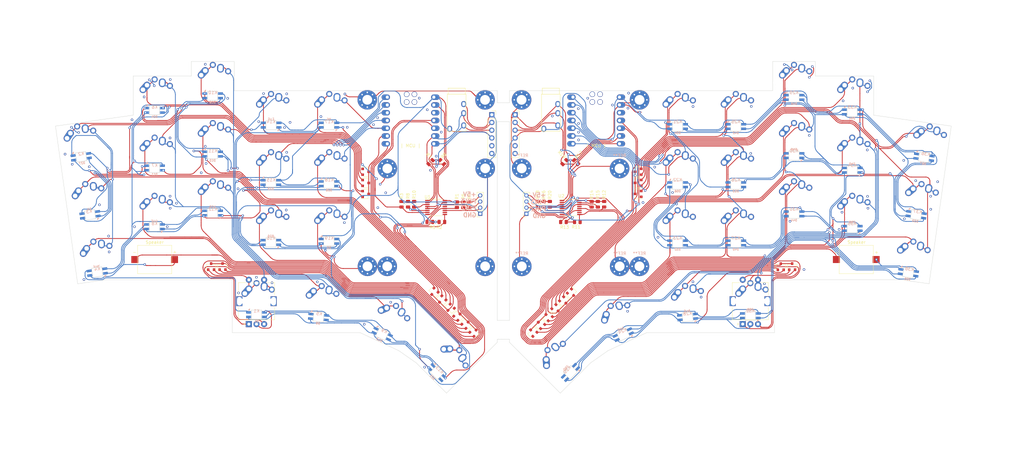
<source format=kicad_pcb>
(kicad_pcb (version 20211014) (generator pcbnew)
  (layers (0 "F.Cu" signal) (31 "B.Cu" signal) (34 "B.Paste" user) (35 "F.Paste" user) (36 "B.SilkS" user "B.Silkscreen") (37 "F.SilkS" user "F.Silkscreen") (38 "B.Mask" user) (39 "F.Mask" user) (44 "Edge.Cuts" user))
  (net 0 "")
  (net 1 "Net-(D1-Pad3)")
  (net 2 "GND_L")
  (net 3 "Net-(D1-Pad1)")
  (net 4 "Net-(D2-Pad3)")
  (net 5 "Net-(D10-Pad3)")
  (net 6 "Net-(D27-Pad1)")
  (net 7 "Net-(D11-Pad3)")
  (net 8 "LED_DATA")
  (net 9 "Net-(D12-Pad3)")
  (net 10 "ROT_ROW")
  (net 11 "Net-(D5-Pad2)")
  (net 12 "ROW3")
  (net 13 "Net-(D6-Pad1)")
  (net 14 "Net-(D6-Pad2)")
  (net 15 "ROW0")
  (net 16 "Net-(D7-Pad1)")
  (net 17 "Net-(D7-Pad2)")
  (net 18 "ROW1")
  (net 19 "Net-(D8-Pad1)")
  (net 20 "Net-(D8-Pad2)")
  (net 21 "ROW2")
  (net 22 "Net-(D13-Pad3)")
  (net 23 "Net-(D10-Pad1)")
  (net 24 "Net-(D11-Pad1)")
  (net 25 "Net-(D12-Pad1)")
  (net 26 "Net-(D13-Pad1)")
  (net 27 "Net-(D14-Pad1)")
  (net 28 "Net-(D15-Pad1)")
  (net 29 "Net-(D16-Pad1)")
  (net 30 "Net-(D17-Pad1)")
  (net 31 "Net-(D17-Pad2)")
  (net 32 "Net-(D18-Pad1)")
  (net 33 "Net-(D18-Pad2)")
  (net 34 "Net-(D19-Pad1)")
  (net 35 "Net-(D19-Pad2)")
  (net 36 "Net-(D20-Pad1)")
  (net 37 "Net-(D20-Pad2)")
  (net 39 "Net-(D22-Pad1)")
  (net 40 "Net-(D23-Pad1)")
  (net 41 "Net-(D24-Pad1)")
  (net 43 "Net-(D28-Pad2)")
  (net 45 "Net-(D29-Pad2)")
  (net 46 "SCL")
  (net 47 "SDA")
  (net 48 "5V")
  (net 49 "PIN2")
  (net 50 "PIN3")
  (net 51 "COL1")
  (net 52 "COL0")
  (net 53 "COL2")
  (net 54 "COL3")
  (net 55 "COL4")
  (net 56 "SPKR")
  (net 57 "3.3V")
  (net 58 "ROT_R")
  (net 59 "ROT_L")
  (net 60 "Net-(D30-Pad2)")
  (net 62 "Net-(D31-Pad1)")
  (net 63 "Net-(D31-Pad3)")
  (net 64 "Net-(D32-Pad1)")
  (net 65 "Net-(D32-Pad3)")
  (net 66 "Net-(D33-Pad1)")
  (net 67 "Net-(D33-Pad3)")
  (net 68 "Net-(D34-Pad1)")
  (net 69 "Net-(D35-Pad2)")
  (net 70 "Net-(D36-Pad1)")
  (net 71 "Net-(D36-Pad2)")
  (net 72 "Net-(D37-Pad1)")
  (net 73 "Net-(D37-Pad2)")
  (net 74 "Net-(D38-Pad1)")
  (net 75 "Net-(D38-Pad2)")
  (net 76 "Net-(D39-Pad1)")
  (net 77 "Net-(D40-Pad1)")
  (net 78 "Net-(D41-Pad1)")
  (net 79 "Net-(D42-Pad1)")
  (net 80 "Net-(D43-Pad1)")
  (net 81 "Net-(D44-Pad1)")
  (net 82 "Net-(D45-Pad1)")
  (net 83 "Net-(D46-Pad1)")
  (net 84 "Net-(D47-Pad1)")
  (net 85 "Net-(D48-Pad1)")
  (net 86 "Net-(D48-Pad2)")
  (net 87 "Net-(D49-Pad1)")
  (net 88 "Net-(D49-Pad2)")
  (net 89 "Net-(D50-Pad1)")
  (net 90 "Net-(D50-Pad2)")
  (net 92 "Net-(D52-Pad1)")
  (net 93 "Net-(D53-Pad1)")
  (net 94 "Net-(D54-Pad1)")
  (net 96 "Net-(D58-Pad2)")
  (net 98 "Net-(D60-Pad2)")
  (net 99 "Net-(R5-Pad2)")
  (net 100 "Net-(R10-Pad2)")
  (net 101 "GND_R")
  (net 102 "5V_R")
  (net 103 "LED_DATA_R")
  (net 104 "ROT_ROW_R")
  (net 105 "ROW3_R")
  (net 106 "ROW0_R")
  (net 107 "ROW1_R")
  (net 108 "ROW2_R")
  (net 109 "SCL_R")
  (net 110 "SDA_R")
  (net 111 "PIN2_R")
  (net 112 "PIN3_R")
  (net 113 "COL1_R")
  (net 114 "COL0_R")
  (net 115 "COL2_R")
  (net 116 "COL3_R")
  (net 117 "COL4_R")
  (net 118 "SPKR_R")
  (net 119 "3.3V_R")
  (net 120 "ROT_R_R")
  (net 121 "ROT_L_R")
  (net 122 "Net-(D35-Pad1)")
  (net 123 "Net-(D59-Pad1)")
  (net 129 "Net-(U2-Pad15)")
  (net 130 "Net-(U2-Pad3)")
  (footprint "Keebio-Parts:MX-Alps-Choc-1U-NoLED" (layer "F.Cu") (at 119.623235 78.672271)
    (fp_text reference "K12")
    (fp_text value "KEYSW")
  )
  (footprint "Keebio-Parts:MX-Alps-Choc-1U-NoLED" (layer "F.Cu") (at 271.7 69.1425)
    (fp_text reference "K22")
    (fp_text value "KEYSW")
  )
  (footprint "Resistor_SMD:R_0805_2012Metric" (layer "F.Cu") (at 183.5 80.28 90)
    (fp_text reference "R8")
    (fp_text value "100k")
  )
  (footprint "Connector_PinSocket_2.00mm:PinSocket_1x04_P2.00mm_Vertical" (layer "F.Cu") (at 222.24 83.4 180)
    (fp_text reference "J6" hide)
    (fp_text value "Conn_01x04_Female")
  )
  (footprint "Keebio-Parts:MX-Alps-Choc-1U-NoLED" (layer "F.Cu") (at 290.75 88.1925)
    (fp_text reference "K27")
    (fp_text value "KEYSW")
  )
  (footprint "Package_TO_SOT_SMD:SOT-23" (layer "F.Cu") (at 234.45 111.9525 -45)
    (fp_text reference "D49" hide)
    (fp_text value "BAV70")
  )
  (footprint "Keebio-Parts:TRRS-PJ-320A" (layer "F.Cu") (at 199.42 44.2975)
    (fp_text reference "J1")
    (fp_text value "MJ-4PP-9")
  )
  (footprint "Keebio-Parts:TRRS-PJ-320A" (layer "F.Cu") (at 230.22 44.2975)
    (fp_text reference "J4")
    (fp_text value "MJ-4PP-9")
  )
  (footprint "Resistor_SMD:R_0805_2012Metric" (layer "F.Cu") (at 227.9 80.29 90)
    (fp_text reference "R16")
    (fp_text value "100k")
  )
  (footprint "Resistor_SMD:R_0805_2012Metric" (layer "F.Cu") (at 194.57 86.08 180)
    (fp_text reference "R2")
    (fp_text value "100k")
  )
  (footprint "Resistor_SMD:R_0805_2012Metric" (layer "F.Cu") (at 190.87 66.5 -135)
    (fp_text reference "R7" hide)
    (fp_text value "1.8k")
  )
  (footprint "Package_TO_SOT_SMD:SOT-23" (layer "F.Cu") (at 224.3 122.1325 135)
    (fp_text reference "D60" hide)
    (fp_text value "BAV70")
  )
  (footprint "Keebio-Parts:MX-Alps-Choc-1U-NoLED" (layer "F.Cu") (at 100.55 83.434771)
    (fp_text reference "K8")
    (fp_text value "KEYSW")
  )
  (footprint "Keebio-Parts:MX-Alps-Choc-1U-NoLED" (layer "F.Cu") (at 138.673235 50.097271)
    (fp_text reference "K14")
    (fp_text value "KEYSW")
  )
  (footprint "Package_TO_SOT_SMD:SOT-23" (layer "F.Cu") (at 119.06 100.69 90)
    (fp_text reference "D5" hide)
    (fp_text value "BAV70")
  )
  (footprint "Keebio-Parts:MX-Alps-Choc-1U-NoLED" (layer "F.Cu") (at 100.573235 64.384771)
    (fp_text reference "K7")
    (fp_text value "KEYSW")
  )
  (footprint "Keebio-Parts:MX-Alps-Choc-1U-NoLED" (layer "F.Cu") (at 295.5125 112.005)
    (fp_text reference "K32")
    (fp_text value "KEYSW")
  )
  (footprint "Resistor_SMD:R_0805_2012Metric" (layer "F.Cu") (at 201.57 80.44 90)
    (fp_text reference "R6")
    (fp_text value "100k")
  )
  (footprint "Keebio-Parts:MX-Alps-Choc-1U-NoLED" (layer "F.Cu") (at 100.573235 45.334771)
    (fp_text reference "K6")
    (fp_text value "KEYSW")
  )
  (footprint "Resistor_SMD:R_0805_2012Metric" (layer "F.Cu") (at 245.61 80.29 -90)
    (fp_text reference "R15")
    (fp_text value "10k")
  )
  (footprint "Resistor_SMD:R_0805_2012Metric" (layer "F.Cu") (at 199.49 80.44 90)
    (fp_text reference "R1")
    (fp_text value "100k")
  )
  (footprint "cipulot_kicad_parts:breakaway-mousebites" (layer "F.Cu") (at 215.98115 121.39 -90)
    (fp_text reference "REF**" hide)
    (fp_text value "breakaway-mousebites" hide)
  )
  (footprint "Package_TO_SOT_SMD:SOT-23" (layer "F.Cu") (at 197.26 114.34 -135)
    (fp_text reference "D29" hide)
    (fp_text value "BAV70")
  )
  (footprint "Keebio-Parts:MX-Alps-Choc-1U-NoLED" (layer "F.Cu") (at 76.05 60.66 8)
    (fp_text reference "K2")
    (fp_text value "KEYSW")
  )
  (footprint "Keebio-Parts:RotaryEncoder_EC11" (layer "F.Cu") (at 133.910735 112.009771 90)
    (fp_text reference "SW1")
    (fp_text value "RotaryEncoder_Switch")
  )
  (footprint "Keebio-Parts:MX-Alps-Choc-1U-NoLED" (layer "F.Cu") (at 328.85 83.43)
    (fp_text reference "K35")
    (fp_text value "KEYSW")
  )
  (footprint "Resistor_SMD:R_0805_2012Metric" (layer "F.Cu") (at 225.9 80.29 90)
    (fp_text reference "R18")
    (fp_text value "100k")
  )
  (footprint "Keebio-Parts:MX-Alps-Choc-1U-NoLED" (layer "F.Cu") (at 252.316483 118.904346 25)
    (fp_text reference "K24")
    (fp_text value "KEYSW")
  )
  (footprint "Connector_PinSocket_2.54mm:PinSocket_1x06_P2.54mm_Vertical" (layer "F.Cu") (at 218.53 50.98)
    (fp_text reference "J5" hide)
    (fp_text value "Conn_01x04_Female")
  )
  (footprint "Package_TO_SOT_SMD:SOT-23" (layer "F.Cu") (at 169.64 76.93)
    (fp_text reference "D6" hide)
    (fp_text value "BAV70")
  )
  (footprint "Keebio-Parts:MX-Alps-Choc-1U-NoLED" (layer "F.Cu") (at 133.910735 112.009771)
    (fp_text reference "K1")
    (fp_text value "KEYSW")
  )
  (footprint "Package_TO_SOT_SMD:SOT-23" (layer "F.Cu") (at 231.92 114.5 -45)
    (fp_text reference "D37" hide)
    (fp_text value "BAV70")
  )
  (footprint "Package_TO_SOT_SMD:SOT-23" (layer "F.Cu") (at 122.8 100.68 90)
    (fp_text reference "D17" hide)
    (fp_text value "BAV70")
  )
  (footprint "Package_TO_SOT_SMD:SOT-23" (layer "F.Cu") (at 205.09 122.15 45)
    (fp_text reference "D8" hide)
    (fp_text value "BAV70")
  )
  (footprint "Keebio-Parts:MX-Alps-Choc-1U-NoLED" (layer "F.Cu") (at 271.71 50.1)
    (fp_text reference "K21")
    (fp_text value "KEYSW")
  )
  (footprint "MountingHole:MountingHole_3.2mm_M3_Pad_Via" (layer "F.Cu") (at 170.23 100.59)
    (fp_text reference "REF**" hide)
    (fp_text value "MountingHole_3.2mm_M3_Pad_Via")
  )
  (footprint "Package_TO_SOT_SMD:SOT-23" (layer "F.Cu") (at 226.84 119.5925 135)
    (fp_text reference "D50" hide)
    (fp_text value "BAV70")
  )
  (footprint "MountingHole:MountingHole_3.2mm_M3_Pad_Via" (layer "F.Cu") (at 208.7 46.12)
    (fp_text reference "REF**" hide)
    (fp_text value "MountingHole_3.2mm_M3_Pad_Via")
  )
  (footprint "Keebio-Parts:MX-Alps-Choc-1U-NoLED" (layer "F.Cu") (at 154.72 112.93 -5)
    (fp_text reference "K5")
    (fp_text value "KEYSW")
  )
  (footprint "Package_TO_SOT_SMD:SOT-23" (layer "F.Cu") (at 309.19 100.7025 90)
    (fp_text reference "D47" hide)
    (fp_text value "BAV70")
  )
  (footprint "Keebio-Parts:MX-Alps-Choc-1U-NoLED" (layer "F.Cu") (at 350.698978 79.539005 -8)
    (fp_text reference "K37")
    (fp_text value "KEYSW")
  )
  (footprint "Connector_PinSocket_2.54mm:PinSocket_1x06_P2.54mm_Vertical" (layer "F.Cu") (at 210.91 50.98)
    (fp_text reference "J2" hide)
    (fp_text value "Conn_01x04_Female")
  )
  (footprint "Resistor_SMD:R_0805_2012Metric" (layer "F.Cu") (at 185.51 80.28 -90)
    (fp_text reference "R10")
    (fp_text value "2K")
  )
  (footprint "Package_TO_SOT_SMD:SOT-23" (layer "F.Cu") (at 169.64 73.32)
    (fp_text reference "D18" hide)
    (fp_text value "BAV70")
  )
  (footprint "mcu:xiao-tht" (layer "F.Cu") (at 245.07 52.86)
    (fp_text reference "M2" hide)
    (fp_text value "XIAO-RP2040" hide)
  )
  (footprint "Keebio-Parts:MX-Alps-Choc-1U-NoLED" (layer "F.Cu") (at 138.67 88.197271)
    (fp_text reference "K16")
    (fp_text value "KEYSW")
  )
  (footprint "Keebio-Parts:MX-Alps-Choc-1U-NoLED" (layer "F.Cu") (at 157.723235 50.097271)
    (fp_text reference "K17")
    (fp_text value "KEYSW")
  )
  (footprint "MountingHole:MountingHole_3.2mm_M3_Pad_Via" (layer "F.Cu") (at 208.73 100.6)
    (fp_text reference "REF**" hide)
    (fp_text value "MountingHole_3.2mm_M3_Pad_Via")
  )
  (footprint "Keebio-Parts:MX-Alps-Choc-1U-NoLED" (layer "F.Cu") (at 157.723235 69.147271)
    (fp_text reference "K18")
    (fp_text value "KEYSW")
  )
  (footprint "Resistor_SMD:R_0805_2012Metric" (layer "F.Cu") (at 229.9 80.29 -90)
    (fp_text reference "R20")
    (fp_text value "2K")
  )
  (footprint "Package_TO_SOT_SMD:SOT-23" (layer "F.Cu") (at 194.51 111.64 -135)
    (fp_text reference "D19" hide)
    (fp_text value "BAV70")
  )
  (footprint "Resistor_SMD:R_0805_2012Metric" (layer "F.Cu") (at 194.63 66.5 135)
    (fp_text reference "R9")
    (fp_text value "1.8k")
  )
  (footprint "Package_TO_SOT_SMD:SOT-23" (layer "F.Cu") (at 258.8 73.2925 180)
    (fp_text reference "D48" hide)
    (fp_text value "BAV70")
  )
  (footprint "MountingHole:MountingHole_3.2mm_M3_Pad_Via" (layer "F.Cu") (at 170.17 46.1)
    (fp_text reference "REF**" hide)
    (fp_text value "MountingHole_3.2mm_M3_Pad_Via")
  )
  (footprint "Package_SO:TSSOP-16_4.4x5mm_P0.65mm" (layer "F.Cu") (at 192.69 81.35)
    (fp_text reference "U1")
    (fp_text value "PCA9557PW")
  )
  (footprint "Keebio-Parts:AST1109MLTRQ" (layer "F.Cu") (at 100.59 98.37)
    (fp_text reference "LS1" hide)
    (fp_text value "Speaker")
  )
  (footprint "Keebio-Parts:MX-Alps-Choc-1U-NoLED" (layer "F.Cu") (at 119.623235 59.622271)
    (fp_text reference "K11")
    (fp_text value "KEYSW")
  )
  (footprint "Keebio-Parts:MX-Alps-Choc-1U-NoLED" (layer "F.Cu") (at 271.7 88.1925)
    (fp_text reference "K23")
    (fp_text value "KEYSW")
  )
  (footprint "Keebio-Parts:MX-Alps-Choc-1U-NoLED" (layer "F.Cu") (at 353.37 60.672582 -8)
    (fp_text reference "K36")
    (fp_text value "KEYSW")
  )
  (footprint "Resistor_SMD:R_0805_2012Metric" (layer "F.Cu") (at 243.58 80.29 90)
    (fp_text reference "R14")
    (fp_text value "100k")
  )
  (footprint "Keebio-Parts:MX-Alps-Choc-1U-NoLED" (layer "F.Cu") (at 138.673235 69.147271)
    (fp_text reference "K15")
    (fp_text value "KEYSW")
  )
  (footprint "Connector_PinSocket_2.00mm:PinSocket_1x04_P2.00mm_Vertical" (layer "F.Cu") (at 207.13 83.4 180)
    (fp_text reference "J3" hide)
    (fp_text value "Conn_01x04_Female")
  )
  (footprint "Package_TO_SOT_SMD:SOT-23" (layer "F.Cu") (at 258.8 76.9025 180)
    (fp_text reference "D58" hide)
    (fp_text value "BAV70")
  )
  (footprint "Resistor_SMD:R_0805_2012Metric" (layer "F.Cu") (at 238.49 66.5 135)
    (fp_text reference "R17")
    (fp_text value "1.8")
  )
  (footprint "Keebio-Parts:MX-Alps-Choc-1U-NoLED" (layer "F.Cu") (at 290.75 50.0925)
    (fp_text reference "K25")
    (fp_text value "KEYSW")
  )
  (footprint "cipulot_kicad_parts:breakaway-mousebites" (layer "F.Cu") (at 215.99115 50.18 -90)
    (fp_text reference "REF**" hide)
    (fp_text value "breakaway-mousebites" hide)
  )
  (footprint "Resistor_SMD:R_0805_2012Metric" (layer "F.Cu") (at 181.36 80.28 90)
    (fp_text reference "R3")
    (fp_text value "100k")
  )
  (footprint "Keebio-Parts:MX-Alps-Choc-1U-NoLED" (layer "F.Cu") (at 196.1 132.2 -45)
    (fp_text reference "K13")
    (fp_text value "KEYSW")
  )
  (footprint "Package_TO_SOT_SMD:SOT-23" (layer "F.Cu") (at 202.47 119.53 45)
    (fp_text reference "D20" hide)
    (fp_text value "BAV70")
  )
  (footprint "Package_TO_SOT_SMD:SOT-23" (layer "F.Cu") (at 199.82 116.9 45)
    (fp_text reference "D30" hide)
    (fp_text value "BAV70")
  )
  (footprint "Resistor_SMD:R_0805_2012Metric" (layer "F.Cu") (at 238.9 86.09 180)
    (fp_text reference "R11")
    (fp_text value "100k")
  )
  (footprint "Keebio-Parts:MX-Alps-Choc-1U-NoLED" (layer "F.Cu") (at 119.623235 40.572271)
    (fp_text reference "K10")
    (fp_text value "KEYSW")
  )
  (footprint "Package_TO_SOT_SMD:SOT-23" (layer "F.Cu") (at 191.95 109.09 -135)
    (fp_text reference "D7" hide)
    (fp_text value "BAV70")
  )
  (footprint "Resistor_SMD:R_0805_2012Metric" (layer "F.Cu") (at 234.3525 86.09)
    (fp_text reference "R13")
    (fp_text value "100k")
  )
  (footprint "Keebio-Parts:MX-Alps-Choc-1U-NoLED" (layer "F.Cu") (at 309.8 59.6175)
    (fp_text reference "K30")
    (fp_text value "KEYSW")
  )
  (footprint "Keebio-Parts:AST1109MLTRQ" (layer "F.Cu") (at 330.17 98.37)
    (fp_text reference "LS2" hide)
    (fp_text value "Speaker")
  )
  (footprint "Keebio-Parts:MX-Alps-Choc-1U-NoLED" (layer "F.Cu") (at 309.8 78.6675)
    (fp_text reference "K31")
    (fp_text value "KEYSW")
  )
  (footprint "Keebio-Parts:MX-Alps-Choc-1U-NoLED" (layer "F.Cu") (at 78.7 79.52 8)
    (fp_text reference "K3")
    (fp_text value "KEYSW")
  )
  (footprint "Package_TO_SOT_SMD:SOT-23" (layer "F.Cu") (at 237.01 109.4125 -45)
    (fp_text reference "D59" hide)
    (fp_text value "BAV70")
  )
  (footprint "Keebio-Parts:MX-Alps-Choc-1U-NoLED" (layer "F.Cu") (at 274.67 112.9025 5)
    (fp_text reference "K28")
    (fp_text value "KEYSW")
  )
  (footprint "Resistor_SMD:R_0805_2012Metric" (layer "F.Cu") (at 203.6 80.44 90)
    (fp_text reference "R4")
    (fp_text value "100k")
  )
  (footprint "MountingHole:MountingHole_3.2mm_M3_Pad_Via" (layer "F.Cu") (at 176.7 100.6)
    (fp_text reference "REF**" hide)
    (fp_text value "MountingHole_3.2mm_M3_Pad_Via")
  )
  (footprint "Keebio-Parts:MX-Alps-Choc-1U-NoLED" (layer "F.Cu") (at 233.31 132.1825 45)
    (fp_text reference "K20")
    (fp_text value "KEYSW")
  )
  (footprint "mcu:xiao-tht" (layer "F.Cu") (at 184.32 52.874907)
    (fp_text reference "M1" hide)
    (fp_text value "XIAO-RP2040" hide)
  )
  (footprint "Keebio-Parts:RotaryEncoder_EC11" (layer "F.Cu") (at 295.5125 112.0025 90)
    (fp_text reference "SW2")
    (fp_text value "RotaryEncoder_Switch")
  )
  (footprint "Keebio-Parts:MX-Alps-Choc-1U-NoLED" (layer "F.Cu") (at 328.85 64.38)
    (fp_text reference "K34")
    (fp_text value "KEYSW")
  )
  (footprint "Package_TO_SOT_SMD:SOT-23" (layer "F.Cu") (at 305.47 100.73 90)
    (fp_text reference "D35" hide)
    (fp_text value "BAV70")
  )
  (footprint "Keebio-Parts:MX-Alps-Choc-1U-NoLED" (layer "F.Cu") (at 348.029422 98.35553 -8)
    (fp_text reference "K38")
    (fp_text value "KEYSW")
  )
  (footprint "Package_SO:TSSOP-16_4.4x5mm_P0.65mm" (layer "F.Cu") (at 236.71 81.36)
    (fp_text reference "U2")
    (fp_text value "PCA9557PW")
  )
  (footprint "Keebio-Parts:MX-Alps-Choc-1U-NoLED" (layer "F.Cu") (at 309.8 40.5675)
    (fp_text reference "K29")
    (fp_text value "KEYSW")
  )
  (footprint "MountingHole:MountingHole_3.2mm_M3_Pad_Via" (layer "F.Cu") (at 176.73 68.59)
    (fp_text reference "REF**" hide)
    (fp_text value "MountingHole_3.2mm_M3_Pad_Via")
  )
  (footprint "Keebio-Parts:MX-Alps-Choc-1U-NoLED" (layer "F.Cu") (at 328.85 45.33)
    (fp_text reference "K33")
    (fp_text value "KEYSW")
  )
  (footprint "Keebio-Parts:MX-Alps-Choc-1U-NoLED" (layer "F.Cu") (at 81.36 98.37 8)
    (fp_text reference "K4")
    (fp_text value "KEYSW")
  )
  (footprint "MountingHole:MountingHole_3.2mm_M3_Pad_Via" (layer "F.Cu") (at 220.65 46.12)
    (fp_text reference "REF**" hide)
    (fp_text value "MountingHole_3.2mm_M3_Pad_Via")
  )
  (footprint "Resistor_SMD:R_0805_2012Metric" (layer "F.Cu") (at 234.7 66.5 -135)
    (fp_text reference "R19" hide)
    (fp_text value "1.8k")
  )
  (footprint "Package_TO_SOT_SMD:SOT-23" (layer "F.Cu") (at 229.35 117.0525 135)
    (fp_text reference "D38" hide)
    (fp_text value "BAV70")
  )
  (footprint "Resistor_SMD:R_0805_2012Metric" (layer "F.Cu") (at 190.63 86.08 180)
    (fp_text reference "R5")
    (fp_text value "10k")
  )
  (footprint "cipulot_kicad_parts:breakaway-mousebites" (layer "F.Cu") (at 213.41 121.39 90)
    (fp_text reference "REF**" hide)
    (fp_text value "breakaway-mousebites" hide)
  )
  (footprint "Package_TO_SOT_SMD:SOT-23" (layer "F.Cu") (at 258.8 69.65 180)
    (fp_text reference "D36" hide)
    (fp_text value "BAV70")
  )
  (footprint "Package_TO_SOT_SMD:SOT-23" (layer "F.Cu") (at 169.64 69.67)
    (fp_text reference "D28" hide)
    (fp_text value "BAV70")
  )
  (footprint "Keebio-Parts:MX-Alps-Choc-1U-NoLED" (layer "F.Cu") (at 157.723235 88.18)
    (fp_text reference "K19")
    (fp_text value "KEYSW")
  )
  (footprint "cipulot_kicad_parts:breakaway-mousebites" (layer "F.Cu") (at 213.40885 50.18 90)
    (fp_text reference "REF**" hide)
    (fp_text value "breakaway-mousebites" hide)
  )
  (footprint "Keebio-Parts:MX-Alps-Choc-1U-NoLED" (layer "F.Cu") (at 290.75 69.1425)
    (fp_text reference "K26")
    (fp_text value "KEYSW")
  )
  (footprint "Keebio-Parts:MX-Alps-Choc-1U-NoLED" (layer "F.Cu") (at 177.08 118.91 -25)
    (fp_text reference "K9")
    (fp_text value "KEYSW")
  )
  (footprint "MountingHole:MountingHole_3.2mm_M3_Pad_Via" (layer "F.Cu") (at 208.75 68.54)
    (fp_text reference "REF**" hide)
    (fp_text value "MountingHole_3.2mm_M3_Pad_Via")
  )
  (footprint "MountingHole:MountingHole_3.2mm_M3_Pad_Via" (layer "F.Cu") (at 259.26 46.12)
    (fp_text reference "REF**" hide)
    (fp_text value "MountingHole_3.2mm_M3_Pad_Via")
  )
  (footprint "Resistor_SMD:R_0805_2012Metric" (layer "F.Cu") (at 247.68 80.28 90)
    (fp_text reference "R12")
    (fp_text value "100k")
  )
  (footprint "Keebio-Parts:SK6812-MINI-E" (layer "B.Cu") (at 100.53 68.41 180)
    (fp_text reference "D11")
    (fp_text value "SK6812MINI" hide)
    (fp_line (start -1.7 -1.5) (end -1.7 1.5) (layer "Edge.Cuts") (width 0.12))
    (fp_line (start 1.7 1.5) (end 1.7 -1.5) (layer "Edge.Cuts") (width 0.12))
    (fp_line (start -1.7 1.5) (end 1.7 1.5) (layer "Edge.Cuts") (width 0.12))
    (fp_line (start 1.7 -1.5) (end -1.7 -1.5) (layer "Edge.Cuts") (width 0.12))
  )
  (footprint "Keebio-Parts:SK6812-MINI-E" (layer "B.Cu") (at 349.76 83.73 172)
    (fp_text reference "D33")
    (fp_text value "SK6812MINI" hide)
    (fp_line (start 1.7 -1.5) (end -1.7 -1.5) (layer "Edge.Cuts") (width 0.12))
    (fp_line (start -1.7 -1.5) (end -1.7 1.5) (layer "Edge.Cuts") (width 0.12))
    (fp_line (start -1.7 1.5) (end 1.7 1.5) (layer "Edge.Cuts") (width 0.12))
    (fp_line (start 1.7 1.5) (end 1.7 -1.5) (layer "Edge.Cuts") (width 0.12))
  )
  (footprint "MountingHole:MountingHole_3.2mm_M3_Pad_Via" (layer "B.Cu") (at 220.7 68.55 180)
    (fp_text reference "REF**")
    (fp_text value "MountingHole_3.2mm_M3_Pad_Via")
  )
  (footprint "Keebio-Parts:SK6812-MINI-E" (layer "B.Cu") (at 328.85 88.1925)
    (fp_text reference "D52")
    (fp_text value "SK6812MINI" hide)
    (fp_line (start 1.7 -1.5) (end -1.7 -1.5) (layer "Edge.Cuts") (width 0.12))
    (fp_line (start -1.7 1.5) (end 1.7 1.5) (layer "Edge.Cuts") (width 0.12))
    (fp_line (start 1.7 1.5) (end 1.7 -1.5) (layer "Edge.Cuts") (width 0.12))
    (fp_line (start -1.7 -1.5) (end -1.7 1.5) (layer "Edge.Cuts") (width 0.12))
  )
  (footprint "MountingHole:MountingHole_3.2mm_M3_Pad_Via" (layer "B.Cu") (at 252.75 100.61 180)
    (fp_text reference "REF**")
    (fp_text value "MountingHole_3.2mm_M3_Pad_Via")
  )
  (footprint "Keebio-Parts:SK6812-MINI-E" (layer "B.Cu") (at 290.75 73.905 180)
    (fp_text reference "D53")
    (fp_text value "SK6812MINI" hide)
    (fp_line (start 1.7 -1.5) (end -1.7 -1.5) (layer "Edge.Cuts") (width 0.12))
    (fp_line (start 1.7 1.5) (end 1.7 -1.5) (layer "Edge.Cuts") (width 0.12))
    (fp_line (start -1.7 -1.5) (end -1.7 1.5) (layer "Edge.Cuts") (width 0.12))
    (fp_line (start -1.7 1.5) (end 1.7 1.5) (layer "Edge.Cuts") (width 0.12))
  )
  (footprint "Keebio-Parts:SK6812-MINI-E" (layer "B.Cu") (at 274.99 117.16 5)
    (fp_text reference "D39")
    (fp_text value "SK6812MINI" hide)
    (fp_line (start -1.7 1.5) (end 1.7 1.5) (layer "Edge.Cuts") (width 0.12))
    (fp_line (start 1.7 1.5) (end 1.7 -1.5) (layer "Edge.Cuts") (width 0.12))
    (fp_line (start 1.7 -1.5) (end -1.7 -1.5) (layer "Edge.Cuts") (width 0.12))
    (fp_line (start -1.7 -1.5) (end -1.7 1.5) (layer "Edge.Cuts") (width 0.12))
  )
  (footprint "Keebio-Parts:SK6812-MINI-E" (layer "B.Cu") (at 236.67 135.32 45)
    (fp_text reference "D51")
    (fp_text value "SK6812MINI" hide)
    (fp_line (start -1.7 -1.5) (end -1.7 1.5) (layer "Edge.Cuts") (width 0.12))
    (fp_line (start 1.7 -1.5) (end -1.7 -1.5) (layer "Edge.Cuts") (width 0.12))
    (fp_line (start -1.7 1.5) (end 1.7 1.5) (layer "Edge.Cuts") (width 0.12))
    (fp_line (start 1.7 1.5) (end 1.7 -1.5) (layer "Edge.Cuts") (width 0.12))
  )
  (footprint "Keebio-Parts:SK6812-MINI-E" (layer "B.Cu") (at 119.54 44.81 180)
    (fp_text reference "D16")
    (fp_text value "SK6812MINI" hide)
    (fp_line (start -1.7 -1.5) (end -1.7 1.5) (layer "Edge.Cuts") (width 0.12))
    (fp_line (start 1.7 1.5) (end 1.7 -1.5) (layer "Edge.Cuts") (width 0.12))
    (fp_line (start 1.7 -1.5) (end -1.7 -1.5) (layer "Edge.Cuts") (width 0.12))
    (fp_line (start -1.7 1.5) (end 1.7 1.5) (layer "Edge.Cuts") (width 0.12))
  )
  (footprint "Keebio-Parts:SK6812-MINI-E" (layer "B.Cu") (at 253.92 122.94 25)
    (fp_text reference "D43")
    (fp_text value "SK6812MINI" hide)
    (fp_line (start 1.7 1.5) (end 1.7 -1.5) (layer "Edge.Cuts") (width 0.12))
    (fp_line (start -1.7 1.5) (end 1.7 1.5) (layer "Edge.Cuts") (width 0.12))
    (fp_line (start -1.7 -1.5) (end -1.7 1.5) (layer "Edge.Cuts") (width 0.12))
    (fp_line (start 1.7 -1.5) (end -1.7 -1.5) (layer "Edge.Cuts") (width 0.12))
  )
  (footprint "Keebio-Parts:SK6812-MINI-E" (layer "B.Cu") (at 157.62 54.38)
    (fp_text reference "D4")
    (fp_text value "SK6812MINI" hide)
    (fp_line (start -1.7 -1.5) (end -1.7 1.5) (layer "Edge.Cuts") (width 0.12))
    (fp_line (start -1.7 1.5) (end 1.7 1.5) (layer "Edge.Cuts") (width 0.12))
    (fp_line (start 1.7 1.5) (end 1.7 -1.5) (layer "Edge.Cuts") (width 0.12))
    (fp_line (start 1.7 -1.5) (end -1.7 -1.5) (layer "Edge.Cuts") (width 0.12))
  )
  (footprint "Keebio-Parts:SK6812-MINI-E" (layer "B.Cu") (at 271.7 73.905 180)
    (fp_text reference "D56")
    (fp_text value "SK6812MINI" hide)
    (fp_line (start 1.7 -1.5) (end -1.7 -1.5) (layer "Edge.Cuts") (width 0.12))
    (fp_line (start -1.7 1.5) (end 1.7 1.5) (layer "Edge.Cuts") (width 0.12))
    (fp_line (start 1.7 1.5) (end 1.7 -1.5) (layer "Edge.Cuts") (width 0.12))
    (fp_line (start -1.7 -1.5) (end -1.7 1.5) (layer "Edge.Cuts") (width 0.12))
  )
  (footprint "Keebio-Parts:SK6812-MINI-E" (layer "B.Cu") (at 100.53 49.545 180)
    (fp_text reference "D24")
    (fp_text value "SK6812MINI" hide)
    (fp_line (start -1.7 -1.5) (end -1.7 1.5) (layer "Edge.Cuts") (width 0.12))
    (fp_line (start 1.7 1.5) (end 1.7 -1.5) (layer "Edge.Cuts") (width 0.12))
    (fp_line (start -1.7 1.5) (end 1.7 1.5) (layer "Edge.Cuts") (width 0.12))
    (fp_line (start 1.7 -1.5) (end -1.7 -1.5) (layer "Edge.Cuts") (width 0.12))
  )
  (footprint "Keebio-Parts:SK6812-MINI-E" (layer "B.Cu") (at 271.7 92.955 180)
    (fp_text reference "D32")
    (fp_text value "SK6812MINI" hide)
    (fp_line (start 1.7 -1.5) (end -1.7 -1.5) (layer "Edge.Cuts") (width 0.12))
    (fp_line (start -1.7 1.5) (end 1.7 1.5) (layer "Edge.Cuts") (width 0.12))
    (fp_line (start 1.7 1.5) (end 1.7 -1.5) (layer "Edge.Cuts") (width 0.12))
    (fp_line (start -1.7 -1.5) (end -1.7 1.5) (layer "Edge.Cuts") (width 0.12))
  )
  (footprint "Keebio-Parts:SK6812-MINI-E" (layer "B.Cu") (at 100.52 87.64)
    (fp_text reference "D22")
    (fp_text value "SK6812MINI" hide)
    (fp_line (start 1.7 -1.5) (end -1.7 -1.5) (layer "Edge.Cuts") (width 0.12))
    (fp_line (start -1.7 -1.5) (end -1.7 1.5) (layer "Edge.Cuts") (width 0.12))
    (fp_line (start 1.7 1.5) (end 1.7 -1.5) (layer "Edge.Cuts") (width 0.12))
    (fp_line (start -1.7 1.5) (end 1.7 1.5) (layer "Edge.Cuts") (width 0.12))
  )
  (footprint "Keebio-Parts:SK6812-MINI-E" (layer "B.Cu") (at 79.44 83.755 8)
    (fp_text reference "D3")
    (fp_text value "SK6812MINI" hide)
    (fp_line (start -1.7 1.5) (end 1.7 1.5) (layer "Edge.Cuts") (width 0.12))
    (fp_line (start -1.7 -1.5) (end -1.7 1.5) (layer "Edge.Cuts") (width 0.12))
    (fp_line (start 1.7 1.5) (end 1.7 -1.5) (layer "Edge.Cuts") (width 0.12))
    (fp_line (start 1.7 -1.5) (end -1.7 -1.5) (layer "Edge.Cuts") (width 0.12))
  )
  (footprint "Keebio-Parts:SK6812-MINI-E" (layer "B.Cu") (at 138.6 73.165 180)
    (fp_text reference "D23")
    (fp_text value "SK6812MINI" hide)
    (fp_line (start 1.7 1.5) (end 1.7 -1.5) (layer "Edge.Cuts") (width 0.12))
    (fp_line (start -1.7 1.5) (end 1.7 1.5) (layer "Edge.Cuts") (width 0.12))
    (fp_line (start -1.7 -1.5) (end -1.7 1.5) (layer "Edge.Cuts") (width 0.12))
    (fp_line (start 1.7 -1.5) (end -1.7 -1.5) (layer "Edge.Cuts") (width 0.12))
  )
  (footprint "Keebio-Parts:SK6812-MINI-E" (layer "B.Cu") (at 309.8 83.43 180)
    (fp_text reference "D44")
    (fp_text value "SK6812MINI" hide)
    (fp_line (start -1.7 1.5) (end 1.7 1.5) (layer "Edge.Cuts") (width 0.12))
    (fp_line (start -1.7 -1.5) (end -1.7 1.5) (layer "Edge.Cuts") (width 0.12))
    (fp_line (start 1.7 -1.5) (end -1.7 -1.5) (layer "Edge.Cuts") (width 0.12))
    (fp_line (start 1.7 1.5) (end 1.7 -1.5) (layer "Edge.Cuts") (width 0.12))
  )
  (footprint "MountingHole:MountingHole_3.2mm_M3_Pad_Via" (layer "B.Cu") (at 259.22 100.6 180)
    (fp_text reference "REF**")
    (fp_text value "MountingHole_3.2mm_M3_Pad_Via")
  )
  (footprint "Keebio-Parts:SK6812-MINI-E" (layer "B.Cu") (at 328.85 50.0925 180)
    (fp_text reference "D54")
    (fp_text value "SK6812MINI" hide)
    (fp_line (start 1.7 1.5) (end 1.7 -1.5) (layer "Edge.Cuts") (width 0.12))
    (fp_line (start -1.7 -1.5) (end -1.7 1.5) (layer "Edge.Cuts") (width 0.12))
    (fp_line (start 1.7 -1.5) (end -1.7 -1.5) (layer "Edge.Cuts") (width 0.12))
    (fp_line (start -1.7 1.5) (end 1.7 1.5) (layer "Edge.Cuts") (width 0.12))
  )
  (footprint "Keebio-Parts:SK6812-MINI-E" (layer "B.Cu") (at 133.913235 116.414771 180)
    (fp_text reference "D1")
    (fp_text value "SK6812MINI" hide)
    (fp_line (start -1.7 1.5) (end 1.7 1.5) (layer "Edge.Cuts") (width 0.12))
    (fp_line (start 1.7 1.5) (end 1.7 -1.5) (layer "Edge.Cuts") (width 0.12))
    (fp_line (start -1.7 -1.5) (end -1.7 1.5) (layer "Edge.Cuts") (width 0.12))
    (fp_line (start 1.7 -1.5) (end -1.7 -1.5) (layer "Edge.Cuts") (width 0.12))
  )
  (footprint "Keebio-Parts:SK6812-MINI-E" (layer "B.Cu") (at 295.5125 116.7675)
    (fp_text reference "D31")
    (fp_text value "SK6812MINI" hide)
    (fp_line (start -1.7 -1.5) (end -1.7 1.5) (layer "Edge.Cuts") (width 0.12))
    (fp_line (start 1.7 -1.5) (end -1.7 -1.5) (layer "Edge.Cuts") (width 0.12))
    (fp_line (start 1.7 1.5) (end 1.7 -1.5) (layer "Edge.Cuts") (width 0.12))
    (fp_line (start -1.7 1.5) (end 1.7 1.5) (layer "Edge.Cuts") (width 0.12))
  )
  (footprint "Keebio-Parts:SK6812-MINI-E" (layer "B.Cu") (at 119.53 83.16)
    (fp_text reference "D14")
    (fp_text value "SK6812MINI" hide)
    (fp_line (start 1.7 -1.5) (end -1.7 -1.5) (layer "Edge.Cuts") (width 0.12))
    (fp_line (start -1.7 1.5) (end 1.7 1.5) (layer "Edge.Cuts") (width 0.12))
    (fp_line (start -1.7 -1.5) (end -1.7 1.5) (layer "Edge.Cuts") (width 0.12))
    (fp_line (start 1.7 1.5) (end 1.7 -1.5) (layer "Edge.Cuts") (width 0.12))
  )
  (footprint "Keebio-Parts:SK6812-MINI-E" (layer "B.Cu") (at 309.8 64.38)
    (fp_text reference "D45")
    (fp_text value "SK6812MINI" hide)
    (fp_line (start -1.7 1.5) (end 1.7 1.5) (layer "Edge.Cuts") (width 0.12))
    (fp_line (start 1.7 1.5) (end 1.7 -1.5) (layer "Edge.Cuts") (width 0.12))
    (fp_line (start -1.7 -1.5) (end -1.7 1.5) (layer "Edge.Cuts") (width 0.12))
    (fp_line (start 1.7 -1.5) (end -1.7 -1.5) (layer "Edge.Cuts") (width 0.12))
  )
  (footprint "Keebio-Parts:SK6812-MINI-E" (layer "B.Cu") (at 157.62 92.4 180)
    (fp_text reference "D2")
    (fp_text value "SK6812MINI" hide)
    (fp_line (start -1.7 -1.5) (end -1.7 1.5) (layer "Edge.Cuts") (width 0.12))
    (fp_line (start -1.7 1.5) (end 1.7 1.5) (layer "Edge.Cuts") (width 0.12))
    (fp_line (start 1.7 1.5) (end 1.7 -1.5) (layer "Edge.Cuts") (width 0.12))
    (fp_line (start 1.7 -1.5) (end -1.7 -1.5) (layer "Edge.Cuts") (width 0.12))
  )
  (footprint "Keebio-Parts:SK6812-MINI-E" (layer "B.Cu") (at 352.33 64.90264 172)
    (fp_text reference "D57")
    (fp_text value "SK6812MINI" hide)
    (fp_line (start 1.7 -1.5) (end -1.7 -1.5) (layer "Edge.Cuts") (width 0.12))
    (fp_line (start -1.7 -1.5) (end -1.7 1.5) (layer "Edge.Cuts") (width 0.12))
    (fp_line (start -1.7 1.5) (end 1.7 1.5) (layer "Edge.Cuts") (width 0.12))
    (fp_line (start 1.7 1.5) (end 1.7 -1.5) (layer "Edge.Cuts") (width 0.12))
  )
  (footprint "Keebio-Parts:SK6812-MINI-E" (layer "B.Cu") (at 290.75 92.955 180)
    (fp_text reference "D40")
    (fp_text value "SK6812MINI" hide)
    (fp_line (start 1.7 -1.5) (end -1.7 -1.5) (layer "Edge.Cuts") (width 0.12))
    (fp_line (start -1.7 1.5) (end 1.7 1.5) (layer "Edge.Cuts") (width 0.12))
    (fp_line (start 1.7 1.5) (end 1.7 -1.5) (layer "Edge.Cuts") (width 0.12))
    (fp_line (start -1.7 -1.5) (end -1.7 1.5) (layer "Edge.Cuts") (width 0.12))
  )
  (footprint "MountingHole:MountingHole_3.2mm_M3_Pad_Via" (layer "B.Cu") (at 252.72 68.6 180)
    (fp_text reference "REF**")
    (fp_text value "MountingHole_3.2mm_M3_Pad_Via")
  )
  (footprint "Keebio-Parts:SK6812-MINI-E" (layer "B.Cu") (at 328.85 69.1425)
    (fp_text reference "D41")
    (fp_text value "SK6812MINI" hide)
    (fp_line (start -1.7 -1.5) (end -1.7 1.5) (layer "Edge.Cuts") (width 0.12))
    (fp_line (start -1.7 1.5) (end 1.7 1.5) (layer "Edge.Cuts") (width 0.12))
    (fp_line (start 1.7 1.5) (end 1.7 -1.5) (layer "Edge.Cuts") (width 0.12))
    (fp_line (start 1.7 -1.5) (end -1.7 -1.5) (layer "Edge.Cuts") (width 0.12))
  )
  (footprint "Keebio-Parts:SK6812-MINI-E" (layer "B.Cu") (at 138.7 54.395)
    (fp_text reference "D12")
    (fp_text value "SK6812MINI" hide)
    (fp_line (start -1.7 1.5) (end 1.7 1.5) (layer "Edge.Cuts") (width 0.12))
    (fp_line (start 1.7 -1.5) (end -1.7 -1.5) (layer "Edge.Cuts") (width 0.12))
    (fp_line (start -1.7 -1.5) (end -1.7 1.5) (layer "Edge.Cuts") (width 0.12))
    (fp_line (start 1.7 1.5) (end 1.7 -1.5) (layer "Edge.Cuts") (width 0.12))
  )
  (footprint "MountingHole:MountingHole_3.2mm_M3_Pad_Via" (layer "B.Cu") (at 220.72 100.61 180)
    (fp_text reference "REF**")
    (fp_text value "MountingHole_3.2mm_M3_Pad_Via")
  )
  (footprint "Keebio-Parts:SK6812-MINI-E" (layer "B.Cu") (at 157.62 73.585 180)
    (fp_text reference "D26")
    (fp_text value "SK6812MINI" hide)
    (fp_line (start 1.7 -1.5) (end -1.7 -1.5) (layer "Edge.Cuts") (width 0.12))
    (fp_line (start 1.7 1.5) (end 1.7 -1.5) (layer "Edge.Cuts") (width 0.12))
    (fp_line (start -1.7 -1.5) (end -1.7 1.5) (layer "Edge.Cuts") (width 0.12))
    (fp_line (start -1.7 1.5) (end 1.7 1.5) (layer "Edge.Cuts") (width 0.12))
  )
  (footprint "Keebio-Parts:SK6812-MINI-E" (layer "B.Cu") (at 119.54 63.87 180)
    (fp_text reference "D15")
    (fp_text value "SK6812MINI" hide)
    (fp_line (start 1.7 1.5) (end 1.7 -1.5) (layer "Edge.Cuts") (width 0.12))
    (fp_line (start -1.7 1.5) (end 1.7 1.5) (layer "Edge.Cuts") (width 0.12))
    (fp_line (start -1.7 -1.5) (end -1.7 1.5) (layer "Edge.Cuts") (width 0.12))
    (fp_line (start 1.7 -1.5) (end -1.7 -1.5) (layer "Edge.Cuts") (width 0.12))
  )
  (footprint "Keebio-Parts:SK6812-MINI-E" (layer "B.Cu") (at 290.75 54.855 180)
    (fp_text reference "D42")
    (fp_text value "SK6812MINI" hide)
    (fp_line (start -1.7 -1.5) (end -1.7 1.5) (layer "Edge.Cuts") (width 0.12))
    (fp_line (start 1.7 1.5) (end 1.7 -1.5) (layer "Edge.Cuts") (width 0.12))
    (fp_line (start 1.7 -1.5) (end -1.7 -1.5) (layer "Edge.Cuts") (width 0.12))
    (fp_line (start -1.7 1.5) (end 1.7 1.5) (layer "Edge.Cuts") (width 0.12))
  )
  (footprint "Keebio-Parts:SK6812-MINI-E" (layer "B.Cu") (at 175.04 122.77 155)
    (fp_text reference "D13")
    (fp_text value "SK6812MINI" hide)
    (fp_line (start -1.7 -1.5) (end -1.7 1.5) (layer "Edge.Cuts") (width 0.12))
    (fp_line (start 1.7 1.5) (end 1.7 -1.5) (layer "Edge.Cuts") (width 0.12))
    (fp_line (start -1.7 1.5) (end 1.7 1.5) (layer "Edge.Cuts") (width 0.12))
    (fp_line (start 1.7 -1.5) (end -1.7 -1.5) (layer "Edge.Cuts") (width 0.12))
  )
  (footprint "Keebio-Parts:SK6812-MINI-E" (layer "B.Cu") (at 81.81 102.48 8)
    (fp_text reference "D25")
    (fp_text value "SK6812MINI" hide)
    (fp_line (start -1.7 -1.5) (end -1.7 1.5) (layer "Edge.Cuts") (width 0.12))
    (fp_line (start 1.7 1.5) (end 1.7 -1.5) (layer "Edge.Cuts") (width 0.12))
    (fp_line (start -1.7 1.5) (end 1.7 1.5) (layer "Edge.Cuts") (width 0.12))
    (fp_line (start 1.7 -1.5) (end -1.7 -1.5) (layer "Edge.Cuts") (width 0.12))
  )
  (footprint "Keebio-Parts:SK6812-MINI-E" (layer "B.Cu") (at 347.21 102.69 172)
    (fp_text reference "D55")
    (fp_text value "SK6812MINI" hide)
    (fp_line (start 1.7 1.5) (end 1.7 -1.5) (layer "Edge.Cuts") (width 0.12))
    (fp_line (start -1.7 1.5) (end 1.7 1.5) (layer "Edge.Cuts") (width 0.12))
    (fp_line (start 1.7 -1.5) (end -1.7 -1.5) (layer "Edge.Cuts") (width 0.12))
    (fp_line (start -1.7 -1.5) (end -1.7 1.5) (layer "Edge.Cuts") (width 0.12))
  )
  (footprint "Keebio-Parts:SK6812-MINI-E" (layer "B.Cu") (at 154.22 117.184162 175)
    (fp_text reference "D9")
    (fp_text value "SK6812MINI" hide)
    (fp_line (start -1.7 -1.5) (end -1.7 1.5) (layer "Edge.Cuts") (width 0.12))
    (fp_line (start -1.7 1.5) (end 1.7 1.5) (layer "Edge.Cuts") (width 0.12))
    (fp_line (start 1.7 -1.5) (end -1.7 -1.5) (layer "Edge.Cuts") (width 0.12))
    (fp_line (start 1.7 1.5) (end 1.7 -1.5) (layer "Edge.Cuts") (width 0.12))
  )
  (footprint "Keebio-Parts:SK6812-MINI-E" (layer "B.Cu") (at 309.8 45.33 180)
    (fp_text reference "D46")
    (fp_text value "SK6812MINI" hide)
    (fp_line (start -1.7 1.5) (end 1.7 1.5) (layer "Edge.Cuts") (width 0.12))
    (fp_line (start -1.7 -1.5) (end -1.7 1.5) (layer "Edge.Cuts") (width 0.12))
    (fp_line (start 1.7 -1.5) (end -1.7 -1.5) (layer "Edge.Cuts") (width 0.12))
    (fp_line (start 1.7 1.5) (end 1.7 -1.5) (layer "Edge.Cuts") (width 0.12))
  )
  (footprint "Keebio-Parts:SK6812-MINI-E" (layer "B.Cu") (at 192.95 135.392457 135)
    (fp_text reference "D21")
    (fp_text value "SK6812MINI" hide)
    (fp_line (start 1.7 1.5) (end 1.7 -1.5) (layer "Edge.Cuts") (width 0.12))
    (fp_line (start -1.7 -1.5) (end -1.7 1.5) (layer "Edge.Cuts") (width 0.12))
    (fp_line (start -1.7 1.5) (end 1.7 1.5) (layer "Edge.Cuts") (width 0.12))
    (fp_line (start 1.7 -1.5) (end -1.7 -1.5) (layer "Edge.Cuts") (width 0.12))
  )
  (footprint "Keebio-Parts:SK6812-MINI-E" (layer "B.Cu") (at 76.53 64.76 -172)
    (fp_text reference "D27")
    (fp_text value "SK6812MINI" hide)
    (fp_line (start 1.7 -1.5) (end -1.7 -1.5) (layer "Edge.Cuts") (width 0.12))
    (fp_line (start 1.7 1.5) (end 1.7 -1.5) (layer "Edge.Cuts") (width 0.12))
    (fp_line (start -1.7 1.5) (end 1.7 1.5) (layer "Edge.Cuts") (width 0.12))
    (fp_line (start -1.7 -1.5) (end -1.7 1.5) (layer "Edge.Cuts") (width 0.12))
  )
  (footprint "Keebio-Parts:SK6812-MINI-E" (layer "B.Cu") (at 271.7 54.855 180)
    (fp_text reference "D34")
    (fp_text value "SK6812MINI" hide)
    (fp_line (start -1.7 1.5) (end 1.7 1.5) (layer "Edge.Cuts") (width 0.12))
    (fp_line (start 1.7 1.5) (end 1.7 -1.5) (layer "Edge.Cuts") (width 0.12))
    (fp_line (start 1.7 -1.5) (end -1.7 -1.5) (layer "Edge.Cuts") (width 0.12))
    (fp_line (start -1.7 -1.5) (end -1.7 1.5) (layer "Edge.Cuts") (width 0.12))
  )
  (footprint "Keebio-Parts:SK6812-MINI-E" (layer "B.Cu") (at 138.6 92.775)
    (fp_text reference "D10")
    (fp_text value "SK6812MINI" hide)
    (fp_line (start -1.7 1.5) (end 1.7 1.5) (layer "Edge.Cuts") (width 0.12))
    (fp_line (start -1.7 -1.5) (end -1.7 1.5) (layer "Edge.Cuts") (width 0.12))
    (fp_line (start 1.7 -1.5) (end -1.7 -1.5) (layer "Edge.Cuts") (width 0.12))
    (fp_line (start 1.7 1.5) (end 1.7 -1.5) (layer "Edge.Cuts") (width 0.12))
  )
  (gr_line (start 214.143592 124.476961) (end 216.699344 124.476961) (layer "Edge.Cuts") (width 0.1))
  (gr_line (start 243.219154 132.197781) (end 248.912863 128.211003) (layer "Edge.Cuts") (width 0.1))
  (gr_line (start 186.179534 132.197781) (end 180.485825 128.211003) (layer "Edge.Cuts") (width 0.1))
  (gr_line (start 303.41 105.0025) (end 344.793154 105.0025) (layer "Edge.Cuts") (width 0.1))
  (gr_line (start 335.849344 38.327301) (end 316.799344 38.327301) (layer "Edge.Cuts") (width 0.1))
  (gr_line (start 248.912863 128.211003) (end 261.601172 122.294347) (layer "Edge.Cuts") (width 0.1))
  (gr_line (start 212.699344 43.089801) (end 212.699344 47.089801) (layer "Edge.Cuts") (width 0.1))
  (gr_line (start 212.7 118.3) (end 216.7 118.3) (layer "Edge.Cuts") (width 0.1))
  (gr_line (start 205.978524 132.197781) (end 212.699344 125.476961) (layer "Edge.Cuts") (width 0.1))
  (gr_line (start 261.601172 122.294347) (end 303.41 122.294347) (layer "Edge.Cuts") (width 0.1))
  (gr_line (start 75.388742 106.297637) (end 68.137824 54.70467) (layer "Edge.Cuts") (width 0.1))
  (gr_line (start 303.41 122.294347) (end 303.41 105.0025) (layer "Edge.Cuts") (width 0.1))
  (gr_line (start 216.699344 125.476961) (end 216.699344 124.476961) (layer "Edge.Cuts") (width 0.1))
  (gr_line (start 354.009946 106.297637) (end 361.260864 54.70467) (layer "Edge.Cuts") (width 0.1))
  (gr_line (start 126.599344 43.089801) (end 212.699344 43.089801) (layer "Edge.Cuts") (width 0.1))
  (gr_line (start 167.797516 122.294347) (end 126.01 122.294347) (layer "Edge.Cuts") (width 0.1))
  (gr_line (start 68.137824 54.70467) (end 93.549344 51.133314) (layer "Edge.Cuts") (width 0.1))
  (gr_line (start 212.699344 47.089801) (end 216.699344 47.089801) (layer "Edge.Cuts") (width 0.1))
  (gr_line (start 180.485825 128.211003) (end 167.797516 122.294347) (layer "Edge.Cuts") (width 0.1))
  (gr_line (start 216.699344 125.476961) (end 223.420164 132.197781) (layer "Edge.Cuts") (width 0.1))
  (gr_line (start 214.143592 124.476961) (end 212.699344 124.476961) (layer "Edge.Cuts") (width 0.1))
  (gr_line (start 93.549344 51.133314) (end 93.549344 38.327301) (layer "Edge.Cuts") (width 0.1))
  (gr_line (start 361.260864 54.70467) (end 335.849344 51.133314) (layer "Edge.Cuts") (width 0.1))
  (gr_line (start 126.01 105.002301) (end 126.01 122.294347) (layer "Edge.Cuts") (width 0.1))
  (gr_line (start 212.7 53.24) (end 216.7 53.24) (layer "Edge.Cuts") (width 0.1))
  (gr_line (start 344.793154 105.002301) (end 354.009946 106.297637) (layer "Edge.Cuts") (width 0.1))
  (gr_line (start 302.799344 33.564801) (end 302.799344 43.089801) (layer "Edge.Cuts") (width 0.1))
  (gr_line (start 196.079029 142.097276) (end 186.179534 132.197781) (layer "Edge.Cuts") (width 0.1))
  (gr_line (start 316.799344 33.564801) (end 302.799344 33.564801) (layer "Edge.Cuts") (width 0.1))
  (gr_line (start 223.420164 132.197781) (end 233.319659 142.097276) (layer "Edge.Cuts") (width 0.1))
  (gr_line (start 126.599344 43.089801) (end 126.599344 33.564801) (layer "Edge.Cuts") (width 0.1))
  (gr_line (start 216.699344 47.089801) (end 216.699344 43.089801) (layer "Edge.Cuts") (width 0.1))
  (gr_line (start 335.849344 51.133314) (end 335.849344 38.327301) (layer "Edge.Cuts") (width 0.1))
  (gr_line (start 212.699344 124.476961) (end 212.699344 125.476961) (layer "Edge.Cuts") (width 0.1))
  (gr_line (start 212.7 53.24) (end 212.7 118.3) (layer "Edge.Cuts") (width 0.1))
  (gr_line (start 205.978524 132.197781) (end 196.079029 142.097276) (layer "Edge.Cuts") (width 0.1))
  (gr_line (start 93.549344 38.327301) (end 112.599344 38.327301) (layer "Edge.Cuts") (width 0.1))
  (gr_line (start 84.605533 105.002301) (end 126.01 105.002301) (layer "Edge.Cuts") (width 0.1))
  (gr_line (start 302.799344 43.089801) (end 216.699344 43.089801) (layer "Edge.Cuts") (width 0.1))
  (gr_line (start 112.599344 33.564801) (end 126.599344 33.564801) (layer "Edge.Cuts") (width 0.1))
  (gr_line (start 233.319659 142.097276) (end 243.219154 132.197781) (layer "Edge.Cuts") (width 0.1))
  (gr_line (start 316.799344 38.327301) (end 316.799344 33.564801) (layer "Edge.Cuts") (width 0.1))
  (gr_line (start 112.599344 38.327301) (end 112.599344 33.564801) (layer "Edge.Cuts") (width 0.1))
  (gr_line (start 84.605533 105.002301) (end 75.388742 106.297637) (layer "Edge.Cuts") (width 0.1))
  (gr_line (start 216.7 53.24) (end 216.7 118.3) (layer "Edge.Cuts") (width 0.1))
  (gr_text "+5V\nPIN3\nPIN2\nGND" (at 228.78 80.67) (layer "B.SilkS") (effects (font (size 1.4 1.4) (thickness 0.3)) (justify left mirror)))
  (gr_text "+5V\nPIN3\nPIN2\nGND" (at 206.01 80.42) (layer "B.SilkS") (effects (font (size 1.4 1.4) (thickness 0.3)) (justify left mirror)))
  (gr_text "+" (at 336.79 95.99) (layer "F.SilkS") (effects (font (size 1 1))))
  (gr_text "R7\n" (at 190.24 64.4 315) (layer "F.SilkS") (effects (font (size 1 1))))
  (gr_text "-" (at 94.01 95.98) (layer "F.SilkS") (effects (font (size 1 1))))
  (gr_text "| MCU |" (at 245.06 61.12) (layer "F.SilkS") (effects (font (size 1 1))))
  (gr_text "-" (at 323.65 96.06) (layer "F.SilkS") (effects (font (size 1 1))))
  (gr_text "+" (at 107.15 95.91) (layer "F.SilkS") (effects (font (size 1 1))))
  (gr_text "R19" (at 233.79 64.02 315) (layer "F.SilkS") (effects (font (size 1 1))))
  (gr_text "| MCU |" (at 184.32 61.12) (layer "F.SilkS") (effects (font (size 1 1))))
  (gr_text "Speaker" (at 330.25 92.72) (layer "F.SilkS") (effects (font (size 1 1))))
  (gr_text "Speaker" (at 100.59 92.72) (layer "F.SilkS") (effects (font (size 1 1))))
  (segment (start 126.016759 104.36) (end 84.758406 104.36) (width 0.25) (layer "B.Cu") (net 1))
  (segment (start 128.068984 115.23477) (end 130.629177 115.23477) (width 0.25) (layer "B.Cu") (net 1))
  (segment (start 77.83 102.737152) (end 77.83 103.648456) (width 0.25) (layer "B.Cu") (net 1))
  (segment (start 78.474962 102.09219) (end 79.180437 102.09219) (width 0.25) (layer "B.Cu") (net 1))
  (segment (start 79.161543 104.98) (end 83.261593 104.98) (width 0.25) (layer "B.Cu") (net 1))
  (segment (start 131.148234 115.44977) (end 131.363235 115.664771) (width 0.25) (layer "B.Cu") (net 1))
  (segment (start 127.330825 114.910825) (end 127.361877 114.941877) (width 0.25) (layer "B.Cu") (net 1))
  (segment (start 127.037932 114.203718) (end 127.037932 105.381172) (width 0.25) (layer "B.Cu") (net 1))
  (arc (start 84.01 104.67) (mid 84.353371 104.440566) (end 84.758406 104.36) (width 0.25) (layer "B.Cu") (net 1))
  (arc (start 128.068984 115.23477) (mid 127.6863 115.15865) (end 127.361877 114.941877) (width 0.25) (layer "B.Cu") (net 1))
  (arc (start 127.037932 114.203718) (mid 127.114052 114.586402) (end 127.330825 114.910825) (width 0.25) (layer "B.Cu") (net 1))
  (arc (start 78.018905 102.281095) (mid 78.228145 102.141284) (end 78.474962 102.09219) (width 0.25) (layer "B.Cu") (net 1))
  (arc (start 79.161543 104.98) (mid 78.651983 104.878642) (end 78.22 104.59) (width 0.25) (layer "B.Cu") (net 1))
  (arc (start 77.83 102.737152) (mid 77.879094 102.490335) (end 78.018905 102.281095) (width 0.25) (layer "B.Cu") (net 1))
  (arc (start 126.016759 104.36) (mid 126.407545 104.437731) (end 126.738837 104.659094) (width 0.25) (layer "B.Cu") (net 1))
  (arc (start 130.629177 115.23477) (mid 130.910088 115.290646) (end 131.148234 115.44977) (width 0.25) (layer "B.Cu") (net 1))
  (arc (start 126.738837 104.659094) (mid 126.960199 104.990386) (end 127.037932 105.381172) (width 0.25) (layer "B.Cu") (net 1))
  (arc (start 84.01 104.67) (mid 83.666628 104.899433) (end 83.261593 104.98) (width 0.25) (layer "B.Cu") (net 1))
  (arc (start 78.22 104.59) (mid 77.931357 104.158016) (end 77.83 103.648456) (width 0.25) (layer "B.Cu") (net 1))
  (segment (start 204.767832 44.012168) (end 205.445775 44.690112) (width 0.25) (layer "F.Cu") (net 2))
  (segment (start 209.132444 68.922444) (end 209.1125 68.9025) (width 0.25) (layer "F.Cu") (net 2))
  (segment (start 108.2225 48.21) (end 106.7075 48.21) (width 0.25) (layer "F.Cu") (net 2))
  (segment (start 94.09 66.16) (end 93.464763 66.785236) (width 0.25) (layer "F.Cu") (net 2))
  (segment (start 209.62 53.182167) (end 209.62 53.490258) (width 0.25) (layer "F.Cu") (net 2))
  (segment (start 189.8275 81.675) (end 192.455319 81.675) (width 0.25) (layer "F.Cu") (net 2))
  (segment (start 193.367872 48.167872) (end 195.013413 49.813413) (width 0.25) (layer "F.Cu") (net 2))
  (segment (start 183.486079 91.455723) (end 183.42698 91.396624) (width 0.25) (layer "F.Cu") (net 2))
  (segment (start 128.540251 84.785) (end 117.722799 84.785) (width 0.25) (layer "F.Cu") (net 2))
  (segment (start 103.6 48.48) (end 103.33 48.75) (width 0.25) (layer "F.Cu") (net 2))
  (segment (start 192.9375 78.7325) (end 192.9375 79.8975) (width 0.25) (layer "F.Cu") (net 2))
  (segment (start 193.12875 80.12875) (end 193.32 80.32) (width 0.25) (layer "F.Cu") (net 2))
  (segment (start 125.65 68.5) (end 127.7 68.5) (width 0.25) (layer "F.Cu") (net 2))
  (segment (start 192.9675 80.6725) (end 193.32 80.32) (width 0.25) (layer "F.Cu") (net 2))
  (segment (start 131.186802 76.033198) (end 131.44 76.286396) (width 0.25) (layer "F.Cu") (net 2))
  (segment (start 193.64 70.15) (end 193.10032 70.689679) (width 0.25) (layer "F.Cu") (net 2))
  (segment (start 207.062832 45.395) (end 207.462347 45.395) (width 0.25) (layer "F.Cu") (net 2))
  (segment (start 160.041785 100.186734) (end 160.373154 100.518103) (width 0.25) (layer "F.Cu") (net 2))
  (segment (start 183.890178 91.859822) (end 182.83868 90.808324) (width 0.25) (layer "F.Cu") (net 2))
  (segment (start 162.84 44.21) (end 163.298972 44.668972) (width 0.25) (layer "F.Cu") (net 2))
  (segment (start 208.55 121.681167) (end 208.55 127.723018) (width 0.25) (layer "F.Cu") (net 2))
  (segment (start 193.64 70.15) (end 193.28875 70.50125) (width 0.25) (layer "F.Cu") (net 2))
  (segment (start 183.695628 91.665272) (end 183.890178 91.859822) (width 0.25) (layer "F.Cu") (net 2))
  (segment (start 195.42 61.031572) (end 195.42 65.040276) (width 0.25) (layer "F.Cu") (net 2))
  (segment (start 134.0325 83.7975) (end 133.805 84.025) (width 0.25) (layer "F.Cu") (net 2))
  (segment (start 176.005 69.827652) (end 176.005 70.958018) (width 0.25) (layer "F.Cu") (net 2))
  (segment (start 192.467453 47.794907) (end 191.94 47.794907) (width 0.25) (layer "F.Cu") (net 2))
  (segment (start 207.360114 45.335113) (end 207.002944 45.335113) (width 0.25) (layer "F.Cu") (net 2))
  (segment (start 209.514888 99.260112) (end 209.514888 69.845745) (width 0.25) (layer "F.Cu") (net 2))
  (segment (start 107.09 99.366949) (end 107.09 98.37) (width 0.25) (layer "F.Cu") (net 2))
  (segment (start 193.066802 81.316802) (end 192.887703 81.495901) (width 0.25) (layer "F.Cu") (net 2))
  (segment (start 203.736896 53.8305) (end 204.249499 54.343103) (width 0.25) (layer "F.Cu") (net 2))
  (segment (start 193.066802 81.316802) (end 193.193401 81.190203) (width 0.25) (layer "F.Cu") (net 2))
  (segment (start 116.9925 84.4825) (end 116.69 84.18) (width 0.25) (layer "F.Cu") (net 2))
  (segment (start 171.509887 45.315112) (end 171.757288 45.315112) (width 0.25) (layer "F.Cu") (net 2))
  (segment (start 186.095177 94.064821) (end 187.75203 95.721674) (width 0.25) (layer "F.Cu") (net 2))
  (segment (start 109.156997 48.21) (end 108.2225 48.21) (width 0.25) (layer "F.Cu") (net 2))
  (segment (start 100.87 100.34) (end 99.28 100.34) (width 0.25) (layer "F.Cu") (net 2))
  (segment (start 98.764046 100.34) (end 98.205953 100.34) (width 0.25) (layer "F.Cu") (net 2))
  (segment (start 196.254524 66.394524) (end 196.155 66.295) (width 0.25) (layer "F.Cu") (net 2))
  (segment (start 137.405 115.31) (end 136.98 115.31) (width 0.25) (layer "F.Cu") (net 2))
  (segment (start 196.155 66.295) (end 196.27 66.41) (width 0.25) (layer "F.Cu") (net 2))
  (segment (start 105.95 48.21) (end 105.81 48.21) (width 0.25) (layer "F.Cu") (net 2))
  (segment (start 207.753103 129.646896) (end 203.654795 133.745204) (width 0.25) (layer "F.Cu") (net 2))
  (segment (start 190.293052 83.625) (end 189.8275 83.625) (width 0.25) (layer "F.Cu") (net 2))
  (segment (start 176.3375 100.2375) (end 176.7 100.6) (width 0.25) (layer "F.Cu") (net 2))
  (segment (start 134.585849 120.184885) (end 133.910735 119.509771) (width 0.25) (layer "F.Cu") (net 2))
  (segment (start 92.860187 68.244813) (end 92.860187 68.449142) (width 0.25) (layer "F.Cu") (net 2))
  (segment (start 195.42 51.945) (end 195.42 58.688428) (width 0.25) (layer "F.Cu") (net 2))
  (segment (start 173.787347 100.087347) (end 173.70603 100.168664) (width 0.25) (layer "F.Cu") (net 2))
  (segment (start 173.252652 100.992652) (end 173.443969 100.801335) (width 0.25) (layer "F.Cu") (net 2))
  (segment (start 202.33 48.1075) (end 201.72 47.4975) (width 0.25) (layer "F.Cu") (net 2))
  (segment (start 175.945113 69.929885) (end 175.945113 70.174887) (width 0.25) (layer "F.Cu") (net 2))
  (segment (start 105.95 48.21) (end 104.251837 48.21) (width 0.25) (layer "F.Cu") (net 2))
  (segment (start 204.767832 44.012168) (end 205.505663 44.749999) (width 0.25) (layer "F.Cu") (net 2))
  (segment (start 195.72 137.16) (end 195.810589 137.250589) (width 0.25) (layer "F.Cu") (net 2))
  (segment (start 184.578464 92.548108) (end 185.955037 93.924681) (width 0.25) (layer "F.Cu") (net 2))
  (segment (start 174.39 73.72) (end 174.39 73.71) (width 0.25) (layer "F.Cu") (net 2))
  (segment (start 208.307556 45.727556) (end 208.3375 45.7575) (width 0.25) (layer "F.Cu") (net 2))
  (segment (start 187.75203 95.721674) (end 201.363103 109.332747) (width 0.25) (layer "F.Cu") (net 2))
  (segment (start 202.956896 114.961082) (end 207.753103 119.757289) (width 0.25) (layer "F.Cu") (net 2))
  (segment (start 207.970258 55.14) (end 206.173377 55.14) (width 0.25) (layer "F.Cu") (net 2))
  (segment (start 133.343604 78.19) (end 134.206802 79.053198) (width 0.25) (layer "F.Cu") (net 2))
  (segment (start 106.116949 100.34) (end 100.87 100.34) (width 0.25) (layer "F.Cu") (net 2))
  (segment (start 172.474436 101.315) (end 171.467652 101.315) (width 0.25) (layer "F.Cu") (net 2))
  (segment (start 105.571005 48.308994) (end 105.39 48.49) (width 0.25) (layer "F.Cu") (net 2))
  (segment (start 162.297032 101.315) (end 168.992347 101.315) (width 0.25) (layer "F.Cu") (net 2))
  (segment (start 196.155 66.295) (end 195.7875 65.9275) (width 0.25) (layer "F.Cu") (net 2))
  (segment (start 192.9375 73.33875) (end 192.9375 78.7325) (width 0.25) (layer "F.Cu") (net 2))
  (segment (start 156.60258 96.111133) (end 156.668141 96.176694) (width 0.25) (layer "F.Cu") (net 2))
  (segment (start 201.730917 134.542101) (end 199.46488 134.542101) (width 0.25) (layer "F.Cu") (net 2))
  (segment (start 138.13052 115.61052) (end 138.305 115.785) (width 0.25) (layer "F.Cu") (net 2))
  (segment (start 185.955037 93.924681) (end 186.095177 94.064821) (width 0.25) (layer "F.Cu") (net 2))
  (segment (start 138.78 119.733309) (end 138.78 116.931751) (width 0.25) (layer "F.Cu") (net 2))
  (segment (start 129.62 75.78) (end 130.754565 75.78) (width 0.25) (layer "F.Cu") (net 2))
  (segment (start 189.8275 81.025) (end 192.116489 81.025) (width 0.25) (layer "F.Cu") (net 2))
  (segment (start 196.354049 66.634797) (end 196.354049 67.171456) (width 0.25) (layer "F.Cu") (net 2))
  (segment (start 157.209834 96.718387) (end 157.293585 96.802138) (width 0.25) (layer "F.Cu") (net 2))
  (segment (start 189.8275 81.675) (end 189.8275 81.025) (width 0.25) (layer "F.Cu") (net 2))
  (segment (start 128.6 84.75) (end 128.5825 84.7675) (width 0.25) (layer "F.Cu") (net 2))
  (segment (start 91.289329 70.02) (end 85.811126 70.02) (width 0.25) (layer "F.Cu") (net 2))
  (segment (start 156.39 95.644276) (end 156.39 95.39) (width 0.25) (layer "F.Cu") (net 2))
  (segment (start 209.122444 100.207556) (end 208.73 100.6) (width 0.25) (layer "F.Cu") (net 2))
  (segment (start 204.369148 43.613484) (end 204.767832 44.012168) (width 0.25) (layer "F.Cu") (net 2))
  (segment (start 195.42 58.688428) (end 195.42 61.031572) (width 0.25) (layer "F.Cu") (net 2))
  (segment (start 99.28 100.34) (end 98.764046 100.34) (width 0.25) (layer "F.Cu") (net 2))
  (segment (start 156.5698 96.078353) (end 156.60258 96.111133) (width 0.25) (layer "F.Cu") (net 2))
  (segment (start 168.510596 45.127944) (end 164.407028 45.127944) (width 0.25) (layer "F.Cu") (net 2))
  (segment (start 174.397071 73.692928) (end 175.208103 72.881896) (width 0.25) (layer "F.Cu") (net 2))
  (segment (start 97.35 100.01) (end 97.52 100.175) (width 0.25) (layer "F.Cu") (net 2))
  (segment (start 195.72 137.16) (end 197.541002 135.338997) (width 0.25) (layer "F.Cu") (net 2))
  (segment (start 134.206802 79.053198) (end 134.638401 79.484797) (width 0.25) (layer "F.Cu") (net 2))
  (segment (start 110.153002 48.21) (end 109.156997 48.21) (width 0.25) (layer "F.Cu") (net 2))
  (segment (start 195.42 50.795) (end 195.42 51.945) (width 0.25) (layer "F.Cu") (net 2))
  (segment (start 158.290322 97.215) (end 158.853474 97.215) (width 0.25) (layer "F.Cu") (net 2))
  (segment (start 131.186802 76.033198) (end 131.060203 75.906599) (width 0.25) (layer "F.Cu") (net 2))
  (segment (start 157.042333 96.550886) (end 156.668141 96.176694) (width 0.25) (layer "F.Cu") (net 2))
  (segment (start 110.153002 48.21) (end 110.651005 48.21) (width 0.25) (layer "F.Cu") (net 2))
  (segment (start 195.792974 67.997025) (end 193.64 70.15) (width 0.25) (layer "F.Cu") (net 2))
  (segment (start 159.34 98.492474) (end 159.34 97.5) (width 0.25) (layer "F.Cu") (net 2))
  (segment (start 157.042333 96.550886) (end 157.209834 96.718387) (width 0.25) (layer "F.Cu") (net 2))
  (segment (start 192.9375 79.667031) (end 192.9375 78.7325) (width 0.25) (layer "F.Cu") (net 2))
  (segment (start 210.265 51.625) (end 210.91 50.98) (width 0.25) (layer "F.Cu") (net 2))
  (segment (start 159.1975 97.3575) (end 159.34 97.5) (width 0.25) (layer "F.Cu") (net 2))
  (segment (start 184.578464 92.548108) (end 183.890178 91.859822) (width 0.25) (layer "F.Cu") (net 2))
  (segment (start 169.683972 45.613972) (end 169.777556 45.707556) (width 0.25) (layer "F.Cu") (net 2))
  (segment (start 182.821105 90.790749) (end 183.486079 91.455723) (width 0.25) (layer "F.Cu") (net 2))
  (segment (start 196.167024 67.622975) (end 195.792974 67.997025) (width 0.25) (layer "F.Cu") (net 2))
  (segment (start 202.94 51.906622) (end 202.94 49.58017) (width 0.25) (layer "F.Cu") (net 2))
  (segment (start 183.573826 91.54347) (end 183.486079 91.455723) (width 0.25) (layer "F.Cu") (net 2))
  (segment (start 192.9375 71.68125) (end 192.9375 71.349242) (width 0.25) (layer "F.Cu") (net 2))
  (segment (start 192.9375 71.68125) (end 192.9375 73.33875) (width 0.25) (layer "F.Cu") (net 2))
  (segment (start 97.926907 100.34) (end 98.205953 100.34) (width 0.25) (layer "F.Cu") (net 2))
  (segment (start 202.16 113.037204) (end 202.16 111.256625) (width 0.25) (layer "F.Cu") (net 2))
  (segment (start 134.4875 83.3425) (end 134.0325 83.7975) (width 0.25) (layer "F.Cu") (net 2))
  (segment (start 136.21572 120.86) (end 137.653309 120.86) (width 0.25) (layer "F.Cu") (net 2))
  (segment (start 174.299999 99.875) (end 175.462347 99.875) (width 0.25) (layer "F.Cu") (net 2))
  (segment (start 183.634727 91.604371) (end 183.695628 91.665272) (width 0.25) (layer "F.Cu") (net 2))
  (segment (start 134.8 83.03) (end 134.4875 83.3425) (width 0.25) (layer "F.Cu") (net 2))
  (segment (start 182.45 89.894822) (end 182.45 89.37) (width 0.25) (layer "F.Cu") (net 2))
  (segment (start 183.573826 91.54347) (end 183.634727 91.604371) (width 0.25) (layer "F.Cu") (net 2))
  (segment (start 131.44 76.286396) (end 133.343604 78.19) (width 0.25) (layer "F.Cu") (net 2))
  (segment (start 193.32 80.32) (end 193.32 80.884565) (width 0.25) (layer "F.Cu") (net 2))
  (segment (start 193.066802 81.316802) (end 191.087798 83.295805) (width 0.25) (layer "F.Cu") (net 2))
  (segment (start 105.95 48.21) (end 106.7075 48.21) (width 0.25) (layer "F.Cu") (net 2))
  (segment (start 135.07 80.526769) (end 135.07 82.378162) (width 0.25) (layer "F.Cu") (net 2))
  (segment (start 110.89 48.58) (end 110.89 48.448994) (width 0.25) (layer "F.Cu") (net 2))
  (segment (start 176.367499 68.952499) (end 176.533778 68.786221) (width 0.25) (layer "F.Cu") (net 2))
  (segment (start 97.35 100.01) (end 97.35 100) (width 0.25) (layer "F.Cu") (net 2))
  (segment (start 85.06 69.268873) (end 85.06 68.46) (width 0.25) (layer "F.Cu") (net 2))
  (segment (start 203.40664 43.214801) (end 175.786981 43.214801) (width 0.25) (layer "F.Cu") (net 2))
  (segment (start 132.054695 84.75) (end 128.6 84.75) (width 0.25) (layer "F.Cu") (net 2))
  (segment (start 176.533778 68.786221) (end 176.337556 68.982443) (width 0.25) (layer "F.Cu") (net 2))
  (segment (start 173.127071 44.747728) (end 173.863103 44.011697) (width 0.25) (layer "F.Cu") (net 2))
  (via (at 128.02 109.3) (size 0.8) (drill 0.4) (layers "F.Cu" "B.Cu") (net 2))
  (via (at 105.63 77.64) (size 0.8) (drill 0.4) (layers "F.Cu" "B.Cu") (net 2))
  (via (at 174.39 73.72) (size 0.8) (drill 0.4) (layers "F.Cu" "B.Cu") (net 2))
  (via (at 107.72 79.93) (size 0.8) (drill 0.4) (layers "F.Cu" "B.Cu") (net 2))
  (via (at 79.2 68.03) (size 0.8) (drill 0.4) (layers "F.Cu" "B.Cu") (net 2))
  (via (at 104.71 87.63) (size 0.8) (drill 0.4) (layers "F.Cu" "B.Cu") (net 2))
  (via (at 85.51 90.69) (size 0.8) (drill 0.4) (layers "F.Cu" "B.Cu") (net 2))
  (via (at 127.87 75.23) (size 0.8) (drill 0.4) (layers "F.Cu" "B.Cu") (net 2))
  (via (at 187.18 45.55) (size 0.8) (drill 0.4) (layers "F.Cu" "B.Cu") (net 2))
  (via (at 129.62 75.78) (size 0.8) (drill 0.4) (layers "F.Cu" "B.Cu") (net 2))
  (via (at 93.18 52.65) (size 0.8) (drill 0.4) (layers "F.Cu" "B.Cu") (net 2))
  (via (at 105.39 48.49) (size 0.8) (drill 0.4) (layers "F.Cu" "B.Cu") (net 2))
  (via (at 117.16 34.48) (size 0.8) (drill 0.4) (layers "F.Cu" "B.Cu") (net 2))
  (via (at 73.37 55.09) (size 0.8) (drill 0.4) (layers "F.Cu" "B.Cu") (net 2))
  (via (at 125.65 68.5) (size 0.8) (drill 0.4) (layers "F.Cu" "B.Cu") (net 2))
  (via (at 117.41 66.93) (size 0.8) (drill 0.4) (layers "F.Cu" "B.Cu") (net 2))
  (via (at 85.7 95.89) (size 0.8) (drill 0.4) (layers "F.Cu" "B.Cu") (net 2))
  (via (at 93.99 87.64) (size 0.8) (drill 0.4) (layers "F.Cu" "B.Cu") (net 2))
  (via (at 82.53 80.48) (size 0.8) (drill 0.4) (layers "F.Cu" "B.Cu") (net 2))
  (via (at 85.06 68.46) (size 0.8) (drill 0.4) (layers "F.Cu" "B.Cu") (net 2))
  (via (at 155 51.59) (size 0.8) (drill 0.4) (layers "F.Cu" "B.Cu") (net 2))
  (via (at 73.61 67.19) (size 0.8) (drill 0.4) (layers "F.Cu" "B.Cu") (net 2))
  (via (at 182.45 89.37) (size 0.8) (drill 0.4) (layers "F.Cu" "B.Cu") (net 2))
  (via (at 162.84 44.21) (size 0.8) (drill 0.4) (layers "F.Cu" "B.Cu") (net 2))
  (via (at 100.45 41.52) (size 0.8) (drill 0.4) (layers "F.Cu" "B.Cu") (net 2))
  (via (at 189.79 49.37) (size 0.8) (drill 0.4) (layers "F.Cu" "B.Cu") (net 2))
  (via (at 153.81 105.68) (size 0.8) (drill 0.4) (layers "F.Cu" "B.Cu") (net 2))
  (via (at 195.72 137.16) (size 0.8) (drill 0.4) (layers "F.Cu" "B.Cu") (net 2))
  (via (at 143.64 82.17) (size 0.8) (drill 0.4) (layers "F.Cu" "B.Cu") (net 2))
  (via (at 143.07 55.19) (size 0.8) (drill 0.4) (layers "F.Cu" "B.Cu") (net 2))
  (via (at 177.83 112.33) (size 0.8) (drill 0.4) (layers "F.Cu" "B.Cu") (net 2))
  (via (at 128.6 84.75) (size 0.8) (drill 0.4) (layers "F.Cu" "B.Cu") (net 2))
  (via (at 124.48 45.64) (size 0.8) (drill 0.4) (layers "F.Cu" "B.Cu") (net 2))
  (via (at 143.78 63.29) (size 0.8) (drill 0.4) (layers "F.Cu" "B.Cu") (net 2))
  (via (at 105.69 39.48) (size 0.8) (drill 0.4) (layers "F.Cu" "B.Cu") (net 2))
  (via (at 115.83 69.98) (size 0.8) (drill 0.4) (layers "F.Cu" "B.Cu") (net 2))
  (via (at 138.99 105.99) (size 0.8) (drill 0.4) (layers "F.Cu" "B.Cu") (net 2))
  (via (at 176.19 76.55) (size 0.8) (drill 0.4) (layers "F.Cu" "B.Cu") (net 2))
  (via (at 162.67 86.31) (size 0.8) (drill 0.4) (layers "F.Cu" "B.Cu") (net 2))
  (via (at 103.33 48.75) (size 0.8) (drill 0.4) (layers "F.Cu" "B.Cu") (net 2))
  (via (at 136.98 115.31) (size 0.8) (drill 0.4) (layers "F.Cu" "B.Cu") (net 2))
  (via (at 110.89 48.58) (size 0.8) (drill 0.4) (layers "F.Cu" "B.Cu") (net 2))
  (via (at 134.65 53.25) (size 0.8) (drill 0.4) (layers "F.Cu" "B.Cu") (net 2))
  (via (at 136.22 44.07) (size 0.8) (drill 0.4) (layers "F.Cu" "B.Cu") (net 2))
  (via (at 105.62 58.59) (size 0.8) (drill 0.4) (layers "F.Cu" "B.Cu") (net 2))
  (via (at 194.37 56.68) (size 0.8) (drill 0.4) (layers "F.Cu" "B.Cu") (net 2))
  (via (at 97.35 100.01) (size 0.8) (drill 0.4) (layers "F.Cu" "B.Cu") (net 2))
  (via (at 94.09 66.16) (size 0.8) (drill 0.4) (layers "F.Cu" "B.Cu") (net 2))
  (via (at 163.6 55.1) (size 0.8) (drill 0.4) (layers "F.Cu" "B.Cu") (net 2))
  (via (at 192.7 64.54) (size 0.8) (drill 0.4) (layers "F.Cu" "B.Cu") (net 2))
  (via (at 105.66 81.57) (size 0.8) (drill 0.4) (layers "F.Cu" "B.Cu") (net 2))
  (via (at 116.69 84.18) (size 0.8) (drill 0.4) (layers "F.Cu" "B.Cu") (net 2))
  (via (at 193.32 80.32) (size 0.8) (drill 0.4) (layers "F.Cu" "B.Cu") (net 2))
  (via (at 190.82 69.16) (size 0.8) (drill 0.4) (layers "F.Cu" "B.Cu") (net 2))
  (via (at 173.54 51.98) (size 0.8) (drill 0.4) (layers "F.Cu" "B.Cu") (net 2))
  (via (at 143.78 44.17) (size 0.8) (drill 0.4) (layers "F.Cu" "B.Cu") (net 2))
  (via (at 159.34 97.5) (size 0.8) (drill 0.4) (layers "F.Cu" "B.Cu") (net 2))
  (via (at 156.39 95.39) (size 0.8) (drill 0.4) (layers "F.Cu" "B.Cu") (net 2))
  (via (at 97.14 45.17) (size 0.8) (drill 0.4) (layers "F.Cu" "B.Cu") (net 2))
  (via (at 133.89 104.19) (size 0.8) (drill 0.4) (layers "F.Cu" "B.Cu") (net 2))
  (via (at 188.92 133.58) (size 0.8) (drill 0.4) (layers "F.Cu" "B.Cu") (net 2))
  (via (at 127.7 68.5) (size 0.8) (drill 0.4) (layers "F.Cu" "B.Cu") (net 2))
  (via (at 98.83 39.59) (size 0.8) (drill 0.4) (layers "F.Cu" "B.Cu") (net 2))
  (via (at 144.89 53.49) (size 0.8) (drill 0.4) (layers "F.Cu" "B.Cu") (net 2))
  (via (at 77.46 104.92) (size 0.8) (drill 0.4) (layers "F.Cu" "B.Cu") (net 2))
  (via (at 117.16 61.35) (size 0.8) (drill 0.4) (layers "F.Cu" "B.Cu") (net 2))
  (via (at 71.27 63.88) (size 0.8) (drill 0.4) (layers "F.Cu" "B.Cu") (net 2))
  (via (at 169.17 119.56) (size 0.8) (drill 0.4) (layers "F.Cu" "B.Cu") (net 2))
  (via (at 75.72 56.79) (size 0.8) (drill 0.4) (layers "F.Cu" "B.Cu") (net 2))
  (via (at 172.19 54.24) (size 0.8) (drill 0.4) (layers "F.Cu" "B.Cu") (net 2))
  (via (at 173.62 81.4) (size 0.8) (drill 0.4) (layers "F.Cu" "B.Cu") (net 2))
  (arc (start 192.9675 80.6725) (mid 192.577052 80.933388) (end 192.116489 81.025) (width 0.25) (layer "F.Cu") (net 2))
  (arc (start 195.42 65.040276) (mid 195.51551 65.520438) (end 195.7875 65.9275) (width 0.25) (layer "F.Cu") (net 2))
  (arc (start 159.1975 97.3575) (mid 159.039659 97.252034) (end 158.853474 97.215) (width 0.25) (layer "F.Cu") (net 2))
  (arc (start 91.289329 70.02) (mid 91.89047 69.900425) (end 92.400093 69.559906) (width 0.25) (layer "F.Cu") (net 2))
  (arc (start 182.45 89.894822) (mid 182.546447 90.379694) (end 182.821105 90.790749) (width 0.25) (layer "F.Cu") (net 2))
  (arc (start 208.3375 45.7575) (mid 208.3375 45.7575) (end 208.3375 45.7575) (width 0.25) (layer "F.Cu") (net 2))
  (arc (start 176.337556 68.982443) (mid 176.047105 69.417133) (end 175.945113 69.929885) (width 0.25) (layer "F.Cu") (net 2))
  (arc (start 174.397071 73.692928) (mid 174.391837 73.70076) (end 174.39 73.71) (width 0.25) (layer "F.Cu") (net 2))
  (arc (start 110.651005 48.21) (mid 110.742464 48.228192) (end 110.82 48.28) (width 0.25) (layer "F.Cu") (net 2))
  (arc (start 175.945113 70.174887) (mid 175.798095 70.91399) (end 175.379427 71.540572) (width 0.25) (layer "F.Cu") (net 2))
  (arc (start 116.9925 84.4825) (mid 117.327564 84.706382) (end 117.722799 84.785) (width 0.25) (layer "F.Cu") (net 2))
  (arc (start 168.992347 101.315) (mid 169.465976 101.220789) (end 169.8675 100.9525) (width 0.25) (layer "F.Cu") (net 2))
  (arc (start 93.464763 66.785236) (mid 93.017311 67.454895) (end 92.860187 68.244813) (width 0.25) (layer "F.Cu") (net 2))
  (arc (start 201.363103 109.332747) (mid 201.952893 110.21543) (end 202.16 111.256625) (width 0.25) (layer "F.Cu") (net 2))
  (arc (start 106.116949 100.34) (mid 106.489319 100.26593) (end 106.805 100.055) (width 0.25) (layer "F.Cu") (net 2))
  (arc (start 205.505663 44.749999) (mid 206.220098 45.227369) (end 207.062832 45.395) (width 0.25) (layer "F.Cu") (net 2))
  (arc (start 204.249499 54.343103) (mid 205.132182 54.932893) (end 206.173377 55.14) (width 0.25) (layer "F.Cu") (net 2))
  (arc (start 176.367499 68.952499) (mid 176.09921 69.354022) (end 176.005 69.827652) (width 0.25) (layer "F.Cu") (net 2))
  (arc (start 202.94 51.906622) (mid 203.147106 52.947817) (end 203.736896 53.8305) (width 0.25) (layer "F.Cu") (net 2))
  (arc (start 192.9375 79.667031) (mid 192.987204 79.916911) (end 193.12875 80.12875) (width 0.25) (layer "F.Cu") (net 2))
  (arc (start 169.777556 45.707556) (mid 170.17 45.870111) (end 170.562444 45.707556) (width 0.25) (layer "F.Cu") (net 2))
  (arc (start 134.8 83.03) (mid 134.999829 82.730934) (end 135.07 82.378162) (width 0.25) (layer "F.Cu") (net 2))
  (arc (start 128.540251 84.785) (mid 128.563116 84.780451) (end 128.5825 84.7675) (width 0.25) (layer "F.Cu") (net 2))
  (arc (start 209.62 53.490258) (mid 209.49442 54.121587) (end 209.136802 54.656802) (width 0.25) (layer "F.Cu") (net 2))
  (arc (start 138.78 119.733309) (mid 138.694235 120.164475) (end 138.45 120.53) (width 0.25) (layer "F.Cu") (net 2))
  (arc (start 209.1125 68.1775) (mid 208.962347 68.54) (end 209.1125 68.9025) (width 0.25) (layer "F.Cu") (net 2))
  (arc (start 171.509887 45.315112) (mid 170.997134 45.417104) (end 170.562444 45.707556) (width 0.25) (layer "F.Cu") (net 2))
  (arc (start 106.805 100.055) (mid 107.01593 99.739319) (end 107.09 99.366949) (width 0.25) (layer "F.Cu") (net 2))
  (arc (start 175.786981 43.214801) (mid 174.745786 43.421907) (end 173.863103 44.011697) (width 0.25) (layer "F.Cu") (net 2))
  (arc (start 208.3375 45.7575) (mid 207.935976 45.48921) (end 207.462347 45.395) (width 0.25) (layer "F.Cu") (net 2))
  (arc (start 103.6 48.48) (mid 103.899065 48.28017) (end 104.251837 48.21) (width 0.25) (layer "F.Cu") (net 2))
  (arc (start 202.33 48.1075) (mid 202.781466 48.783166) (end 202.94 49.58017) (width 0.25) (layer "F.Cu") (net 2))
  (arc (start 85.28 69.8) (mid 85.523682 69.962823) (end 85.811126 70.02) (width 0.25) (layer "F.Cu") (net 2))
  (arc (start 192.887703 81.495901) (mid 192.689323 81.628453) (end 192.455319 81.675) (width 0.25) (layer "F.Cu") (net 2))
  (arc (start 173.252652 100.992652) (mid 172.895603 101.231224) (end 172.474436 101.315) (width 0.25) (layer "F.Cu") (net 2))
  (arc (start 208.55 121.681167) (mid 208.342893 120.639972) (end 207.753103 119.757289) (width 0.25) (layer "F.Cu") (net 2))
  (arc (start 173.127071 44.747728) (mid 172.498609 45.167653) (end 171.757288 45.315112) (width 0.25) (layer "F.Cu") (net 2))
  (arc (start 134.585849 120.184885) (mid 135.33364 120.684543) (end 136.21572 120.86) (width 0.25) (layer "F.Cu") (net 2))
  (arc (start 207.753103 129.646896) (mid 208.342893 128.764213) (end 208.55 127.723018) (width 0.25) (layer "F.Cu") (net 2))
  (arc (start 170.5925 100.9525) (mid 170.994023 101.220789) (end 171.467652 101.315) (width 0.25) (layer "F.Cu") (net 2))
  (arc (start 209.132444 68.922444) (mid 209.415494 69.346058) (end 209.514888 69.845745) (width 0.25) (layer "F.Cu") (net 2))
  (arc (start 130.754565 75.78) (mid 130.919975 75.812902) (end 131.060203 75.906599) (width 0.25) (layer "F.Cu") (net 2))
  (arc (start 193.367872 48.167872) (mid 192.954756 47.891837) (end 192.467453 47.794907) (width 0.25) (layer "F.Cu") (net 2))
  (arc (start 195.013413 49.813413) (mid 195.314331 50.263769) (end 195.42 50.795) (width 0.25) (layer "F.Cu") (net 2))
  (arc (start 176.533778 68.786221) (mid 176.533778 68.78622) (end 176.533778 68.786221) (width 0.25) (layer "F.Cu") (net 2))
  (arc (start 169.683972 45.613972) (mid 169.145622 45.254258) (end 168.510596 45.127944) (width 0.25) (layer "F.Cu") (net 2))
  (arc (start 210.265 51.625) (mid 209.78763 52.339434) (end 209.62 53.182167) (width 0.25) (layer "F.Cu") (net 2))
  (arc (start 138.45 120.53) (mid 138.084475 120.774235) (end 137.653309 120.86) (width 0.25) (layer "F.Cu") (net 2))
  (arc (start 208.307556 45.727556) (mid 207.872866 45.437105) (end 207.360114 45.335113) (width 0.25) (layer "F.Cu") (net 2))
  (arc (start 191.087798 83.295805) (mid 190.723165 83.539445) (end 190.293052 83.625) (width 0.25) (layer "F.Cu") (net 2))
  (arc (start 193.28875 70.50125) (mid 193.028786 70.890312) (end 192.9375 71.349242) (width 0.25) (layer "F.Cu") (net 2))
  (arc (start 92.400093 69.559906) (mid 92.740612 69.050283) (end 92.860187 68.449142) (width 0.25) (layer "F.Cu") (net 2))
  (arc (start 138.13052 115.61052) (mid 137.797648 115.388102) (end 137.405 115.31) (width 0.25) (layer "F.Cu") (net 2))
  (arc (start 159.34 98.492474) (mid 159.522387 99.409401) (end 160.041785 100.186734) (width 0.25) (layer "F.Cu") (net 2))
  (arc (start 205.445775 44.690112) (mid 206.16021 45.167482) (end 207.002944 45.335113) (width 0.25) (layer "F.Cu") (net 2))
  (arc (start 110.82 48.28) (mid 110.871807 48.357535) (end 110.89 48.448994) (width 0.25) (layer "F.Cu") (net 2))
  (arc (start 173.575 100.485) (mid 173.609053 100.3138) (end 173.70603 100.168664) (width 0.25) (layer "F.Cu") (net 2))
  (arc (start 209.514888 99.260112) (mid 209.412895 99.772865) (end 209.122444 100.207556) (width 0.25) (layer "F.Cu") (net 2))
  (arc (start 193.32 80.884565) (mid 193.287097 81.049975) (end 193.193401 81.190203) (width 0.25) (layer "F.Cu") (net 2))
  (arc (start 138.305 115.785) (mid 138.656551 116.311133) (end 138.78 116.931751) (width 0.25) (layer "F.Cu") (net 2))
  (arc (start 196.254524 66.394524) (mid 196.328183 66.504762) (end 196.354049 66.634797) (width 0.25) (layer "F.Cu") (net 2))
  (arc (start 158.290322 97.215) (mid 157.750891 97.1077) (end 157.293585 96.802138) (width 0.25) (layer "F.Cu") (net 2))
  (arc (start 209.136802 54.656802) (mid 208.601587 55.01442) (end 207.970258 55.14) (width 0.25) (layer "F.Cu") (net 2))
  (arc (start 97.52 100.175) (mid 97.707363 100.29718) (end 97.926907 100.34) (width 0.25) (layer "F.Cu") (net 2))
  (arc (start 196.354049 67.171456) (mid 196.305442 67.415816) (end 196.167024 67.622975) (width 0.25) (layer "F.Cu") (net 2))
  (arc (start 135.07 80.526769) (mid 134.957831 79.962857) (end 134.638401 79.484797) (width 0.25) (layer "F.Cu") (net 2))
  (arc (start 132.054695 84.75) (mid 133.001953 84.561578) (end 133.805 84.025) (width 0.25) (layer "F.Cu") (net 2))
  (arc (start 202.16 113.037204) (mid 202.367106 114.078399) (end 202.956896 114.961082) (width 0.25) (layer "F.Cu") (net 2))
  (arc (start 105.571005 48.308994) (mid 105.680656 48.235727) (end 105.81 48.21) (width 0.25) (layer "F.Cu") (net 2))
  (arc (start 176.3375 100.2375) (mid 175.935976 99.96921) (end 175.462347 99.875) (width 0.25) (layer "F.Cu") (net 2))
  (arc (start 170.5925 100.9525) (mid 170.23 100.802347) (end 169.8675 100.9525) (width 0.25) (layer "F.Cu") (net 2))
  (arc (start 209.1125 68.1775) (mid 209.380789 67.775976) (end 209.475 67.302347) (width 0.25) (layer "F.Cu") (net 2))
  (arc (start 204.369148 43.613484) (mid 203.927545 43.318415) (end 203.40664 43.214801) (width 0.25) (layer "F.Cu") (net 2))
  (arc (start 162.297032 101.315) (mid 161.255837 101.107893) (end 160.373154 100.518103) (width 0.25) (layer "F.Cu") (net 2))
  (arc (start 85.28 69.8) (mid 85.117176 69.556316) (end 85.06 69.268873) (width 0.25) (layer "F.Cu") (net 2))
  (arc (start 173.575 100.485) (mid 173.540946 100.656199) (end 173.443969 100.801335) (width 0.25) (layer "F.Cu") (net 2))
  (arc (start 176.005 70.958018) (mid 175.797893 71.999213) (end 175.208103 72.881896) (width 0.25) (layer "F.Cu") (net 2))
  (arc (start 199.46488 134.542101) (mid 198.423685 134.749207) (end 197.541002 135.338997) (width 0.25) (layer "F.Cu") (net 2))
  (arc (start 201.730917 134.542101) (mid 202.772112 134.334994) (end 203.654795 133.745204) (width 0.25) (layer "F.Cu") (net 2))
  (arc (start 156.39 95.644276) (mid 156.436728 95.879197) (end 156.5698 96.078353) (width 0.25) (layer "F.Cu") (net 2))
  (arc (start 174.299999 99.875) (mid 174.022554 99.930187) (end 173.787347 100.087347) (width 0.25) (layer "F.Cu") (net 2))
  (arc (start 163.298972 44.668972) (mid 163.807352 45.008661) (end 164.407028 45.127944) (width 0.25) (layer "F.Cu") (net 2))
  (segment (start 145.71 64.97) (end 145.71 65.45) (width 0.25) (layer "B.Cu") (net 2))
  (segment (start 90.976769 100.01) (end 97.35 100.01) (width 0.25) (layer "B.Cu") (net 2))
  (segment (start 142.524136 72.415) (end 141.4725 72.415) (width 0.25) (layer "B.Cu") (net 2))
  (segment (start 116.786364 84.103636) (end 116.98 83.91) (width 0.25) (layer "B.Cu") (net 2))
  (segment (start 209.114159 67.145839) (end 209.771573 66.488426) (width 0.25) (layer "B.Cu") (net 2))
  (segment (start 122.09 62.79) (end 122.09 62.9) (width 0.25) (layer "B.Cu") (net 2))
  (segment (start 104.916599 50.209797) (end 104.803197 50.323197) (width 0.25) (layer "B.Cu") (net 2))
  (segment (start 186.832777 129.063103) (end 183.519837 125.750163) (width 0.25) (layer "B.Cu") (net 2))
  (segment (start 158.11 71.72) (end 158.97 71.72) (width 0.25) (layer "B.Cu") (net 2))
  (segment (start 211.428426 64.831573) (end 209.771573 66.488426) (width 0.25) (layer "B.Cu") (net 2))
  (segment (start 86.363599 81.90218) (end 86.363599 73.995382) (width 0.25) (layer "B.Cu") (net 2))
  (segment (start 145.71 68.95) (end 145.71 70.149461) (width 0.25) (layer "B.Cu") (net 2))
  (segment (start 122.685563 63.275563) (end 124.425 65.015) (width 0.25) (layer "B.Cu") (net 2))
  (segment (start 103.729177 51.397218) (end 104.576395 50.549999) (width 0.25) (layer "B.Cu") (net 2))
  (segment (start 160.237749 118.24) (end 171.49989 118.24) (width 0.25) (layer "B.Cu") (net 2))
  (segment (start 180.302105 125.118198) (end 179.898094 125.118198) (width 0.25) (layer "B.Cu") (net 2))
  (segment (start 108.634688 88.468103) (end 112.008623 85.094168) (width 0.25) (layer "B.Cu") (net 2))
  (segment (start 125.0375 65.6275) (end 124.425 65.015) (width 0.25) (layer "B.Cu") (net 2))
  (segment (start 182.31247 125.118198) (end 182.055401 125.118198) (width 0.25) (layer "B.Cu") (net 2))
  (segment (start 179.955 86.055) (end 181.256152 87.356152) (width 0.25) (layer "B.Cu") (net 2))
  (segment (start 177.378171 122.058171) (end 176.90991 121.58991) (width 0.25) (layer "B.Cu") (net 2))
  (segment (start 132.60099 93.83) (end 133.56 93.83) (width 0.25) (layer "B.Cu") (net 2))
  (segment (start 179.688249 125.118198) (end 179.758197 125.118198) (width 0.25) (layer "B.Cu") (net 2))
  (segment (start 209.475 79.928018) (end 209.475 69.777652) (width 0.25) (layer "B.Cu") (net 2))
  (segment (start 193.32 80.32) (end 193.372445 80.267555) (width 0.25) (layer "B.Cu") (net 2))
  (segment (start 89.503198 100.873198) (end 89.934797 100.441599) (width 0.25) (layer "B.Cu") (net 2))
  (segment (start 128.643564 90.831584) (end 128.803279 90.991299) (width 0.25) (layer "B.Cu") (net 2))
  (segment (start 158.11 71.72) (end 159.418873 71.72) (width 0.25) (layer "B.Cu") (net 2))
  (segment (start 160.17 72.796611) (end 160.17 72.758223) (width 0.25) (layer "B.Cu") (net 2))
  (segment (start 105.03 49.104558) (end 105.03 49.896989) (width 0.25) (layer "B.Cu") (net 2))
  (segment (start 153.894747 115.298901) (end 155.205966 115.298901) (width 0.25) (layer "B.Cu") (net 2))
  (segment (start 183.203854 125.43418) (end 183.519837 125.750163) (width 0.25) (layer "B.Cu") (net 2))
  (segment (start 161.79 74.264055) (end 161.79 74.819479) (width 0.25) (layer "B.Cu") (net 2))
  (segment (start 211.543103 64.716895) (end 211.428426 64.831573) (width 0.25) (layer "B.Cu") (net 2))
  (segment (start 105.03 49.896989) (end 105.03 49.923011) (width 0.25) (layer "B.Cu") (net 2))
  (segment (start 179.955 86.055) (end 182.160086 88.260086) (width 0.25) (layer "B.Cu") (net 2))
  (segment (start 204.846896 81.116896) (end 207.13 83.4) (width 0.25) (layer "B.Cu") (net 2))
  (segment (start 95.783397 52.942997) (end 96.229499 52.496896) (width 0.25) (layer "B.Cu") (net 2))
  (segment (start 136.383345 56.038345) (end 137.117166 56.772166) (width 0.25) (layer "B.Cu") (net 2))
  (segment (start 128.6 84.75) (end 128.368492 84.981507) (width 0.25) (layer "B.Cu") (net 2))
  (segment (start 81.6775 104.53) (end 81.3925 104.53) (width 0.25) (layer "B.Cu") (net 2))
  (segment (start 112.5 47.56) (end 112.205 47.56) (width 0.25) (layer "B.Cu") (net 2))
  (segment (start 169.106981 83.4) (end 176.173018 83.4) (width 0.25) (layer "B.Cu") (net 2))
  (segment (start 137.198497 115.234064) (end 153.738217 115.234064) (width 0.25) (layer "B.Cu") (net 2))
  (segment (start 128.116896 58.829499) (end 129.269499 57.676896) (width 0.25) (layer "B.Cu") (net 2))
  (segment (start 142.5325 73.1525) (end 142.023041 72.643041) (width 0.25) (layer "B.Cu") (net 2))
  (segment (start 188.756655 129.86) (end 188.999414 129.86) (width 0.25) (layer "B.Cu") (net 2))
  (segment (start 95.435391 66.76) (end 97.576856 66.76) (width 0.25) (layer "B.Cu") (net 2))
  (segment (start 128.22 85.55) (end 128.22 85.14) (width 0.25) (layer "B.Cu") (net 2))
  (segment (start 156.58 94.83) (end 160.24 94.83) (width 0.25) (layer "B.Cu") (net 2))
  (segment (start 90.62 95.563377) (end 90.62 98.966697) (width 0.25) (layer "B.Cu") (net 2))
  (segment (start 158.97 71.72) (end 159.131777 71.72) (width 0.25) (layer "B.Cu") (net 2))
  (segment (start 161.345 92.955936) (end 161.345 93.5659) (width 0.25) (layer "B.Cu") (net 2))
  (segment (start 133.56 93.83) (end 132.24 93.83) (width 0.25) (layer "B.Cu") (net 2))
  (segment (start 160.705 94.365) (end 161.12 93.95) (width 0.25) (layer "B.Cu") (net 2))
  (segment (start 160.375 91.65) (end 160.86 91.65) (width 0.25) (layer "B.Cu") (net 2))
  (segment (start 75.72 56.79) (end 75.395 56.79) (width 0.25) (layer "B.Cu") (net 2))
  (segment (start 104.803197 50.323197) (end 104.576395 50.549999) (width 0.25) (layer "B.Cu") (net 2))
  (segment (start 74.84019 56.56019) (end 73.37 55.09) (width 0.25) (layer "B.Cu") (net 2))
  (segment (start 101.455 89.265) (end 106.71081 89.265) (width 0.25) (layer "B.Cu") (net 2))
  (segment (start 195.855667 135.589271) (end 190.923292 130.656896) (width 0.25) (layer "B.Cu") (net 2))
  (segment (start 158.11 71.72) (end 157.375 71.72) (width 0.25) (layer "B.Cu") (net 2))
  (segment (start 121.855586 62.225586) (end 121.856654 62.226654) (width 0.25) (layer "B.Cu") (net 2))
  (segment (start 137.134012 94.82) (end 143.202928 94.82) (width 0.25) (layer "B.Cu") (net 2))
  (segment (start 79.661324 85.86) (end 78.738949 85.86) (width 0.25) (layer "B.Cu") (net 2))
  (segment (start 128.803279 90.991299) (end 129.12271 91.31073) (width 0.25) (layer "B.Cu") (net 2))
  (segment (start 160.208388 72.835) (end 160.4175 72.835) (width 0.25) (layer "B.Cu") (net 2))
  (segment (start 182.31247 125.118198) (end 182.441005 125.118198) (width 0.25) (layer "B.Cu") (net 2))
  (segment (start 179.955 86.055) (end 178.096896 84.196896) (width 0.25) (layer "B.Cu") (net 2))
  (segment (start 136.678588 115.449417) (end 136.463235 115.664771) (width 0.25) (layer "B.Cu") (net 2))
  (segment (start 145.71 64.97) (end 145.71 64.73) (width 0.25) (layer "B.Cu") (net 2))
  (segment (start 156.58 94.83) (end 143.227071 94.83) (width 0.25) (layer "B.Cu") (net 2))
  (segment (start 105.39 48.49) (end 105.43 48.45) (width 0.25) (layer "B.Cu") (net 2))
  (segment (start 130.191549 92.379569) (end 129.12271 91.31073) (width 0.25) (layer "B.Cu") (net 2))
  (segment (start 80.020437 104.208833) (end 79.389196 103.577592) (width 0.25) (layer "B.Cu") (net 2))
  (segment (start 135.529332 93.83) (end 133.56 93.83) (width 0.25) (layer "B.Cu") (net 2))
  (segment (start 127.344748 68.144748) (end 127.7 68.5) (width 0.25) (layer "B.Cu") (net 2))
  (segment (start 80.72613 64.12613) (end 85.06 68.46) (width 0.25) (layer "B.Cu") (net 2))
  (segment (start 81.82 104.53) (end 82.193604 104.53) (width 0.25) (layer "B.Cu") (net 2))
  (segment (start 136.05 93.525) (end 135.8975 93.6775) (width 0.25) (layer "B.Cu") (net 2))
  (segment (start 89.503198 100.873198) (end 90.061599 100.314797) (width 0.25) (layer "B.Cu") (net 2))
  (segment (start 95.783397 52.942997) (end 94.891195 53.835199) (width 0.25) (layer "B.Cu") (net 2))
  (segment (start 80.880401 104.53) (end 80.795802 104.53) (width 0.25) (layer "B.Cu") (net 2))
  (segment (start 85.339414 103.91) (end 84.57201 103.91) (width 0.25) (layer "B.Cu") (net 2))
  (segment (start 98.337027 89.265) (end 101.455 89.265) (width 0.25) (layer "B.Cu") (net 2))
  (segment (start 161.2525 73.4225) (end 161.4675 73.6375) (width 0.25) (layer "B.Cu") (net 2))
  (segment (start 103.08 67.169705) (end 103.08 67.66) (width 0.25) (layer "B.Cu") (net 2))
  (segment (start 160.17 72.471126) (end 160.17 72.835) (width 0.25) (layer "B.Cu") (net 2))
  (segment (start 105.39 48.49) (end 105.21 48.67) (width 0.25) (layer "B.Cu") (net 2))
  (segment (start 177.812987 123.312884) (end 179.568839 125.068736) (width 0.25) (layer "B.Cu") (net 2))
  (segment (start 123.266446 44.416446) (end 123.199913 44.349913) (width 0.25) (layer "B.Cu") (net 2))
  (segment (start 208.75 68.027347) (end 208.75 68.025) (width 0.25) (layer "B.Cu") (net 2))
  (segment (start 110.204275 61.194275) (end 109.056896 60.046896) (width 0.25) (layer "B.Cu") (net 2))
  (segment (start 110.89 48.58) (end 111.701403 47.768596) (width 0.25) (layer "B.Cu") (net 2))
  (segment (start 157.375 71.72) (end 155.905 71.72) (width 0.25) (layer "B.Cu") (net 2))
  (segment (start 131.193377 56.88) (end 137.53 56.88) (width 0.25) (layer "B.Cu") (net 2))
  (segment (start 128.22 88.01198) (end 128.22 89.21) (width 0.25) (layer "B.Cu") (net 2))
  (segment (start 94.891195 53.835199) (end 94.219099 54.507297) (width 0.25) (layer "B.Cu") (net 2))
  (segment (start 125.65 68.5) (end 125.65 67.106205) (width 0.25) (layer "B.Cu") (net 2))
  (segment (start 89.503198 100.873198) (end 87.263292 103.113103) (width 0.25) (layer "B.Cu") (net 2))
  (segment (start 182.055401 125.118198) (end 181.250023 125.118198) (width 0.25) (layer "B.Cu") (net 2))
  (segment (start 77.5229 85.356296) (end 77.019196 84.852592) (width 0.25) (layer "B.Cu") (net 2))
  (segment (start 136.15 55.475) (end 136.15 55.145) (width 0.25) (layer "B.Cu") (net 2))
  (segment (start 160.705 94.365) (end 160.426802 94.643198) (width 0.25) (layer "B.Cu") (net 2))
  (segment (start 130.706421 92.894441) (end 130.963857 93.151877) (width 0.25) (layer "B.Cu") (net 2))
  (segment (start 144.448014 71.618103) (end 145.212862 70.853255) (width 0.25) (layer "B.Cu") (net 2))
  (segment (start 124.425 65.015) (end 125.02 65.61) (width 0.25) (layer "B.Cu") (net 2))
  (segment (start 179.898094 125.118198) (end 179.758197 125.118198) (width 0.25) (layer "B.Cu") (net 2))
  (segment (start 122.5 44.06) (end 122.09 44.06) (width 0.25) (layer "B.Cu") (net 2))
  (segment (start 161.575 73.745) (end 161.4675 73.6375) (width 0.25) (layer "B.Cu") (net 2))
  (segment (start 97.97 88.72) (end 97.97 88.897972) (width 0.25) (layer "B.Cu") (net 2))
  (segment (start 136.3675 94.5025) (end 136.283345 94.418345) (width 0.25) (layer "B.Cu") (net 2))
  (segment (start 100.340398 41.100398) (end 98.83 39.59) (width 0.25) (layer "B.Cu") (net 2))
  (segment (start 160.705 94.365) (end 160.24 94.83) (width 0.25) (layer "B.Cu") (net 2))
  (segment (start 212.34 62.793018) (end 212.34 53.421162) (width 0.25) (layer "B.Cu") (net 2))
  (segment (start 136.05 93.525) (end 136.05 93.855) (width 0.25) (layer "B.Cu") (net 2))
  (segment (start 152.176238 72.193761) (end 151.276896 73.093103) (width 0.25) (layer "B.Cu") (net 2))
  (segment (start 202.923018 80.32) (end 193.32 80.32) (width 0.25) (layer "B.Cu") (net 2))
  (segment (start 108.26 52.33698) (end 108.26 58.123018) (width 0.25) (layer "B.Cu") (net 2))
  (segment (start 144.312982 73.89) (end 149.353018 73.89) (width 0.25) (layer "B.Cu") (net 2))
  (segment (start 101.455 89.265) (end 102.65 89.265) (width 0.25) (layer "B.Cu") (net 2))
  (segment (start 101.880933 66.76) (end 100.302211 66.76) (width 0.25) (layer "B.Cu") (net 2))
  (segment (start 159.34 97.251396) (end 159.34 97.5) (width 0.25) (layer "B.Cu") (net 2))
  (segment (start 145.71 68.95) (end 145.71 65.45) (width 0.25) (layer "B.Cu") (net 2))
  (segment (start 156.58 94.83) (end 156.485 94.925) (width 0.25) (layer "B.Cu") (net 2))
  (segment (start 113.09 47.56) (end 112.5 47.56) (width 0.25) (layer "B.Cu") (net 2))
  (segment (start 121.28966 61.991172) (end 112.128153 61.991172) (width 0.25) (layer "B.Cu") (net 2))
  (segment (start 128.22 85.34) (end 128.22 85.55) (width 0.25) (layer "B.Cu") (net 2))
  (segment (start 81.049599 104.53) (end 81.3925 104.53) (width 0.25) (layer "B.Cu") (net 2))
  (segment (start 120.703018 47.56) (end 113.09 47.56) (width 0.25) (layer "B.Cu") (net 2))
  (segment (start 123.266446 46.123553) (end 122.626896 46.763103) (width 0.25) (layer "B.Cu") (net 2))
  (segment (start 83.698672 84.98132) (end 86.070706 82.609287) (width 0.25) (layer "B.Cu") (net 2))
  (segment (start 162.346396 93.996396) (end 161.75 94.592792) (width 0.25) (layer "B.Cu") (net 2))
  (segment (start 154.66 71.72) (end 153.32 71.72) (width 0.25) (layer "B.Cu") (net 2))
  (segment (start 173.423768 119.036896) (end 175.316961 120.930089) (width 0.25) (layer "B.Cu") (net 2))
  (segment (start 145.879705 64.320294) (end 155.07 55.13) (width 0.25) (layer "B.Cu") (net 2))
  (segment (start 165.93 86.576981) (end 165.93 89.593535) (width 0.25) (layer "B.Cu") (net 2))
  (segment (start 160.840008 73.010008) (end 161.2525 73.4225) (width 0.25) (layer "B.Cu") (net 2))
  (segment (start 156.351265 115.773299) (end 156.680152 116.102186) (width 0.25) (layer "B.Cu") (net 2))
  (segment (start 130.191549 92.379569) (end 130.706421 92.894441) (width 0.25) (layer "B.Cu") (net 2))
  (segment (start 98.153377 51.7) (end 102.998198 51.7) (width 0.25) (layer "B.Cu") (net 2))
  (segment (start 137.3775 56.88) (end 137.53 56.88) (width 0.25) (layer "B.Cu") (net 2))
  (segment (start 165.350698 90.992094) (end 162.346396 93.996396) (width 0.25) (layer "B.Cu") (net 2))
  (segment (start 136.05 93.525) (end 135.61 93.525) (width 0.25) (layer "B.Cu") (net 2))
  (segment (start 110.89 48.58) (end 109.056896 50.413102) (width 0.25) (layer "B.Cu") (net 2))
  (segment (start 127.32 60.753377) (end 127.32 67.98) (width 0.25) (layer "B.Cu") (net 2))
  (segment (start 160.724956 91.794956) (end 160.9625 92.0325) (width 0.25) (layer "B.Cu") (net 2))
  (segment (start 211.625 51.695) (end 210.91 50.98) (width 0.25) (layer "B.Cu") (net 2))
  (segment (start 128.22 89.80901) (end 128.22 89.21) (width 0.25) (layer "B.Cu") (net 2))
  (segment (start 208.678103 81.851896) (end 207.13 83.4) (width 0.25) (layer "B.Cu") (net 2))
  (segment (start 155.905 71.72) (end 154.66 71.72) (width 0.25) (layer "B.Cu") (net 2))
  (segment (start 158.329631 117.449631) (end 157.791558 116.911558) (width 0.25) (layer "B.Cu") (net 2))
  (segment (start 81.049599 104.53) (end 80.880401 104.53) (width 0.25) (layer "B.Cu") (net 2))
  (segment (start 81.82 104.53) (end 83.075197 104.53) (width 0.25) (layer "B.Cu") (net 2))
  (segment (start 161.12 93.95) (end 161.2325 93.8375) (width 0.25) (layer "B.Cu") (net 2))
  (segment (start 81.577352 85.86) (end 80.938676 85.86) (width 0.25) (layer "B.Cu") (net 2))
  (segment (start 159.515789 96.827002) (end 162.346396 93.996396) (width 0.25) (layer "B.Cu") (net 2))
  (segment (start 105.03 49.936022) (end 105.03 49.923011) (width 0.25) (layer "B.Cu") (net 2))
  (segment (start 181.250023 125.118198) (end 180.302105 125.118198) (width 0.25) (layer "B.Cu") (net 2))
  (segment (start 100.45 41.52) (end 100.45 41.365) (width 0.25) (layer "B.Cu") (net 2))
  (segment (start 145.71 68.95) (end 145.71 69.653059) (width 0.25) (layer "B.Cu") (net 2))
  (segment (start 101.880933 66.76) (end 102.670294 66.76) (width 0.25) (layer "B.Cu") (net 2))
  (segment (start 130.02117 75.545) (end 161.064479 75.545) (width 0.25) (layer "B.Cu") (net 2))
  (segment (start 96.205502 88.850893) (end 91.416896 93.639499) (width 0.25) (layer "B.Cu") (net 2))
  (segment (start 195.855667 136.093033) (end 195.283452 136.665249) (width 0.25) (layer "B.Cu") (net 2))
  (segment (start 127.32 67.98) (end 127.32 68.05) (width 0.25) (layer "B.Cu") (net 2))
  (segment (start 161.12 93.95) (end 160.24 94.83) (width 0.25) (layer "B.Cu") (net 2))
  (segment (start 157.031446 116.659263) (end 157.182463 116.659263) (width 0.25) (layer "B.Cu") (net 2))
  (segment (start 97.64 88.39) (end 97.318198 88.39) (width 0.25) (layer "B.Cu") (net 2))
  (segment (start 177.668049 122.962971) (end 177.668049 122.757997) (width 0.25) (layer "B.Cu") (net 2))
  (segment (start 80.938676 85.86) (end 79.661324 85.86) (width 0.25) (layer "B.Cu") (net 2))
  (segment (start 113.932501 84.297272) (end 116.318885 84.297272) (width 0.25) (layer "B.Cu") (net 2))
  (segment (start 128.22 85.55) (end 128.22 88.01198) (width 0.25) (layer "B.Cu") (net 2))
  (segment (start 85.06 70.848216) (end 85.06 68.46) (width 0.25) (layer "B.Cu") (net 2))
  (segment (start 93.66 55.857081) (end 93.66 65.315786) (width 0.25) (layer "B.Cu") (net 2))
  (segment (start 127.32 68.085) (end 127.32 68.05) (width 0.25) (layer "B.Cu") (net 2))
  (segment (start 152.193018 56.88) (end 137.53 56.88) (width 0.25) (layer "B.Cu") (net 2))
  (segment (start 156.39 95.39) (end 156.39 95.15435) (width 0.25) (layer "B.Cu") (net 2))
  (segment (start 155.07 55.13) (end 154.116896 56.083103) (width 0.25) (layer "B.Cu") (net 2))
  (segment (start 158.97 71.72) (end 159.26 71.72) (width 0.25) (layer "B.Cu") (net 2))
  (segment (start 182.45 89.37) (end 182.45 88.96) (width 0.25) (layer "B.Cu") (net 2))
  (segment (start 100.302211 66.76) (end 99.92 66.76) (width 0.25) (layer "B.Cu") (net 2))
  (segment (start 166.726896 84.653103) (end 167.183103 84.196896) (width 0.25) (layer "B.Cu") (net 2))
  (segment (start 94.09 66.16) (end 93.952893 66.022893) (width 0.25) (layer "B.Cu") (net 2))
  (segment (start 81.82 104.53) (end 81.6775 104.53) (width 0.25) (layer "B.Cu") (net 2))
  (segment (start 79.606606 63.662408) (end 78.950804 63.662408) (width 0.25) (layer "B.Cu") (net 2))
  (segment (start 99.92 66.76) (end 97.576856 66.76) (width 0.25) (layer "B.Cu") (net 2))
  (segment (start 129.62 75.78) (end 129.7375 75.6625) (width 0.25) (layer "B.Cu") (net 2))
  (segment (start 183.519837 125.750163) (end 183.319675 125.55) (width 0.25) (layer "B.Cu") (net 2))
  (arc (start 123.266446 44.416446) (mid 123.528114 44.80806) (end 123.62 45.27) (width 0.25) (layer "B.Cu") (net 2))
  (arc (start 103.729177 51.397218) (mid 103.393801 51.621309) (end 102.998198 51.7) (width 0.25) (layer "B.Cu") (net 2))
  (arc (start 188.999414 129.86) (mid 190.040609 130.067106) (end 190.923292 130.656896) (width 0.25) (layer "B.Cu") (net 2))
  (arc (start 161.5775 75.3325) (mid 161.734773 75.097124) (end 161.79 74.819479) (width 0.25) (layer "B.Cu") (net 2))
  (arc (start 97.97 88.897972) (mid 97.997938 89.038427) (end 98.0775 89.1575) (width 0.25) (layer "B.Cu") (net 2))
  (arc (start 152.193018 56.88) (mid 153.234213 56.672893) (end 154.116896 56.083103) (width 0.25) (layer "B.Cu") (net 2))
  (arc (start 83.823604 104.22) (mid 83.480232 104.449433) (end 83.075197 104.53) (width 0.25) (layer "B.Cu") (net 2))
  (arc (start 209.114159 67.145839) (mid 208.844641 67.549201) (end 208.75 68.025) (width 0.25) (layer "B.Cu") (net 2))
  (arc (start 161.5775 75.3325) (mid 161.342124 75.489773) (end 161.064479 75.545) (width 0.25) (layer "B.Cu") (net 2))
  (arc (start 153.816482 115.266482) (mid 153.780573 115.242489) (end 153.738217 115.234064) (width 0.25) (layer "B.Cu") (net 2))
  (arc (start 109.056896 50.413102) (mid 108.467106 51.295785) (end 108.26 52.33698) (width 0.25) (layer "B.Cu") (net 2))
  (arc (start 105.03 49.104558) (mid 105.07678 48.869376) (end 105.21 48.67) (width 0.25) (layer "B.Cu") (net 2))
  (arc (start 177.378171 122.058171) (mid 177.592712 122.379254) (end 177.668049 122.757997) (width 0.25) (layer "B.Cu") (net 2))
  (arc (start 108.634688 88.468103) (mid 107.752005 89.057893) (end 106.71081 89.265) (width 0.25) (layer "B.Cu") (net 2))
  (arc (start 122.685563 63.275563) (mid 122.513253 63.160429) (end 122.31 63.12) (width 0.25) (layer "B.Cu") (net 2))
  (arc (start 142.5325 73.1525) (mid 143.349392 73.698329) (end 144.312982 73.89) (width 0.25) (layer "B.Cu") (net 2))
  (arc (start 127.32 60.753377) (mid 127.527106 59.712182) (end 128.116896 58.829499) (width 0.25) (layer "B.Cu") (net 2))
  (arc (start 79.606606 63.662408) (mid 80.212488 63.782925) (end 80.72613 64.12613) (width 0.25) (layer "B.Cu") (net 2))
  (arc (start 122.5 44.06) (mid 122.87879 44.135345) (end 123.199913 44.349913) (width 0.25) (layer "B.Cu") (net 2))
  (arc (start 142.023041 72.643041) (mid 141.77045 72.474265) (end 141.4725 72.415) (width 0.25) (layer "B.Cu") (net 2))
  (arc (start 161.575 73.745) (mid 161.734123 73.983144) (end 161.79 74.264055) (width 0.25) (layer "B.Cu") (net 2))
  (arc (start 85.711799 72.421799) (mid 85.229397 71.699833) (end 85.06 70.848216) (width 0.25) (layer "B.Cu") (net 2))
  (arc (start 128.22 85.34) (mid 128.258591 85.145985) (end 128.368492 84.981507) (width 0.25) (layer "B.Cu") (net 2))
  (arc (start 182.160086 88.260086) (mid 182.374653 88.581209) (end 182.45 88.96) (width 0.25) (layer "B.Cu") (net 2))
  (arc (start 98.153377 51.7) (mid 97.112182 51.907106) (end 96.229499 52.496896) (width 0.25) (layer "B.Cu") (net 2))
  (arc (start 77.5229 85.356296) (mid 78.080828 85.729091) (end 78.738949 85.86) (width 0.25) (layer "B.Cu") (net 2))
  (arc (start 176.113436 121.26) (mid 175.682386 121.174258) (end 175.316961 120.930089) (width 0.25) (layer "B.Cu") (net 2))
  (arc (start 98.337027 89.265) (mid 98.196572 89.237061) (end 98.0775 89.1575) (width 0.25) (layer "B.Cu") (net 2))
  (arc (start 130.02117 75.545) (mid 129.867648 75.575537) (end 129.7375 75.6625) (width 0.25) (layer "B.Cu") (net 2))
  (arc (start 195.855667 135.589271) (mid 195.932884 135.704835) (end 195.96 135.841152) (width 0.25) (layer "B.Cu") (net 2))
  (arc (start 83.823604 104.22) (mid 84.166975 103.990566) (end 84.57201 103.91) (width 0.25) (layer "B.Cu") (net 2))
  (arc (start 93.66 65.315786) (mid 93.73612 65.69847) (end 93.952893 66.022893) (width 0.25) (layer "B.Cu") (net 2))
  (arc (start 145.71 69.653059) (mid 145.580798 70.3026) (end 145.212862 70.853255) (width 0.25) (layer "B.Cu") (net 2))
  (arc (start 159.95 71.94) (mid 160.112823 72.183682) (end 160.17 72.471126) (width 0.25) (layer "B.Cu") (net 2))
  (arc (start 123.266446 46.123553) (mid 123.528114 45.731939) (end 123.62 45.27) (width 0.25) (layer "B.Cu") (net 2))
  (arc (start 141.4725 72.415) (mid 141.4725 72.415) (end 141.4725 72.415) (width 0.25) (layer "B.Cu") (net 2))
  (arc (start 85.339414 103.91) (mid 86.380609 103.702893) (end 87.263292 103.113103) (width 0.25) (layer "B.Cu") (net 2))
  (arc (start 160.375 91.65) (mid 160.375 91.65) (end 160.375 91.65) (width 0.25) (layer "B.Cu") (net 2))
  (arc (start 159.95 71.94) (mid 159.706316 71.777176) (end 159.418873 71.72) (width 0.25) (layer "B.Cu") (net 2))
  (arc (start 183.203854 125.43418) (mid 182.853856 125.200319) (end 182.441005 125.118198) (width 0.25) (layer "B.Cu") (net 2))
  (arc (start 155.205966 115.298901) (mid 155.825797 115.422193) (end 156.351265 115.773299) (width 0.25) (layer "B.Cu") (net 2))
  (arc (start 160.9625 92.0325) (mid 161.245591 92.456176) (end 161.345 92.955936) (width 0.25) (layer "B.Cu") (net 2))
  (arc (start 86.363599 81.90218) (mid 86.287479 82.284864) (end 86.070706 82.609287) (width 0.25) (layer "B.Cu") (net 2))
  (arc (start 208.75 68.027347) (mid 208.84421 68.500976) (end 209.1125 68.9025) (width 0.25) (layer "B.Cu") (net 2))
  (arc (start 178.096896 84.196896) (mid 177.214213 83.607106) (end 176.173018 83.4) (width 0.25) (layer "B.Cu") (net 2))
  (arc (start 81.577352 85.86) (mid 82.725402 85.631639) (end 83.698672 84.98132) (width 0.25) (layer "B.Cu") (net 2))
  (arc (start 166.726896 84.653103) (mid 166.137106 85.535786) (end 165.93 86.576981) (width 0.25) (layer "B.Cu") (net 2))
  (arc (start 135.529332 93.83) (mid 135.728583 93.790366) (end 135.8975 93.6775) (width 0.25) (layer "B.Cu") (net 2))
  (arc (start 136.3675 94.5025) (mid 136.719178 94.737484) (end 137.134012 94.82) (width 0.25) (layer "B.Cu") (net 2))
  (arc (start 160.840008 73.010008) (mid 160.646159 72.880483) (end 160.4175 72.835) (width 0.25) (layer "B.Cu") (net 2))
  (arc (start 144.448014 71.618103) (mid 143.565331 72.207893) (end 142.524136 72.415) (width 0.25) (layer "B.Cu") (net 2))
  (arc (start 212.34 62.793018) (mid 212.132893 63.834213) (end 211.543103 64.716895) (width 0.25) (layer "B.Cu") (net 2))
  (arc (start 157.182463 116.659263) (mid 157.512103 116.724832) (end 157.791558 116.911558) (width 0.25) (layer "B.Cu") (net 2))
  (arc (start 158.329631 117.449631) (mid 159.205083 118.034589) (end 160.237749 118.24) (width 0.25) (layer "B.Cu") (net 2))
  (arc (start 188.756655 129.86) (mid 187.71546 129.652893) (end 186.832777 129.063103) (width 0.25) (layer "B.Cu") (net 2))
  (arc (start 156.485 94.925) (mid 156.414689 95.030226) (end 156.39 95.15435) (width 0.25) (layer "B.Cu") (net 2))
  (arc (start 132.60099 93.83) (mid 131.71498 93.653761) (end 130.963857 93.151877) (width 0.25) (layer "B.Cu") (net 2))
  (arc (start 151.276896 73.093103) (mid 150.394213 73.682893) (end 149.353018 73.89) (width 0.25) (layer "B.Cu") (net 2))
  (arc (start 209.1125 68.9025) (mid 209.380789 69.304023) (end 209.475 69.777652) (width 0.25) (layer "B.Cu") (net 2))
  (arc (start 157.031446 116.659263) (mid 156.885935 116.59899) (end 156.825663 116.45348) (width 0.25) (layer "B.Cu") (net 2))
  (arc (start 153.816482 115.266482) (mid 153.85239 115.290475) (end 153.894747 115.298901) (width 0.25) (layer "B.Cu") (net 2))
  (arc (start 176.113436 121.26) (mid 176.544484 121.34574) (end 176.90991 121.58991) (width 0.25) (layer "B.Cu") (net 2))
  (arc (start 97.318198 88.39) (mid 96.716011 88.509782) (end 96.205502 88.850893) (width 0.25) (layer "B.Cu") (net 2))
  (arc (start 125.0375 65.6275) (mid 125.490816 66.305935) (end 125.65 67.106205) (width 0.25) (layer "B.Cu") (net 2))
  (arc (start 137.117166 56.772166) (mid 137.236608 56.851974) (end 137.3775 56.88) (width 0.25) (layer "B.Cu") (net 2))
  (arc (start 102.96 66.88) (mid 103.048813 67.012917) (end 103.08 67.169705) (width 0.25) (layer "B.Cu") (net 2))
  (arc (start 160.724956 91.794956) (mid 160.564395 91.687672) (end 160.375 91.65) (width 0.25) (layer "B.Cu") (net 2))
  (arc (start 111.701403 47.768596) (mid 111.932455 47.614212) (end 112.205 47.56) (width 0.25) (layer "B.Cu") (net 2))
  (arc (start 161.345 93.5659) (mid 161.315762 93.712889) (end 161.2325 93.8375) (width 0.25) (layer "B.Cu") (net 2))
  (arc (start 108.26 58.123018) (mid 108.467106 59.164213) (end 109.056896 60.046896) (width 0.25) (layer "B.Cu") (net 2))
  (arc (start 80.795802 104.53) (mid 80.376177 104.446531) (end 80.020437 104.208833) (width 0.25) (layer "B.Cu") (net 2))
  (arc (start 211.625 51.695) (mid 212.154177 52.486969) (end 212.34 53.421162) (width 0.25) (layer "B.Cu") (net 2))
  (arc (start 136.383345 56.038345) (mid 136.210644 55.77988) (end 136.15 55.475) (width 0.25) (layer "B.Cu") (net 2))
  (arc (start 93.66 55.857081) (mid 93.805305 55.126583) (end 94.219099 54.507297) (width 0.25) (layer "B.Cu") (net 2))
  (arc (start 165.350698 90.992094) (mid 165.779444 90.350429) (end 165.93 89.593535) (width 0.25) (layer "B.Cu") (net 2))
  (arc (start 143.227071 94.83) (mid 143.220538 94.8287) (end 143.215 94.825) (width 0.25) (layer "B.Cu") (net 2))
  (arc (start 85.711799 72.421799) (mid 86.194201 73.143765) (end 86.363599 73.995382) (width 0.25) (layer "B.Cu") (net 2))
  (arc (start 131.193377 56.88) (mid 130.152182 57.087106) (end 129.269499 57.676896) (width 0.25) (layer "B.Cu") (net 2))
  (arc (start 110.204275 61.194275) (mid 111.086958 61.784065) (end 112.128153 61.991172) (width 0.25) (layer "B.Cu") (net 2))
  (arc (start 90.976769 100.01) (mid 90.412857 100.122168) (end 89.934797 100.441599) (width 0.25) (layer "B.Cu") (net 2))
  (arc (start 102.670294 66.76) (mid 102.827081 66.791186) (end 102.96 66.88) (width 0.25) (layer "B.Cu") (net 2))
  (arc (start 156.825663 116.45348) (mid 156.787845 116.263361) (end 156.680152 116.102186) (width 0.25) (layer "B.Cu") (net 2))
  (arc (start 128.643564 90.831584) (mid 128.33008 90.362423) (end 128.22 89.80901) (width 0.25) (layer "B.Cu") (net 2))
  (arc (start 116.318885 84.297272) (mid 116.571882 84.246947) (end 116.786364 84.103636) (width 0.25) (layer "B.Cu") (net 2))
  (arc (start 90.62 95.563377) (mid 90.827106 94.522182) (end 91.416896 93.639499) (width 0.25) (layer "B.Cu") (net 2))
  (arc (start 204.846896 81.116896) (mid 203.964213 80.527106) (end 202.923018 80.32) (width 0.25) (layer "B.Cu") (net 2))
  (arc (start 122.31 63.12) (mid 122.154436 63.055563) (end 122.09 62.9) (width 0.25) (layer "B.Cu") (net 2))
  (arc (start 113.932501 84.297272) (mid 112.891306 84.504378) (end 112.008623 85.094168) (width 0.25) (layer "B.Cu") (net 2))
  (arc (start 209.475 79.928018) (mid 209.267893 80.969213) (end 208.678103 81.851896) (width 0.25) (layer "B.Cu") (net 2))
  (arc (start 127.344748 68.144748) (mid 127.326431 68.117335) (end 127.32 68.085) (width 0.25) (layer "B.Cu") (net 2))
  (arc (start 136.283345 94.418345) (mid 136.110644 94.15988) (end 136.05 93.855) (width 0.25) (layer "B.Cu") (net 2))
  (arc (start 179.688249 125.118198) (mid 179.623625 125.105343) (end 179.568839 125.068736) (width 0.25) (layer "B.Cu") (net 2))
  (arc (start 195.96 135.841152) (mid 195.932884 135.977469) (end 195.855667 136.093033) (width 0.25) (layer "B.Cu") (net 2))
  (arc (start 143.202928 94.82) (mid 143.209461 94.821299) (end 143.215 94.825) (width 0.25) (layer "B.Cu") (net 2))
  (arc (start 160.17 72.796611) (mid 160.181243 72.823756) (end 160.208388 72.835) (width 0.25) (layer "B.Cu") (net 2))
  (arc (start 159.34 97.251396) (mid 159.385686 97.021715) (end 159.515789 96.827002) (width 0.25) (layer "B.Cu") (net 2))
  (arc (start 97.64 88.39) (mid 97.873345 88.486654) (end 97.97 88.72) (width 0.25) (layer "B.Cu") (net 2))
  (arc (start 120.703018 47.56) (mid 121.744213 47.352893) (end 122.626896 46.763103) (width 0.25) (layer "B.Cu") (net 2))
  (arc (start 90.061599 100.314797) (mid 90.474876 99.696283) (end 90.62 98.966697) (width 0.25) (layer "B.Cu") (net 2))
  (arc (start 75.395 56.79) (mid 75.094739 56.730274) (end 74.84019 56.56019) (width 0.25) (layer "B.Cu") (net 2))
  (arc (start 104.916599 50.209797) (mid 105.000528 50.084188) (end 105.03 49.936022) (width 0.25) (layer "B.Cu") (net 2))
  (arc (start 153.32 71.72) (mid 152.701 71.843126) (end 152.176238 72.193761) (width 0.25) (layer "B.Cu") (net 2))
  (arc (start 137.198497 115.234064) (mid 136.917124 115.290032) (end 136.678588 115.449417) (width 0.25) (layer "B.Cu") (net 2))
  (arc (start 100.340398 41.100398) (mid 100.421515 41.221798) (end 100.45 41.365) (width 0.25) (layer "B.Cu") (net 2))
  (arc (start 177.668049 122.962971) (mid 177.705717 123.152342) (end 177.812987 123.312884) (width 0.25) (layer "B.Cu") (net 2))
  (arc (start 145.879705 64.320294) (mid 145.754104 64.508268) (end 145.71 64.73) (width 0.25) (layer "B.Cu") (net 2))
  (arc (start 95.435391 66.76) (mid 94.755978 66.624856) (end 94.18 66.24) (width 0.25) (layer "B.Cu") (net 2))
  (arc (start 121.28966 61.991172) (mid 121.595937 62.052094) (end 121.855586 62.225586) (width 0.25) (layer "B.Cu") (net 2))
  (arc (start 173.423768 119.036896) (mid 172.541085 118.447106) (end 171.49989 118.24) (width 0.25) (layer "B.Cu") (net 2))
  (arc (start 122.09 62.79) (mid 122.029355 62.485119) (end 121.856654 62.226654) (width 0.25) (layer "B.Cu") (net 2))
  (arc (start 169.106981 83.4) (mid 168.065786 83.607106) (end 167.183103 84.196896) (width 0.25) (layer "B.Cu") (net 2))
  (segment (start 137.384018 116.683987) (end 137.058798 117.009207) (width 0.25) (layer "B.Cu") (net 3))
  (segment (start 151.479717 115.949416) (end 151.74507 116.214769) (width 0.25) (layer "B.Cu") (net 3))
  (segment (start 138.949584 115.684064) (end 150.839099 115.684064) (width 0.25) (layer "B.Cu") (net 3))
  (segment (start 136.683235 117.164771) (end 136.463235 117.164771) (width 0.25) (layer "B.Cu") (net 3))
  (segment (start 137.983972 116.084033) (end 137.783987 116.284018) (width 0.25) (layer "B.Cu") (net 3))
  (segment (start 137.783987 116.284018) (end 137.384018 116.683987) (width 0.25) (layer "B.Cu") (net 3))
  (arc (start 138.949584 115.684064) (mid 138.426998 115.788012) (end 137.983972 116.084033) (width 0.25) (layer "B.Cu") (net 3))
  (arc (start 136.683235 117.164771) (mid 136.886488 117.124341) (end 137.058798 117.009207) (width 0.25) (layer "B.Cu") (net 3))
  (arc (start 151.479717 115.949416) (mid 151.185799 115.753026) (end 150.839099 115.684064) (width 0.25) (layer "B.Cu") (net 3))
  (segment (start 160.78 74.35) (end 161.5375 75.1075) (width 0.25) (layer "F.Cu") (net 4))
  (segment (start 165.485 75.865) (end 163.366266 75.865) (width 0.25) (layer "F.Cu") (net 4))
  (via (at 165.485 75.865) (size 0.8) (drill 0.4) (layers "F.Cu" "B.Cu") (net 4))
  (via (at 160.78 74.35) (size 0.8) (drill 0.4) (layers "F.Cu" "B.Cu") (net 4))
  (arc (start 161.5375 75.1075) (mid 162.376545 75.668132) (end 163.366266 75.865) (width 0.25) (layer "F.Cu") (net 4))
  (segment (start 165.03 76.62) (end 165.03 84.29) (width 0.25) (layer "B.Cu") (net 4))
  (segment (start 165.03 87.755) (end 165.03 84.29) (width 0.25) (layer "B.Cu") (net 4))
  (segment (start 161.653017 90.57) (end 155.923553 90.57) (width 0.25) (layer "B.Cu") (net 4))
  (segment (start 165.03 76.47) (end 165.03 76.62) (width 0.25) (layer "B.Cu") (net 4))
  (segment (start 165.03 76.395) (end 165.03 76.47) (width 0.25) (layer "B.Cu") (net 4))
  (segment (start 163.576895 89.773103) (end 164.630484 88.719515) (width 0.25) (layer "B.Cu") (net 4))
  (segment (start 165.485 75.865) (end 165.083033 76.266966) (width 0.25) (layer "B.Cu") (net 4))
  (segment (start 155.319999 90.819999) (end 155.27506 90.864939) (width 0.25) (layer "B.Cu") (net 4))
  (segment (start 155.07 91.36) (end 155.07 91.65) (width 0.25) (layer "B.Cu") (net 4))
  (segment (start 165.03 84.29) (end 165.03 82.709631) (width 0.25) (layer "B.Cu") (net 4))
  (segment (start 165.485 75.865) (end 165.56 75.79) (width 0.25) (layer "B.Cu") (net 4))
  (arc (start 155.27506 90.864939) (mid 155.123293 91.092074) (end 155.07 91.36) (width 0.25) (layer "B.Cu") (net 4))
  (arc (start 165.03 76.395) (mid 165.043782 76.325708) (end 165.083033 76.266966) (width 0.25) (layer "B.Cu") (net 4))
  (arc (start 155.923553 90.57) (mid 155.596912 90.634972) (end 155.319999 90.819999) (width 0.25) (layer "B.Cu") (net 4))
  (arc (start 164.630484 88.719515) (mid 164.926169 88.276991) (end 165.03 87.755) (width 0.25) (layer "B.Cu") (net 4))
  (arc (start 163.576895 89.773103) (mid 162.694212 90.362893) (end 161.653017 90.57) (width 0.25) (layer "B.Cu") (net 4))
  (segment (start 159.196949 94.38) (end 157.88 94.38) (width 0.25) (layer "B.Cu") (net 5))
  (segment (start 141.5725 93.9475) (end 141.15 93.525) (width 0.25) (layer "B.Cu") (net 5))
  (segment (start 159.89 94.09) (end 160.17 93.81) (width 0.25) (layer "B.Cu") (net 5))
  (segment (start 159.21402 94.37) (end 142.592505 94.37) (width 0.25) (layer "B.Cu") (net 5))
  (segment (start 159.885 94.095) (end 160.17 93.81) (width 0.25) (layer "B.Cu") (net 5))
  (segment (start 160.17 93.81) (end 160.17 93.15) (width 0.25) (layer "B.Cu") (net 5))
  (arc (start 159.21402 94.37) (mid 159.579857 94.29723) (end 159.89 94.09) (width 0.25) (layer "B.Cu") (net 5))
  (arc (start 141.5725 93.9475) (mid 142.040482 94.260195) (end 142.592505 94.37) (width 0.25) (layer "B.Cu") (net 5))
  (arc (start 159.885 94.095) (mid 159.569319 94.30593) (end 159.196949 94.38) (width 0.25) (layer "B.Cu") (net 5))
  (segment (start 85.620706 82.422891) (end 84.548223 83.495373) (width 0.25) (layer "B.Cu") (net 6))
  (segment (start 82.985175 84.14281) (end 82.069563 84.14281) (width 0.25) (layer "B.Cu") (net 6))
  (segment (start 79.639741 66.986137) (end 85.116702 72.463098) (width 0.25) (layer "B.Cu") (net 6))
  (segment (start 79.159563 65.14781) (end 79.159563 65.985964) (width 0.25) (layer "B.Cu") (net 6))
  (segment (start 79.159563 65.826884) (end 79.159563 65.14781) (width 0.25) (layer "B.Cu") (net 6))
  (segment (start 85.913599 81.715784) (end 85.913599 74.386976) (width 0.25) (layer "B.Cu") (net 6))
  (arc (start 82.985175 84.14281) (mid 83.83109 83.974546) (end 84.548223 83.495373) (width 0.25) (layer "B.Cu") (net 6))
  (arc (start 79.639741 66.986137) (mid 79.284357 66.454267) (end 79.159563 65.826884) (width 0.25) (layer "B.Cu") (net 6))
  (arc (start 85.620706 82.422891) (mid 85.837479 82.098467) (end 85.913599 81.715784) (width 0.25) (layer "B.Cu") (net 6))
  (arc (start 85.913599 74.386976) (mid 85.706492 73.345781) (end 85.116702 72.463098) (width 0.25) (layer "B.Cu") (net 6))
  (segment (start 81.04 70.08) (end 80.91 70.01) (width 0.25) (layer "F.Cu") (net 7))
  (segment (start 95.3 70.47) (end 95 70.47) (width 0.25) (layer "F.Cu") (net 7))
  (segment (start 95.706066 70.363933) (end 96.045 70.025) (width 0.25) (layer "F.Cu") (net 7))
  (segment (start 81.205 70.275) (end 81.04 70.08) (width 0.25) (layer "F.Cu") (net 7))
  (segment (start 81.62544 70.47) (end 92.55 70.47) (width 0.25) (layer "F.Cu") (net 7))
  (segment (start 96.49 67.95) (end 96.49 68.950674) (width 0.25) (layer "F.Cu") (net 7))
  (segment (start 95.45 70.47) (end 95.3 70.47) (width 0.25) (layer "F.Cu") (net 7))
  (segment (start 92.55 70.47) (end 92.16 70.47) (width 0.25) (layer "F.Cu") (net 7))
  (segment (start 92.55 70.47) (end 95 70.47) (width 0.25) (layer "F.Cu") (net 7))
  (via (at 81.04 70.08) (size 0.8) (drill 0.4) (layers "F.Cu" "B.Cu") (net 7))
  (via (at 96.49 67.95) (size 0.8) (drill 0.4) (layers "F.Cu" "B.Cu") (net 7))
  (arc (start 96.49 68.950674) (mid 96.374348 69.532095) (end 96.045 70.025) (width 0.25) (layer "F.Cu") (net 7))
  (arc (start 81.205 70.275) (mid 81.39371 70.418877) (end 81.62544 70.47) (width 0.25) (layer "F.Cu") (net 7))
  (arc (start 95.706066 70.363933) (mid 95.588581 70.442434) (end 95.45 70.47) (width 0.25) (layer "F.Cu") (net 7))
  (segment (start 81.609591 70.228779) (end 84.503204 73.122392) (width 0.25) (layer "B.Cu") (net 7))
  (segment (start 81.250406 70.08) (end 81.04 70.08) (width 0.25) (layer "B.Cu") (net 7))
  (segment (start 76.810437 82.538731) (end 76.810437 83.36719) (width 0.25) (layer "B.Cu") (net 7))
  (segment (start 80.081524 81.788475) (end 80.048049 81.82195) (width 0.25) (layer "B.Cu") (net 7))
  (segment (start 97.484939 67.95) (end 96.49 67.95) (width 0.25) (layer "B.Cu") (net 7))
  (segment (start 77.460267 81.888901) (end 79.886416 81.888901) (width 0.25) (layer "B.Cu") (net 7))
  (segment (start 80.148475 81.721524) (end 80.890674 80.979325) (width 0.25) (layer "B.Cu") (net 7))
  (segment (start 97.835 67.805) (end 97.98 67.66) (width 0.25) (layer "B.Cu") (net 7))
  (segment (start 84.503204 75.586795) (end 82.149325 77.940674) (width 0.25) (layer "B.Cu") (net 7))
  (segment (start 80.148475 81.721524) (end 80.081524 81.788475) (width 0.25) (layer "B.Cu") (net 7))
  (arc (start 84.503204 73.122392) (mid 84.880951 73.687731) (end 85.013599 74.354594) (width 0.25) (layer "B.Cu") (net 7))
  (arc (start 97.484939 67.95) (mid 97.67439 67.912315) (end 97.835 67.805) (width 0.25) (layer "B.Cu") (net 7))
  (arc (start 77.000768 82.079232) (mid 76.859902 82.290052) (end 76.810437 82.538731) (width 0.25) (layer "B.Cu") (net 7))
  (arc (start 77.460267 81.888901) (mid 77.211588 81.938366) (end 77.000768 82.079232) (width 0.25) (layer "B.Cu") (net 7))
  (arc (start 82.149325 77.940674) (mid 81.683556 78.637746) (end 81.52 79.46) (width 0.25) (layer "B.Cu") (net 7))
  (arc (start 81.250406 70.08) (mid 81.444795 70.118666) (end 81.609591 70.228779) (width 0.25) (layer "B.Cu") (net 7))
  (arc (start 79.886416 81.888901) (mid 79.973891 81.871501) (end 80.048049 81.82195) (width 0.25) (layer "B.Cu") (net 7))
  (arc (start 84.503204 75.586795) (mid 84.880951 75.021456) (end 85.013599 74.354594) (width 0.25) (layer "B.Cu") (net 7))
  (arc (start 80.890674 80.979325) (mid 81.356443 80.282252) (end 81.52 79.46) (width 0.25) (layer "B.Cu") (net 7))
  (segment (start 181.36 81.1925) (end 176.747318 81.1925) (width 0.25) (layer "F.Cu") (net 8))
  (segment (start 167.287118 60.875138) (end 166.540989 60.129009) (width 0.25) (layer "F.Cu") (net 8))
  (segment (start 168.21 65.62198) (end 168.21 66.702512) (width 0.25) (layer "F.Cu") (net 8))
  (segment (start 168.21 63.71) (end 168.21 62.75401) (width 0.25) (layer "F.Cu") (net 8))
  (segment (start 163.035584 56.623604) (end 163.871168 57.459188) (width 0.25) (layer "F.Cu") (net 8))
  (segment (start 162.525218 56.113238) (end 162.710365 56.298385) (width 0.25) (layer "F.Cu") (net 8))
  (segment (start 182.738565 82.571065) (end 181.36 81.1925) (width 0.25) (layer "F.Cu") (net 8))
  (segment (start 164.884136 58.472156) (end 166.540989 60.129009) (width 0.25) (layer "F.Cu") (net 8))
  (segment (start 167.451714 61.039734) (end 167.534012 61.122032) (width 0.25) (layer "F.Cu") (net 8))
  (segment (start 162.2 55.45901) (end 162.2 55.13) (width 0.25) (layer "F.Cu") (net 8))
  (segment (start 184.85625 82.975) (end 183.71375 82.975) (width 0.25) (layer "F.Cu") (net 8))
  (segment (start 172.785303 77.635303) (end 175.48375 80.33375) (width 0.25) (layer "F.Cu") (net 8))
  (segment (start 167.287118 60.875138) (end 167.451714 61.039734) (width 0.25) (layer "F.Cu") (net 8))
  (segment (start 168.21 63.71) (end 168.21 65.62198) (width 0.25) (layer "F.Cu") (net 8))
  (segment (start 172.765 75.815) (end 172.765 72.584307) (width 0.25) (layer "F.Cu") (net 8))
  (segment (start 172.9625 72.1075) (end 173.16 71.91) (width 0.25) (layer "F.Cu") (net 8))
  (segment (start 184.85625 82.975) (end 189.8275 82.975) (width 0.25) (layer "F.Cu") (net 8))
  (segment (start 162.432645 56.020665) (end 162.525218 56.113238) (width 0.25) (layer "F.Cu") (net 8))
  (segment (start 164.884136 58.472156) (end 163.871168 57.459188) (width 0.25) (layer "F.Cu") (net 8))
  (segment (start 172.765 75.815) (end 172.765 75.01) (width 0.25) (layer "F.Cu") (net 8))
  (segment (start 162.710365 56.298385) (end 163.035584 56.623604) (width 0.25) (layer "F.Cu") (net 8))
  (segment (start 175.48375 80.33375) (end 176.05625 80.90625) (width 0.25) (layer "F.Cu") (net 8))
  (segment (start 172.765 75.815) (end 172.765 77.6225) (width 0.25) (layer "F.Cu") (net 8))
  (segment (start 168.385 67.125) (end 168.56 67.3) (width 0.25) (layer "F.Cu") (net 8))
  (via (at 173.215 71.955) (size 0.8) (drill 0.4) (layers "F.Cu" "B.Cu") (net 8))
  (via (at 162.2 55.13) (size 0.8) (drill 0.4) (layers "F.Cu" "B.Cu") (net 8))
  (via (at 168.56 67.3) (size 0.8) (drill 0.4) (layers "F.Cu" "B.Cu") (net 8))
  (arc (start 168.385 67.125) (mid 168.255481 66.93116) (end 168.21 66.702512) (width 0.25) (layer "F.Cu") (net 8))
  (arc (start 168.21 62.75401) (mid 168.034316 61.87079) (end 167.534012 61.122032) (width 0.25) (layer "F.Cu") (net 8))
  (arc (start 182.738565 82.571065) (mid 183.185983 82.87002) (end 183.71375 82.975) (width 0.25) (layer "F.Cu") (net 8))
  (arc (start 172.765 77.6225) (mid 172.767196 77.627803) (end 172.7725 77.63) (width 0.25) (layer "F.Cu") (net 8))
  (arc (start 162.432645 56.020665) (mid 162.260462 55.762975) (end 162.2 55.45901) (width 0.25) (layer "F.Cu") (net 8))
  (arc (start 176.05625 80.90625) (mid 176.373314 81.118106) (end 176.747318 81.1925) (width 0.25) (layer "F.Cu") (net 8))
  (arc (start 172.785303 77.635303) (mid 172.779429 77.631378) (end 172.7725 77.63) (width 0.25) (layer "F.Cu") (net 8))
  (arc (start 172.9625 72.1075) (mid 172.816328 72.32626) (end 172.765 72.584307) (width 0.25) (layer "F.Cu") (net 8))
  (segment (start 168.56 67.3) (end 173.215 71.955) (width 0.25) (layer "B.Cu") (net 8))
  (segment (start 173.215 71.955) (end 173.273103 72.013103) (width 0.25) (layer "B.Cu") (net 8))
  (segment (start 162.2 55.13) (end 160.17 55.13) (width 0.25) (layer "B.Cu") (net 8))
  (segment (start 141.446222 55.896222) (end 141.615 56.065) (width 0.25) (layer "B.Cu") (net 9))
  (segment (start 141.25 55.4225) (end 141.25 55.145) (width 0.25) (layer "B.Cu") (net 9))
  (segment (start 153.515337 55.784662) (end 153.349999 55.949999) (width 0.25) (layer "B.Cu") (net 9))
  (segment (start 154.925 53.63) (end 155.07 53.63) (width 0.25) (layer "B.Cu") (net 9))
  (segment (start 152.191177 56.43) (end 142.496187 56.43) (width 0.25) (layer "B.Cu") (net 9))
  (segment (start 154.677469 53.73253) (end 154.144662 54.265337) (width 0.25) (layer "B.Cu") (net 9))
  (arc (start 154.677469 53.73253) (mid 154.791037 53.656646) (end 154.925 53.63) (width 0.25) (layer "B.Cu") (net 9))
  (arc (start 141.446222 55.896222) (mid 141.300996 55.678876) (end 141.25 55.4225) (width 0.25) (layer "B.Cu") (net 9))
  (arc (start 153.515337 55.784662) (mid 153.748221 55.436126) (end 153.83 55.025) (width 0.25) (layer "B.Cu") (net 9))
  (arc (start 142.496187 56.43) (mid 142.019292 56.335139) (end 141.615 56.065) (width 0.25) (layer "B.Cu") (net 9))
  (arc (start 152.191177 56.43) (mid 152.818327 56.305251) (end 153.349999 55.949999) (width 0.25) (layer "B.Cu") (net 9))
  (arc (start 153.83 55.025) (mid 153.911777 54.613873) (end 154.144662 54.265337) (width 0.25) (layer "B.Cu") (net 9))
  (segment (start 130.709834 109.310671) (end 133.910735 106.109771) (width 0.25) (layer "F.Cu") (net 10))
  (segment (start 130.325735 109.469771) (end 130.100735 109.469771) (width 0.25) (layer "F.Cu") (net 10))
  (segment (start 119.173103 102.793103) (end 118.11 101.73) (width 0.25) (layer "F.Cu") (net 10))
  (segment (start 131.410735 105.511736) (end 131.410735 108.009771) (width 0.25) (layer "F.Cu") (net 10))
  (segment (start 130.700849 104.299885) (end 131.055792 104.654828) (width 0.25) (layer "F.Cu") (net 10))
  (segment (start 121.096981 103.59) (end 128.987034 103.59) (width 0.25) (layer "F.Cu") (net 10))
  (arc (start 130.325735 109.469771) (mid 130.533607 109.428422) (end 130.709834 109.310671) (width 0.25) (layer "F.Cu") (net 10))
  (arc (start 130.700849 104.299885) (mid 129.914544 103.774493) (end 128.987034 103.59) (width 0.25) (layer "F.Cu") (net 10))
  (arc (start 121.096981 103.59) (mid 120.055786 103.382893) (end 119.173103 102.793103) (width 0.25) (layer "F.Cu") (net 10))
  (arc (start 131.055792 104.654828) (mid 131.318488 105.04798) (end 131.410735 105.511736) (width 0.25) (layer "F.Cu") (net 10))
  (segment (start 120.01 101.755) (end 120.01 101.78) (width 0.25) (layer "F.Cu") (net 11))
  (segment (start 153.068737 108.727332) (end 152.578136 108.727332) (width 0.25) (layer "F.Cu") (net 11))
  (segment (start 153.219651 106.509651) (end 150.646896 103.936896) (width 0.25) (layer "F.Cu") (net 11))
  (segment (start 120.027677 101.747677) (end 120.715 102.435) (width 0.25) (layer "F.Cu") (net 11))
  (segment (start 155.222993 107.063676) (end 153.906245 108.380424) (width 0.25) (layer "F.Cu") (net 11))
  (segment (start 122.41702 103.14) (end 148.723018 103.14) (width 0.25) (layer "F.Cu") (net 11))
  (segment (start 155.195892 107.03) (end 154.475884 107.03) (width 0.25) (layer "F.Cu") (net 11))
  (arc (start 153.219651 106.509651) (mid 153.796015 106.894765) (end 154.475884 107.03) (width 0.25) (layer "F.Cu") (net 11))
  (arc (start 120.01 101.755) (mid 120.016392 101.745432) (end 120.027677 101.747677) (width 0.25) (layer "F.Cu") (net 11))
  (arc (start 155.222993 107.041225) (mid 155.227642 107.05245) (end 155.222993 107.063676) (width 0.25) (layer "F.Cu") (net 11))
  (arc (start 122.41702 103.14) (mid 121.495893 102.956776) (end 120.715 102.435) (width 0.25) (layer "F.Cu") (net 11))
  (arc (start 153.068737 108.727332) (mid 153.521993 108.637173) (end 153.906245 108.380424) (width 0.25) (layer "F.Cu") (net 11))
  (arc (start 150.646896 103.936896) (mid 149.764213 103.347106) (end 148.723018 103.14) (width 0.25) (layer "F.Cu") (net 11))
  (arc (start 155.222993 107.041225) (mid 155.210559 107.032917) (end 155.195892 107.03) (width 0.25) (layer "F.Cu") (net 11))
  (segment (start 172.315 68.848323) (end 172.315 69.485) (width 0.25) (layer "F.Cu") (net 12))
  (segment (start 181.600032 90.842468) (end 181.513782 90.756218) (width 0.25) (layer "F.Cu") (net 12))
  (segment (start 180.908782 90.151218) (end 181.218782 90.461218) (width 0.25) (layer "F.Cu") (net 12))
  (segment (start 175.827448 64.507448) (end 176.004896 64.33) (width 0.25) (layer "F.Cu") (net 12))
  (segment (start 201.26 111.629417) (end 201.26 113.708551) (width 0.25) (layer "F.Cu") (net 12))
  (segment (start 197.088782 106.331218) (end 197.058782 106.301218) (width 0.25) (layer "F.Cu") (net 12))
  (segment (start 180.03 88.870246) (end 180.03 88.11) (width 0.25) (layer "F.Cu") (net 12))
  (segment (start 196.848782 106.091218) (end 196.968782 106.211218) (width 0.25) (layer "F.Cu") (net 12))
  (segment (start 175.827448 64.507448) (end 178.111577 62.22332) (width 0.25) (layer "F.Cu") (net 12))
  (segment (start 180.314391 89.556827) (end 180.598782 89.841218) (width 0.25) (layer "F.Cu") (net 12))
  (segment (start 124.749499 100.543103) (end 124.270494 100.064098) (width 0.25) (layer "F.Cu") (net 12))
  (segment (start 197.088782 106.331218) (end 200.463103 109.705539) (width 0.25) (layer "F.Cu") (net 12))
  (segment (start 163.303095 108.539213) (end 161.716941 106.953059) (width 0.25) (layer "F.Cu") (net 12))
  (segment (start 182.708782 91.951218) (end 182.048782 91.291218) (width 0.25) (layer "F.Cu") (net 12))
  (segment (start 180.598782 89.841218) (end 180.676282 89.918718) (width 0.25) (layer "F.Cu") (net 12))
  (segment (start 196.848782 106.091218) (end 196.298782 105.541218) (width 0.25) (layer "F.Cu") (net 12))
  (segment (start 174.48 84.5) (end 172.900787 82.920787) (width 0.25) (layer "F.Cu") (net 12))
  (segment (start 181.600032 90.842468) (end 181.772532 91.014968) (width 0.25) (layer "F.Cu") (net 12))
  (segment (start 180.542499 54.103896) (end 179.376896 55.269499) (width 0.25) (layer "F.Cu") (net 12))
  (segment (start 196.998782 106.241218) (end 197.058782 106.301218) (width 0.25) (layer "F.Cu") (net 12))
  (segment (start 188.820518 53.307) (end 182.466377 53.307) (width 0.25) (layer "F.Cu") (net 12))
  (segment (start 181.513782 90.756218) (end 181.218782 90.461218) (width 0.25) (layer "F.Cu") (net 12))
  (segment (start 178.58 59.105102) (end 178.58 60.43) (width 0.25) (layer "F.Cu") (net 12))
  (segment (start 182.708782 91.951218) (end 197.088782 106.331218) (width 0.25) (layer "F.Cu") (net 12))
  (segment (start 204.869465 125.354899) (end 202.008554 125.354899) (width 0.25) (layer "F.Cu") (net 12))
  (segment (start 178.58 57.193377) (end 178.58 59.105102) (width 0.25) (layer "F.Cu") (net 12))
  (segment (start 178.58 61.092449) (end 178.58 60.43) (width 0.25) (layer "F.Cu") (net 12))
  (segment (start 175.827448 64.507448) (end 172.900786 67.43411) (width 0.25) (layer "F.Cu") (net 12))
  (segment (start 123.343198 99.68) (end 122.835355 99.68) (width 0.25) (layer "F.Cu") (net 12))
  (segment (start 196.968782 106.211218) (end 196.998782 106.241218) (width 0.25) (layer "F.Cu") (net 12))
  (segment (start 181.858782 91.101218) (end 182.203782 91.446218) (width 0.25) (layer "F.Cu") (net 12))
  (segment (start 184.121801 109.125) (end 164.717309 109.125) (width 0.25) (layer "F.Cu") (net 12))
  (segment (start 200.59434 124.769112) (end 185.536014 109.710786) (width 0.25) (layer "F.Cu") (net 12))
  (segment (start 180.908782 90.151218) (end 180.831282 90.073718) (width 0.25) (layer "F.Cu") (net 12))
  (segment (start 180.676282 89.918718) (end 180.831282 90.073718) (width 0.25) (layer "F.Cu") (net 12))
  (segment (start 161.716941 106.953059) (end 156.900779 102.136896) (width 0.25) (layer "F.Cu") (net 12))
  (segment (start 201.845786 115.122764) (end 207.064213 120.341191) (width 0.25) (layer "F.Cu") (net 12))
  (segment (start 206.853103 124.199688) (end 206.283679 124.769112) (width 0.25) (layer "F.Cu") (net 12))
  (segment (start 180.598782 89.841218) (end 180.48 89.722436) (width 0.25) (layer "F.Cu") (net 12))
  (segment (start 172.315 81.506573) (end 172.315 69.485) (width 0.25) (layer "F.Cu") (net 12))
  (segment (start 207.65 121.755405) (end 207.65 122.27581) (width 0.25) (layer "F.Cu") (net 12))
  (segment (start 181.513782 90.756218) (end 181.12 90.362436) (width 0.25) (layer "F.Cu") (net 12))
  (segment (start 163.091986 108.328103) (end 161.716941 106.953059) (width 0.25) (layer "F.Cu") (net 12))
  (segment (start 181.772532 91.014968) (end 181.858782 91.101218) (width 0.25) (layer "F.Cu") (net 12))
  (segment (start 182.708782 91.951218) (end 182.203782 91.446218) (width 0.25) (layer "F.Cu") (net 12))
  (segment (start 154.976901 101.34) (end 126.673377 101.34) (width 0.25) (layer "F.Cu") (net 12))
  (segment (start 190.744396 54.103896) (end 192.0375 55.397) (width 0.25) (layer "F.Cu") (net 12))
  (segment (start 122.714644 99.73) (end 119.06 99.73) (width 0.25) (layer "F.Cu") (net 12))
  (via (at 180.03 88.11) (size 0.8) (drill 0.4) (layers "F.Cu" "B.Cu") (net 12))
  (via (at 174.48 84.5) (size 0.8) (drill 0.4) (layers "F.Cu" "B.Cu") (net 12))
  (arc (start 207.064213 120.341191) (mid 207.497759 120.990038) (end 207.65 121.755405) (width 0.25) (layer "F.Cu") (net 12))
  (arc (start 180.314391 89.556827) (mid 180.10391 89.241821) (end 180.03 88.870246) (width 0.25) (layer "F.Cu") (net 12))
  (arc (start 207.65 122.27581) (mid 207.442893 123.317005) (end 206.853103 124.199688) (width 0.25) (layer "F.Cu") (net 12))
  (arc (start 201.26 113.708551) (mid 201.412241 114.473918) (end 201.845786 115.122764) (width 0.25) (layer "F.Cu") (net 12))
  (arc (start 206.283679 124.769112) (mid 205.634832 125.202658) (end 204.869465 125.354899) (width 0.25) (layer "F.Cu") (net 12))
  (arc (start 178.58 61.092449) (mid 178.45826 61.704472) (end 178.111577 62.22332) (width 0.25) (layer "F.Cu") (net 12))
  (arc (start 156.900779 102.136896) (mid 156.018096 101.547106) (end 154.976901 101.34) (width 0.25) (layer "F.Cu") (net 12))
  (arc (start 185.536014 109.710786) (mid 184.887168 109.277241) (end 184.121801 109.125) (width 0.25) (layer "F.Cu") (net 12))
  (arc (start 164.717309 109.125) (mid 163.951942 108.972759) (end 163.303095 108.539213) (width 0.25) (layer "F.Cu") (net 12))
  (arc (start 122.835355 99.68) (mid 122.802691 99.686497) (end 122.775 99.705) (width 0.25) (layer "F.Cu") (net 12))
  (arc (start 188.820518 53.307) (mid 189.861713 53.514106) (end 190.744396 54.103896) (width 0.25) (layer "F.Cu") (net 12))
  (arc (start 124.270494 100.064098) (mid 123.845047 99.779823) (end 123.343198 99.68) (width 0.25) (layer "F.Cu") (net 12))
  (arc (start 200.463103 109.705539) (mid 201.052893 110.588222) (end 201.26 111.629417) (width 0.25) (layer "F.Cu") (net 12))
  (arc (start 172.315 81.506573) (mid 172.467241 82.27194) (end 172.900787 82.920787) (width 0.25) (layer "F.Cu") (net 12))
  (arc (start 178.58 57.193377) (mid 178.787106 56.152182) (end 179.376896 55.269499) (width 0.25) (layer "F.Cu") (net 12))
  (arc (start 180.542499 54.103896) (mid 181.425182 53.514106) (end 182.466377 53.307) (width 0.25) (layer "F.Cu") (net 12))
  (arc (start 172.900786 67.43411) (mid 172.467241 68.082956) (end 172.315 68.848323) (width 0.25) (layer "F.Cu") (net 12))
  (arc (start 126.673377 101.34) (mid 125.632182 101.132893) (end 124.749499 100.543103) (width 0.25) (layer "F.Cu") (net 12))
  (arc (start 202.008554 125.354899) (mid 201.243187 125.202658) (end 200.59434 124.769112) (width 0.25) (layer "F.Cu") (net 12))
  (arc (start 122.775 99.705) (mid 122.747308 99.723502) (end 122.714644 99.73) (width 0.25) (layer "F.Cu") (net 12))
  (segment (start 178.854696 85.980001) (end 179.442348 86.567653) (width 0.25) (layer "B.Cu") (net 12))
  (segment (start 179.442348 86.567653) (end 179.736174 86.861479) (width 0.25) (layer "B.Cu") (net 12))
  (segment (start 180.03 87.570837) (end 180.03 88.11) (width 0.25) (layer "B.Cu") (net 12))
  (segment (start 178.171591 85.296896) (end 178.854696 85.980001) (width 0.25) (layer "B.Cu") (net 12))
  (segment (start 176.247713 84.5) (end 174.48 84.5) (width 0.25) (layer "B.Cu") (net 12))
  (arc (start 180.03 87.570837) (mid 179.953637 87.186935) (end 179.736174 86.861479) (width 0.25) (layer "B.Cu") (net 12))
  (arc (start 178.171591 85.296896) (mid 177.288908 84.707106) (end 176.247713 84.5) (width 0.25) (layer "B.Cu") (net 12))
  (segment (start 166.41 74.330258) (end 166.41 63.670585) (width 0.25) (layer "F.Cu") (net 13))
  (segment (start 161.197969 58.16) (end 133.208427 58.16) (width 0.25) (layer "F.Cu") (net 13))
  (segment (start 126.08 51.86) (end 122.776896 48.556896) (width 0.25) (layer "F.Cu") (net 13))
  (segment (start 98.465373 46.965373) (end 98.67 47.17) (width 0.25) (layer "F.Cu") (net 13))
  (segment (start 98.073235 41.634771) (end 98.073235 45.478451) (width 0.25) (layer "F.Cu") (net 13))
  (segment (start 165.613103 61.746707) (end 162.612182 58.745786) (width 0.25) (layer "F.Cu") (net 13))
  (segment (start 120.853018 47.76) (end 100.094386 47.76) (width 0.25) (layer "F.Cu") (net 13))
  (segment (start 168.64 75.98) (end 168.008198 75.98) (width 0.25) (layer "F.Cu") (net 13))
  (segment (start 166.929644 75.533248) (end 166.893198 75.496802) (width 0.25) (layer "F.Cu") (net 13))
  (segment (start 126.08 51.86) (end 125.49 51.27) (width 0.25) (layer "F.Cu") (net 13))
  (segment (start 98.885367 41.122638) (end 100.573235 39.434771) (width 0.25) (layer "F.Cu") (net 13))
  (segment (start 131.794214 57.574214) (end 126.08 51.86) (width 0.25) (layer "F.Cu") (net 13))
  (segment (start 98.08 46.035) (end 98.08 45.494783) (width 0.25) (layer "F.Cu") (net 13))
  (arc (start 166.893198 75.496802) (mid 166.535579 74.961587) (end 166.41 74.330258) (width 0.25) (layer "F.Cu") (net 13))
  (arc (start 98.67 47.17) (mid 99.323513 47.606663) (end 100.094386 47.76) (width 0.25) (layer "F.Cu") (net 13))
  (arc (start 98.076617 45.486617) (mid 98.074113 45.48287) (end 98.073235 45.478451) (width 0.25) (layer "F.Cu") (net 13))
  (arc (start 98.373235 41.334771) (mid 98.161102 41.422638) (end 98.073235 41.634771) (width 0.25) (layer "F.Cu") (net 13))
  (arc (start 161.197969 58.16) (mid 161.963336 58.312241) (end 162.612182 58.745786) (width 0.25) (layer "F.Cu") (net 13))
  (arc (start 98.373235 41.334771) (mid 98.650398 41.279639) (end 98.885367 41.122638) (width 0.25) (layer "F.Cu") (net 13))
  (arc (start 133.208427 58.16) (mid 132.44306 58.007759) (end 131.794214 57.574214) (width 0.25) (layer "F.Cu") (net 13))
  (arc (start 166.41 63.670585) (mid 166.202893 62.62939) (end 165.613103 61.746707) (width 0.25) (layer "F.Cu") (net 13))
  (arc (start 120.853018 47.76) (mid 121.894213 47.967106) (end 122.776896 48.556896) (width 0.25) (layer "F.Cu") (net 13))
  (arc (start 168.008198 75.98) (mid 167.424488 75.863892) (end 166.929644 75.533248) (width 0.25) (layer "F.Cu") (net 13))
  (arc (start 98.465373 46.965373) (mid 98.180155 46.538514) (end 98.08 46.035) (width 0.25) (layer "F.Cu") (net 13))
  (arc (start 98.076617 45.486617) (mid 98.07912 45.490363) (end 98.08 45.494783) (width 0.25) (layer "F.Cu") (net 13))
  (segment (start 126.151802 52.568198) (end 131.607818 58.024214) (width 0.25) (layer "F.Cu") (net 14))
  (segment (start 109.454189 51.22) (end 123.850284 51.22) (width 0.25) (layer "F.Cu") (net 14))
  (segment (start 75.728879 54.317418) (end 75.228879 54.817418) (width 0.25) (layer "F.Cu") (net 14))
  (segment (start 166.756896 75.996896) (end 168.64 77.88) (width 0.25) (layer "F.Cu") (net 14))
  (segment (start 162.425787 59.195787) (end 165.163103 61.933103) (width 0.25) (layer "F.Cu") (net 14))
  (segment (start 76.935985 53.817418) (end 104.602808 53.817418) (width 0.25) (layer "F.Cu") (net 14))
  (segment (start 165.96 63.856981) (end 165.96 74.073018) (width 0.25) (layer "F.Cu") (net 14))
  (segment (start 126.151802 52.568198) (end 125.477703 51.894099) (width 0.25) (layer "F.Cu") (net 14))
  (segment (start 133.022031 58.61) (end 161.011573 58.61) (width 0.25) (layer "F.Cu") (net 14))
  (segment (start 71.923579 58.122718) (end 71.923579 58.674969) (width 0.25) (layer "F.Cu") (net 14))
  (segment (start 75.228879 54.817418) (end 74.228879 55.817418) (width 0.25) (layer "F.Cu") (net 14))
  (segment (start 126.151802 52.568198) (end 125.303604 51.72) (width 0.25) (layer "F.Cu") (net 14))
  (segment (start 71.923579 58.122718) (end 74.228879 55.817418) (width 0.25) (layer "F.Cu") (net 14))
  (segment (start 107.530311 52.016896) (end 106.526686 53.020521) (width 0.25) (layer "F.Cu") (net 14))
  (arc (start 107.530311 52.016896) (mid 108.412994 51.427106) (end 109.454189 51.22) (width 0.25) (layer "F.Cu") (net 14))
  (arc (start 104.602808 53.817418) (mid 105.644003 53.610311) (end 106.526686 53.020521) (width 0.25) (layer "F.Cu") (net 14))
  (arc (start 162.425787 59.195787) (mid 161.77694 58.762241) (end 161.011573 58.61) (width 0.25) (layer "F.Cu") (net 14))
  (arc (start 125.477703 51.894099) (mid 124.731036 51.395192) (end 123.850284 51.22) (width 0.25) (layer "F.Cu") (net 14))
  (arc (start 165.96 74.073018) (mid 166.167106 75.114213) (end 166.756896 75.996896) (width 0.25) (layer "F.Cu") (net 14))
  (arc (start 76.935985 53.817418) (mid 76.282704 53.947363) (end 75.728879 54.317418) (width 0.25) (layer "F.Cu") (net 14))
  (arc (start 165.163103 61.933103) (mid 165.752893 62.815786) (end 165.96 63.856981) (width 0.25) (layer "F.Cu") (net 14))
  (arc (start 131.607818 58.024214) (mid 132.256664 58.457759) (end 133.022031 58.61) (width 0.25) (layer "F.Cu") (net 14))
  (segment (start 175.591014 57.937) (end 176.8025 57.937) (width 0.25) (layer "F.Cu") (net 15))
  (segment (start 171.225787 67.177817) (end 171.756802 66.646802) (width 0.25) (layer "F.Cu") (net 15))
  (segment (start 171.314012 67.089591) (end 171.756802 66.646802) (width 0.25) (layer "F.Cu") (net 15))
  (segment (start 171.756802 66.646802) (end 173.133103 65.2705) (width 0.25) (layer "F.Cu") (net 15))
  (segment (start 173.93 63.346622) (end 173.93 59.598014) (width 0.25) (layer "F.Cu") (net 15))
  (segment (start 170.64 69.67) (end 170.64 76.93) (width 0.25) (layer "F.Cu") (net 15))
  (segment (start 170.64 69.67) (end 170.64 68.592031) (width 0.25) (layer "F.Cu") (net 15))
  (arc (start 173.93 63.346622) (mid 173.722893 64.387817) (end 173.133103 65.2705) (width 0.25) (layer "F.Cu") (net 15))
  (arc (start 175.591014 57.937) (mid 174.955371 58.063437) (end 174.4165 58.4235) (width 0.25) (layer "F.Cu") (net 15))
  (arc (start 174.4165 58.4235) (mid 174.056437 58.962371) (end 173.93 59.598014) (width 0.25) (layer "F.Cu") (net 15))
  (arc (start 171.225787 67.177817) (mid 170.792241 67.826664) (end 170.64 68.592031) (width 0.25) (layer "F.Cu") (net 15))
  (segment (start 98.373235 60.384771) (end 98.073235 60.384771) (width 0.25) (layer "F.Cu") (net 16))
  (segment (start 128.779688 71.716896) (end 135.700895 78.638103) (width 0.25) (layer "F.Cu") (net 16))
  (segment (start 98.885367 60.172638) (end 100.573235 58.484771) (width 0.25) (layer "F.Cu") (net 16))
  (segment (start 96.763235 61.844771) (end 96.763235 61.864003) (width 0.25) (layer "F.Cu") (net 16))
  (segment (start 97.37 62.919047) (end 97.37 68.751974) (width 0.25) (layer "F.Cu") (net 16))
  (segment (start 165.687183 80.020787) (end 192.836646 107.17025) (width 0.25) (layer "F.Cu") (net 16))
  (segment (start 96.776834 61.896834) (end 97.066617 62.186617) (width 0.25) (layer "F.Cu") (net 16))
  (segment (start 137.624773 79.435) (end 164.272969 79.435) (width 0.25) (layer "F.Cu") (net 16))
  (segment (start 99.538025 70.92) (end 126.85581 70.92) (width 0.25) (layer "F.Cu") (net 16))
  (segment (start 193.328858 108.358553) (end 193.328858 109.054645) (width 0.25) (layer "F.Cu") (net 16))
  (arc (start 97.37 68.751974) (mid 97.535031 69.581641) (end 98.005 70.285) (width 0.25) (layer "F.Cu") (net 16))
  (arc (start 126.85581 70.92) (mid 127.897005 71.127106) (end 128.779688 71.716896) (width 0.25) (layer "F.Cu") (net 16))
  (arc (start 96.763235 61.864003) (mid 96.766769 61.881771) (end 96.776834 61.896834) (width 0.25) (layer "F.Cu") (net 16))
  (arc (start 98.373235 60.384771) (mid 98.650398 60.329639) (end 98.885367 60.172638) (width 0.25) (layer "F.Cu") (net 16))
  (arc (start 192.836646 107.17025) (mid 193.200936 107.715448) (end 193.328858 108.358553) (width 0.25) (layer "F.Cu") (net 16))
  (arc (start 135.700895 78.638103) (mid 136.583578 79.227893) (end 137.624773 79.435) (width 0.25) (layer "F.Cu") (net 16))
  (arc (start 97.066617 62.186617) (mid 97.291153 62.522659) (end 97.37 62.919047) (width 0.25) (layer "F.Cu") (net 16))
  (arc (start 98.005 70.285) (mid 98.708357 70.754968) (end 99.538025 70.92) (width 0.25) (layer "F.Cu") (net 16))
  (arc (start 165.687183 80.020787) (mid 165.038336 79.587241) (end 164.272969 79.435) (width 0.25) (layer "F.Cu") (net 16))
  (segment (start 77.878879 73.677418) (end 79.136297 72.42) (width 0.25) (layer "F.Cu") (net 17))
  (segment (start 191.985355 107.333248) (end 191.985355 107.711142) (width 0.25) (layer "F.Cu") (net 17))
  (segment (start 128.593292 72.166896) (end 135.514499 79.088103) (width 0.25) (layer "F.Cu") (net 17))
  (segment (start 165.500787 80.470787) (end 191.718143 106.688143) (width 0.25) (layer "F.Cu") (net 17))
  (segment (start 77.878879 73.677418) (end 74.573579 76.982718) (width 0.25) (layer "F.Cu") (net 17))
  (segment (start 81.313278 71.37) (end 126.669414 71.37) (width 0.25) (layer "F.Cu") (net 17))
  (segment (start 137.438377 79.885) (end 164.086573 79.885) (width 0.25) (layer "F.Cu") (net 17))
  (segment (start 77.878879 73.677418) (end 79.3894 72.166896) (width 0.25) (layer "F.Cu") (net 17))
  (segment (start 74.573579 76.982718) (end 74.573579 77.534969) (width 0.25) (layer "F.Cu") (net 17))
  (arc (start 135.514499 79.088103) (mid 136.397182 79.677893) (end 137.438377 79.885) (width 0.25) (layer "F.Cu") (net 17))
  (arc (start 126.669414 71.37) (mid 127.710609 71.577106) (end 128.593292 72.166896) (width 0.25) (layer "F.Cu") (net 17))
  (arc (start 191.718143 106.688143) (mid 191.915908 106.98412) (end 191.985355 107.333248) (width 0.25) (layer "F.Cu") (net 17))
  (arc (start 79.3894 72.166896) (mid 80.272083 71.577106) (end 81.313278 71.37) (width 0.25) (layer "F.Cu") (net 17))
  (arc (start 165.500787 80.470787) (mid 164.85194 80.037241) (end 164.086573 79.885) (width 0.25) (layer "F.Cu") (net 17))
  (segment (start 191.272893 109.797107) (end 191.242893 109.797107) (width 0.25) (layer "F.Cu") (net 18))
  (segment (start 196.552893 115.047107) (end 191.324106 109.81832) (width 0.25) (layer "F.Cu") (net 18))
  (segment (start 171.415 68.453425) (end 171.415 82.374593) (width 0.25) (layer "F.Cu") (net 18))
  (segment (start 172.000787 83.788807) (end 197.503103 109.291123) (width 0.25) (layer "F.Cu") (net 18))
  (segment (start 172.574999 66.464999) (end 172.211896 66.828103) (width 0.25) (layer "F.Cu") (net 18))
  (segment (start 176.180069 62.85993) (end 172.574999 66.464999) (width 0.25) (layer "F.Cu") (net 18))
  (segment (start 197.503103 114.096896) (end 196.552893 115.047107) (width 0.25) (layer "F.Cu") (net 18))
  (segment (start 172.574999 66.464999) (end 172.000786 67.039212) (width 0.25) (layer "F.Cu") (net 18))
  (segment (start 176.8025 61.35725) (end 176.8025 60.477) (width 0.25) (layer "F.Cu") (net 18))
  (segment (start 198.3 111.215001) (end 198.3 112.173018) (width 0.25) (layer "F.Cu") (net 18))
  (arc (start 191.324106 109.81832) (mid 191.300609 109.80262) (end 191.272893 109.797107) (width 0.25) (layer "F.Cu") (net 18))
  (arc (start 172.000787 83.788807) (mid 171.567241 83.13996) (end 171.415 82.374593) (width 0.25) (layer "F.Cu") (net 18))
  (arc (start 176.180069 62.85993) (mid 176.640735 62.170494) (end 176.8025 61.35725) (width 0.25) (layer "F.Cu") (net 18))
  (arc (start 172.000786 67.039212) (mid 171.567241 67.688058) (end 171.415 68.453425) (width 0.25) (layer "F.Cu") (net 18))
  (arc (start 198.3 112.173018) (mid 198.092893 113.214213) (end 197.503103 114.096896) (width 0.25) (layer "F.Cu") (net 18))
  (arc (start 197.503103 109.291123) (mid 198.092893 110.173806) (end 198.3 111.215001) (width 0.25) (layer "F.Cu") (net 18))
  (segment (start 96.74 81.119771) (end 96.74 87.543018) (width 0.25) (layer "F.Cu") (net 19))
  (segment (start 115.063407 91.049737) (end 112.720263 91.049737) (width 0.25) (layer "F.Cu") (net 19))
  (segment (start 119.990989 93.239009) (end 121.647842 94.895862) (width 0.25) (layer "F.Cu") (net 19))
  (segment (start 118.598613 91.846633) (end 118.880588 92.128608) (width 0.25) (layer "F.Cu") (net 19))
  (segment (start 100.246718 91.049737) (end 105.569737 91.049737) (width 0.25) (layer "F.Cu") (net 19))
  (segment (start 116.674735 91.049737) (end 105.569737 91.049737) (width 0.25) (layer "F.Cu") (net 19))
  (segment (start 118.880588 92.128608) (end 119.444538 92.692558) (width 0.25) (layer "F.Cu") (net 19))
  (segment (start 164.048681 106.739213) (end 161.864734 104.555266) (width 0.25) (layer "F.Cu") (net 19))
  (segment (start 130.88 99.54) (end 155.722485 99.54) (width 0.25) (layer "F.Cu") (net 19))
  (segment (start 161.304733 103.995266) (end 161.864734 104.555266) (width 0.25) (layer "F.Cu") (net 19))
  (segment (start 203.711142 122.185355) (end 201.683148 122.185355) (width 0.25) (layer "F.Cu") (net 19))
  (segment (start 110.377119 91.049737) (end 105.569737 91.049737) (width 0.25) (layer "F.Cu") (net 19))
  (segment (start 119.990989 93.239009) (end 119.444538 92.692558) (width 0.25) (layer "F.Cu") (net 19))
  (segment (start 181.065 107.325) (end 181.775443 107.325) (width 0.25) (layer "F.Cu") (net 19))
  (segment (start 112.720263 91.049737) (end 110.377119 91.049737) (width 0.25) (layer "F.Cu") (net 19))
  (segment (start 181.065 107.325) (end 165.462895 107.325) (width 0.25) (layer "F.Cu") (net 19))
  (segment (start 130.88 99.54) (end 127.418961 99.54) (width 0.25) (layer "F.Cu") (net 19))
  (segment (start 157.646363 100.336896) (end 159.64788 102.338413) (width 0.25) (layer "F.Cu") (net 19))
  (segment (start 115.063407 91.049737) (end 116.528925 91.049737) (width 0.25) (layer "F.Cu") (net 19))
  (segment (start 199.75927 121.388458) (end 186.281598 107.910786) (width 0.25) (layer "F.Cu") (net 19))
  (segment (start 97.349099 80.735671) (end 100.55 77.534771) (width 0.25) (layer "F.Cu") (net 19))
  (segment (start 184.867385 107.325) (end 181.065 107.325) (width 0.25) (layer "F.Cu") (net 19))
  (segment (start 161.864734 104.555266) (end 162.961586 105.652119) (width 0.25) (layer "F.Cu") (net 19))
  (segment (start 159.64788 102.338413) (end 161.304733 103.995266) (width 0.25) (layer "F.Cu") (net 19))
  (segment (start 130.88 99.54) (end 131.85 99.54) (width 0.25) (layer "F.Cu") (net 19))
  (segment (start 121.647842 94.895862) (end 125.495083 98.743103) (width 0.25) (layer "F.Cu") (net 19))
  (segment (start 97.536896 89.466896) (end 98.32284 90.25284) (width 0.25) (layer "F.Cu") (net 19))
  (arc (start 127.418961 99.54) (mid 126.377766 99.332893) (end 125.495083 98.743103) (width 0.25) (layer "F.Cu") (net 19))
  (arc (start 201.683148 122.185355) (mid 200.641953 121.978248) (end 199.75927 121.388458) (width 0.25) (layer "F.Cu") (net 19))
  (arc (start 184.867385 107.325) (mid 185.632752 107.477241) (end 186.281598 107.910786) (width 0.25) (layer "F.Cu") (net 19))
  (arc (start 96.965 80.894771) (mid 97.172872 80.853422) (end 97.349099 80.735671) (width 0.25) (layer "F.Cu") (net 19))
  (arc (start 97.536896 89.466896) (mid 96.947106 88.584213) (end 96.74 87.543018) (width 0.25) (layer "F.Cu") (net 19))
  (arc (start 96.74 81.119771) (mid 96.8059 80.960671) (end 96.965 80.894771) (width 0.25) (layer "F.Cu") (net 19))
  (arc (start 157.646363 100.336896) (mid 156.76368 99.747106) (end 155.722485 99.54) (width 0.25) (layer "F.Cu") (net 19))
  (arc (start 118.598613 91.846633) (mid 117.71593 91.256843) (end 116.674735 91.049737) (width 0.25) (layer "F.Cu") (net 19))
  (arc (start 164.048681 106.739213) (mid 164.697528 107.172759) (end 165.462895 107.325) (width 0.25) (layer "F.Cu") (net 19))
  (arc (start 98.32284 90.25284) (mid 99.205523 90.84263) (end 100.246718 91.049737) (width 0.25) (layer "F.Cu") (net 19))
  (segment (start 182.048641 107.775) (end 184.680989 107.775) (width 0.25) (layer "F.Cu") (net 20))
  (segment (start 81.052719 92.013577) (end 80.538878 92.527417) (width 0.25) (layer "F.Cu") (net 20))
  (segment (start 183.604503 107.775) (end 182.048641 107.775) (width 0.25) (layer "F.Cu") (net 20))
  (segment (start 202.390255 123.528858) (end 205.054645 123.528858) (width 0.25) (layer "F.Cu") (net 20))
  (segment (start 116.488339 91.499737) (end 103.649737 91.499737) (width 0.25) (layer "F.Cu") (net 20))
  (segment (start 165.276497 107.775) (end 182.048641 107.775) (width 0.25) (layer "F.Cu") (net 20))
  (segment (start 77.233579 95.832718) (end 77.233579 96.384969) (width 0.25) (layer "F.Cu") (net 20))
  (segment (start 82.29324 91.499737) (end 103.649737 91.499737) (width 0.25) (layer "F.Cu") (net 20))
  (segment (start 114.363407 91.499737) (end 112.020263 91.499737) (width 0.25) (layer "F.Cu") (net 20))
  (segment (start 103.649737 91.499737) (end 109.677119 91.499737) (width 0.25) (layer "F.Cu") (net 20))
  (segment (start 127.232565 99.99) (end 155.536089 99.99) (width 0.25) (layer "F.Cu") (net 20))
  (segment (start 80.538878 92.527417) (end 79.511197 93.555098) (width 0.25) (layer "F.Cu") (net 20))
  (segment (start 125.308687 99.193103) (end 118.412217 92.296633) (width 0.25) (layer "F.Cu") (net 20))
  (segment (start 114.363407 91.499737) (end 116.342529 91.499737) (width 0.25) (layer "F.Cu") (net 20))
  (segment (start 163.651174 106.978103) (end 162.401535 105.728465) (width 0.25) (layer "F.Cu") (net 20))
  (segment (start 186.095203 108.360787) (end 200.466377 122.731961) (width 0.25) (layer "F.Cu") (net 20))
  (segment (start 162.401535 105.728465) (end 157.459967 100.786896) (width 0.25) (layer "F.Cu") (net 20))
  (segment (start 77.233579 95.832718) (end 79.511197 93.555098) (width 0.25) (layer "F.Cu") (net 20))
  (segment (start 162.401535 105.728465) (end 163.862284 107.189214) (width 0.25) (layer "F.Cu") (net 20))
  (segment (start 112.020263 91.499737) (end 109.677119 91.499737) (width 0.25) (layer "F.Cu") (net 20))
  (arc (start 184.680989 107.775) (mid 185.446356 107.927241) (end 186.095203 108.360787) (width 0.25) (layer "F.Cu") (net 20))
  (arc (start 125.308687 99.193103) (mid 126.19137 99.782893) (end 127.232565 99.99) (width 0.25) (layer "F.Cu") (net 20))
  (arc (start 116.488339 91.499737) (mid 117.529534 91.706843) (end 118.412217 92.296633) (width 0.25) (layer "F.Cu") (net 20))
  (arc (start 81.052719 92.013577) (mid 81.621875 91.633279) (end 82.29324 91.499737) (width 0.25) (layer "F.Cu") (net 20))
  (arc (start 155.536089 99.99) (mid 156.577284 100.197106) (end 157.459967 100.786896) (width 0.25) (layer "F.Cu") (net 20))
  (arc (start 163.862284 107.189214) (mid 164.51113 107.622759) (end 165.276497 107.775) (width 0.25) (layer "F.Cu") (net 20))
  (arc (start 200.466377 122.731961) (mid 201.34906 123.321751) (end 202.390255 123.528858) (width 0.25) (layer "F.Cu") (net 20))
  (segment (start 177.333103 62.365398) (end 175.264251 64.434251) (width 0.25) (layer "F.Cu") (net 21))
  (segment (start 175.264251 64.434251) (end 172.450786 67.247716) (width 0.25) (layer "F.Cu") (net 21))
  (segment (start 178.926896 55.083103) (end 180.356103 53.653896) (width 0.25) (layer "F.Cu") (net 21))
  (segment (start 182.279981 52.857) (end 192.0375 52.857) (width 0.25) (layer "F.Cu") (net 21))
  (segment (start 200.554178 116.199964) (end 205.797107 121.442893) (width 0.25) (layer "F.Cu") (net 21))
  (segment (start 178.13 57.006981) (end 178.13 60.44152) (width 0.25) (layer "F.Cu") (net 21))
  (segment (start 171.865 68.661929) (end 171.865 82.188197) (width 0.25) (layer "F.Cu") (net 21))
  (segment (start 199.91 112.188605) (end 199.91 115.139425) (width 0.25) (layer "F.Cu") (net 21))
  (segment (start 175.264251 64.434251) (end 176.108502 63.59) (width 0.25) (layer "F.Cu") (net 21))
  (segment (start 200.218553 115.884339) (end 200.520035 116.185821) (width 0.25) (layer "F.Cu") (net 21))
  (segment (start 172.450787 83.602411) (end 199.113103 110.264727) (width 0.25) (layer "F.Cu") (net 21))
  (arc (start 182.279981 52.857) (mid 181.238786 53.064106) (end 180.356103 53.653896) (width 0.25) (layer "F.Cu") (net 21))
  (arc (start 199.113103 110.264727) (mid 199.702893 111.14741) (end 199.91 112.188605) (width 0.25) (layer "F.Cu") (net 21))
  (arc (start 178.926896 55.083103) (mid 178.337106 55.965786) (end 178.13 57.006981) (width 0.25) (layer "F.Cu") (net 21))
  (arc (start 171.865 82.188197) (mid 172.017241 82.953564) (end 172.450787 83.602411) (width 0.25) (layer "F.Cu") (net 21))
  (arc (start 177.333103 62.365398) (mid 177.922893 61.482715) (end 178.13 60.44152) (width 0.25) (layer "F.Cu") (net 21))
  (arc (start 199.91 115.139425) (mid 199.99019 115.542569) (end 200.218553 115.884339) (width 0.25) (layer "F.Cu") (net 21))
  (arc (start 200.537107 116.192893) (mid 200.546345 116.19473) (end 200.554178 116.199964) (width 0.25) (layer "F.Cu") (net 21))
  (arc (start 200.520035 116.185821) (mid 200.527867 116.191055) (end 200.537107 116.192893) (width 0.25) (layer "F.Cu") (net 21))
  (arc (start 172.450786 67.247716) (mid 172.017241 67.896562) (end 171.865 68.661929) (width 0.25) (layer "F.Cu") (net 21))
  (segment (start 169.596304 118.69) (end 157.610698 118.69) (width 0.25) (layer "B.Cu") (net 22))
  (segment (start 171.520182 119.486896) (end 173.045879 121.012593) (width 0.25) (layer "B.Cu") (net 22))
  (segment (start 156.963152 118.421777) (end 156.69493 118.153555) (width 0.25) (layer "B.Cu") (net 22))
  (arc (start 169.596304 118.69) (mid 170.637499 118.897106) (end 171.520182 119.486896) (width 0.25) (layer "B.Cu") (net 22))
  (arc (start 156.963152 118.421777) (mid 157.260248 118.620291) (end 157.610698 118.69) (width 0.25) (layer "B.Cu") (net 22))
  (segment (start 129.4 84.02) (end 129.43 83.99) (width 0.25) (layer "F.Cu") (net 23))
  (segment (start 126.58 84.02) (end 128.78 84.02) (width 0.25) (layer "F.Cu") (net 23))
  (segment (start 122.75 84) (end 122.76 84.01) (width 0.25) (layer "F.Cu") (net 23))
  (segment (start 129.4 84.02) (end 126.58 84.02) (width 0.25) (layer "F.Cu") (net 23))
  (segment (start 126.58 84.02) (end 122.784142 84.02) (width 0.25) (layer "F.Cu") (net 23))
  (via (at 122.75 84) (size 0.8) (drill 0.4) (layers "F.Cu" "B.Cu") (net 23))
  (via (at 129.4 84.02) (size 0.8) (drill 0.4) (layers "F.Cu" "B.Cu") (net 23))
  (arc (start 122.784142 84.02) (mid 122.771076 84.017401) (end 122.76 84.01) (width 0.25) (layer "F.Cu") (net 23))
  (segment (start 134.67214 92.992859) (end 135.495043 92.169956) (width 0.25) (layer "B.Cu") (net 23))
  (segment (start 133.19 93.38) (end 133.7375 93.38) (width 0.25) (layer "B.Cu") (net 23))
  (segment (start 133.19 93.38) (end 132.34 93.38) (width 0.25) (layer "B.Cu") (net 23))
  (segment (start 132.509188 93.38) (end 133.19 93.38) (width 0.25) (layer "B.Cu") (net 23))
  (segment (start 129.4 84.535) (end 129.4 84.02) (width 0.25) (layer "B.Cu") (net 23))
  (segment (start 129.03584 85.414159) (end 129.035 85.415) (width 0.25) (layer "B.Cu") (net 23))
  (segment (start 128.67 86.296187) (end 128.67 89.094642) (width 0.25) (layer "B.Cu") (net 23))
  (segment (start 136.011611 92.025) (end 135.845 92.025) (width 0.25) (layer "B.Cu") (net 23))
  (segment (start 136.05 91.986611) (end 136.05 91.948223) (width 0.25) (layer "B.Cu") (net 23))
  (segment (start 129.466896 91.01852) (end 131.346969 92.898593) (width 0.25) (layer "B.Cu") (net 23))
  (arc (start 135.495043 92.169956) (mid 135.655604 92.062672) (end 135.845 92.025) (width 0.25) (layer "B.Cu") (net 23))
  (arc (start 129.4 84.535) (mid 129.305357 85.010797) (end 129.03584 85.414159) (width 0.25) (layer "B.Cu") (net 23))
  (arc (start 134.67214 92.992859) (mid 134.243323 93.279385) (end 133.7375 93.38) (width 0.25) (layer "B.Cu") (net 23))
  (arc (start 132.509188 93.38) (mid 131.880199 93.254886) (end 131.346969 92.898593) (width 0.25) (layer "B.Cu") (net 23))
  (arc (start 128.67 89.094642) (mid 128.877106 90.135837) (end 129.466896 91.01852) (width 0.25) (layer "B.Cu") (net 23))
  (arc (start 128.67 86.296187) (mid 128.76486 85.819292) (end 129.035 85.415) (width 0.25) (layer "B.Cu") (net 23))
  (arc (start 136.05 91.986611) (mid 136.038756 92.013756) (end 136.011611 92.025) (width 0.25) (layer "B.Cu") (net 23))
  (segment (start 115.448635 63.248635) (end 115.612786 63.412786) (width 0.25) (layer "F.Cu") (net 24))
  (segment (start 114.479654 62.84727) (end 113.39727 62.84727) (width 0.25) (layer "F.Cu") (net 24))
  (segment (start 113.608804 69.884214) (end 115.319892 68.173126) (width 0.25) (layer "F.Cu") (net 24))
  (segment (start 115.905679 64.119893) (end 115.905679 66.758912) (width 0.25) (layer "F.Cu") (net 24))
  (segment (start 105.602167 70.47) (end 112.194591 70.47) (width 0.25) (layer "F.Cu") (net 24))
  (segment (start 104.045 69.825) (end 103.4 69.18) (width 0.25) (layer "F.Cu") (net 24))
  (via (at 113.39727 62.84727) (size 0.8) (drill 0.4) (layers "F.Cu" "B.Cu") (net 24))
  (via (at 103.4 69.18) (size 0.8) (drill 0.4) (layers "F.Cu" "B.Cu") (net 24))
  (arc (start 115.905679 66.758912) (mid 115.753438 67.524279) (end 115.319892 68.173126) (width 0.25) (layer "F.Cu") (net 24))
  (arc (start 113.608804 69.884214) (mid 112.959958 70.317759) (end 112.194591 70.47) (width 0.25) (layer "F.Cu") (net 24))
  (arc (start 104.045 69.825) (mid 104.759434 70.302369) (end 105.602167 70.47) (width 0.25) (layer "F.Cu") (net 24))
  (arc (start 114.479654 62.84727) (mid 115.004062 62.951581) (end 115.448635 63.248635) (width 0.25) (layer "F.Cu") (net 24))
  (arc (start 115.905679 64.119893) (mid 115.829559 63.737209) (end 115.612786 63.412786) (width 0.25) (layer "F.Cu") (net 24))
  (segment (start 116.853635 62.983635) (end 116.99 63.12) (width 0.25) (layer "B.Cu") (net 24))
  (segment (start 116.52442 62.84727) (end 113.39727 62.84727) (width 0.25) (layer "B.Cu") (net 24))
  (arc (start 116.853635 62.983635) (mid 116.70259 62.88271) (end 116.52442 62.84727) (width 0.25) (layer "B.Cu") (net 24))
  (segment (start 116.998773 45.701747) (end 116.98 43.99) (width 0.25) (layer "F.Cu") (net 25))
  (segment (start 118.46061 46.86) (end 121.461396 46.86) (width 0.25) (layer "F.Cu") (net 25))
  (segment (start 116.98 43.99) (end 117 43.99) (width 0.25) (layer "F.Cu") (net 25))
  (segment (start 117.079099 45.892703) (end 117.753503 46.567107) (width 0.25) (layer "F.Cu") (net 25))
  (segment (start 132.23 55.88) (end 131.801396 55.88) (width 0.25) (layer "F.Cu") (net 25))
  (segment (start 131.069723 55.576931) (end 122.983104 47.490312) (width 0.25) (layer "F.Cu") (net 25))
  (via (at 132.23 55.88) (size 0.8) (drill 0.4) (layers "F.Cu" "B.Cu") (net 25))
  (via (at 116.98 43.99) (size 0.8) (drill 0.4) (layers "F.Cu" "B.Cu") (net 25))
  (arc (start 131.069723 55.576931) (mid 131.405417 55.801234) (end 131.801396 55.88) (width 0.25) (layer "F.Cu") (net 25))
  (arc (start 122.983104 47.490312) (mid 122.284938 47.023812) (end 121.461396 46.86) (width 0.25) (layer "F.Cu") (net 25))
  (arc (start 117.753503 46.567107) (mid 118.077927 46.78388) (end 118.46061 46.86) (width 0.25) (layer "F.Cu") (net 25))
  (arc (start 116.998773 45.701747) (mid 117.020216 45.805099) (end 117.079099 45.892703) (width 0.25) (layer "F.Cu") (net 25))
  (segment (start 135.595043 53.789956) (end 133.95578 55.429219) (width 0.25) (layer "B.Cu") (net 25))
  (segment (start 132.8675 55.88) (end 132.23 55.88) (width 0.25) (layer "B.Cu") (net 25))
  (segment (start 135.945 53.645) (end 136.15 53.645) (width 0.25) (layer "B.Cu") (net 25))
  (arc (start 135.945 53.645) (mid 135.755604 53.682672) (end 135.595043 53.789956) (width 0.25) (layer "B.Cu") (net 25))
  (arc (start 132.8675 55.88) (mid 133.456473 55.762845) (end 133.95578 55.429219) (width 0.25) (layer "B.Cu") (net 25))
  (segment (start 177.056181 124.549467) (end 177.554516 125.047802) (width 0.25) (layer "B.Cu") (net 26))
  (segment (start 191.677208 132.553106) (end 191.677208 133.059005) (width 0.25) (layer "B.Cu") (net 26))
  (segment (start 182.23467 125.568198) (end 178.810862 125.568198) (width 0.25) (layer "B.Cu") (net 26))
  (segment (start 183.361639 126.228361) (end 183.031557 125.898279) (width 0.25) (layer "B.Cu") (net 26))
  (segment (start 183.361639 126.228361) (end 183.133279 126) (width 0.25) (layer "B.Cu") (net 26))
  (segment (start 190.736896 131.106896) (end 191.319483 131.689483) (width 0.25) (layer "B.Cu") (net 26))
  (segment (start 177.01206 124.549467) (end 176.99 124.571528) (width 0.25) (layer "B.Cu") (net 26))
  (segment (start 188.570259 130.31) (end 188.813018 130.31) (width 0.25) (layer "B.Cu") (net 26))
  (segment (start 186.646381 129.513103) (end 183.361639 126.228361) (width 0.25) (layer "B.Cu") (net 26))
  (arc (start 177.01206 124.549467) (mid 177.03412 124.540329) (end 177.056181 124.549467) (width 0.25) (layer "B.Cu") (net 26))
  (arc (start 190.736896 131.106896) (mid 189.854213 130.517106) (end 188.813018 130.31) (width 0.25) (layer "B.Cu") (net 26))
  (arc (start 191.677208 132.553106) (mid 191.584238 132.085716) (end 191.319483 131.689483) (width 0.25) (layer "B.Cu") (net 26))
  (arc (start 186.646381 129.513103) (mid 187.529064 130.102893) (end 188.570259 130.31) (width 0.25) (layer "B.Cu") (net 26))
  (arc (start 182.23467 125.568198) (mid 182.665942 125.653983) (end 183.031557 125.898279) (width 0.25) (layer "B.Cu") (net 26))
  (arc (start 178.810862 125.568198) (mid 178.130932 125.432951) (end 177.554516 125.047802) (width 0.25) (layer "B.Cu") (net 26))
  (segment (start 114.111931 83.847272) (end 113.746105 83.847272) (width 0.25) (layer "B.Cu") (net 27))
  (segment (start 111.822227 84.644168) (end 108.873292 87.593103) (width 0.25) (layer "B.Cu") (net 27))
  (segment (start 116.772754 82.41) (end 116.98 82.41) (width 0.25) (layer "B.Cu") (net 27))
  (segment (start 116.99 82.17) (end 116.58 82.17) (width 0.25) (layer "B.Cu") (net 27))
  (segment (start 115.846872 83.128636) (end 116.418962 82.556545) (width 0.25) (layer "B.Cu") (net 27))
  (segment (start 106.949414 88.39) (end 103.07 88.39) (width 0.25) (layer "B.Cu") (net 27))
  (arc (start 114.111931 83.847272) (mid 115.050874 83.660504) (end 115.846872 83.128636) (width 0.25) (layer "B.Cu") (net 27))
  (arc (start 106.949414 88.39) (mid 107.990609 88.182893) (end 108.873292 87.593103) (width 0.25) (layer "B.Cu") (net 27))
  (arc (start 116.418962 82.556545) (mid 116.581283 82.448085) (end 116.772754 82.41) (width 0.25) (layer "B.Cu") (net 27))
  (arc (start 113.746105 83.847272) (mid 112.70491 84.054378) (end 111.822227 84.644168) (width 0.25) (layer "B.Cu") (net 27))
  (segment (start 130.958945 71.986965) (end 131.106405 72.134425) (width 0.25) (layer "F.Cu") (net 28))
  (segment (start 124.61 69.23) (end 124.78 69.4) (width 0.25) (layer "F.Cu") (net 28))
  (segment (start 130.664025 71.692045) (end 130.958945 71.986965) (width 0.25) (layer "F.Cu") (net 28))
  (segment (start 130.040247 71.068267) (end 130.664025 71.692045) (width 0.25) (layer "F.Cu") (net 28))
  (segment (start 125.190416 69.57) (end 127.713553 69.57) (width 0.25) (layer "F.Cu") (net 28))
  (segment (start 129.500742 70.528762) (end 129.23099 70.25901) (width 0.25) (layer "F.Cu") (net 28))
  (segment (start 129.127767 70.155787) (end 129.500742 70.528762) (width 0.25) (layer "F.Cu") (net 28))
  (segment (start 131.97 72.36) (end 131.65099 72.36) (width 0.25) (layer "F.Cu") (net 28))
  (segment (start 129.500742 70.528762) (end 130.040247 71.068267) (width 0.25) (layer "F.Cu") (net 28))
  (via (at 124.61 69.23) (size 0.8) (drill 0.4) (layers "F.Cu" "B.Cu") (net 28))
  (via (at 131.97 72.36) (size 0.8) (drill 0.4) (layers "F.Cu" "B.Cu") (net 28))
  (arc (start 124.78 69.4) (mid 124.9683 69.525818) (end 125.190416 69.57) (width 0.25) (layer "F.Cu") (net 28))
  (arc (start 131.65099 72.36) (mid 131.356262 72.301374) (end 131.106405 72.134425) (width 0.25) (layer "F.Cu") (net 28))
  (arc (start 129.127767 70.155787) (mid 128.47892 69.722241) (end 127.713553 69.57) (width 0.25) (layer "F.Cu") (net 28))
  (segment (start 124.61 65.836396) (end 124.61 69.23) (width 0.25) (layer "B.Cu") (net 28))
  (segment (start 124.365901 65.592297) (end 124.161802 65.388198) (width 0.25) (layer "B.Cu") (net 28))
  (segment (start 124.61 65.836396) (end 124.161802 65.388198) (width 0.25) (layer "B.Cu") (net 28))
  (segment (start 124.365901 65.592297) (end 124.071802 65.298198) (width 0.25) (layer "B.Cu") (net 28))
  (segment (start 131.97 72.36) (end 131.93 72.36) (width 0.25) (layer "B.Cu") (net 28))
  (segment (start 123.717252 64.943648) (end 123.871351 65.097747) (width 0.25) (layer "B.Cu") (net 28))
  (segment (start 124.071802 65.298198) (end 124.161802 65.388198) (width 0.25) (layer "B.Cu") (net 28))
  (segment (start 123.717252 64.943648) (end 123.640203 64.866599) (width 0.25) (layer "B.Cu") (net 28))
  (segment (start 123.04486 64.62) (end 122.09 64.62) (width 0.25) (layer "B.Cu") (net 28))
  (segment (start 124.61 69.23) (end 124.57 69.19) (width 0.25) (layer "B.Cu") (net 28))
  (segment (start 124.071802 65.298198) (end 124.025552 65.251948) (width 0.25) (layer "B.Cu") (net 28))
  (segment (start 136.0225 72.3875) (end 136.05 72.415) (width 0.25) (layer "B.Cu") (net 28))
  (segment (start 123.871351 65.097747) (end 123.933052 65.159448) (width 0.25) (layer "B.Cu") (net 28))
  (segment (start 124.61 65.836396) (end 124.071802 65.298198) (width 0.25) (layer "B.Cu") (net 28))
  (segment (start 131.97 72.36) (end 135.956109 72.36) (width 0.25) (layer "B.Cu") (net 28))
  (segment (start 123.933052 65.159448) (end 124.025552 65.251948) (width 0.25) (layer "B.Cu") (net 28))
  (arc (start 135.956109 72.36) (mid 135.992039 72.367147) (end 136.0225 72.3875) (width 0.25) (layer "B.Cu") (net 28))
  (arc (start 123.640203 64.866599) (mid 123.367057 64.684088) (end 123.04486 64.62) (width 0.25) (layer "B.Cu") (net 28))
  (arc (start 124.365901 65.592297) (mid 124.365901 65.592297) (end 124.365901 65.592297) (width 0.25) (layer "B.Cu") (net 28))
  (segment (start 109.442347 49.002347) (end 109.442347 49.235406) (width 0.25) (layer "F.Cu") (net 29))
  (segment (start 109.277549 49.633262) (end 106.34029 52.570521) (width 0.25) (layer "F.Cu") (net 29))
  (segment (start 97.005 49.19) (end 97.39 48.8) (width 0.25) (layer "F.Cu") (net 29))
  (segment (start 97.39 48.8) (end 97.39 48.81) (width 0.25) (layer "F.Cu") (net 29))
  (segment (start 104.416412 53.367418) (end 97.901632 53.367418) (width 0.25) (layer "F.Cu") (net 29))
  (segment (start 96.62 50.128019) (end 96.62 52.085786) (width 0.25) (layer "F.Cu") (net 29))
  (segment (start 97.194525 53.074525) (end 96.912893 52.792893) (width 0.25) (layer "F.Cu") (net 29))
  (via (at 97.39 48.8) (size 0.8) (drill 0.4) (layers "F.Cu" "B.Cu") (net 29))
  (via (at 109.442347 49.002347) (size 0.8) (drill 0.4) (layers "F.Cu" "B.Cu") (net 29))
  (arc (start 96.912893 52.792893) (mid 96.69612 52.468469) (end 96.62 52.085786) (width 0.25) (layer "F.Cu") (net 29))
  (arc (start 109.277549 49.633262) (mid 109.399517 49.450724) (end 109.442347 49.235406) (width 0.25) (layer "F.Cu") (net 29))
  (arc (start 106.34029 52.570521) (mid 105.457607 53.160311) (end 104.416412 53.367418) (width 0.25) (layer "F.Cu") (net 29))
  (arc (start 96.62 50.128019) (mid 96.719994 49.621041) (end 97.005 49.19) (width 0.25) (layer "F.Cu") (net 29))
  (arc (start 97.194525 53.074525) (mid 97.518949 53.291298) (end 97.901632 53.367418) (width 0.25) (layer "F.Cu") (net 29))
  (segment (start 110.94227 47.502423) (end 110.432421 48.012272) (width 0.25) (layer "B.Cu") (net 29))
  (segment (start 109.442347 49.002347) (end 109.649847 48.794847) (width 0.25) (layer "B.Cu") (net 29))
  (segment (start 112.32 47.11) (end 120.570674 47.11) (width 0.25) (layer "B.Cu") (net 29))
  (segment (start 112.112512 47.11) (end 111.723603 47.11) (width 0.25) (layer "B.Cu") (net 29))
  (segment (start 111.529149 47.11) (end 111.723603 47.11) (width 0.25) (layer "B.Cu") (net 29))
  (segment (start 110.064846 48.379846) (end 110.432421 48.012272) (width 0.25) (layer "B.Cu") (net 29))
  (segment (start 112.32 47.11) (end 112.112512 47.11) (width 0.25) (layer "B.Cu") (net 29))
  (segment (start 121.856654 46.453345) (end 121.645 46.665) (width 0.25) (layer "B.Cu") (net 29))
  (segment (start 110.94227 47.502423) (end 111.197194 47.247499) (width 0.25) (layer "B.Cu") (net 29))
  (segment (start 110.064846 48.379846) (end 109.649847 48.794847) (width 0.25) (layer "B.Cu") (net 29))
  (segment (start 122.09 45.89) (end 122.09 45.56) (width 0.25) (layer "B.Cu") (net 29))
  (segment (start 112.32 47.11) (end 111.91 47.11) (width 0.25) (layer "B.Cu") (net 29))
  (arc (start 120.570674 47.11) (mid 121.152095 46.994348) (end 121.645 46.665) (width 0.25) (layer "B.Cu") (net 29))
  (arc (start 111.529149 47.11) (mid 111.349496 47.145734) (end 111.197194 47.247499) (width 0.25) (layer "B.Cu") (net 29))
  (arc (start 122.09 45.89) (mid 122.029355 46.19488) (end 121.856654 46.453345) (width 0.25) (layer "B.Cu") (net 29))
  (segment (start 122.355 102.185) (end 121.85 101.68) (width 0.25) (layer "F.Cu") (net 30))
  (segment (start 164.158121 110.475) (end 171.624499 110.475) (width 0.25) (layer "F.Cu") (net 30))
  (segment (start 159.937347 107.082653) (end 162.743908 109.889214) (width 0.25) (layer "F.Cu") (net 30))
  (segment (start 159.937347 107.082653) (end 156.341591 103.486896) (width 0.25) (layer "F.Cu") (net 30))
  (segment (start 154.417713 102.69) (end 123.574177 102.69) (width 0.25) (layer "F.Cu") (net 30))
  (segment (start 173.548377 111.271896) (end 176.171984 113.895503) (width 0.25) (layer "F.Cu") (net 30))
  (segment (start 177.640679 113.562784) (end 179.573448 113.562784) (width 0.25) (layer "F.Cu") (net 30))
  (segment (start 161.474999 108.620305) (end 159.937347 107.082653) (width 0.25) (layer "F.Cu") (net 30))
  (segment (start 161.474999 108.620305) (end 162.402346 109.547652) (width 0.25) (layer "F.Cu") (net 30))
  (arc (start 176.171984 113.895503) (mid 176.504703 114.03332) (end 176.837423 113.895503) (width 0.25) (layer "F.Cu") (net 30))
  (arc (start 123.574177 102.69) (mid 122.914363 102.558754) (end 122.355 102.185) (width 0.25) (layer "F.Cu") (net 30))
  (arc (start 171.624499 110.475) (mid 172.665694 110.682106) (end 173.548377 111.271896) (width 0.25) (layer "F.Cu") (net 30))
  (arc (start 154.417713 102.69) (mid 155.458908 102.897106) (end 156.341591 103.486896) (width 0.25) (layer "F.Cu") (net 30))
  (arc (start 176.837423 113.895503) (mid 177.20596 113.649254) (end 177.640679 113.562784) (width 0.25) (layer "F.Cu") (net 30))
  (arc (start 162.743908 109.889214) (mid 163.392754 110.322759) (end 164.158121 110.475) (width 0.25) (layer "F.Cu") (net 30))
  (segment (start 199.475033 124.922597) (end 185.374332 110.821896) (width 0.25) (layer "F.Cu") (net 31))
  (segment (start 197.884923 128.02807) (end 200.27193 128.02807) (width 0.25) (layer "F.Cu") (net 31))
  (segment (start 156.527987 103.036896) (end 160.385545 106.894455) (width 0.25) (layer "F.Cu") (net 31))
  (segment (start 183.450454 110.025) (end 164.344517 110.025) (width 0.25) (layer "F.Cu") (net 31))
  (segment (start 195.361073 127.868971) (end 195.201974 127.709872) (width 0.25) (layer "F.Cu") (net 31))
  (segment (start 200.27193 128.02807) (end 200.27193 126.846475) (width 0.25) (layer "F.Cu") (net 31))
  (segment (start 124.31 102.24) (end 123.75 101.68) (width 0.25) (layer "F.Cu") (net 31))
  (segment (start 124.31 102.24) (end 154.604109 102.24) (width 0.25) (layer "F.Cu") (net 31))
  (segment (start 160.385545 106.894455) (end 162.719194 109.228103) (width 0.25) (layer "F.Cu") (net 31))
  (segment (start 197.372792 127.815938) (end 197.16066 127.603806) (width 0.25) (layer "F.Cu") (net 31))
  (segment (start 162.930303 109.439213) (end 160.385545 106.894455) (width 0.25) (layer "F.Cu") (net 31))
  (segment (start 195.745171 128.02807) (end 200.27193 128.02807) (width 0.25) (layer "F.Cu") (net 31))
  (segment (start 124.31 102.24) (end 124.62 102.24) (width 0.25) (layer "F.Cu") (net 31))
  (arc (start 156.527987 103.036896) (mid 155.645304 102.447106) (end 154.604109 102.24) (width 0.25) (layer "F.Cu") (net 31))
  (arc (start 162.930303 109.439213) (mid 163.57915 109.872759) (end 164.344517 110.025) (width 0.25) (layer "F.Cu") (net 31))
  (arc (start 195.745171 128.02807) (mid 195.537298 127.986721) (end 195.361073 127.868971) (width 0.25) (layer "F.Cu") (net 31))
  (arc (start 185.374332 110.821896) (mid 184.491649 110.232106) (end 183.450454 110.025) (width 0.25) (layer "F.Cu") (net 31))
  (arc (start 200.27193 126.846475) (mid 200.064823 125.80528) (end 199.475033 124.922597) (width 0.25) (layer "F.Cu") (net 31))
  (arc (start 197.884923 128.02807) (mid 197.607759 127.972938) (end 197.372792 127.815938) (width 0.25) (layer "F.Cu") (net 31))
  (segment (start 160.94 57.26) (end 159.480812 57.26) (width 0.25) (layer "F.Cu") (net 32))
  (segment (start 168.64 72.37) (end 168.615 72.37) (width 0.25) (layer "F.Cu") (net 32))
  (segment (start 145.64 57.26) (end 143.296856 57.26) (width 0.25) (layer "F.Cu") (net 32))
  (segment (start 161.570761 57.26) (end 161 57.26) (width 0.25) (layer "F.Cu") (net 32))
  (segment (start 136.173235 46.397271) (end 136.173235 55.268207) (width 0.25) (layer "F.Cu") (net 32))
  (segment (start 166.513103 61.373915) (end 162.984974 57.845786) (width 0.25) (layer "F.Cu") (net 32))
  (segment (start 167.31 70.184903) (end 167.31 63.297793) (width 0.25) (layer "F.Cu") (net 32))
  (segment (start 136.985367 45.885138) (end 138.673235 44.197271) (width 0.25) (layer "F.Cu") (net 32))
  (segment (start 138.165027 57.26) (end 143.296856 57.26) (width 0.25) (layer "F.Cu") (net 32))
  (segment (start 147.983144 57.26) (end 145.64 57.26) (width 0.25) (layer "F.Cu") (net 32))
  (segment (start 159.480812 57.26) (end 147.983144 57.26) (width 0.25) (layer "F.Cu") (net 32))
  (segment (start 168.572322 72.352322) (end 167.95 71.73) (width 0.25) (layer "F.Cu") (net 32))
  (segment (start 160.94 57.26) (end 161.669594 57.26) (width 0.25) (layer "F.Cu") (net 32))
  (arc (start 168.615 72.37) (mid 168.591902 72.365405) (end 168.572322 72.352322) (width 0.25) (layer "F.Cu") (net 32))
  (arc (start 136.756617 56.676617) (mid 136.324851 56.030433) (end 136.173235 55.268207) (width 0.25) (layer "F.Cu") (net 32))
  (arc (start 136.173235 46.397271) (mid 136.261102 46.185138) (end 136.473235 46.097271) (width 0.25) (layer "F.Cu") (net 32))
  (arc (start 136.756617 56.676617) (mid 137.402801 57.108383) (end 138.165027 57.26) (width 0.25) (layer "F.Cu") (net 32))
  (arc (start 167.31 63.297793) (mid 167.102893 62.256598) (end 166.513103 61.373915) (width 0.25) (layer "F.Cu") (net 32))
  (arc (start 161.570761 57.26) (mid 162.336128 57.412241) (end 162.984974 57.845786) (width 0.25) (layer "F.Cu") (net 32))
  (arc (start 167.95 71.73) (mid 167.47633 71.021103) (end 167.31 70.184903) (width 0.25) (layer "F.Cu") (net 32))
  (arc (start 136.985367 45.885138) (mid 136.750398 46.042139) (end 136.473235 46.097271) (width 0.25) (layer "F.Cu") (net 32))
  (segment (start 167.656896 73.286896) (end 168.64 74.27) (width 0.25) (layer "F.Cu") (net 33))
  (segment (start 166.86 63.484189) (end 166.86 71.363018) (width 0.25) (layer "F.Cu") (net 33))
  (segment (start 117.423235 36.572271) (end 117.123235 36.572271) (width 0.25) (layer "F.Cu") (net 33))
  (segment (start 133.394823 57.71) (end 161.384365 57.71) (width 0.25) (layer "F.Cu") (net 33))
  (segment (start 118.274214 47.31) (end 121.039414 47.31) (width 0.25) (layer "F.Cu") (net 33))
  (segment (start 162.798579 58.295787) (end 166.063103 61.560311) (width 0.25) (layer "F.Cu") (net 33))
  (segment (start 117.935367 36.360138) (end 119.623235 34.672271) (width 0.25) (layer "F.Cu") (net 33))
  (segment (start 122.963292 48.106896) (end 131.98061 57.124214) (width 0.25) (layer "F.Cu") (net 33))
  (segment (start 115.813235 38.032271) (end 115.813235 44.136253) (width 0.25) (layer "F.Cu") (net 33))
  (segment (start 116.610131 46.060131) (end 117.567107 47.017107) (width 0.25) (layer "F.Cu") (net 33))
  (arc (start 162.798579 58.295787) (mid 162.149732 57.862241) (end 161.384365 57.71) (width 0.25) (layer "F.Cu") (net 33))
  (arc (start 121.039414 47.31) (mid 122.080609 47.517106) (end 122.963292 48.106896) (width 0.25) (layer "F.Cu") (net 33))
  (arc (start 166.86 71.363018) (mid 167.067106 72.404213) (end 167.656896 73.286896) (width 0.25) (layer "F.Cu") (net 33))
  (arc (start 117.423235 36.572271) (mid 117.700398 36.517139) (end 117.935367 36.360138) (width 0.25) (layer "F.Cu") (net 33))
  (arc (start 115.813235 44.136253) (mid 116.020341 45.177448) (end 116.610131 46.060131) (width 0.25) (layer "F.Cu") (net 33))
  (arc (start 131.98061 57.124214) (mid 132.629456 57.557759) (end 133.394823 57.71) (width 0.25) (layer "F.Cu") (net 33))
  (arc (start 117.567107 47.017107) (mid 117.891531 47.23388) (end 118.274214 47.31) (width 0.25) (layer "F.Cu") (net 33))
  (arc (start 166.063103 61.560311) (mid 166.652893 62.442994) (end 166.86 63.484189) (width 0.25) (layer "F.Cu") (net 33))
  (segment (start 136.985367 64.935138) (end 138.673235 63.247271) (width 0.25) (layer "F.Cu") (net 34))
  (segment (start 136.568103 77.738103) (end 135.660131 76.830131) (width 0.25) (layer "F.Cu") (net 34))
  (segment (start 134.863235 74.906253) (end 134.863235 66.607271) (width 0.25) (layer "F.Cu") (net 34))
  (segment (start 136.473235 65.147271) (end 136.173235 65.147271) (width 0.25) (layer "F.Cu") (net 34))
  (segment (start 195.091961 108.152773) (end 166.059974 79.120786) (width 0.25) (layer "F.Cu") (net 34))
  (segment (start 195.888858 111.604645) (end 195.888858 110.076651) (width 0.25) (layer "F.Cu") (net 34))
  (segment (start 164.645761 78.535) (end 138.491981 78.535) (width 0.25) (layer "F.Cu") (net 34))
  (arc (start 138.491981 78.535) (mid 137.450786 78.327893) (end 136.568103 77.738103) (width 0.25) (layer "F.Cu") (net 34))
  (arc (start 195.888858 110.076651) (mid 195.681751 109.035456) (end 195.091961 108.152773) (width 0.25) (layer "F.Cu") (net 34))
  (arc (start 135.660131 76.830131) (mid 135.070341 75.947448) (end 134.863235 74.906253) (width 0.25) (layer "F.Cu") (net 34))
  (arc (start 136.473235 65.147271) (mid 136.750398 65.092139) (end 136.985367 64.935138) (width 0.25) (layer "F.Cu") (net 34))
  (arc (start 166.059974 79.120786) (mid 165.411128 78.687241) (end 164.645761 78.535) (width 0.25) (layer "F.Cu") (net 34))
  (segment (start 117.159955 69.599955) (end 117.233103 69.673103) (width 0.25) (layer "F.Cu") (net 35))
  (segment (start 164.431396 78.985) (end 163.575 78.985) (width 0.25) (layer "F.Cu") (net 35))
  (segment (start 163.575 78.985) (end 164.532005 78.985) (width 0.25) (layer "F.Cu") (net 35))
  (segment (start 117.935367 55.410138) (end 119.623235 53.722271) (width 0.25) (layer "F.Cu") (net 35))
  (segment (start 160.535 78.985) (end 163.575 78.985) (width 0.25) (layer "F.Cu") (net 35))
  (segment (start 194.545355 109.251852) (end 194.545355 110.261142) (width 0.25) (layer "F.Cu") (net 35))
  (segment (start 160.535 78.985) (end 137.811169 78.985) (width 0.25) (layer "F.Cu") (net 35))
  (segment (start 116.088147 57.357183) (end 115.813235 57.082271) (width 0.25) (layer "F.Cu") (net 35))
  (segment (start 160.535 78.985) (end 164.459365 78.985) (width 0.25) (layer "F.Cu") (net 35))
  (segment (start 117.423235 55.622271) (end 117.123235 55.622271) (width 0.25) (layer "F.Cu") (net 35))
  (segment (start 135.887291 78.188103) (end 128.966084 71.266896) (width 0.25) (layer "F.Cu") (net 35))
  (segment (start 127.042206 70.47) (end 119.156981 70.47) (width 0.25) (layer "F.Cu") (net 35))
  (segment (start 165.873579 79.570787) (end 193.831679 107.528887) (width 0.25) (layer "F.Cu") (net 35))
  (segment (start 116.363059 67.676077) (end 116.363059 58.020879) (width 0.25) (layer "F.Cu") (net 35))
  (arc (start 116.363059 58.020879) (mid 116.291611 57.661689) (end 116.088147 57.357183) (width 0.25) (layer "F.Cu") (net 35))
  (arc (start 116.363059 67.676077) (mid 116.570165 68.717272) (end 117.159955 69.599955) (width 0.25) (layer "F.Cu") (net 35))
  (arc (start 164.459365 78.985) (mid 165.224732 79.137241) (end 165.873579 79.570787) (width 0.25) (layer "F.Cu") (net 35))
  (arc (start 119.156981 70.47) (mid 118.115786 70.262893) (end 117.233103 69.673103) (width 0.25) (layer "F.Cu") (net 35))
  (arc (start 127.042206 70.47) (mid 128.083401 70.677106) (end 128.966084 71.266896) (width 0.25) (layer "F.Cu") (net 35))
  (arc (start 135.887291 78.188103) (mid 136.769974 78.777893) (end 137.811169 78.985) (width 0.25) (layer "F.Cu") (net 35))
  (arc (start 193.831679 107.528887) (mid 194.359876 108.31939) (end 194.545355 109.251852) (width 0.25) (layer "F.Cu") (net 35))
  (arc (start 117.423235 55.622271) (mid 117.700398 55.567139) (end 117.935367 55.410138) (width 0.25) (layer "F.Cu") (net 35))
  (segment (start 164.421473 105.839213) (end 162.94613 104.36387) (width 0.25) (layer "F.Cu") (net 36))
  (segment (start 183.045 106.425) (end 165.835687 106.425) (width 0.25) (layer "F.Cu") (net 36))
  (segment (start 201.091142 119.565355) (end 200.15005 119.565355) (width 0.25) (layer "F.Cu") (net 36))
  (segment (start 134.86 92.903018) (end 134.86 86.58358) (width 0.25) (layer "F.Cu") (net 36))
  (segment (start 136.982132 83.985138) (end 138.67 82.297271) (width 0.25) (layer "F.Cu") (net 36))
  (segment (start 136.245 84.197271) (end 136.47 84.197271) (width 0.25) (layer "F.Cu") (net 36))
  (segment (start 164.210362 105.628103) (end 162.94613 104.36387) (width 0.25) (layer "F.Cu") (net 36))
  (segment (start 135.514999 85.00227) (end 136.116966 84.400304) (width 0.25) (layer "F.Cu") (net 36))
  (segment (start 162.94613 104.36387) (end 158.019155 99.436896) (width 0.25) (layer "F.Cu") (net 36))
  (segment (start 156.095277 98.64) (end 140.712641 98.64) (width 0.25) (layer "F.Cu") (net 36))
  (segment (start 198.543506 118.899902) (end 186.65439 107.010786) (width 0.25) (layer "F.Cu") (net 36))
  (segment (start 183.794097 106.425) (end 183.045 106.425) (width 0.25) (layer "F.Cu") (net 36))
  (segment (start 138.59132 97.76132) (end 135.656896 94.826896) (width 0.25) (layer "F.Cu") (net 36))
  (segment (start 185.240177 106.425) (end 183.045 106.425) (width 0.25) (layer "F.Cu") (net 36))
  (arc (start 186.65439 107.010786) (mid 186.005544 106.577241) (end 185.240177 106.425) (width 0.25) (layer "F.Cu") (net 36))
  (arc (start 200.15005 119.565355) (mid 199.280594 119.392409) (end 198.543506 118.899902) (width 0.25) (layer "F.Cu") (net 36))
  (arc (start 135.656896 94.826896) (mid 135.067106 93.944213) (end 134.86 92.903018) (width 0.25) (layer "F.Cu") (net 36))
  (arc (start 138.59132 97.76132) (mid 139.56459 98.411639) (end 140.712641 98.64) (width 0.25) (layer "F.Cu") (net 36))
  (arc (start 164.421473 105.839213) (mid 165.07032 106.272759) (end 165.835687 106.425) (width 0.25) (layer "F.Cu") (net 36))
  (arc (start 136.47 84.197271) (mid 136.747163 84.142139) (end 136.982132 83.985138) (width 0.25) (layer "F.Cu") (net 36))
  (arc (start 136.17 84.272271) (mid 136.191966 84.219237) (end 136.245 84.197271) (width 0.25) (layer "F.Cu") (net 36))
  (arc (start 136.116966 84.400304) (mid 136.156216 84.341561) (end 136.17 84.272271) (width 0.25) (layer "F.Cu") (net 36))
  (arc (start 134.86 86.58358) (mid 135.030228 85.727781) (end 135.514999 85.00227) (width 0.25) (layer "F.Cu") (net 36))
  (arc (start 158.019155 99.436896) (mid 157.136472 98.847106) (end 156.095277 98.64) (width 0.25) (layer "F.Cu") (net 36))
  (segment (start 115.813235 86.338567) (end 115.813235 86.978107) (width 0.25) (layer "F.Cu") (net 37))
  (segment (start 118.969187 91.580811) (end 120.62604 93.237664) (width 0.25) (layer "F.Cu") (net 37))
  (segment (start 161.251078 103.305215) (end 157.832759 99.886896) (width 0.25) (layer "F.Cu") (net 37))
  (segment (start 125.681479 98.293103) (end 120.62604 93.237664) (width 0.25) (layer "F.Cu") (net 37))
  (segment (start 115.813235 83.143621) (end 115.813235 85.486765) (width 0.25) (layer "F.Cu") (net 37))
  (segment (start 118.969187 91.580811) (end 118.906076 91.5177) (width 0.25) (layer "F.Cu") (net 37))
  (segment (start 165.649289 106.875) (end 182.845 106.875) (width 0.25) (layer "F.Cu") (net 37))
  (segment (start 161.251078 103.305215) (end 162.317931 104.372069) (width 0.25) (layer "F.Cu") (net 37))
  (segment (start 155.908881 99.09) (end 134.833144 99.09) (width 0.25) (layer "F.Cu") (net 37))
  (segment (start 184.070899 106.875) (end 182.845 106.875) (width 0.25) (layer "F.Cu") (net 37))
  (segment (start 117.423235 74.672271) (end 117.123235 74.672271) (width 0.25) (layer "F.Cu") (net 37))
  (segment (start 201.043047 120.908858) (end 202.434645 120.908858) (width 0.25) (layer "F.Cu") (net 37))
  (segment (start 182.845 106.875) (end 185.053781 106.875) (width 0.25) (layer "F.Cu") (net 37))
  (segment (start 186.467995 107.460787) (end 199.119169 120.111961) (width 0.25) (layer "F.Cu") (net 37))
  (segment (start 130.146856 99.09) (end 127.605357 99.09) (width 0.25) (layer "F.Cu") (net 37))
  (segment (start 117.935367 74.460138) (end 119.623235 72.772271) (width 0.25) (layer "F.Cu") (net 37))
  (segment (start 132.49 99.09) (end 130.146856 99.09) (width 0.25) (layer "F.Cu") (net 37))
  (segment (start 134.833144 99.09) (end 132.49 99.09) (width 0.25) (layer "F.Cu") (net 37))
  (segment (start 115.813235 83.143621) (end 115.813235 76.132271) (width 0.25) (layer "F.Cu") (net 37))
  (segment (start 116.610131 89.221755) (end 117.375446 89.98707) (width 0.25) (layer "F.Cu") (net 37))
  (segment (start 162.317931 104.372069) (end 162.907931 104.962068) (width 0.25) (layer "F.Cu") (net 37))
  (segment (start 117.375446 89.98707) (end 118.906076 91.5177) (width 0.25) (layer "F.Cu") (net 37))
  (segment (start 162.317931 104.372069) (end 164.235076 106.289214) (width 0.25) (layer "F.Cu") (net 37))
  (segment (start 115.813235 86.978107) (end 115.813235 87.297877) (width 0.25) (layer "F.Cu") (net 37))
  (segment (start 115.813235 85.486765) (end 115.813235 86.338567) (width 0.25) (layer "F.Cu") (net 37))
  (arc (start 165.649289 106.875) (mid 164.883922 106.722759) (end 164.235076 106.289214) (width 0.25) (layer "F.Cu") (net 37))
  (arc (start 125.681479 98.293103) (mid 126.564162 98.882893) (end 127.605357 99.09) (width 0.25) (layer "F.Cu") (net 37))
  (arc (start 117.423235 74.672271) (mid 117.700398 74.617139) (end 117.935367 74.460138) (width 0.25) (layer "F.Cu") (net 37))
  (arc (start 199.119169 120.111961) (mid 200.001852 120.701751) (end 201.043047 120.908858) (width 0.25) (layer "F.Cu") (net 37))
  (arc (start 155.908881 99.09) (mid 156.950076 99.297106) (end 157.832759 99.886896) (width 0.25) (layer "F.Cu") (net 37))
  (arc (start 186.467995 107.460787) (mid 185.819148 107.027241) (end 185.053781 106.875) (width 0.25) (layer "F.Cu") (net 37))
  (arc (start 116.610131 89.221755) (mid 116.020341 88.339072) (end 115.813235 87.297877) (width 0.25) (layer "F.Cu") (net 37))
  (segment (start 90.17 98.443018) (end 90.17 95.376981) (width 0.25) (layer "B.Cu") (net 39))
  (segment (start 97.75 86.89) (end 97.97 86.89) (width 0.25) (layer "B.Cu") (net 39))
  (segment (start 90.966896 93.453103) (end 97.374436 87.045563) (width 0.25) (layer "B.Cu") (net 39))
  (segment (start 87.669086 102.070913) (end 89.373103 100.366896) (width 0.25) (layer "B.Cu") (net 39))
  (segment (start 85.745208 102.86781) (end 84.439563 102.86781) (width 0.25) (layer "B.Cu") (net 39))
  (arc (start 90.17 98.443018) (mid 89.962893 99.484213) (end 89.373103 100.366896) (width 0.25) (layer "B.Cu") (net 39))
  (arc (start 90.966896 93.453103) (mid 90.377106 94.335786) (end 90.17 95.376981) (width 0.25) (layer "B.Cu") (net 39))
  (arc (start 87.669086 102.070913) (mid 86.786403 102.660703) (end 85.745208 102.86781) (width 0.25) (layer "B.Cu") (net 39))
  (arc (start 97.75 86.89) (mid 97.546746 86.930429) (end 97.374436 87.045563) (width 0.25) (layer "B.Cu") (net 39))
  (segment (start 154.515043 72.979956) (end 153.9075 73.5875) (width 0.25) (layer "B.Cu") (net 40))
  (segment (start 154.865 72.835) (end 155.07 72.835) (width 0.25) (layer "B.Cu") (net 40))
  (segment (start 141.3625 74.1275) (end 141.15 73.915) (width 0.25) (layer "B.Cu") (net 40))
  (segment (start 152.090804 74.34) (end 141.87552 74.34) (width 0.25) (layer "B.Cu") (net 40))
  (arc (start 153.9075 73.5875) (mid 153.073992 74.144431) (end 152.090804 74.34) (width 0.25) (layer "B.Cu") (net 40))
  (arc (start 154.865 72.835) (mid 154.675604 72.872672) (end 154.515043 72.979956) (width 0.25) (layer "B.Cu") (net 40))
  (arc (start 141.3625 74.1275) (mid 141.597875 74.284773) (end 141.87552 74.34) (width 0.25) (layer "B.Cu") (net 40))
  (segment (start 85.93 69.27) (end 85.955 69.27) (width 0.25) (layer "F.Cu") (net 41))
  (segment (start 86.492132 69.57) (end 91.289915 69.57) (width 0.25) (layer "F.Cu") (net 41))
  (segment (start 92.409359 64.629359) (end 92.409359 68.409359) (width 0.25) (layer "F.Cu") (net 41))
  (segment (start 92.4 55.28) (end 92.409359 64.629359) (width 0.25) (layer "F.Cu") (net 41))
  (segment (start 86.13 69.42) (end 85.997677 69.287677) (width 0.25) (layer "F.Cu") (net 41))
  (segment (start 92.409359 64.629359) (end 92.41 65.27) (width 0.25) (layer "F.Cu") (net 41))
  (segment (start 92.409359 68.661802) (end 92.409359 68.409359) (width 0.25) (layer "F.Cu") (net 41))
  (segment (start 92.230854 69.092748) (end 92.081481 69.242122) (width 0.25) (layer "F.Cu") (net 41))
  (segment (start 92.409359 68.409359) (end 92.409359 68.584245) (width 0.25) (layer "F.Cu") (net 41))
  (via (at 85.93 69.27) (size 0.8) (drill 0.4) (layers "F.Cu" "B.Cu") (net 41))
  (via (at 92.4 55.28) (size 0.8) (drill 0.4) (layers "F.Cu" "B.Cu") (net 41))
  (arc (start 92.081481 69.242122) (mid 91.718307 69.484787) (end 91.289915 69.57) (width 0.25) (layer "F.Cu") (net 41))
  (arc (start 85.997677 69.287677) (mid 85.978096 69.274594) (end 85.955 69.27) (width 0.25) (layer "F.Cu") (net 41))
  (arc (start 92.230854 69.092748) (mid 92.362967 68.895028) (end 92.409359 68.661802) (width 0.25) (layer "F.Cu") (net 41))
  (arc (start 86.13 69.42) (mid 86.296147 69.531016) (end 86.492132 69.57) (width 0.25) (layer "F.Cu") (net 41))
  (segment (start 85.753042 62.118072) (end 85.142485 61.507515) (width 0.25) (layer "B.Cu") (net 41))
  (segment (start 96.328236 49.998386) (end 96.328236 49.576417) (width 0.25) (layer "B.Cu") (net 41))
  (segment (start 92.629977 54.823625) (end 92.530021 54.923582) (width 0.25) (layer "B.Cu") (net 41))
  (segment (start 81.832485 58.197514) (end 82.26 58.625029) (width 0.25) (layer "B.Cu") (net 41))
  (segment (start 86.196799 68.9932) (end 86.086906 69.096505) (width 0.25) (layer "B.Cu") (net 41))
  (segment (start 73.616095 64.216095) (end 73.726847 64.326847) (width 0.25) (layer "B.Cu") (net 41))
  (segment (start 74.73 57.96) (end 74.54 58.15) (width 0.25) (layer "B.Cu") (net 41))
  (segment (start 86.363599 67.945865) (end 86.363599 68.386936) (width 0.25) (layer "B.Cu") (net 41))
  (segment (start 86.363599 67.2064) (end 86.363599 67.268701) (width 0.25) (layer "B.Cu") (net 41))
  (segment (start 86.363599 66.613598) (end 86.363599 66.909999) (width 0.25) (layer "B.Cu") (net 41))
  (segment (start 92.4 55.28) (end 92.4 55.166802) (width 0.25) (layer "B.Cu") (net 41))
  (segment (start 93.119999 54.333603) (end 92.759999 54.693603) (width 0.25) (layer "B.Cu") (net 41))
  (segment (start 86.363599 67.268701) (end 86.363599 67.440501) (width 0.25) (layer "B.Cu") (net 41))
  (segment (start 75.05435 57.77) (end 81.102672 57.77) (width 0.25) (layer "B.Cu") (net 41))
  (segment (start 73.46 60.128025) (end 73.46 63.839248) (width 0.25) (layer "B.Cu") (net 41))
  (segment (start 85.93 69.27) (end 85.98 69.21) (width 0.25) (layer "B.Cu") (net 41))
  (segment (start 85.142485 61.507515) (end 85.79 62.155029) (width 0.25) (layer "B.Cu") (net 41))
  (segment (start 92.480043 54.97356) (end 92.530021 54.923582) (width 0.25) (layer "B.Cu") (net 41))
  (segment (start 86.363599 68.386936) (end 86.363599 68.607472) (width 0.25) (layer "B.Cu") (net 41))
  (segment (start 85.142485 61.507515) (end 82.26 58.625029) (width 0.25) (layer "B.Cu") (net 41))
  (segment (start 73.836313 64.37219) (end 73.900437 64.37219) (width 0.25) (layer "B.Cu") (net 41))
  (segment (start 86.363599 66.909999) (end 86.363599 67.2064) (width 0.25) (layer "B.Cu") (net 41))
  (segment (start 74.825 57.865) (end 74.73 57.96) (width 0.25) (layer "B.Cu") (net 41))
  (segment (start 104.58 49.637763) (end 104.58 48.805728) (width 0.25) (layer "B.Cu") (net 41))
  (segment (start 86.363599 66.613598) (end 86.363599 63.592086) (width 0.25) (layer "B.Cu") (net 41))
  (segment (start 86.363599 67.945865) (end 86.363599 67.612301) (width 0.25) (layer "B.Cu") (net 41))
  (segment (start 81.832485 58.197514) (end 81.618728 57.983757) (width 0.25) (layer "B.Cu") (net 41))
  (segment (start 95.531339 51.922264) (end 93.119999 54.333603) (width 0.25) (layer "B.Cu") (net 41))
  (segment (start 74.54 58.15) (end 74.095 58.595) (width 0.25) (layer "B.Cu") (net 41))
  (segment (start 98.114653 47.79) (end 103.564271 47.79) (width 0.25) (layer "B.Cu") (net 41))
  (segment (start 86.363599 67.440501) (end 86.363599 67.612301) (width 0.25) (layer "B.Cu") (net 41))
  (segment (start 103.922763 50.295) (end 103.08 50.295) (width 0.25) (layer "B.Cu") (net 41))
  (segment (start 92.629977 54.823625) (end 92.759999 54.693603) (width 0.25) (layer "B.Cu") (net 41))
  (arc (start 103.564271 47.79) (mid 103.952973 47.867317) (end 104.2825 48.0875) (width 0.25) (layer "B.Cu") (net 41))
  (arc (start 73.836313 64.37219) (mid 73.77707 64.360405) (end 73.726847 64.326847) (width 0.25) (layer "B.Cu") (net 41))
  (arc (start 85.753042 62.118072) (mid 86.20492 62.794355) (end 86.363599 63.592086) (width 0.25) (layer "B.Cu") (net 41))
  (arc (start 104.3875 50.1025) (mid 104.52997 49.889277) (end 104.58 49.637763) (width 0.25) (layer "B.Cu") (net 41))
  (arc (start 98.114653 47.79) (mid 97.43102 47.925982) (end 96.851465 48.313229) (width 0.25) (layer "B.Cu") (net 41))
  (arc (start 73.616095 64.216095) (mid 73.500567 64.043196) (end 73.46 63.839248) (width 0.25) (layer "B.Cu") (net 41))
  (arc (start 74.825 57.865) (mid 74.930226 57.794689) (end 75.05435 57.77) (width 0.25) (layer "B.Cu") (net 41))
  (arc (start 104.3875 50.1025) (mid 104.174277 50.24497) (end 103.922763 50.295) (width 0.25) (layer "B.Cu") (net 41))
  (arc (start 92.480043 54.97356) (mid 92.420802 55.06222) (end 92.4 55.166802) (width 0.25) (layer "B.Cu") (net 41))
  (arc (start 95.531339 51.922264) (mid 96.121129 51.039581) (end 96.328236 49.998386) (width 0.25) (layer "B.Cu") (net 41))
  (arc (start 86.196799 68.9932) (mid 86.320112 68.817596) (end 86.363599 68.607472) (width 0.25) (layer "B.Cu") (net 41))
  (arc (start 73.46 60.128025) (mid 73.625031 59.298357) (end 74.095 58.595) (width 0.25) (layer "B.Cu") (net 41))
  (arc (start 104.58 48.805728) (mid 104.502682 48.417025) (end 104.2825 48.0875) (width 0.25) (layer "B.Cu") (net 41))
  (arc (start 81.102672 57.77) (mid 81.381959 57.825553) (end 81.618728 57.983757) (width 0.25) (layer "B.Cu") (net 41))
  (arc (start 85.98 69.21) (mid 86.031728 69.151627) (end 86.086906 69.096505) (width 0.25) (layer "B.Cu") (net 41))
  (arc (start 96.851465 48.313229) (mid 96.464218 48.892784) (end 96.328236 49.576417) (width 0.25) (layer "B.Cu") (net 41))
  (segment (start 167.76 63.111397) (end 167.76 69.203101) (width 0.25) (layer "F.Cu") (net 43))
  (segment (start 155.523235 46.097271) (end 155.223235 46.097271) (width 0.25) (layer "F.Cu") (net 43))
  (segment (start 156.035367 45.885138) (end 157.723235 44.197271) (width 0.25) (layer "F.Cu") (net 43))
  (segment (start 153.913235 47.557271) (end 153.913235 54.579212) (width 0.25) (layer "F.Cu") (net 43))
  (segment (start 156.512989 56.81) (end 161.757157 56.81) (width 0.25) (layer "F.Cu") (net 43))
  (segment (start 163.171371 57.395787) (end 166.963103 61.187519) (width 0.25) (layer "F.Cu") (net 43))
  (segment (start 168.175 70.205) (end 168.572322 70.602322) (width 0.25) (layer "F.Cu") (net 43))
  (segment (start 156.144022 56.81) (end 156.512989 56.81) (width 0.25) (layer "F.Cu") (net 43))
  (segment (start 168.615 70.62) (end 168.64 70.62) (width 0.25) (layer "F.Cu") (net 43))
  (arc (start 166.963103 61.187519) (mid 167.552893 62.070202) (end 167.76 63.111397) (width 0.25) (layer "F.Cu") (net 43))
  (arc (start 161.757157 56.81) (mid 162.522524 56.962241) (end 163.171371 57.395787) (width 0.25) (layer "F.Cu") (net 43))
  (arc (start 167.76 69.203101) (mid 167.867854 69.745324) (end 168.175 70.205) (width 0.25) (layer "F.Cu") (net 43))
  (arc (start 153.913235 54.579212) (mid 154.083043 55.432897) (end 154.566617 56.156617) (width 0.25) (layer "F.Cu") (net 43))
  (arc (start 154.566617 56.156617) (mid 155.290336 56.640191) (end 156.144022 56.81) (width 0.25) (layer "F.Cu") (net 43))
  (arc (start 156.035367 45.885138) (mid 155.800398 46.042139) (end 155.523235 46.097271) (width 0.25) (layer "F.Cu") (net 43))
  (arc (start 168.572322 70.602322) (mid 168.591902 70.615405) (end 168.615 70.62) (width 0.25) (layer "F.Cu") (net 43))
  (segment (start 156.901981 78.085) (end 164.832157 78.085) (width 0.25) (layer "F.Cu") (net 45))
  (segment (start 197.295355 110.846752) (end 197.295355 112.961142) (width 0.25) (layer "F.Cu") (net 45))
  (segment (start 154.710131 77.020131) (end 154.978103 77.288103) (width 0.25) (layer "F.Cu") (net 45))
  (segment (start 155.523235 65.147271) (end 155.223235 65.147271) (width 0.25) (layer "F.Cu") (net 45))
  (segment (start 166.246371 78.670787) (end 196.498458 108.922874) (width 0.25) (layer "F.Cu") (net 45))
  (segment (start 153.913235 66.607271) (end 153.913235 75.096253) (width 0.25) (layer "F.Cu") (net 45))
  (segment (start 156.035367 64.935138) (end 157.723235 63.247271) (width 0.25) (layer "F.Cu") (net 45))
  (arc (start 196.498458 108.922874) (mid 197.088248 109.805557) (end 197.295355 110.846752) (width 0.25) (layer "F.Cu") (net 45))
  (arc (start 154.978103 77.288103) (mid 155.860786 77.877893) (end 156.901981 78.085) (width 0.25) (layer "F.Cu") (net 45))
  (arc (start 155.523235 65.147271) (mid 155.800398 65.092139) (end 156.035367 64.935138) (width 0.25) (layer "F.Cu") (net 45))
  (arc (start 153.913235 75.096253) (mid 154.120341 76.137448) (end 154.710131 77.020131) (width 0.25) (layer "F.Cu") (net 45))
  (arc (start 164.832157 78.085) (mid 165.597524 78.237241) (end 166.246371 78.670787) (width 0.25) (layer "F.Cu") (net 45))
  (segment (start 201.72 51.47375) (end 201.72 50.4975) (width 0.25) (layer "F.Cu") (net 46))
  (segment (start 207.693018 55.61) (end 206.006981 55.61) (width 0.25) (layer "F.Cu") (net 46))
  (segment (start 190.529645 79.075) (end 191.283572 78.321072) (width 0.25) (layer "F.Cu") (net 46))
  (segment (start 191.770931 57.999068) (end 190.275786 59.494214) (width 0.25) (layer "F.Cu") (net 46))
  (segment (start 204.083103 54.813103) (end 202.410312 53.140312) (width 0.25) (layer "F.Cu") (net 46))
  (segment (start 191.877546 57.954907) (end 191.94 57.954907) (width 0.25) (layer "F.Cu") (net 46))
  (segment (start 190.492147 67.412617) (end 191.240603 68.161073) (width 0.25) (layer "F.Cu") (net 46))
  (segment (start 189.957382 66.877852) (end 190.492147 67.412617) (width 0.25) (layer "F.Cu") (net 46))
  (segment (start 189.69 66.232334) (end 189.69 60.908427) (width 0.25) (layer "F.Cu") (net 46))
  (segment (start 192.0375 70.084951) (end 192.0375 76.50093) (width 0.25) (layer "F.Cu") (net 46))
  (segment (start 209.616896 54.813103) (end 210.91 53.52) (width 0.25) (layer "F.Cu") (net 46))
  (segment (start 190.529645 79.075) (end 189.8275 79.075) (width 0.25) (layer "F.Cu") (net 46))
  (segment (start 190.529645 79.075) (end 191.1375 78.467145) (width 0.25) (layer "F.Cu") (net 46))
  (arc (start 191.240603 68.161073) (mid 191.830393 69.043756) (end 192.0375 70.084951) (width 0.25) (layer "F.Cu") (net 46))
  (arc (start 209.616896 54.813103) (mid 208.734213 55.402893) (end 207.693018 55.61) (width 0.25) (layer "F.Cu") (net 46))
  (arc (start 189.69 60.908427) (mid 189.842241 60.14306) (end 190.275786 59.494214) (width 0.25) (layer "F.Cu") (net 46))
  (arc (start 192.0375 76.50093) (mid 191.84156 77.485983) (end 191.283572 78.321072) (width 0.25) (layer "F.Cu") (net 46))
  (arc (start 191.877546 57.954907) (mid 191.819846 57.966384) (end 191.770931 57.999068) (width 0.25) (layer "F.Cu") (net 46))
  (arc (start 189.69 66.232334) (mid 189.75949 66.581685) (end 189.957382 66.877852) (width 0.25) (layer "F.Cu") (net 46))
  (arc (start 201.72 51.47375) (mid 201.899406 52.375687) (end 202.410312 53.140312) (width 0.25) (layer "F.Cu") (net 46))
  (arc (start 204.083103 54.813103) (mid 204.965786 55.402893) (end 206.006981 55.61) (width 0.25) (layer "F.Cu") (net 46))
  (segment (start 195.438463 58.9) (end 193.553374 58.9) (width 0.25) (layer "B.Cu") (net 46))
  (segment (start 197.845168 57.735936) (end 197.559784 58.02132) (width 0.25) (layer "B.Cu") (net 46))
  (segment (start 198.415935 57.165167) (end 199.423103 56.158) (width 0.25) (layer "B.Cu") (net 46))
  (segment (start 192.412546 58.427453) (end 191.94 57.954907) (width 0.25) (layer "B.Cu") (net 46))
  (segment (start 200.97 51.2475) (end 201.72 50.4975) (width 0.25) (layer "B.Cu") (net 46))
  (segment (start 198.415935 57.165167) (end 197.845168 57.735936) (width 0.25) (layer "B.Cu") (net 46))
  (segment (start 200.22 53.05816) (end 200.22 54.234122) (width 0.25) (layer "B.Cu") (net 46))
  (arc (start 192.412546 58.427453) (mid 192.935962 58.777189) (end 193.553374 58.9) (width 0.25) (layer "B.Cu") (net 46))
  (arc (start 195.438463 58.9) (mid 196.586514 58.671638) (end 197.559784 58.02132) (width 0.25) (layer "B.Cu") (net 46))
  (arc (start 200.97 51.2475) (mid 200.414918 52.078237) (end 200.22 53.05816) (width 0.25) (layer "B.Cu") (net 46))
  (arc (start 200.22 54.234122) (mid 200.012893 55.275317) (end 199.423103 56.158) (width 0.25) (layer "B.Cu") (net 46))
  (segment (start 192.4875 76.626559) (end 192.4875 71.4925) (width 0.25) (layer "F.Cu") (net 47))
  (segment (start 191.266308 66.886308) (end 191.352617 66.972617) (width 0.25) (layer "F.Cu") (net 47))
  (segment (start 191.920058 68.204132) (end 191.587402 67.871476) (width 0.25) (layer "F.Cu") (net 47))
  (segment (start 191.34 61.608811) (end 191.34 63.542113) (width 0.25) (layer "F.Cu") (net 47))
  (segment (start 192.02025 60.477) (end 192.0375 60.477) (width 0.25) (layer "F.Cu") (net 47))
  (segment (start 191.990802 60.489197) (end 191.671499 60.808499) (width 0.25) (layer "F.Cu") (net 47))
  (segment (start 191.093691 66.713691) (end 190.682149 66.302149) (width 0.25) (layer "F.Cu") (net 47))
  (segment (start 204.387354 56.06) (end 210.91 56.06) (width 0.25) (layer "F.Cu") (net 47))
  (segment (start 202.50125 55.27875) (end 201.72 54.4975) (width 0.25) (layer "F.Cu") (net 47))
  (segment (start 190.17177 79.725) (end 189.8275 79.725) (width 0.25) (layer "F.Cu") (net 47))
  (segment (start 192.4875 71.079301) (end 192.4875 71.4925) (width 0.25) (layer "F.Cu") (net 47))
  (segment (start 192.779675 70.373926) (end 195.016033 68.137568) (width 0.25) (layer "F.Cu") (net 47))
  (segment (start 192.4875 69.574057) (end 192.4875 71.4925) (width 0.25) (layer "F.Cu") (net 47))
  (segment (start 191.093691 66.713691) (end 191.266308 66.886308) (width 0.25) (layer "F.Cu") (net 47))
  (segment (start 191.690603 78.550437) (end 190.759477 79.481563) (width 0.25) (layer "F.Cu") (net 47))
  (segment (start 191.769353 67.145235) (end 194.908669 67.145235) (width 0.25) (layer "F.Cu") (net 47))
  (segment (start 191.352617 67.304654) (end 191.352617 66.972617) (width 0.25) (layer "F.Cu") (net 47))
  (segment (start 190.682149 64.874246) (end 190.86321 64.693185) (width 0.25) (layer "F.Cu") (net 47))
  (arc (start 192.4875 76.626559) (mid 192.280393 77.667754) (end 191.690603 78.550437) (width 0.25) (layer "F.Cu") (net 47))
  (arc (start 192.779675 70.373926) (mid 192.563433 70.697554) (end 192.4875 71.079301) (width 0.25) (layer "F.Cu") (net 47))
  (arc (start 191.769353 67.145235) (mid 191.543817 67.100373) (end 191.352617 66.972617) (width 0.25) (layer "F.Cu") (net 47))
  (arc (start 191.990802 60.489197) (mid 192.004312 60.480169) (end 192.02025 60.477) (width 0.25) (layer "F.Cu") (net 47))
  (arc (start 195.275235 67.511801) (mid 195.20787 67.850463) (end 195.016033 68.137568) (width 0.25) (layer "F.Cu") (net 47))
  (arc (start 191.352617 67.304654) (mid 191.413635 67.611416) (end 191.587402 67.871476) (width 0.25) (layer "F.Cu") (net 47))
  (arc (start 195.275235 67.511801) (mid 195.16787 67.252599) (end 194.908669 67.145235) (width 0.25) (layer "F.Cu") (net 47))
  (arc (start 191.34 61.608811) (mid 191.426153 61.175685) (end 191.671499 60.808499) (width 0.25) (layer "F.Cu") (net 47))
  (arc (start 190.759477 79.481563) (mid 190.489834 79.661732) (end 190.17177 79.725) (width 0.25) (layer "F.Cu") (net 47))
  (arc (start 191.920058 68.204132) (mid 192.340026 68.832659) (end 192.4875 69.574057) (width 0.25) (layer "F.Cu") (net 47))
  (arc (start 190.682149 64.874246) (mid 190.463278 65.20181) (end 190.386421 65.588198) (width 0.25) (layer "F.Cu") (net 47))
  (arc (start 202.50125 55.27875) (mid 203.366601 55.856959) (end 204.387354 56.06) (width 0.25) (layer "F.Cu") (net 47))
  (arc (start 190.86321 64.693185) (mid 191.216086 64.165068) (end 191.34 63.542113) (width 0.25) (layer "F.Cu") (net 47))
  (arc (start 190.682149 66.302149) (mid 190.463278 65.974585) (end 190.386421 65.588198) (width 0.25) (layer "F.Cu") (net 47))
  (segment (start 196.537396 59.680103) (end 201.72 54.4975) (width 0.25) (layer "B.Cu") (net 47))
  (segment (start 194.613518 60.477) (end 192.0375 60.477) (width 0.25) (layer "B.Cu") (net 47))
  (arc (start 194.613518 60.477) (mid 195.654713 60.269893) (end 196.537396 59.680103) (width 0.25) (layer "B.Cu") (net 47))
  (segment (start 192.722382 65.854765) (end 192.734765 65.854765) (width 0.25) (layer "F.Cu") (net 48))
  (segment (start 197.085034 79.075) (end 195.6575 79.075) (width 0.25) (layer "F.Cu") (net 48))
  (segment (start 205.498358 79.031641) (end 207.13 77.4) (width 0.25) (layer "F.Cu") (net 48))
  (segment (start 188.453448 131.973448) (end 189.206552 132.726552) (width 0.25) (layer "F.Cu") (net 48))
  (segment (start 129.15248 70.816896) (end 129.368422 71.032838) (width 0.25) (layer "F.Cu") (net 48))
  (segment (start 204.30125 79.5275) (end 203.6 79.5275) (width 0.25) (layer "F.Cu") (net 48))
  (segment (start 192.54 86.08) (end 191.5425 86.08) (width 0.25) (layer "F.Cu") (net 48))
  (segment (start 189.568536 133.088536) (end 190.051464 133.571464) (width 0.25) (layer "F.Cu") (net 48))
  (segment (start 192.685235 65.854765) (end 191.465235 65.854765) (width 0.25) (layer "F.Cu") (net 48))
  (segment (start 193.02725 45.237) (end 192.0375 45.237) (width 0.25) (layer "F.Cu") (net 48))
  (segment (start 182.16622 79.5275) (end 181.52 79.5275) (width 0.25) (layer "F.Cu") (net 48))
  (segment (start 192.784295 65.854765) (end 192.734765 65.854765) (width 0.25) (layer "F.Cu") (net 48))
  (segment (start 196.804049 66.649724) (end 196.804049 67.232836) (width 0.25) (layer "F.Cu") (net 48))
  (segment (start 183.40875 79.45875) (end 183.5 79.3675) (width 0.25) (layer "F.Cu") (net 48))
  (segment (start 155.07 93.15) (end 155.07 94.182474) (width 0.25) (layer "F.Cu") (net 48))
  (segment (start 157.577633 97.722582) (end 155.800069 95.945018) (width 0.25) (layer "F.Cu") (net 48))
  (segment (start 97.317487 50.582512) (end 97.57 50.33) (width 0.25) (layer "F.Cu") (net 48))
  (segment (start 97.380921 52.624525) (end 97.362893 52.606497) (width 0.25) (layer "F.Cu") (net 48))
  (segment (start 209.616896 57.306896) (end 210.91 58.6) (width 0.25) (layer "F.Cu") (net 48))
  (segment (start 192.722382 65.854765) (end 192.697617 65.854765) (width 0.25) (layer "F.Cu") (net 48))
  (segment (start 190.051464 133.571464) (end 190.292928 133.812928) (width 0.25) (layer "F.Cu") (net 48))
  (segment (start 195.6575 79.075) (end 195.4475 79.075) (width 0.25) (layer "F.Cu") (net 48))
  (segment (start 195.87 64.736802) (end 195.87 51.35) (width 0.25) (layer "F.Cu") (net 48))
  (segment (start 83.542792 70.92) (end 82.18 70.92) (width 0.25) (layer "F.Cu") (net 48))
  (segment (start 198.8125 79.5275) (end 203.6 79.5275) (width 0.25) (layer "F.Cu") (net 48))
  (segment (start 124.8275 70.02) (end 124.0225 70.02) (width 0.25) (layer "F.Cu") (net 48))
  (segment (start 123.62 70.02) (end 123.96 70.02) (width 0.25) (layer "F.Cu") (net 48))
  (segment (start 196.253198 68.173198) (end 193.868722 70.557673) (width 0.25) (layer "F.Cu") (net 48))
  (segment (start 192.54 86.08) (end 193.6575 86.08) (width 0.25) (layer "F.Cu") (net 48))
  (segment (start 132.881786 74.546202) (end 132.061502 73.725918) (width 0.25) (layer "F.Cu") (net 48))
  (segment (start 126.631801 70.02) (end 127.228602 70.02) (width 0.25) (layer "F.Cu") (net 48))
  (segment (start 190.32 133.82) (end 190.31 133.82) (width 0.25) (layer "F.Cu") (net 48))
  (segment (start 192.697617 65.854765) (end 192.685235 65.854765) (width 0.25) (layer "F.Cu") (net 48))
  (segment (start 81.498604 70.92) (end 82.18 70.92) (width 0.25) (layer "F.Cu") (net 48))
  (segment (start 130.420934 72.08535) (end 132.061502 73.725918) (width 0.25) (layer "F.Cu") (net 48))
  (segment (start 101.522582 52.917418) (end 104.62979 52.917418) (width 0.25) (layer "F.Cu") (net 48))
  (segment (start 182.24 79.55) (end 185.56 79.5275) (width 0.25) (layer "F.Cu") (net 48))
  (segment (start 196.253198 68.173198) (end 196.639601 67.786794) (width 0.25) (layer "F.Cu") (net 48))
  (segment (start 196.562168 66.065772) (end 196.320287 65.823891) (width 0.25) (layer "F.Cu") (net 48))
  (segment (start 193.3875 74.24375) (end 193.3875 76.16125) (width 0.25) (layer "F.Cu") (net 48))
  (segment (start 129.368422 71.032838) (end 129.800307 71.464723) (width 0.25) (layer "F.Cu") (net 48))
  (segment (start 195.073103 46.293103) (end 194.716858 45.936858) (width 0.25) (layer "F.Cu") (net 48))
  (segment (start 79.173604 69.276396) (end 80.335388 70.43818) (width 0.25) (layer "F.Cu") (net 48))
  (segment (start 196.253198 68.173198) (end 196.528623 67.897772) (width 0.25) (layer "F.Cu") (net 48))
  (segment (start 133.542792 74.82) (end 133.93 74.82) (width 0.25) (layer "F.Cu") (net 48))
  (segment (start 97.07 51.89939) (end 97.07 51.18) (width 0.25) (layer "F.Cu") (net 48))
  (segment (start 182.24 79.55) (end 183.188453 79.55) (width 0.25) (layer "F.Cu") (net 48))
  (segment (start 187.28 129.673018) (end 187.28 127.71) (width 0.25) (layer "F.Cu") (net 48))
  (segment (start 106.153894 52.120521) (end 107.847395 50.42702) (width 0.25) (layer "F.Cu") (net 48))
  (segment (start 182.24 79.55) (end 182.21625 79.53875) (width 0.25) (layer "F.Cu") (net 48))
  (segment (start 189.568536 133.088536) (end 189.206552 132.726552) (width 0.25) (layer "F.Cu") (net 48))
  (segment (start 129.800307 71.464723) (end 130.420934 72.08535) (width 0.25) (layer "F.Cu") (net 48))
  (segment (start 104.230016 52.917418) (end 101.522582 52.917418) (width 0.25) (layer "F.Cu") (net 48))
  (segment (start 124.0225 70.02) (end 123.62 70.02) (width 0.25) (layer "F.Cu") (net 48))
  (segment (start 195.87 51.35) (end 195.87 49.841734) (width 0.25) (layer "F.Cu") (net 48))
  (segment (start 124.8275 70.02) (end 125.438199 70.02) (width 0.25) (layer "F.Cu") (net 48))
  (segment (start 126.631801 70.02) (end 125.438199 70.02) (width 0.25) (layer "F.Cu") (net 48))
  (segment (start 188.076896 131.596896) (end 188.453448 131.973448) (width 0.25) (layer "F.Cu") (net 48))
  (segment (start 123.62 70.02) (end 122.725 70.02) (width 0.25) (layer "F.Cu") (net 48))
  (segment (start 158.41 97.94) (end 158.102525 97.94) (width 0.25) (layer "F.Cu") (net 48))
  (segment (start 108.149694 49.269694) (end 108.149694 49.697208) (width 0.25) (layer "F.Cu") (net 48))
  (segment (start 195.87 48.216981) (end 195.87 51.35) (width 0.25) (layer "F.Cu") (net 48))
  (segment (start 101.522582 52.917418) (end 98.088028 52.917418) (width 0.25) (layer "F.Cu") (net 48))
  (segment (start 117.48 65.67) (end 121.197139 69.387139) (width 0.25) (layer "F.Cu") (net 48))
  (segment (start 83.542792 70.92) (end 96.62201 70.92) (width 0.25) (layer "F.Cu") (net 48))
  (segment (start 192.78 67.97) (end 192.63375 68.11625) (width 0.25) (layer "F.Cu") (net 48))
  (segment (start 197.57625 56.05375) (end 197.12 55.5975) (width 0.25) (layer "F.Cu") (net 48))
  (segment (start 195.268253 79.000753) (end 194.065438 77.797938) (width 0.25) (layer "F.Cu") (net 48))
  (segment (start 192.784295 65.854765) (end 193.984765 65.854765) (width 0.25) (layer "F.Cu") (net 48))
  (segment (start 198.177465 79.5275) (end 198.8125 79.5275) (width 0.25) (layer "F.Cu") (net 48))
  (segment (start 193.3875 74.24375) (end 193.3875 71.719448) (width 0.25) (layer "F.Cu") (net 48))
  (segment (start 97.1 70.64) (end 96.96 70.78) (width 0.25) (layer "F.Cu") (net 48))
  (segment (start 207.693018 56.51) (end 198.677734 56.51) (width 0.25) (layer "F.Cu") (net 48))
  (via (at 158.41 97.94) (size 0.8) (drill 0.4) (layers "F.Cu" "B.Cu") (net 48))
  (via (at 133.93 74.82) (size 0.8) (drill 0.4) (layers "F.Cu" "B.Cu") (net 48))
  (via (at 192.78 67.97) (size 0.8) (drill 0.4) (layers "F.Cu" "B.Cu") (net 48))
  (via (at 187.28 127.71) (size 0.8) (drill 0.4) (layers "F.Cu" "B.Cu") (net 48))
  (via (at 198.8125 79.5275) (size 0.8) (drill 0.4) (layers "F.Cu" "B.Cu") (net 48))
  (via (at 192.54 86.08) (size 0.8) (drill 0.4) (layers "F.Cu" "B.Cu") (net 48))
  (via (at 192.685235 65.854765) (size 0.8) (drill 0.4) (layers "F.Cu" "B.Cu") (net 48))
  (via (at 79.173604 69.276396) (size 0.8) (drill 0.4) (layers "F.Cu" "B.Cu") (net 48))
  (via (at 108.149694 49.269694) (size 0.8) (drill 0.4) (layers "F.Cu" "B.Cu") (net 48))
  (via (at 97.1 70.64) (size 0.8) (drill 0.4) (layers "F.Cu" "B.Cu") (net 48))
  (via (at 155.07 93.15) (size 0.8) (drill 0.4) (layers "F.Cu" "B.Cu") (net 48))
  (via (at 190.32 133.82) (size 0.8) (drill 0.4) (layers "F.Cu" "B.Cu") (net 48))
  (via (at 117.48 65.67) (size 0.8) (drill 0.4) (layers "F.Cu" "B.Cu") (net 48))
  (via (at 182.24 79.55) (size 0.8) (drill 0.4) (layers "F.Cu" "B.Cu") (net 48))
  (via (at 97.57 50.33) (size 0.8) (drill 0.4) (layers "F.Cu" "B.Cu") (net 48))
  (arc (start 104.230016 52.917418) (mid 105.271211 52.710311) (end 106.153894 52.120521) (width 0.25) (layer "F.Cu") (net 48))
  (arc (start 195.073103 46.293103) (mid 195.662893 47.175786) (end 195.87 48.216981) (width 0.25) (layer "F.Cu") (net 48))
  (arc (start 80.335388 70.43818) (mid 80.869076 70.794779) (end 81.498604 70.92) (width 0.25) (layer "F.Cu") (net 48))
  (arc (start 197.63125 79.30125) (mid 197.881855 79.468699) (end 198.177465 79.5275) (width 0.25) (layer "F.Cu") (net 48))
  (arc (start 129.15248 70.816896) (mid 128.269797 70.227106) (end 127.228602 70.02) (width 0.25) (layer "F.Cu") (net 48))
  (arc (start 182.21625 79.53875) (mid 182.191859 79.530347) (end 182.16622 79.5275) (width 0.25) (layer "F.Cu") (net 48))
  (arc (start 183.40875 79.45875) (mid 183.307676 79.526284) (end 183.188453 79.55) (width 0.25) (layer "F.Cu") (net 48))
  (arc (start 96.96 70.78) (mid 96.804928 70.883615) (end 96.62201 70.92) (width 0.25) (layer "F.Cu") (net 48))
  (arc (start 107.847395 50.42702) (mid 108.071129 50.092179) (end 108.149694 49.697208) (width 0.25) (layer "F.Cu") (net 48))
  (arc (start 98.088028 52.917418) (mid 97.705345 52.841298) (end 97.380921 52.624525) (width 0.25) (layer "F.Cu") (net 48))
  (arc (start 197.57625 56.05375) (mid 198.081615 56.391424) (end 198.677734 56.51) (width 0.25) (layer "F.Cu") (net 48))
  (arc (start 196.562168 66.065772) (mid 196.741186 66.333691) (end 196.804049 66.649724) (width 0.25) (layer "F.Cu") (net 48))
  (arc (start 157.577633 97.722582) (mid 157.818455 97.883494) (end 158.102525 97.94) (width 0.25) (layer "F.Cu") (net 48))
  (arc (start 193.3875 76.16125) (mid 193.56369 77.047019) (end 194.065438 77.797938) (width 0.25) (layer "F.Cu") (net 48))
  (arc (start 195.87 64.736802) (mid 195.987025 65.32513) (end 196.320287 65.823891) (width 0.25) (layer "F.Cu") (net 48))
  (arc (start 97.317487 50.582512) (mid 97.134319 50.856642) (end 97.07 51.18) (width 0.25) (layer "F.Cu") (net 48))
  (arc (start 195.268253 79.000753) (mid 195.350492 79.055703) (end 195.4475 79.075) (width 0.25) (layer "F.Cu") (net 48))
  (arc (start 209.616896 57.306896) (mid 208.734213 56.717106) (end 207.693018 56.51) (width 0.25) (layer "F.Cu") (net 48))
  (arc (start 196.804049 67.232836) (mid 196.732468 67.592697) (end 196.528623 67.897772) (width 0.25) (layer "F.Cu") (net 48))
  (arc (start 205.498358 79.031641) (mid 204.94912 79.39863) (end 204.30125 79.5275) (width 0.25) (layer "F.Cu") (net 48))
  (arc (start 190.31 133.82) (mid 190.30076 133.818162) (end 190.292928 133.812928) (width 0.25) (layer "F.Cu") (net 48))
  (arc (start 155.07 94.182474) (mid 155.259738 95.136356) (end 155.800069 95.945018) (width 0.25) (layer "F.Cu") (net 48))
  (arc (start 97.07 51.89939) (mid 97.14612 52.282073) (end 97.362893 52.606497) (width 0.25) (layer "F.Cu") (net 48))
  (arc (start 121.197139 69.387139) (mid 121.898127 69.855524) (end 122.725 70.02) (width 0.25) (layer "F.Cu") (net 48))
  (arc (start 197.63125 79.30125) (mid 197.380644 79.1338) (end 197.085034 79.075) (width 0.25) (layer "F.Cu") (net 48))
  (arc (start 187.28 129.673018) (mid 187.487106 130.714213) (end 188.076896 131.596896) (width 0.25) (layer "F.Cu") (net 48))
  (arc (start 132.881786 74.546202) (mid 133.185058 74.748842) (end 133.542792 74.82) (width 0.25) (layer "F.Cu") (net 48))
  (arc (start 193.02725 45.237) (mid 193.941659 45.418887) (end 194.716858 45.936858) (width 0.25) (layer "F.Cu") (net 48))
  (arc (start 193.868722 70.557673) (mid 193.512565 71.090699) (end 193.3875 71.719448) (width 0.25) (layer "F.Cu") (net 48))
  (segment (start 183.437107 109.81) (end 165.089678 109.81) (width 0.25) (layer "B.Cu") (net 48))
  (segment (start 95.689999 52.399999) (end 94.449999 53.639999) (width 0.25) (layer "B.Cu") (net 48))
  (segment (start 193.47 66.792096) (end 193.47 64.37) (width 0.25) (layer "B.Cu") (net 48))
  (segment (start 95.94 85.91) (end 95.5 85.91) (width 0.25) (layer "B.Cu") (net 48))
  (segment (start 84.666702 72.649494) (end 82.043137 70.025929) (width 0.25) (layer "B.Cu") (net 48))
  (segment (start 162.567474 108.332526) (end 162.332473 108.097526) (width 0.25) (layer "B.Cu") (net 48))
  (segment (start 152.025 119.045) (end 151.866416 118.886416) (width 0.25) (layer "B.Cu") (net 48))
  (segment (start 193.47 64.37) (end 193.47 65.07) (width 0.25) (layer "B.Cu") (net 48))
  (segment (start 176.401764 126.018198) (end 176.721802 126.018198) (width 0.25) (layer "B.Cu") (net 48))
  (segment (start 122.08 81.739852) (end 122.08 82.41) (width 0.25) (layer "B.Cu") (net 48))
  (segment (start 195.654778 55.214778) (end 195.146896 54.706896) (width 0.25) (layer "B.Cu") (net 48))
  (segment (start 173.397828 124.367828) (end 172.769003 123.739003) (width 0.25) (layer "B.Cu") (net 48))
  (segment (start 180.255 73.36) (end 180.255 74.15) (width 0.25) (layer "B.Cu") (net 48))
  (segment (start 86.594214 101.382408) (end 84.230804 101.382408) (width 0.25) (layer "B.Cu") (net 48))
  (segment (start 174.051903 44.878097) (end 175.422306 43.507694) (width 0.25) (layer "B.Cu") (net 48))
  (segment (start 127.32 80.81) (end 127.32 81.95) (width 0.25) (layer "B.Cu") (net 48))
  (segment (start 158.41 103.048071) (end 158.41 97.94) (width 0.25) (layer "B.Cu") (net 48))
  (segment (start 199.416999 57.436896) (end 193.81864 63.035255) (width 0.25) (layer "B.Cu") (net 48))
  (segment (start 93.21 87.318526) (end 93.21 87.64) (width 0.25) (layer "B.Cu") (net 48))
  (segment (start 79.173604 69.276396) (end 78.350802 69.276396) (width 0.25) (layer "B.Cu") (net 48))
  (segment (start 131.730262 118.039771) (end 136.277311 118.039771) (width 0.25) (layer "B.Cu") (net 48))
  (segment (start 193.47 64.37) (end 193.47 63.876948) (width 0.25) (layer "B.Cu") (net 48))
  (segment (start 171.577002 122.372054) (end 171.907002 122.372054) (width 0.25) (layer "B.Cu") (net 48))
  (segment (start 115.112182 46.66) (end 111.173602 46.66) (width 0.25) (layer "B.Cu") (net 48))
  (segment (start 145.669999 55.98) (end 145.277652 55.98) (width 0.25) (layer "B.Cu") (net 48))
  (segment (start 165.48 87.43) (end 165.48 88.352651) (width 0.25) (layer "B.Cu") (net 48))
  (segment (start 97.57 50.425) (end 97.57 50.33) (width 0.25) (layer "B.Cu") (net 48))
  (segment (start 84.245057 82.657408) (end 81.860804 82.657408) (width 0.25) (layer "B.Cu") (net 48))
  (segment (start 157.589051 104.626896) (end 162.875258 109.913103) (width 0.25) (layer "B.Cu") (net 48))
  (segment (start 192.78 67.97) (end 193.125 67.625) (width 0.25) (layer "B.Cu") (net 48))
  (segment (start 182.89 79.5275) (end 183.5875 79.5275) (width 0.25) (layer "B.Cu") (net 48))
  (segment (start 165.48 88.850493) (end 165.48 89.099414) (width 0.25) (layer "B.Cu") (net 48))
  (segment (start 185.960649 125.808053) (end 185.960649 126.099351) (width 0.25) (layer "B.Cu") (net 48))
  (segment (start 180.255 76.463018) (end 180.255 74.545) (width 0.25) (layer "B.Cu") (net 48))
  (segment (start 194.898427 139.22) (end 197.905661 139.22) (width 0.25) (layer "B.Cu") (net 48))
  (segment (start 127.32 79.46) (end 127.32 78.036981) (width 0.25) (layer "B.Cu") (net 48))
  (segment (start 120.9775 81.535) (end 121.875147 81.535) (width 0.25) (layer "B.Cu") (net 48))
  (segment (start 187.447925 48.62) (end 183.16463 48.62) (width 0.25) (layer "B.Cu") (net 48))
  (segment (start 193.802453 45.802453) (end 193.719796 45.719796) (width 0.25) (layer "B.Cu") (net 48))
  (segment (start 117.48 65.67) (end 117.5 65.66) (width 0.25) (layer "B.Cu") (net 48))
  (segment (start 173.75901 45.585204) (end 173.75901 48.404796) (width 0.25) (layer "B.Cu") (net 48))
  (segment (start 140.436981 116.134064) (end 146.077082 116.134064) (width 0.25) (layer "B.Cu") (net 48))
  (segment (start 203.64754 133.892334) (end 203.64754 130.020432) (width 0.25) (layer "B.Cu") (net 48))
  (segment (start 136.126013 74.206013) (end 136.71 74.79) (width 0.25) (layer "B.Cu") (net 48))
  (segment (start 76.946191 68.694587) (end 74.109196 65.857592) (width 0.25) (layer "B.Cu") (net 48))
  (segment (start 89.72 95.190585) (end 89.72 98.256622) (width 0.25) (layer "B.Cu") (net 48))
  (segment (start 161.733144 119.14) (end 159.39 119.14) (width 0.25) (layer "B.Cu") (net 48))
  (segment (start 181.699293 79.034293) (end 181.051896 78.386896) (width 0.25) (layer "B.Cu") (net 48))
  (segment (start 116.44 46.11) (end 116.99 45.56) (width 0.25) (layer "B.Cu") (net 48))
  (segment (start 163.30621 109.071263) (end 162.567474 108.332526) (width 0.25) (layer "B.Cu") (net 48))
  (segment (start 178.649673 43.214801) (end 176.129413 43.214801) (width 0.25) (layer "B.Cu") (net 48))
  (segment (start 110.466495 46.952893) (end 108.149694 49.269694) (width 0.25) (layer "B.Cu") (net 48))
  (segment (start 178.966896 76.603103) (end 179.887304 75.682695) (width 0.25) (layer "B.Cu") (net 48))
  (segment (start 154.8425 74.5625) (end 155.07 74.335) (width 0.25) (layer "B.Cu") (net 48))
  (segment (start 165.48 88.352651) (end 165.48 88.850493) (width 0.25) (layer "B.Cu") (net 48))
  (segment (start 158.637548 97.068847) (end 161.013198 94.693198) (width 0.25) (layer "B.Cu") (net 48))
  (segment (start 161.017474 106.782526) (end 162.567474 108.332526) (width 0.25) (layer "B.Cu") (net 48))
  (segment (start 120.9775 81.535) (end 119.0125 81.535) (width 0.25) (layer "B.Cu") (net 48))
  (segment (start 151.973103 53.446896) (end 149.779411 55.640588) (width 0.25) (layer "B.Cu") (net 48))
  (segment (start 94.439772 69.559772) (end 94.979886 70.099886) (width 0.25) (layer "B.Cu") (net 48))
  (segment (start 116.99 64.885) (end 116.99 64.768492) (width 0.25) (layer "B.Cu") (net 48))
  (segment (start 128.116896 91.577708) (end 139.572291 103.033103) (width 0.25) (layer "B.Cu") (net 48))
  (segment (start 94.439772 69.559772) (end 97.075622 69.559772) (width 0.25) (layer "B.Cu") (net 48))
  (segment (start 108.149694 49.269694) (end 107.979847 49.439541) (width 0.25) (layer "B.Cu") (net 48))
  (segment (start 111.24 84.59) (end 110.36 85.47) (width 0.25) (layer "B.Cu") (net 48))
  (segment (start 180.255 74.15) (end 180.255 74.545) (width 0.25) (layer "B.Cu") (net 48))
  (segment (start 128.643103 75.586896) (end 128.116896 76.113103) (width 0.25) (layer "B.Cu") (net 48))
  (segment (start 164.683103 91.023292) (end 161.013198 94.693198) (width 0.25) (layer "B.Cu") (net 48))
  (segment (start 199.319875 138.634213) (end 203.354647 134.599441) (width 0.25) (layer "B.Cu") (net 48))
  (segment (start 183.5875 79.5275) (end 184.960518 79.5275) (width 0.25) (layer "B.Cu") (net 48))
  (segment (start 97.1 70.64) (end 96.283836 70.64) (width 0.25) (layer "B.Cu") (net 48))
  (segment (start 138.201189 117.242874) (end 138.513103 116.93096) (width 0.25) (layer "B.Cu") (net 48))
  (segment (start 151.803584 118.823584) (end 151.866416 118.886416) (width 0.25) (layer "B.Cu") (net 48))
  (segment (start 127.32 79.46) (end 127.32 79.78) (width 0.25) (layer "B.Cu") (net 48))
  (segment (start 154.71 93.56) (end 155.052322 93.217677) (width 0.25) (layer "B.Cu") (net 48))
  (segment (start 112.406707 64.033103) (end 108.606896 60.233292) (width 0.25) (layer "B.Cu") (net 48))
  (segment (start 93.753526 86.453526) (end 93.437315 86.769736) (width 0.25) (layer "B.Cu") (net 48))
  (segment (start 136.71 74.79) (end 138.12 74.79) (width 0.25) (layer "B.Cu") (net 48))
  (segment (start 190.326634 134.614579) (end 190.326634 134.943106) (width 0.25) (layer "B.Cu") (net 48))
  (segment (start 146.454694 55.98) (end 147.52 55.98) (width 0.25) (layer "B.Cu") (net 48))
  (segment (start 161.017474 106.782526) (end 160.43 106.195052) (width 0.25) (layer "B.Cu") (net 48))
  (segment (start 161.017474 106.782526) (end 159.206896 104.971949) (width 0.25) (layer "B.Cu") (net 48))
  (segment (start 189.371803 47.823103) (end 191.47511 45.719796) (width 0.25) (layer "B.Cu") (net 48))
  (segment (start 109.736896 86.093103) (end 111.24 84.59) (width 0.25) (layer "B.Cu") (net 48))
  (segment (start 196.57875 55.5975) (end 197.12 55.5975) (width 0.25) (layer "B.Cu") (net 48))
  (segment (start 136.05 73.953388) (end 136.05 73.934194) (width 0.25) (layer "B.Cu") (net 48))
  (segment (start 183.5875 79.5275) (end 198.8125 79.5275) (width 0.25) (layer "B.Cu") (net 48))
  (segment (start 111.24 84.59) (end 113.945 81.885) (width 0.25) (layer "B.Cu") (net 48))
  (segment (start 153.840883 93.92) (end 144.611981 93.92) (width 0.25) (layer "B.Cu") (net 48))
  (segment (start 184.988193 111.506896) (end 185.163752 111.682454) (width 0.25) (layer "B.Cu") (net 48))
  (segment (start 192.78 67.97) (end 192.732617 67.922617) (width 0.25) (layer "B.Cu") (net 48))
  (segment (start 107.81 49.849589) (end 107.81 58.309414) (width 0.25) (layer "B.Cu") (net 48))
  (segment (start 192.685235 67.808226) (end 192.685235 65.854765) (width 0.25) (layer "B.Cu") (net 48))
  (segment (start 167.7787 119.4087) (end 170.151656 121.781656) (width 0.25) (layer "B.Cu") (net 48))
  (segment (start 117.177383 65.337383) (end 117.336966 65.496966) (width 0.25) (layer "B.Cu") (net 48))
  (segment (start 177.043018 77.4) (end 169.226981 77.4) (width 0.25) (layer "B.Cu") (net 48))
  (segment (start 182.060157 126.018198) (end 177.361878 126.018198) (width 0.25) (layer "B.Cu") (net 48))
  (segment (start 167.13 119.14) (end 166.75 119.14) (width 0.25) (layer "B.Cu") (net 48))
  (segment (start 85.463599 74.573372) (end 85.463599 81.438866) (width 0.25) (layer "B.Cu") (net 48))
  (segment (start 94.449999 53.639999) (end 93.83 54.26) (width 0.25) (layer "B.Cu") (net 48))
  (segment (start 127.32 89.65383) (end 127.32 79.46) (width 0.25) (layer "B.Cu") (net 48))
  (segment (start 152.55 119.14) (end 151.336981 119.14) (width 0.25) (layer "B.Cu") (net 48))
  (segment (start 183.158442 126.661558) (end 182.836762 126.339878) (width 0.25) (layer "B.Cu") (net 48))
  (segment (start 181.051896 56.222603) (end 192.0375 45.237) (width 0.25) (layer "B.Cu") (net 48))
  (segment (start 142.688103 93.123103) (end 141.745563 92.180563) (width 0.25) (layer "B.Cu") (net 48))
  (segment (start 93.21 89.330962) (end 93.21 87.64) (width 0.25) (layer "B.Cu") (net 48))
  (segment (start 173.466117 49.111903) (end 169.744916 52.833103) (width 0.25) (layer "B.Cu") (net 48))
  (segment (start 95.94 85.91) (end 102.523725 85.91) (width 0.25) (layer "B.Cu") (net 48))
  (segment (start 127.32 81.95) (end 127.32 82.52) (width 0.25) (layer "B.Cu") (net 48))
  (segment (start 131.363235 117.672743) (end 131.363235 117.164771) (width 0.25) (layer "B.Cu") (net 48))
  (segment (start 127.32 80.81) (end 127.32 80.42) (width 0.25) (layer "B.Cu") (net 48))
  (segment (start 148.96 55.98) (end 148.48 55.98) (width 0.25) (layer "B.Cu") (net 48))
  (segment (start 167.821038 53.63) (end 160.17 53.63) (width 0.25) (layer "B.Cu") (net 48))
  (segment (start 158.41 97.94) (end 158.41 97.618198) (width 0.25) (layer "B.Cu") (net 48))
  (segment (start 141.900152 53.645) (end 141.25 53.645) (width 0.25) (layer "B.Cu") (net 48))
  (segment (start 209.746896 57.436896) (end 210.91 58.6) (width 0.25) (layer "B.Cu") (net 48))
  (segment (start 149.413103 118.343103) (end 148.00096 116.93096) (width 0.25) (layer "B.Cu") (net 48))
  (segment (start 93.21 68.33) (end 93.21 87.64) (width 0.25) (layer "B.Cu") (net 48))
  (segment (start 130.566981 74.79) (end 136.71 74.79) (width 0.25) (layer "B.Cu") (net 48))
  (segment (start 88.923103 100.1805) (end 88.518092 100.585511) (width 0.25) (layer "B.Cu") (net 48))
  (segment (start 97.502824 50.587175) (end 95.689999 52.399999) (width 0.25) (layer "B.Cu") (net 48))
  (segment (start 154.293266 74.79) (end 138.12 74.79) (width 0.25) (layer "B.Cu") (net 48))
  (segment (start 166.75 119.14) (end 165.99 119.14) (width 0.25) (layer "B.Cu") (net 48))
  (segment (start 185.356896 80.346896) (end 190.577347 85.567347) (width 0.25) (layer "B.Cu") (net 48))
  (segment (start 190.703894 135.853894) (end 193.484214 138.634214) (width 0.25) (layer "B.Cu") (net 48))
  (segment (start 181.004801 45.569928) (end 181.004801 46.46017) (width 0.25) (layer "B.Cu") (net 48))
  (segment (start 117.435 65.61) (end 117.48 65.67) (width 0.25) (layer "B.Cu") (net 48))
  (segment (start 159.39 119.14) (end 157.046856 119.14) (width 0.25) (layer "B.Cu") (net 48))
  (segment (start 191.815 86.08) (end 192.54 86.08) (width 0.25) (layer "B.Cu") (net 48))
  (segment (start 161.013198 94.693198) (end 160.43 95.276396) (width 0.25) (layer "B.Cu") (net 48))
  (segment (start 114.789974 81.535) (end 119.0125 81.535) (width 0.25) (layer "B.Cu") (net 48))
  (segment (start 177.361878 126.018198) (end 176.721802 126.018198) (width 0.25) (layer "B.Cu") (net 48))
  (segment (start 185.960649 126.099351) (end 185.960649 126.245) (width 0.25) (layer "B.Cu") (net 48))
  (segment (start 160.17 53.196274) (end 160.17 53.63) (width 0.25) (layer "B.Cu") (net 48))
  (segment (start 182.24 79.55) (end 183.433018 79.55) (width 0.25) (layer "B.Cu") (net 48))
  (segment (start 165.48 85.086856) (end 165.48 87.43) (width 0.25) (layer "B.Cu") (net 48))
  (segment (start 201.340877 56.64) (end 207.823018 56.64) (width 0.25) (layer "B.Cu") (net 48))
  (segment (start 93.21 68.33) (end 93.21 55.756812) (width 0.25) (layer "B.Cu") (net 48))
  (segment (start 127.32 79.78) (end 127.32 80.42) (width 0.25) (layer "B.Cu") (net 48))
  (segment (start 97.715114 69.294886) (end 97.98 69.03) (width 0.25) (layer "B.Cu") (net 48))
  (segment (start 180.255 73.36) (end 180.255 58.146481) (width 0.25) (layer "B.Cu") (net 48))
  (segment (start 157.046856 119.14) (end 152.55 119.14) (width 0.25) (layer "B.Cu") (net 48))
  (segment (start 183.064315 110.71) (end 164.799136 110.71) (width 0.25) (layer "B.Cu") (net 48))
  (segment (start 156.241509 52.65) (end 154.67849 52.65) (width 0.25) (layer "B.Cu") (net 48))
  (segment (start 79.173604 69.276396) (end 80.233604 69.276396) (width 0.25) (layer "B.Cu") (net 48))
  (segment (start 107.813018 86.89) (end 103.07 86.89) (width 0.25) (layer "B.Cu") (net 48))
  (segment (start 180.255 74.795) (end 180.255 74.545) (width 0.25) (layer "B.Cu") (net 48))
  (segment (start 138.12 74.79) (end 137.412651 74.79) (width 0.25) (layer "B.Cu") (net 48))
  (segment (start 161.733144 119.14) (end 165.99 119.14) (width 0.25) (layer "B.Cu") (net 48))
  (segment (start 187.28 127.71) (end 186.063638 126.493638) (width 0.25) (layer "B.Cu") (net 48))
  (segment (start 175.162171 125.098643) (end 175.855424 125.791896) (width 0.25) (layer "B.Cu") (net 48))
  (segment (start 155.07 93.15) (end 155.07 93.175) (width 0.25) (layer "B.Cu") (net 48))
  (segment (start 95.065715 85.91) (end 95.94 85.91) (width 0.25) (layer "B.Cu") (net 48))
  (segment (start 202.850643 128.096554) (end 185.360985 110.606896) (width 0.25) (layer "B.Cu") (net 48))
  (segment (start 152.55 119.14) (end 152.25435 119.14) (width 0.25) (layer "B.Cu") (net 48))
  (segment (start 90.516896 93.266707) (end 92.33132 91.452283) (width 0.25) (layer "B.Cu") (net 48))
  (segment (start 183.158442 126.661558) (end 190.471591 133.974707) (width 0.25) (layer "B.Cu") (net 48))
  (segment (start 143.010032 54.104727) (end 144.607873 55.702568) (width 0.25) (layer "B.Cu") (net 48))
  (segment (start 146.454694 55.98) (end 145.669999 55.98) (width 0.25) (layer "B.Cu") (net 48))
  (segment (start 165.48 81.146981) (end 165.48 85.086856) (width 0.25) (layer "B.Cu") (net 48))
  (segment (start 116.631507 64.83) (end 114.330585 64.83) (width 0.25) (layer "B.Cu") (net 48))
  (segment (start 103.07 86.89) (end 103.07 86.456274) (width 0.25) (layer "B.Cu") (net 48))
  (segment (start 167.303103 78.196896) (end 166.276896 79.223103) (width 0.25) (layer "B.Cu") (net 48))
  (segment (start 156.241509 52.65) (end 159.623725 52.65) (width 0.25) (layer "B.Cu") (net 48))
  (segment (start 151.772168 118.792168) (end 151.803584 118.823584) (width 0.25) (layer "B.Cu") (net 48))
  (segment (start 151.614337 118.411129) (end 151.614337 117.709061) (width 0.25) (layer "B.Cu") (net 48))
  (segment (start 136.05 74.0225) (end 136.05 73.934194) (width 0.25) (layer "B.Cu") (net 48))
  (segment (start 183.158442 126.661558) (end 182.946883 126.45) (width 0.25) (layer "B.Cu") (net 48))
  (segment (start 194.35 47.124347) (end 194.35 52.783018) (width 0.25) (layer "B.Cu") (net 48))
  (segment (start 141.496169 103.83) (end 155.665173 103.83) (width 0.25) (layer "B.Cu") (net 48))
  (segment (start 141.37 92.025) (end 141.15 92.025) (width 0.25) (layer "B.Cu") (net 48))
  (segment (start 154.67849 52.65) (end 153.896981 52.65) (width 0.25) (layer "B.Cu") (net 48))
  (segment (start 148.48 55.98) (end 147.52 55.98) (width 0.25) (layer "B.Cu") (net 48))
  (segment (start 185.960649 125.808053) (end 185.960649 113.606332) (width 0.25) (layer "B.Cu") (net 48))
  (segment (start 93.21 68.33) (end 94.439772 69.559772) (width 0.25) (layer "B.Cu") (net 48))
  (arc (start 138.201189 117.242874) (mid 137.318506 117.832664) (end 136.277311 118.039771) (width 0.25) (layer "B.Cu") (net 48))
  (arc (start 84.245057 82.657408) (mid 84.711372 82.564651) (end 85.106696 82.300505) (width 0.25) (layer "B.Cu") (net 48))
  (arc (start 194.35 52.783018) (mid 194.557106 53.824213) (end 195.146896 54.706896) (width 0.25) (layer "B.Cu") (net 48))
  (arc (start 173.75901 45.585204) (mid 173.83513 45.20252) (end 174.051903 44.878097) (width 0.25) (layer "B.Cu") (net 48))
  (arc (start 116.885 64.725) (mid 116.768696 64.802711) (end 116.631507 64.83) (width 0.25) (layer "B.Cu") (net 48))
  (arc (start 153.840883 93.92) (mid 154.311245 93.826439) (end 154.71 93.56) (width 0.25) (layer "B.Cu") (net 48))
  (arc (start 85.106696 82.300505) (mid 85.370842 81.905181) (end 85.463599 81.438866) (width 0.25) (layer "B.Cu") (net 48))
  (arc (start 122.02 81.595) (mid 122.064406 81.661458) (end 122.08 81.739852) (width 0.25) (layer "B.Cu") (net 48))
  (arc (start 181.051896 56.222603) (mid 180.462106 57.105286) (end 180.255 58.146481) (width 0.25) (layer "B.Cu") (net 48))
  (arc (start 131.363235 117.672743) (mid 131.391173 117.813198) (end 131.470735 117.932271) (width 0.25) (layer "B.Cu") (net 48))
  (arc (start 175.162171 125.098643) (mid 174.757427 124.828202) (end 174.28 124.733236) (width 0.25) (layer "B.Cu") (net 48))
  (arc (start 201.340877 56.64) (mid 200.299682 56.847106) (end 199.416999 57.436896) (width 0.25) (layer "B.Cu") (net 48))
  (arc (start 180.255 76.463018) (mid 180.462106 77.504213) (end 181.051896 78.386896) (width 0.25) (layer "B.Cu") (net 48))
  (arc (start 209.746896 57.436896) (mid 208.864213 56.847106) (end 207.823018 56.64) (width 0.25) (layer "B.Cu") (net 48))
  (arc (start 76.946191 68.694587) (mid 77.590632 69.125188) (end 78.350802 69.276396) (width 0.25) (layer "B.Cu") (net 48))
  (arc (start 159.623725 52.65) (mid 159.832775 52.691582) (end 160.01 52.81) (width 0.25) (layer "B.Cu") (net 48))
  (arc (start 122.02 81.595) (mid 121.95354 81.550593) (end 121.875147 81.535) (width 0.25) (layer "B.Cu") (net 48))
  (arc (start 107.81 49.849589) (mid 107.854141 49.627672) (end 107.979847 49.439541) (width 0.25) (layer "B.Cu") (net 48))
  (arc (start 107.813018 86.89) (mid 108.854213 86.682893) (end 109.736896 86.093103) (width 0.25) (layer "B.Cu") (net 48))
  (arc (start 116.885 64.725) (mid 116.95203 64.711666) (end 116.99 64.768492) (width 0.25) (layer "B.Cu") (net 48))
  (arc (start 185.960649 113.606332) (mid 185.753542 112.565137) (end 185.163752 111.682454) (width 0.25) (layer "B.Cu") (net 48))
  (arc (start 114.789974 81.535) (mid 114.332677 81.625962) (end 113.945 81.885) (width 0.25) (layer "B.Cu") (net 48))
  (arc (start 193.484214 138.634214) (mid 194.13306 139.067759) (end 194.898427 139.22) (width 0.25) (layer "B.Cu") (net 48))
  (arc (start 93.21 87.318526) (mid 93.269077 87.021523) (end 93.437315 86.769736) (width 0.25) (layer "B.Cu") (net 48))
  (arc (start 116.99 64.885) (mid 117.038699 65.129827) (end 117.177383 65.337383) (width 0.25) (layer "B.Cu") (net 48))
  (arc (start 93.21 55.756812) (mid 93.371132 54.946743) (end 93.83 54.26) (width 0.25) (layer "B.Cu") (net 48))
  (arc (start 182.060157 126.018198) (mid 182.480452 126.101799) (end 182.836762 126.339878) (width 0.25) (layer "B.Cu") (net 48))
  (arc (start 203.64754 130.020432) (mid 203.440433 128.979237) (end 202.850643 128.096554) (width 0.25) (layer "B.Cu") (net 48))
  (arc (start 181.004801 46.46017) (mid 181.169208 47.286701) (end 181.6374 47.9874) (width 0.25) (layer "B.Cu") (net 48))
  (arc (start 102.91 86.07) (mid 103.028417 86.247224) (end 103.07 86.456274) (width 0.25) (layer "B.Cu") (net 48))
  (arc (start 141.745563 92.180563) (mid 141.573253 92.065429) (end 141.37 92.025) (width 0.25) (layer "B.Cu") (net 48))
  (arc (start 162.875258 109.913103) (mid 163.757941 110.502893) (end 164.799136 110.71) (width 0.25) (layer "B.Cu") (net 48))
  (arc (start 82.043137 70.025929) (mid 81.212916 69.471193) (end 80.233604 69.276396) (width 0.25) (layer "B.Cu") (net 48))
  (arc (start 193.719796 45.719796) (mid 193.20486 45.375727) (end 192.597453 45.254907) (width 0.25) (layer "B.Cu") (net 48))
  (arc (start 189.371803 47.823103) (mid 188.48912 48.412893) (end 187.447925 48.62) (width 0.25) (layer "B.Cu") (net 48))
  (arc (start 160.17 53.196274) (mid 160.128417 52.987224) (end 160.01 52.81) (width 0.25) (layer "B.Cu") (net 48))
  (arc (start 112.406707 64.033103) (mid 113.28939 64.622893) (end 114.330585 64.83) (width 0.25) (layer "B.Cu") (net 48))
  (arc (start 115.112182 46.66) (mid 115.830792 46.517059) (end 116.44 46.11) (width 0.25) (layer "B.Cu") (net 48))
  (arc (start 148.96 55.98) (mid 149.403462 55.891789) (end 149.779411 55.640588) (width 0.25) (layer "B.Cu") (net 48))
  (arc (start 167.303103 78.196896) (mid 168.185786 77.607106) (end 169.226981 77.4) (width 0.25) (layer "B.Cu") (net 48))
  (arc (start 180.315 43.904602) (mid 180.825527 44.66866) (end 181.004801 45.569928) (width 0.25) (layer "B.Cu") (net 48))
  (arc (start 90.516896 93.266707) (mid 89.927106 94.14939) (end 89.72 95.190585) (width 0.25) (layer "B.Cu") (net 48))
  (arc (start 185.356896 80.346896) (mid 184.474213 79.757106) (end 183.433018 79.55) (width 0.25) (layer "B.Cu") (net 48))
  (arc (start 203.354647 134.599441) (mid 203.57142 134.275017) (end 203.64754 133.892334) (width 0.25) (layer "B.Cu") (net 48))
  (arc (start 167.7787 119.4087) (mid 167.481074 119.209832) (end 167.13 119.14) (width 0.25) (layer "B.Cu") (net 48))
  (arc (start 158.41 103.048071) (mid 158.617106 104.089266) (end 159.206896 104.971949) (width 0.25) (layer "B.Cu") (net 48))
  (arc (start 88.923103 100.1805) (mid 89.512893 99.297817) (end 89.72 98.256622) (width 0.25) (layer "B.Cu") (net 48))
  (arc (start 96.283836 70.64) (mid 95.578143 70.499628) (end 94.979886 70.099886) (width 0.25) (layer "B.Cu") (net 48))
  (arc (start 97.502824 50.587175) (mid 97.552541 50.512768) (end 97.57 50.425) (width 0.25) (layer "B.Cu") (net 48))
  (arc (start 110.466495 46.952893) (mid 110.790919 46.73612) (end 111.173602 46.66) (width 0.25) (layer "B.Cu") (net 48))
  (arc (start 97.075622 69.559772) (mid 97.421712 69.49093) (end 97.715114 69.294886) (width 0.25) (layer "B.Cu") (net 48))
  (arc (start 195.654778 55.214778) (mid 196.0787 55.498033) (end 196.57875 55.5975) (width 0.25) (layer "B.Cu") (net 48))
  (arc (start 148.00096 116.93096) (mid 147.118277 116.34117) (end 146.077082 116.134064) (width 0.25) (layer "B.Cu") (net 48))
  (arc (start 190.577347 85.567347) (mid 191.145187 85.946765) (end 191.815 86.08) (width 0.25) (layer "B.Cu") (net 48))
  (arc (start 180.255 74.795) (mid 180.159438 75.275417) (end 179.887304 75.682695) (width 0.25) (layer "B.Cu") (net 48))
  (arc (start 172.411951 122.877002) (mid 172.264054 122.519949) (end 171.907002 122.372054) (width 0.25) (layer "B.Cu") (net 48))
  (arc (start 164.683103 91.023292) (mid 165.272893 90.140609) (end 165.48 89.099414) (width 0.25) (layer "B.Cu") (net 48))
  (arc (start 193.81864 63.035255) (mid 193.560608 63.421427) (end 193.47 63.876948) (width 0.25) (layer "B.Cu") (net 48))
  (arc (start 180.315 43.904602) (mid 179.550941 43.394074) (end 178.649673 43.214801) (width 0.25) (layer "B.Cu") (net 48))
  (arc (start 142.688103 93.123103) (mid 143.570786 93.712893) (end 144.611981 93.92) (width 0.25) (layer "B.Cu") (net 48))
  (arc (start 86.594214 101.382408) (mid 87.635409 101.175301) (end 88.518092 100.585511) (width 0.25) (layer "B.Cu") (net 48))
  (arc (start 165.089678 109.81) (mid 164.124472 109.618008) (end 163.30621 109.071263) (width 0.25) (layer "B.Cu") (net 48))
  (arc (start 93.753526 86.453526) (mid 94.355563 86.051257) (end 95.065715 85.91) (width 0.25) (layer "B.Cu") (net 48))
  (arc (start 193.802453 45.802453) (mid 194.207697 46.408943) (end 194.35 47.124347) (width 0.25) (layer "B.Cu") (net 48))
  (arc (start 167.821038 53.63) (mid 168.862233 53.422893) (end 169.744916 52.833103) (width 0.25) (layer "B.Cu") (net 48))
  (arc (start 154.8425 74.5625) (mid 154.590509 74.730874) (end 154.293266 74.79) (width 0.25) (layer "B.Cu") (net 48))
  (arc (start 186.063638 126.493638) (mid 185.987414 126.379562) (end 185.960649 126.245) (width 0.25) (layer "B.Cu") (net 48))
  (arc (start 171.577002 122.372054) (mid 170.80561 122.218614) (end 170.151656 121.781656) (width 0.25) (layer "B.Cu") (net 48))
  (arc (start 84.666702 72.649494) (mid 85.256492 73.532177) (end 85.463599 74.573372) (width 0.25) (layer "B.Cu") (net 48))
  (arc (start 181.6374 47.9874) (mid 182.338099 48.455592) (end 183.16463 48.62) (width 0.25) (layer "B.Cu") (net 48))
  (arc (start 190.326634 134.943106) (mid 190.42468 135.436021) (end 190.703894 135.853894) (width 0.25) (layer "B.Cu") (net 48))
  (arc (start 158.41 97.618198) (mid 158.469137 97.320891) (end 158.637548 97.068847) (width 0.25) (layer "B.Cu") (net 48))
  (arc (start 165.48 81.146981) (mid 165.687106 80.105786) (end 166.276896 79.223103) (width 0.25) (layer "B.Cu") (net 48))
  (arc (start 136.05 74.0225) (mid 136.069755 74.121816) (end 136.126013 74.206013) (width 0.25) (layer "B.Cu") (net 48))
  (arc (start 184.988193 111.506896) (mid 184.10551 110.917106) (end 183.064315 110.71) (width 0.25) (layer "B.Cu") (net 48))
  (arc (start 131.470735 117.932271) (mid 131.589807 118.011832) (end 131.730262 118.039771) (width 0.25) (layer "B.Cu") (net 48))
  (arc (start 143.010032 54.104727) (mid 142.500814 53.764479) (end 141.900152 53.645) (width 0.25) (layer "B.Cu") (net 48))
  (arc (start 190.471591 134.264622) (mid 190.364307 134.425183) (end 190.326634 134.614579) (width 0.25) (layer "B.Cu") (net 48))
  (arc (start 173.466117 49.111903) (mid 173.68289 48.78748) (end 173.75901 48.404796) (width 0.25) (layer "B.Cu") (net 48))
  (arc (start 93.21 89.330962) (mid 92.981638 90.479013) (end 92.33132 91.452283) (width 0.25) (layer "B.Cu") (net 48))
  (arc (start 178.966896 76.603103) (mid 178.084213 77.192893) (end 177.043018 77.4) (width 0.25) (layer "B.Cu") (net 48))
  (arc (start 197.905661 139.22) (mid 198.671028 139.067759) (end 199.319875 138.634213) (width 0.25) (layer "B.Cu") (net 48))
  (arc (start 151.614337 118.411129) (mid 151.655355 118.617346) (end 151.772168 118.792168) (width 0.25) (layer "B.Cu") (net 48))
  (arc (start 127.32 89.65383) (mid 127.527106 90.695025) (end 128.116896 91.577708) (width 0.25) (layer "B.Cu") (net 48))
  (arc (start 193.47 66.792096) (mid 193.380337 67.24286) (end 193.125 67.625) (width 0.25) (layer "B.Cu") (net 48))
  (arc (start 141.496169 103.83) (mid 140.454974 103.622893) (end 139.572291 103.033103) (width 0.25) (layer "B.Cu") (net 48))
  (arc (start 136.05 73.953388) (mid 136.057054 73.988854) (end 136.077144 74.018921) (width 0.25) (layer "B.Cu") (net 48))
  (arc (start 173.397828 124.367828) (mid 173.802572 124.638269) (end 174.28 124.733236) (width 0.25) (layer "B.Cu") (net 48))
  (arc (start 152.025 119.045) (mid 152.130226 119.11531) (end 152.25435 119.14) (width 0.25) (layer "B.Cu") (net 48))
  (arc (start 102.523725 85.91) (mid 102.732775 85.951582) (end 102.91 86.07) (width 0.25) (layer "B.Cu") (net 48))
  (arc (start 192.685235 67.808226) (mid 192.697549 67.870134) (end 192.732617 67.922617) (width 0.25) (layer "B.Cu") (net 48))
  (arc (start 127.32 78.036981) (mid 127.527106 76.995786) (end 128.116896 76.113103) (width 0.25) (layer "B.Cu") (net 48))
  (arc (start 151.973103 53.446896) (mid 152.855786 52.857106) (end 153.896981 52.65) (width 0.25) (layer "B.Cu") (net 48))
  (arc (start 176.401764 126.018198) (mid 176.106087 125.959384) (end 175.855424 125.791896) (width 0.25) (layer "B.Cu") (net 48))
  (arc (start 181.699293 79.034293) (mid 182.245594 79.399319) (end 182.89 79.5275) (width 0.25) (layer "B.Cu") (net 48))
  (arc (start 155.052322 93.217677) (mid 155.065405 93.198096) (end 155.07 93.175) (width 0.25) (layer "B.Cu") (net 48))
  (arc (start 140.436981 116.134064) (mid 139.395786 116.34117) (end 138.513103 116.93096) (width 0.25) (layer "B.Cu") (net 48))
  (arc (start 117.435 65.61) (mid 117.387988 65.551743) (end 117.336966 65.496966) (width 0.25) (layer "B.Cu") (net 48))
  (arc (start 190.471591 133.974707) (mid 190.531634 134.119664) (end 190.471591 134.264622) (width 0.25) (layer "B.Cu") (net 48))
  (arc (start 172.411951 122.877002) (mid 172.504745 123.343513) (end 172.769003 123.739003) (width 0.25) (layer "B.Cu") (net 48))
  (arc (start 149.413103 118.343103) (mid 150.295786 118.932893) (end 151.336981 119.14) (width 0.25) (layer "B.Cu") (net 48))
  (arc (start 185.360985 110.606896) (mid 184.478302 110.017106) (end 183.437107 109.81) (width 0.25) (layer "B.Cu") (net 48))
  (arc (start 107.81 58.309414) (mid 108.017106 59.350609) (end 108.606896 60.233292) (width 0.25) (layer "B.Cu") (net 48))
  (arc (start 136.05 73.934194) (mid 136.05 73.934194) (end 136.05 73.934194) (width 0.25) (layer "B.Cu") (net 48))
  (arc (start 157.589051 104.626896) (mid 156.706368 104.037106) (end 155.665173 103.83) (width 0.25) (layer "B.Cu") (net 48))
  (arc (start 128.643103 75.586896) (mid 129.525786 74.997106) (end 130.566981 74.79) (width 0.25) (layer "B.Cu") (net 48))
  (arc (start 176.129413 43.214801) (mid 175.746729 43.290921) (end 175.422306 43.507694) (width 0.25) (layer "B.Cu") (net 48))
  (arc (start 144.607873 55.702568) (mid 144.91517 55.907897) (end 145.277652 55.98) (width 0.25) (layer "B.Cu") (net 48))
  (arc (start 192.597453 45.254907) (mid 191.990045 45.375727) (end 191.47511 45.719796) (width 0.25) (layer "B.Cu") (net 48))
  (segment (start 206.6675 81.8625) (end 207.13 81.4) (width 0.25) (layer "F.Cu") (net 49))
  (segment (start 202.905 82.325) (end 195.5525 82.325) (width 0.25) (layer "F.Cu") (net 49))
  (segment (start 202.905 82.325) (end 202.72375 82.325) (width 0.25) (layer "F.Cu") (net 49))
  (segment (start 202.905 82.325) (end 205.550926 82.325) (width 0.25) (layer "F.Cu") (net 49))
  (segment (start 202.414336 82.196836) (end 201.57 81.3525) (width 0.25) (layer "F.Cu") (net 49))
  (arc (start 206.6675 81.8625) (mid 206.155211 82.2048) (end 205.550926 82.325) (width 0.25) (layer "F.Cu") (net 49))
  (arc (start 202.414336 82.196836) (mid 202.556296 82.291691) (end 202.72375 82.325) (width 0.25) (layer "F.Cu") (net 49))
  (segment (start 205.73523 80.794769) (end 207.13 79.4) (width 0.25) (layer "F.Cu") (net 50))
  (segment (start 203.15375 80.90625) (end 203.6 81.3525) (width 0.25) (layer "F.Cu") (net 50))
  (segment (start 204.38875 81.3525) (end 203.6 81.3525) (width 0.25) (layer "F.Cu") (net 50))
  (segment (start 195.595 80.4175) (end 195.5525 80.375) (width 0.25) (layer "F.Cu") (net 50))
  (segment (start 195.697604 80.46) (end 202.076407 80.46) (width 0.25) (layer "F.Cu") (net 50))
  (arc (start 205.73523 80.794769) (mid 205.117459 81.20755) (end 204.38875 81.3525) (width 0.25) (layer "F.Cu") (net 50))
  (arc (start 203.15375 80.90625) (mid 202.65946 80.575976) (end 202.076407 80.46) (width 0.25) (layer "F.Cu") (net 50))
  (arc (start 195.595 80.4175) (mid 195.642075 80.448954) (end 195.697604 80.46) (width 0.25) (layer "F.Cu") (net 50))
  (segment (start 103.4 79.284771) (end 103.05 78.934771) (width 0.25) (layer "F.Cu") (net 51))
  (segment (start 103.703235 40.254771) (end 103.113235 40.254771) (width 0.25) (layer "F.Cu") (net 51))
  (segment (start 123.30383 52.12) (end 109.826981 52.12) (width 0.25) (layer "F.Cu") (net 51))
  (segment (start 155.88 59.51) (end 156.68 59.51) (width 0.25) (layer "F.Cu") (net 51))
  (segment (start 103.073235 40.834771) (end 103.113235 40.874771) (width 0.25) (layer "F.Cu") (net 51))
  (segment (start 104.710428 40.671964) (end 105.573235 41.534771) (width 0.25) (layer "F.Cu") (net 51))
  (segment (start 160.461329 60.006634) (end 161.387347 60.932653) (width 0.25) (layer "F.Cu") (net 51))
  (segment (start 104.244974 79.634771) (end 105.55 79.634771) (width 0.25) (layer "F.Cu") (net 51))
  (segment (start 138.047928 107.346964) (end 138.910735 108.209771) (width 0.25) (layer "F.Cu") (net 51))
  (segment (start 137.040735 106.929771) (end 136.450735 106.929771) (width 0.25) (layer "F.Cu") (net 51))
  (segment (start 131.235025 58.924213) (end 125.227708 52.916896) (width 0.25) (layer "F.Cu") (net 51))
  (segment (start 155.88 59.51) (end 132.649239 59.51) (width 0.25) (layer "F.Cu") (net 51))
  (segment (start 107.903103 52.916896) (end 103.678215 57.141784) (width 0.25) (layer "F.Cu") (net 51))
  (segment (start 103.05 59.908006) (end 103.073235 59.884771) (width 0.25) (layer "F.Cu") (net 51))
  (segment (start 158.56 59.51) (end 159.262347 59.51) (width 0.25) (layer "F.Cu") (net 51))
  (segment (start 158.56 59.51) (end 155.88 59.51) (width 0.25) (layer "F.Cu") (net 51))
  (via (at 161.387347 60.932653) (size 0.8) (drill 0.4) (layers "F.Cu" "B.Cu") (net 51))
  (arc (start 104.710428 40.671964) (mid 104.248323 40.363195) (end 103.703235 40.254771) (width 0.25) (layer "F.Cu") (net 51))
  (arc (start 137.040735 106.929771) (mid 137.585823 107.038195) (end 138.047928 107.346964) (width 0.25) (layer "F.Cu") (net 51))
  (arc (start 104.244974 79.634771) (mid 103.787677 79.543808) (end 103.4 79.284771) (width 0.25) (layer "F.Cu") (net 51))
  (arc (start 131.235025 58.924213) (mid 131.883872 59.357759) (end 132.649239 59.51) (width 0.25) (layer "F.Cu") (net 51))
  (arc (start 125.227708 52.916896) (mid 124.345025 52.327106) (end 123.30383 52.12) (width 0.25) (layer "F.Cu") (net 51))
  (arc (start 160.461329 60.006634) (mid 159.911231 59.63907) (end 159.262347 59.51) (width 0.25) (layer "F.Cu") (net 51))
  (arc (start 109.826981 52.12) (mid 108.785786 52.327106) (end 107.903103 52.916896) (width 0.25) (layer "F.Cu") (net 51))
  (arc (start 103.678215 57.141784) (mid 103.260068 57.767585) (end 103.113235 58.505768) (width 0.25) (layer "F.Cu") (net 51))
  (segment (start 109.162802 80.272802) (end 109.40125 80.51125) (width 0.25) (layer "B.Cu") (net 51))
  (segment (start 108.492198 79.602198) (end 109.162802 80.272802) (width 0.25) (layer "B.Cu") (net 51))
  (segment (start 165.203565 59.283642) (end 173.373311 51.113896) (width 0.25) (layer "B.Cu") (net 51))
  (segment (start 105.573235 60.584771) (end 104.268209 60.584771) (width 0.25) (layer "B.Cu") (net 51))
  (segment (start 106.275114 80.359885) (end 105.55 79.634771) (width 0.25) (layer "B.Cu") (net 51))
  (segment (start 125.97 90.213018) (end 125.97 85.266981) (width 0.25) (layer "B.Cu") (net 51))
  (segment (start 108.025695 81.085) (end 109.975 81.085) (width 0.25) (layer "B.Cu") (net 51))
  (segment (start 109.78375 80.89375) (end 109.975 81.085) (width 0.25) (layer "B.Cu") (net 51))
  (segment (start 107.36 62.980768) (end 107.36 63.59) (width 0.25) (layer "B.Cu") (net 51))
  (segment (start 161.399829 60.884865) (end 161.804847 60.479847) (width 0.25) (layer "B.Cu") (net 51))
  (segment (start 108.492198 79.602198) (end 108.156896 79.266896) (width 0.25) (layer "B.Cu") (net 51))
  (segment (start 136.760735 107.859771) (end 136.410735 107.509771) (width 0.25) (layer "B.Cu") (net 51))
  (segment (start 106.563103 42.524639) (end 106.034631 41.996167) (width 0.25) (layer "B.Cu") (net 51))
  (segment (start 136.410735 104.981486) (end 136.410735 102.907716) (width 0.25) (layer "B.Cu") (net 51))
  (segment (start 161.387347 60.915) (end 161.387347 60.932653) (width 0.25) (layer "B.Cu") (net 51))
  (segment (start 136.450735 105.078055) (end 136.450735 106.929771) (width 0.25) (layer "B.Cu") (net 51))
  (segment (start 135.613838 100.983838) (end 126.766896 92.136896) (width 0.25) (layer "B.Cu") (net 51))
  (segment (start 125.173103 83.343103) (end 124.771551 82.941551) (width 0.25) (layer "B.Cu") (net 51))
  (segment (start 137.605709 108.209771) (end 138.910735 108.209771) (width 0.25) (layer "B.Cu") (net 51))
  (segment (start 175.297189 50.317) (end 176.8025 50.317) (width 0.25) (layer "B.Cu") (net 51))
  (segment (start 104.268209 41.534771) (end 104.920722 41.534771) (width 0.25) (layer "B.Cu") (net 51))
  (segment (start 109.975 81.085) (end 122.229106 81.085) (width 0.25) (layer "B.Cu") (net 51))
  (segment (start 123.968448 82.138448) (end 124.771551 82.941551) (width 0.25) (layer "B.Cu") (net 51))
  (segment (start 123.4 81.57) (end 123.968448 82.138448) (width 0.25) (layer "B.Cu") (net 51))
  (segment (start 103.423235 60.234771) (end 103.073235 59.884771) (width 0.25) (layer "B.Cu") (net 51))
  (segment (start 109.40125 80.51125) (end 109.78375 80.89375) (width 0.25) (layer "B.Cu") (net 51))
  (segment (start 103.423235 41.184771) (end 103.073235 40.834771) (width 0.25) (layer "B.Cu") (net 51))
  (segment (start 107.36 63.59) (end 107.36 77.343018) (width 0.25) (layer "B.Cu") (net 51))
  (segment (start 105.573235 60.584771) (end 106.929207 61.940743) (width 0.25) (layer "B.Cu") (net 51))
  (segment (start 163.323604 60.062348) (end 162.812782 60.062348) (width 0.25) (layer "B.Cu") (net 51))
  (segment (start 107.36 63.59) (end 107.36 44.448517) (width 0.25) (layer "B.Cu") (net 51))
  (arc (start 106.275114 80.359885) (mid 107.078287 80.896548) (end 108.025695 81.085) (width 0.25) (layer "B.Cu") (net 51))
  (arc (start 175.297189 50.317) (mid 174.255994 50.524106) (end 173.373311 51.113896) (width 0.25) (layer "B.Cu") (net 51))
  (arc (start 108.156896 79.266896) (mid 107.567106 78.384213) (end 107.36 77.343018) (width 0.25) (layer "B.Cu") (net 51))
  (arc (start 106.563103 42.524639) (mid 107.152893 43.407322) (end 107.36 44.448517) (width 0.25) (layer "B.Cu") (net 51))
  (arc (start 123.4 81.57) (mid 122.862789 81.211047) (end 122.229106 81.085) (width 0.25) (layer "B.Cu") (net 51))
  (arc (start 106.034631 41.996167) (mid 105.523565 41.654683) (end 104.920722 41.534771) (width 0.25) (layer "B.Cu") (net 51))
  (arc (start 136.430735 105.029771) (mid 136.445537 105.051923) (end 136.450735 105.078055) (width 0.25) (layer "B.Cu") (net 51))
  (arc (start 104.268209 41.534771) (mid 103.810912 41.443808) (end 103.423235 41.184771) (width 0.25) (layer "B.Cu") (net 51))
  (arc (start 161.804847 60.479847) (mid 162.267291 60.170852) (end 162.812782 60.062348) (width 0.25) (layer "B.Cu") (net 51))
  (arc (start 125.173103 83.343103) (mid 125.762893 84.225786) (end 125.97 85.266981) (width 0.25) (layer "B.Cu") (net 51))
  (arc (start 136.760735 107.859771) (mid 137.148412 108.118808) (end 137.605709 108.209771) (width 0.25) (layer "B.Cu") (net 51))
  (arc (start 135.613838 100.983838) (mid 136.203628 101.866521) (end 136.410735 102.907716) (width 0.25) (layer "B.Cu") (net 51))
  (arc (start 161.399829 60.884865) (mid 161.39059 60.898691) (end 161.387347 60.915) (width 0.25) (layer "B.Cu") (net 51))
  (arc (start 126.766896 92.136896) (mid 126.177106 91.254213) (end 125.97 90.213018) (width 0.25) (layer "B.Cu") (net 51))
  (arc (start 107.36 62.980768) (mid 107.24804 62.41791) (end 106.929207 61.940743) (width 0.25) (layer "B.Cu") (net 51))
  (arc (start 103.423235 60.234771) (mid 103.810912 60.493808) (end 104.268209 60.584771) (width 0.25) (layer "B.Cu") (net 51))
  (arc (start 165.203565 59.283642) (mid 164.341031 59.859968) (end 163.323604 60.062348) (width 0.25) (layer "B.Cu") (net 51))
  (arc (start 136.430735 105.029771) (mid 136.415932 105.007617) (end 136.410735 104.981486) (width 0.25) (layer "B.Cu") (net 51))
  (segment (start 157.34 59.06) (end 157.3825 59.06) (width 0.25) (layer "F.Cu") (net 52))
  (segment (start 77.899391 55.855861) (end 78.693612 55.061639) (width 0.25) (layer "F.Cu") (net 52))
  (segment (start 157.17 59.06) (end 156.28 59.06) (width 0.25) (layer "F.Cu") (net 52))
  (segment (start 157.34 59.06) (end 157.17 59.06) (width 0.25) (layer "F.Cu") (net 52))
  (segment (start 86.461799 72.08) (end 86.82 72.08) (width 0.25) (layer "F.Cu") (net 52))
  (segment (start 161.336896 59.856896) (end 162.395 60.915) (width 0.25) (layer "F.Cu") (net 52))
  (segment (start 106.713082 53.470521) (end 107.716707 52.466896) (width 0.25) (layer "F.Cu") (net 52))
  (segment (start 125.414104 52.466896) (end 131.421422 58.474214) (width 0.25) (layer "F.Cu") (net 52))
  (segment (start 80.611032 54.267418) (end 104.789204 54.267418) (width 0.25) (layer "F.Cu") (net 52))
  (segment (start 157.4675 59.06) (end 157.3825 59.06) (width 0.25) (layer "F.Cu") (net 52))
  (segment (start 109.640585 51.67) (end 123.490226 51.67) (width 0.25) (layer "F.Cu") (net 52))
  (segment (start 159.413018 59.06) (end 156.28 59.06) (width 0.25) (layer "F.Cu") (net 52))
  (segment (start 157.4675 59.06) (end 157.51 59.06) (width 0.25) (layer "F.Cu") (net 52))
  (segment (start 85.850312 72.333286) (end 83.122483 75.061116) (width 0.25) (layer "F.Cu") (net 52))
  (segment (start 132.835635 59.06) (end 156.28 59.06) (width 0.25) (layer "F.Cu") (net 52))
  (via (at 162.395 60.915) (size 0.8) (drill 0.4) (layers "F.Cu" "B.Cu") (net 52))
  (via (at 86.813599 72.116401) (size 0.8) (drill 0.4) (layers "F.Cu" "B.Cu") (net 52))
  (arc (start 86.461799 72.08) (mid 86.130865 72.145826) (end 85.850312 72.333286) (width 0.25) (layer "F.Cu") (net 52))
  (arc (start 78.693612 55.061639) (mid 79.573332 54.473829) (end 80.611032 54.267418) (width 0.25) (layer "F.Cu") (net 52))
  (arc (start 123.490226 51.67) (mid 124.531421 51.877106) (end 125.414104 52.466896) (width 0.25) (layer "F.Cu") (net 52))
  (arc (start 161.336896 59.856896) (mid 160.454213 59.267106) (end 159.413018 59.06) (width 0.25) (layer "F.Cu") (net 52))
  (arc (start 132.835635 59.06) (mid 132.070268 58.907759) (end 131.421422 58.474214) (width 0.25) (layer "F.Cu") (net 52))
  (arc (start 107.716707 52.466896) (mid 108.59939 51.877106) (end 109.640585 51.67) (width 0.25) (layer "F.Cu") (net 52))
  (arc (start 104.789204 54.267418) (mid 105.830399 54.060311) (end 106.713082 53.470521) (width 0.25) (layer "F.Cu") (net 52))
  (segment (start 82.087657 75.061116) (end 83.122483 75.061116) (width 0.25) (layer "B.Cu") (net 52))
  (segment (start 86.813599 92.15089) (end 86.813599 72.116401) (width 0.25) (layer "B.Cu") (net 52))
  (segment (start 173.393585 52.857) (end 176.8025 52.857) (width 0.25) (layer "B.Cu") (net 52))
  (segment (start 164.849809 60.273794) (end 171.469707 53.653896) (width 0.25) (layer "B.Cu") (net 52))
  (segment (start 85.053373 93.911116) (end 84.747657 93.911116) (width 0.25) (layer "B.Cu") (net 52))
  (segment (start 80.97087 74.598527) (end 80.508282 74.135939) (width 0.25) (layer "B.Cu") (net 52))
  (segment (start 86.016702 61.745335) (end 80.472483 56.201116) (width 0.25) (layer "B.Cu") (net 52))
  (segment (start 86.813599 72.116401) (end 86.813599 63.669213) (width 0.25) (layer "B.Cu") (net 52))
  (segment (start 163.301802 60.915) (end 162.395 60.915) (width 0.25) (layer "B.Cu") (net 52))
  (segment (start 83.63087 93.448527) (end 83.168282 92.985939) (width 0.25) (layer "B.Cu") (net 52))
  (segment (start 77.899391 55.855861) (end 80.922612 55.855861) (width 0.25) (layer "B.Cu") (net 52))
  (segment (start 80.549391 74.715861) (end 82.794139 74.715861) (width 0.25) (layer "B.Cu") (net 52))
  (arc (start 83.63087 93.448527) (mid 84.143256 93.790893) (end 84.747657 93.911116) (width 0.25) (layer "B.Cu") (net 52))
  (arc (start 163.301802 60.915) (mid 164.139577 60.748355) (end 164.849809 60.273794) (width 0.25) (layer "B.Cu") (net 52))
  (arc (start 82.087657 75.061116) (mid 81.483256 74.940893) (end 80.97087 74.598527) (width 0.25) (layer "B.Cu") (net 52))
  (arc (start 86.813599 63.669213) (mid 86.606492 62.628018) (end 86.016702 61.745335) (width 0.25) (layer "B.Cu") (net 52))
  (arc (start 173.393585 52.857) (mid 172.35239 53.064106) (end 171.469707 53.653896) (width 0.25) (layer "B.Cu") (net 52))
  (arc (start 85.053373 93.911116) (mid 85.726982 93.777126) (end 86.298041 93.395558) (width 0.25) (layer "B.Cu") (net 52))
  (arc (start 86.813599 92.15089) (mid 86.679609 92.824499) (end 86.298041 93.395558) (width 0.25) (layer "B.Cu") (net 52))
  (segment (start 159.862041 60.432653) (end 160.334694 60.905306) (width 0.25) (layer "F.Cu") (net 53))
  (segment (start 124.918235 55.822271) (end 126.630112 55.822271) (width 0.25) (layer "F.Cu") (net 53))
  (segment (start 154.91 59.96) (end 155.84 59.96) (width 0.25) (layer "F.Cu") (net 53))
  (segment (start 123.760428 35.909464) (end 124.623235 36.772271) (width 0.25) (layer "F.Cu") (net 53))
  (segment (start 135.126943 59.96) (end 133.91 59.96) (width 0.25) (layer "F.Cu") (net 53))
  (segment (start 154.91 59.96) (end 153.093144 59.96) (width 0.25) (layer "F.Cu") (net 53))
  (segment (start 124.033235 55.822271) (end 124.918235 55.822271) (width 0.25) (layer "F.Cu") (net 53))
  (segment (start 154.91 59.96) (end 158.720957 59.96) (width 0.25) (layer "F.Cu") (net 53))
  (segment (start 135.126943 59.96) (end 135.51 59.96) (width 0.25) (layer "F.Cu") (net 53))
  (segment (start 122.163235 54.542271) (end 123.026041 55.405077) (width 0.25) (layer "F.Cu") (net 53))
  (segment (start 132.462843 59.96) (end 133.91 59.96) (width 0.25) (layer "F.Cu") (net 53))
  (segment (start 137.853144 59.96) (end 135.51 59.96) (width 0.25) (layer "F.Cu") (net 53))
  (segment (start 150.75 59.96) (end 148.406856 59.96) (width 0.25) (layer "F.Cu") (net 53))
  (segment (start 123.026041 74.455077) (end 122.163235 73.592271) (width 0.25) (layer "F.Cu") (net 53))
  (segment (start 129.947728 58.273312) (end 131.04863 59.374214) (width 0.25) (layer "F.Cu") (net 53))
  (segment (start 137.853144 59.96) (end 148.406856 59.96) (width 0.25) (layer "F.Cu") (net 53))
  (segment (start 133.91 59.96) (end 133.549912 59.96) (width 0.25) (layer "F.Cu") (net 53))
  (segment (start 128.109447 56.435031) (end 129.947728 58.273312) (width 0.25) (layer "F.Cu") (net 53))
  (segment (start 153.093144 59.96) (end 150.75 59.96) (width 0.25) (layer "F.Cu") (net 53))
  (segment (start 124.033235 74.872271) (end 124.623235 74.872271) (width 0.25) (layer "F.Cu") (net 53))
  (segment (start 122.753235 35.492271) (end 122.163235 35.492271) (width 0.25) (layer "F.Cu") (net 53))
  (via (at 160.334694 60.905306) (size 0.8) (drill 0.4) (layers "F.Cu" "B.Cu") (net 53))
  (arc (start 126.630112 55.822271) (mid 127.430722 55.981522) (end 128.109447 56.435031) (width 0.25) (layer "F.Cu") (net 53))
  (arc (start 124.033235 74.872271) (mid 123.488145 74.763845) (end 123.026041 74.455077) (width 0.25) (layer "F.Cu") (net 53))
  (arc (start 159.862041 60.432653) (mid 159.338507 60.082838) (end 158.720957 59.96) (width 0.25) (layer "F.Cu") (net 53))
  (arc (start 123.760428 35.909464) (mid 123.298323 35.600695) (end 122.753235 35.492271) (width 0.25) (layer "F.Cu") (net 53))
  (arc (start 123.026041 55.405077) (mid 123.488145 55.713845) (end 124.033235 55.822271) (width 0.25) (layer "F.Cu") (net 53))
  (arc (start 131.04863 59.374214) (mid 131.697476 59.807759) (end 132.462843 59.96) (width 0.25) (layer "F.Cu") (net 53))
  (segment (start 160.981173 60.258827) (end 160.334694 60.905306) (width 0.25) (layer "B.Cu") (net 53))
  (segment (start 159.165076 109.580239) (end 160.032165 109.580239) (width 0.25) (layer "B.Cu") (net 53))
  (segment (start 126.42 39.696017) (end 126.42 60.06) (width 0.25) (layer "B.Cu") (net 53))
  (segment (start 126.42 87.67) (end 126.42 60.06) (width 0.25) (layer "B.Cu") (net 53))
  (segment (start 157.693086 107.641896) (end 157.693086 108.090707) (width 0.25) (layer "B.Cu") (net 53))
  (segment (start 158.060301 109.122626) (end 157.602688 108.665013) (width 0.25) (layer "B.Cu") (net 53))
  (segment (start 163.111482 59.612348) (end 162.541911 59.612348) (width 0.25) (layer "B.Cu") (net 53))
  (segment (start 175.828183 48.022628) (end 165.03536 58.815451) (width 0.25) (layer "B.Cu") (net 53))
  (segment (start 125.623103 56.822139) (end 124.623235 55.822271) (width 0.25) (layer "B.Cu") (net 53))
  (segment (start 126.42 87.67) (end 126.42 77.796017) (width 0.25) (layer "B.Cu") (net 53))
  (segment (start 176.377952 47.794907) (end 176.7 47.794907) (width 0.25) (layer "B.Cu") (net 53))
  (segment (start 154.103018 104.73) (end 141.123377 104.73) (width 0.25) (layer "B.Cu") (net 53))
  (segment (start 176.438156 47.777) (end 176.8025 47.777) (width 0.25) (layer "B.Cu") (net 53))
  (segment (start 125.623103 37.772139) (end 124.623235 36.772271) (width 0.25) (layer "B.Cu") (net 53))
  (segment (start 125.623103 75.872139) (end 124.623235 74.872271) (width 0.25) (layer "B.Cu") (net 53))
  (segment (start 157.375729 106.875729) (end 156.026896 105.526896) (width 0.25) (layer "B.Cu") (net 53))
  (segment (start 126.42 58.746017) (end 126.42 60.06) (width 0.25) (layer "B.Cu") (net 53))
  (segment (start 126.42 87.67) (end 126.42 90.026622) (width 0.25) (layer "B.Cu") (net 53))
  (segment (start 139.199499 103.933103) (end 127.216896 91.9505) (width 0.25) (layer "B.Cu") (net 53))
  (arc (start 139.199499 103.933103) (mid 140.082182 104.522893) (end 141.123377 104.73) (width 0.25) (layer "B.Cu") (net 53))
  (arc (start 160.981173 60.258827) (mid 161.697245 59.780362) (end 162.541911 59.612348) (width 0.25) (layer "B.Cu") (net 53))
  (arc (start 176.377952 47.794907) (mid 176.080419 47.854089) (end 175.828183 48.022628) (width 0.25) (layer "B.Cu") (net 53))
  (arc (start 175.429208 47.407208) (mid 175.359742 47.756434) (end 175.161921 48.052494) (width 0.25) (layer "B.Cu") (net 53))
  (arc (start 125.623103 37.772139) (mid 126.212893 38.654822) (end 126.42 39.696017) (width 0.25) (layer "B.Cu") (net 53))
  (arc (start 154.103018 104.73) (mid 155.144213 104.937106) (end 156.026896 105.526896) (width 0.25) (layer "B.Cu") (net 53))
  (arc (start 158.060301 109.122626) (mid 158.567176 109.461309) (end 159.165076 109.580239) (width 0.25) (layer "B.Cu") (net 53))
  (arc (start 163.111482 59.612348) (mid 164.152677 59.405241) (end 165.03536 58.815451) (width 0.25) (layer "B.Cu") (net 53))
  (arc (start 127.216896 91.9505) (mid 126.627106 91.067817) (end 126.42 90.026622) (width 0.25) (layer "B.Cu") (net 53))
  (arc (start 157.375729 106.875729) (mid 157.610607 107.227249) (end 157.693086 107.641896) (width 0.25) (layer "B.Cu") (net 53))
  (arc (start 176.438156 47.777) (mid 176.101545 47.843955) (end 175.816181 48.03463) (width 0.25) (layer "B.Cu") (net 53))
  (arc (start 125.623103 56.822139) (mid 126.212893 57.704822) (end 126.42 58.746017) (width 0.25) (layer "B.Cu") (net 53))
  (arc (start 125.623103 75.872139) (mid 126.212893 76.754822) (end 126.42 77.796017) (width 0.25) (layer "B.Cu") (net 53))
  (segment (start 140.919629 81.329629) (end 140.080563 80.490563) (width 0.25) (layer "F.Cu") (net 54))
  (segment (start 129.55 73.76) (end 129.27 73.48) (width 0.25) (layer "F.Cu") (net 54))
  (segment (start 144.073609 61.206896) (end 141.213235 64.067271) (width 0.25) (layer "F.Cu") (net 54))
  (segment (start 158.497328 60.41) (end 149.713144 60.41) (width 0.25) (layer "F.Cu") (net 54))
  (segment (start 139.39 80.335) (end 139.485 80.335) (width 0.25) (layer "F.Cu") (net 54))
  (segment (start 139.39 80.335) (end 139.2 80.335) (width 0.25) (layer "F.Cu") (net 54))
  (segment (start 159.038062 60.633979) (end 159.262041 60.857959) (width 0.25) (layer "F.Cu") (net 54))
  (segment (start 139.2 80.335) (end 138.915 80.335) (width 0.25) (layer "F.Cu") (net 54))
  (segment (start 147.37 60.41) (end 146.298898 60.41) (width 0.25) (layer "F.Cu") (net 54))
  (segment (start 181.55 112.02) (end 181.539461 112.030538) (width 0.25) (layer "F.Cu") (net 54))
  (segment (start 143.08 84.397271) (end 143.67 84.397271) (width 0.25) (layer "F.Cu") (net 54))
  (segment (start 139.705 80.335) (end 139.485 80.335) (width 0.25) (layer "F.Cu") (net 54))
  (segment (start 149.713144 60.41) (end 147.37 60.41) (width 0.25) (layer "F.Cu") (net 54))
  (segment (start 181.528923 112.05598) (end 181.528923 115.379407) (width 0.25) (layer "F.Cu") (net 54))
  (segment (start 137.251981 80.335) (end 139.485 80.335) (width 0.25) (layer "F.Cu") (net 54))
  (segment (start 141.35 82.368635) (end 141.35 82.878276) (width 0.25) (layer "F.Cu") (net 54))
  (segment (start 128.085 72.79) (end 127.59 72.79) (width 0.25) (layer "F.Cu") (net 54))
  (segment (start 129.55 73.76) (end 135.328103 79.538103) (width 0.25) (layer "F.Cu") (net 54))
  (segment (start 141.28 83.187271) (end 142.072806 83.980077) (width 0.25) (layer "F.Cu") (net 54))
  (segment (start 129.55 73.76) (end 128.930017 73.140017) (width 0.25) (layer "F.Cu") (net 54))
  (segment (start 141.173235 64.647271) (end 141.173235 64.586765) (width 0.25) (layer "F.Cu") (net 54))
  (segment (start 146.298898 60.41) (end 146.097957 60.41) (width 0.25) (layer "F.Cu") (net 54))
  (segment (start 145.997487 60.41) (end 146.097957 60.41) (width 0.25) (layer "F.Cu") (net 54))
  (via (at 127.59 72.79) (size 0.8) (drill 0.4) (layers "F.Cu" "B.Cu") (net 54))
  (via (at 181.55 112.02) (size 0.8) (drill 0.4) (layers "F.Cu" "B.Cu") (net 54))
  (via (at 159.262041 60.857959) (size 0.8) (drill 0.4) (layers "F.Cu" "B.Cu") (net 54))
  (arc (start 140.080563 80.490563) (mid 139.908253 80.375429) (end 139.705 80.335) (width 0.25) (layer "F.Cu") (net 54))
  (arc (start 128.085 72.79) (mid 128.54232 72.880966) (end 128.930017 73.140017) (width 0.25) (layer "F.Cu") (net 54))
  (arc (start 137.251981 80.335) (mid 136.210786 80.127893) (end 135.328103 79.538103) (width 0.25) (layer "F.Cu") (net 54))
  (arc (start 140.919629 81.329629) (mid 141.23815 81.806329) (end 141.35 82.368635) (width 0.25) (layer "F.Cu") (net 54))
  (arc (start 143.08 84.397271) (mid 142.53491 84.288845) (end 142.072806 83.980077) (width 0.25) (layer "F.Cu") (net 54))
  (arc (start 141.28 83.047271) (mid 141.331807 82.969735) (end 141.35 82.878276) (width 0.25) (layer "F.Cu") (net 54))
  (arc (start 145.997487 60.41) (mid 144.956292 60.617106) (end 144.073609 61.206896) (width 0.25) (layer "F.Cu") (net 54))
  (arc (start 141.28 83.187271) (mid 141.251005 83.117271) (end 141.28 83.047271) (width 0.25) (layer "F.Cu") (net 54))
  (arc (start 158.497328 60.41) (mid 158.789971 60.46821) (end 159.038062 60.633979) (width 0.25) (layer "F.Cu") (net 54))
  (arc (start 181.539461 112.030538) (mid 181.531661 112.042211) (end 181.528923 112.05598) (width 0.25) (layer "F.Cu") (net 54))
  (segment (start 179.66 111.16) (end 180.175 111.16) (width 0.25) (layer "B.Cu") (net 54))
  (segment (start 181.55 112.02) (end 181.054159 111.524159) (width 0.25) (layer "B.Cu") (net 54))
  (segment (start 126.87 76.115) (end 126.87 76.585) (width 0.25) (layer "B.Cu") (net 54))
  (segment (start 136.313144 71.54) (end 133.97 71.54) (width 0.25) (layer "B.Cu") (net 54))
  (segment (start 171.610633 51.603781) (end 173.916117 49.298299) (width 0.25) (layer "B.Cu") (net 54))
  (segment (start 169.95378 53.260634) (end 164.848964 58.365451) (width 0.25) (layer "B.Cu") (net 54))
  (segment (start 174.20901 47.534214) (end 174.20901 48.591192) (width 0.25) (layer "B.Cu") (net 54))
  (segment (start 131.18 71.54) (end 130.53 71.54) (width 0.25) (layer "B.Cu") (net 54))
  (segment (start 141.83 68.979339) (end 141.83 65.768438) (width 0.25) (layer "B.Cu") (net 54))
  (segment (start 160.160755 59.959244) (end 159.262041 60.857959) (width 0.25) (layer "B.Cu") (net 54))
  (segment (start 143.609631 65.283667) (end 144.045608 65.719644) (width 0.25) (layer "B.Cu") (net 54))
  (segment (start 140.67826 45.597271) (end 140.402982 45.597271) (width 0.25) (layer "B.Cu") (net 54))
  (segment (start 126.87 84.83) (end 126.87 83.19) (width 0.25) (layer "B.Cu") (net 54))
  (segment (start 133.607642 71.54) (end 133.97 71.54) (width 0.25) (layer "B.Cu") (net 54))
  (segment (start 171.610633 51.603781) (end 169.95378 53.260634) (width 0.25) (layer "B.Cu") (net 54))
  (segment (start 126.87 75.88) (end 126.87 74.97) (width 0.25) (layer "B.Cu") (net 54))
  (segment (start 157.402655 105.076896) (end 162.911503 110.585744) (width 0.25) (layer "B.Cu") (net 54))
  (segment (start 126.87 75.88) (end 126.87 76.115) (width 0.25) (layer "B.Cu") (net 54))
  (segment (start 176.8025 45.36189) (end 176.8025 45.446458) (width 0.25) (layer "B.Cu") (net 54))
  (segment (start 126.87 76.82) (end 126.87 77.76) (width 0.25) (layer "B.Cu") (net 54))
  (segment (start 136.313144 71.54) (end 139.269339 71.54) (width 0.25) (layer "B.Cu") (net 54))
  (segment (start 126.87 89.840226) (end 126.87 84.83) (width 0.25) (layer "B.Cu") (net 54))
  (segment (start 142.073235 64.647271) (end 141.405436 64.647271) (width 0.25) (layer "B.Cu") (net 54))
  (segment (start 142.368209 46.297271) (end 143.673235 46.297271) (width 0.25) (layer "B.Cu") (net 54))
  (segment (start 141.309773 104.28) (end 155.478777 104.28) (width 0.25) (layer "B.Cu") (net 54))
  (segment (start 162.084633 59.162348) (end 162.925086 59.162348) (width 0.25) (layer "B.Cu") (net 54))
  (segment (start 126.87 84.83) (end 126.87 77.76) (width 0.25) (layer "B.Cu") (net 54))
  (segment (start 131.18 71.54) (end 129.723883 71.54) (width 0.25) (layer "B.Cu") (net 54))
  (segment (start 142.364974 84.397271) (end 143.67 84.397271) (width 0.25) (layer "B.Cu") (net 54))
  (segment (start 141.52 84.047271) (end 141.17 83.697271) (width 0.25) (layer "B.Cu") (net 54))
  (segment (start 126.87 74.97) (end 126.87 60.566981) (width 0.25) (layer "B.Cu") (net 54))
  (segment (start 179.66 111.16) (end 178.63 111.16) (width 0.25) (layer "B.Cu") (net 54))
  (segment (start 181.625159 115.986793) (end 183.217488 117.579122) (width 0.25) (layer "B.Cu") (net 54))
  (segment (start 175.852814 45.476195) (end 174.501903 46.827107) (width 0.25) (layer "B.Cu") (net 54))
  (segment (start 127.59 72.79) (end 128.215 72.165) (width 0.25) (layer "B.Cu") (net 54))
  (segment (start 166.73424 111.16) (end 169.45 111.16) (width 0.25) (layer "B.Cu") (net 54))
  (segment (start 141.501617 64.975653) (end 141.337426 64.811462) (width 0.25) (layer "B.Cu") (net 54))
  (segment (start 164.297879 111.16) (end 165.109999 111.16) (width 0.25) (layer "B.Cu") (net 54))
  (segment (start 176.387051 45.254907) (end 176.7 45.254907) (width 0.25) (layer "B.Cu") (net 54))
  (segment (start 176.67761 45.237) (end 176.55272 45.237) (width 0.25) (layer "B.Cu") (net 54))
  (segment (start 144.045608 65.719644) (end 143.673235 65.347271) (width 0.25) (layer "B.Cu") (net 54))
  (segment (start 127.666896 91.764104) (end 139.385895 103.483103) (width 0.25) (layer "B.Cu") (net 54))
  (segment (start 126.87 76.585) (end 126.87 76.82) (width 0.25) (layer "B.Cu") (net 54))
  (segment (start 133.607642 71.54) (end 131.989214 71.54) (width 0.25) (layer "B.Cu") (net 54))
  (segment (start 126.87 74.019116) (end 126.87 74.97) (width 0.25) (layer "B.Cu") (net 54))
  (segment (start 131.989214 71.54) (end 131.18 71.54) (width 0.25) (layer "B.Cu") (net 54))
  (segment (start 181.387039 115.888161) (end 181.247552 115.888161) (width 0.25) (layer "B.Cu") (net 54))
  (segment (start 127.59 72.79) (end 127.23 73.15) (width 0.25) (layer "B.Cu") (net 54))
  (segment (start 127.666896 58.643103) (end 134.438162 51.871837) (width 0.25) (layer "B.Cu") (net 54))
  (segment (start 135.201837 50.028162) (end 139.088077 46.141922) (width 0.25) (layer "B.Cu") (net 54))
  (segment (start 126.87 75.88) (end 126.87 75.2) (width 0.25) (layer "B.Cu") (net 54))
  (segment (start 178.63 111.16) (end 169.45 111.16) (width 0.25) (layer "B.Cu") (net 54))
  (segment (start 166.73424 111.16) (end 165.109999 111.16) (width 0.25) (layer "B.Cu") (net 54))
  (segment (start 169.45 111.16) (end 171.43 111.16) (width 0.25) (layer "B.Cu") (net 54))
  (arc (start 141.08 70.79) (mid 140.249261 71.345081) (end 139.269339 71.54) (width 0.25) (layer "B.Cu") (net 54))
  (arc (start 139.385895 103.483103) (mid 140.268578 104.072893) (end 141.309773 104.28) (width 0.25) (layer "B.Cu") (net 54))
  (arc (start 162.084633 59.162348) (mid 161.043438 59.369454) (end 160.160755 59.959244) (width 0.25) (layer "B.Cu") (net 54))
  (arc (start 176.387051 45.254907) (mid 176.097924 45.312417) (end 175.852814 45.476195) (width 0.25) (layer "B.Cu") (net 54))
  (arc (start 144.045608 65.719644) (mid 144.045608 65.719644) (end 144.045608 65.719644) (width 0.25) (layer "B.Cu") (net 54))
  (arc (start 162.925086 59.162348) (mid 163.966281 58.955241) (end 164.848964 58.365451) (width 0.25) (layer "B.Cu") (net 54))
  (arc (start 126.87 74.019116) (mid 126.96356 73.548753) (end 127.23 73.15) (width 0.25) (layer "B.Cu") (net 54))
  (arc (start 181.054159 111.524159) (mid 180.650797 111.254641) (end 180.175 111.16) (width 0.25) (layer "B.Cu") (net 54))
  (arc (start 157.402655 105.076896) (mid 156.519972 104.487106) (end 155.478777 104.28) (width 0.25) (layer "B.Cu") (net 54))
  (arc (start 174.20901 47.534214) (mid 174.28513 47.15153) (end 174.501903 46.827107) (width 0.25) (layer "B.Cu") (net 54))
  (arc (start 176.67761 45.237) (mid 176.76592 45.273579) (end 176.8025 45.36189) (width 0.25) (layer "B.Cu") (net 54))
  (arc (start 141.405436 64.647271) (mid 141.316576 64.706645) (end 141.337426 64.811462) (width 0.25) (layer "B.Cu") (net 54))
  (arc (start 142.364974 84.397271) (mid 141.907677 84.306308) (end 141.52 84.047271) (width 0.25) (layer "B.Cu") (net 54))
  (arc (start 139.088077 46.141922) (mid 139.69136 45.738821) (end 140.402982 45.597271) (width 0.25) (layer "B.Cu") (net 54))
  (arc (start 142.368209 46.297271) (mid 141.910912 46.206308) (end 141.523235 45.947271) (width 0.25) (layer "B.Cu") (net 54))
  (arc (start 143.609631 65.283667) (mid 142.904726 64.812664) (end 142.073235 64.647271) (width 0.25) (layer "B.Cu") (net 54))
  (arc (start 164.297879 111.16) (mid 163.547577 111.010755) (end 162.911503 110.585744) (width 0.25) (layer "B.Cu") (net 54))
  (arc (start 134.82 50.95) (mid 134.720763 51.448894) (end 134.438162 51.871837) (width 0.25) (layer "B.Cu") (net 54))
  (arc (start 181.387039 115.888161) (mid 181.515908 115.913794) (end 181.625159 115.986793) (width 0.25) (layer "B.Cu") (net 54))
  (arc (start 173.916117 49.298299) (mid 174.13289 48.973876) (end 174.20901 48.591192) (width 0.25) (layer "B.Cu") (net 54))
  (arc (start 134.82 50.95) (mid 134.919236 50.451104) (end 135.201837 50.028162) (width 0.25) (layer "B.Cu") (net 54))
  (arc (start 127.666896 58.643103) (mid 127.077106 59.525786) (end 126.87 60.566981) (width 0.25) (layer "B.Cu") (net 54))
  (arc (start 141.83 65.768438) (mid 141.744656 65.339386) (end 141.501617 64.975653) (width 0.25) (layer "B.Cu") (net 54))
  (arc (start 141.83 68.979339) (mid 141.635081 69.959261) (end 141.08 70.79) (width 0.25) (layer "B.Cu") (net 54))
  (arc (start 127.666896 91.764104) (mid 127.077106 90.881421) (end 126.87 89.840226) (width 0.25) (layer "B.Cu") (net 54))
  (arc (start 140.67826 45.597271) (mid 141.135557 45.688233) (end 141.523235 45.947271) (width 0.25) (layer "B.Cu") (net 54))
  (arc (start 128.215 72.165) (mid 128.907281 71.702432) (end 129.723883 71.54) (width 0.25) (layer "B.Cu") (net 54))
  (segment (start 161.126041 83.962806) (end 160.263235 83.1) (width 0.25) (layer "F.Cu") (net 55))
  (segment (start 173.82 55.44) (end 176.729094 55.44) (width 0.25) (layer "F.Cu") (net 55))
  (segment (start 171.175107 54.749143) (end 162.723235 46.297271) (width 0.25) (layer "F.Cu") (net 55))
  (segment (start 173.82 55.44) (end 173.4 55.44) (width 0.25) (layer "F.Cu") (net 55))
  (segment (start 173.82 55.44) (end 172.842982 55.44) (width 0.25) (layer "F.Cu") (net 55))
  (segment (start 176.781 55.4185) (end 176.8025 55.397) (width 0.25) (layer "F.Cu") (net 55))
  (segment (start 162.133235 84.38) (end 162.723235 84.38) (width 0.25) (layer "F.Cu") (net 55))
  (segment (start 160.263235 64.067271) (end 160.648313 64.067271) (width 0.25) (layer "F.Cu") (net 55))
  (arc (start 172.842982 55.44) (mid 171.940334 55.260452) (end 171.175107 54.749143) (width 0.25) (layer "F.Cu") (net 55))
  (arc (start 161.126041 83.962806) (mid 161.588145 84.271574) (end 162.133235 84.38) (width 0.25) (layer "F.Cu") (net 55))
  (arc (start 176.781 55.4185) (mid 176.757185 55.434412) (end 176.729094 55.44) (width 0.25) (layer "F.Cu") (net 55))
  (segment (start 155.851569 103.38) (end 141.682565 103.38) (width 0.25) (layer "B.Cu") (net 55))
  (segment (start 164.58 67.49) (end 164.58 62.251266) (width 0.25) (layer "B.Cu") (net 55))
  (segment (start 160.263235 82.226563) (end 160.263235 83.1) (width 0.25) (layer "B.Cu") (net 55))
  (segment (start 171.49249 55.397) (end 171.489981 55.397) (width 0.25) (layer "B.Cu") (net 55))
  (segment (start 164.58 67.49) (end 164.58 81.396253) (width 0.25) (layer "B.Cu") (net 55))
  (segment (start 171.497509 55.397) (end 171.49249 55.397) (width 0.25) (layer "B.Cu") (net 55))
  (segment (start 127.77 84.053377) (end 127.77 89.467434) (width 0.25) (layer "B.Cu") (net 55))
  (segment (start 164.58 67.49) (end 164.58 67.204036) (width 0.25) (layer "B.Cu") (net 55))
  (segment (start 128.566896 82.129499) (end 129.129499 81.566896) (width 0.25) (layer "B.Cu") (net 55))
  (segment (start 128.566896 91.391312) (end 139.758687 102.583103) (width 0.25) (layer "B.Cu") (net 55))
  (segment (start 185.174589 111.056896) (end 202.336149 128.218456) (width 0.25) (layer "B.Cu") (net 55))
  (segment (start 183.250711 110.26) (end 164.985532 110.26) (width 0.25) (layer "B.Cu") (net 55))
  (segment (start 174.891 55.397) (end 172.627 55.397) (width 0.25) (layer "B.Cu") (net 55))
  (segment (start 157.775447 104.176896) (end 163.061654 109.463103) (width 0.25) (layer "B.Cu") (net 55))
  (segment (start 160.667982 64.647271) (end 161.112729 64.647271) (width 0.25) (layer "B.Cu") (net 55))
  (segment (start 164.046764 61.713234) (end 163.384999 62.374999) (width 0.25) (layer "B.Cu") (net 55))
  (segment (start 161.418209 65.347271) (end 162.723235 65.347271) (width 0.25) (layer "B.Cu") (net 55))
  (segment (start 164.046764 61.713234) (end 166.095 59.665) (width 0.25) (layer "B.Cu") (net 55))
  (segment (start 160.573235 45.947271) (end 160.223235 45.597271) (width 0.25) (layer "B.Cu") (net 55))
  (segment (start 131.053377 80.77) (end 158.806671 80.77) (width 0.25) (layer "B.Cu") (net 55))
  (segment (start 160.263235 64.067271) (end 160.936729 64.067271) (width 0.25) (layer "B.Cu") (net 55))
  (segment (start 161.418209 46.297271) (end 162.723235 46.297271) (width 0.25) (layer "B.Cu") (net 55))
  (segment (start 165.3375 60.4225) (end 166.095 59.665) (width 0.25) (layer "B.Cu") (net 55))
  (segment (start 160.573235 64.997271) (end 160.537718 64.961754) (width 0.25) (layer "B.Cu") (net 55))
  (segment (start 174.891 55.397) (end 176.8025 55.397) (width 0.25) (layer "B.Cu") (net 55))
  (segment (start 169.566103 56.193896) (end 166.095 59.665) (width 0.25) (layer "B.Cu") (net 55))
  (segment (start 162.723235 65.347271) (end 162.723235 63.504703) (width 0.25) (layer "B.Cu") (net 55))
  (segment (start 163.783103 83.320131) (end 162.723235 84.38) (width 0.25) (layer "B.Cu") (net 55))
  (segment (start 171.497509 55.397) (end 172.627 55.397) (width 0.25) (layer "B.Cu") (net 55))
  (segment (start 202.336149 129.555953) (end 201.488154 130.403949) (width 0.25) (layer "B.Cu") (net 55))
  (segment (start 163.384999 62.374999) (end 163.054117 62.705882) (width 0.25) (layer "B.Cu") (net 55))
  (segment (start 201.049747 131.28076) (end 201.049747 130.785786) (width 0.25) (layer "B.Cu") (net 55))
  (segment (start 201.399746 132.125734) (end 202.32254 133.048528) (width 0.25) (layer "B.Cu") (net 55))
  (arc (start 131.053377 80.77) (mid 130.012182 80.977106) (end 129.129499 81.566896) (width 0.25) (layer "B.Cu") (net 55))
  (arc (start 201.049747 131.28076) (mid 201.140708 131.738056) (end 201.399746 132.125734) (width 0.25) (layer "B.Cu") (net 55))
  (arc (start 139.758687 102.583103) (mid 140.64137 103.172893) (end 141.682565 103.38) (width 0.25) (layer "B.Cu") (net 55))
  (arc (start 128.566896 82.129499) (mid 127.977106 83.012182) (end 127.77 84.053377) (width 0.25) (layer "B.Cu") (net 55))
  (arc (start 159.836617 81.196617) (mid 160.15236 81.66916) (end 160.263235 82.226563) (width 0.25) (layer "B.Cu") (net 55))
  (arc (start 161.418209 65.347271) (mid 160.960912 65.256308) (end 160.573235 64.997271) (width 0.25) (layer "B.Cu") (net 55))
  (arc (start 163.783103 83.320131) (mid 164.372893 82.437448) (end 164.58 81.396253) (width 0.25) (layer "B.Cu") (net 55))
  (arc (start 128.566896 91.391312) (mid 127.977106 90.508629) (end 127.77 89.467434) (width 0.25) (layer "B.Cu") (net 55))
  (arc (start 185.174589 111.056896) (mid 184.291906 110.467106) (end 183.250711 110.26) (width 0.25) (layer "B.Cu") (net 55))
  (arc (start 157.775447 104.176896) (mid 156.892764 103.587106) (end 155.851569 103.38) (width 0.25) (layer "B.Cu") (net 55))
  (arc (start 202.613154 128.887205) (mid 202.541162 128.52528) (end 202.336149 128.218456) (width 0.25) (layer "B.Cu") (net 55))
  (arc (start 160.667982 64.647271) (mid 160.497784 64.760992) (end 160.537718 64.961754) (width 0.25) (layer "B.Cu") (net 55))
  (arc (start 163.054117 62.705882) (mid 162.809228 63.072384) (end 162.723235 63.504703) (width 0.25) (layer "B.Cu") (net 55))
  (arc (start 161.418209 46.297271) (mid 160.960912 46.206308) (end 160.573235 45.947271) (width 0.25) (layer "B.Cu") (net 55))
  (arc (start 165.3375 60.4225) (mid 164.776867 61.261545) (end 164.58 62.251266) (width 0.25) (layer "B.Cu") (net 55))
  (arc (start 202.613154 128.887205) (mid 202.541162 129.249129) (end 202.336149 129.555953) (width 0.25) (layer "B.Cu") (net 55))
  (arc (start 171.489981 55.397) (mid 170.448786 55.604106) (end 169.566103 56.193896) (width 0.25) (layer "B.Cu") (net 55))
  (arc (start 164.985532 110.26) (mid 163.944337 110.052893) (end 163.061654 109.463103) (width 0.25) (layer "B.Cu") (net 55))
  (arc (start 159.836617 81.196617) (mid 159.364074 80.880874) (end 158.806671 80.77) (width 0.25) (layer "B.Cu") (net 55))
  (segment (start 200.777937 123.679917) (end 185.908806 108.810786) (width 0.25) (layer "F.Cu") (net 56))
  (segment (start 120.798198 96.895) (end 121.101396 96.895) (width 0.25) (layer "F.Cu") (net 56))
  (segment (start 109.213144 96.895) (end 106.87 96.895) (width 0.25) (layer "F.Cu") (net 56))
  (segment (start 119.285 96.895) (end 120.191802 96.895) (width 0.25) (layer "F.Cu") (net 56))
  (segment (start 200.945786 115.495556) (end 206.138271 120.688041) (width 0.25) (layer "F.Cu") (net 56))
  (segment (start 184.893245 82.325) (end 189.8275 82.325) (width 0.25) (layer "F.Cu") (net 56))
  (segment (start 119.285 96.895) (end 109.213144 96.895) (width 0.25) (layer "F.Cu") (net 56))
  (segment (start 155.349693 100.44) (end 126.484586 100.44) (width 0.25) (layer "F.Cu") (net 56))
  (segment (start 121.247206 96.895) (end 119.285 96.895) (width 0.25) (layer "F.Cu") (net 56))
  (segment (start 184.494593 108.225) (end 165.090103 108.225) (width 0.25) (layer "F.Cu") (net 56))
  (segment (start 179.142893 89.658121) (end 199.563103 110.078331) (width 0.25) (layer "F.Cu") (net 56))
  (segment (start 162.003338 105.966662) (end 157.273571 101.236896) (width 0.25) (layer "F.Cu") (net 56))
  (segment (start 163.675889 107.639213) (end 162.003338 105.966662) (width 0.25) (layer "F.Cu") (net 56))
  (segment (start 187.767867 86.73) (end 180.247963 86.73) (width 0.25) (layer "F.Cu") (net 56))
  (segment (start 120.798198 96.895) (end 120.191802 96.895) (width 0.25) (layer "F.Cu") (net 56))
  (segment (start 178.85 88.17) (end 178.85 88.951014) (width 0.25) (layer "F.Cu") (net 56))
  (segment (start 204.535 124.454899) (end 202.648909 124.454899) (width 0.25) (layer "F.Cu") (net 56))
  (segment (start 106.87 96.895) (end 104.526856 96.895) (width 0.25) (layer "F.Cu") (net 56))
  (segment (start 188.13 86.58) (end 188.28 86.43) (width 0.25) (layer "F.Cu") (net 56))
  (segment (start 94.8275 97.6325) (end 94.09 98.37) (width 0.25) (layer "F.Cu") (net 56))
  (segment (start 184.448125 82.140625) (end 184.26375 81.95625) (width 0.25) (layer "F.Cu") (net 56))
  (segment (start 125.519391 100.040203) (end 123.171084 97.691896) (width 0.25) (layer "F.Cu") (net 56))
  (segment (start 200.36 112.002209) (end 200.36 114.081343) (width 0.25) (layer "F.Cu") (net 56))
  (segment (start 163.464778 107.428103) (end 162.003338 105.966662) (width 0.25) (layer "F.Cu") (net 56))
  (segment (start 206.13827 123.641728) (end 205.883786 123.896213) (width 0.25) (layer "F.Cu") (net 56))
  (segment (start 184.26375 81.95625) (end 183.5 81.1925) (width 0.25) (layer "F.Cu") (net 56))
  (segment (start 96.607982 96.895) (end 104.526856 96.895) (width 0.25) (layer "F.Cu") (net 56))
  (via (at 184.26375 81.95625) (size 0.8) (drill 0.4) (layers "F.Cu" "B.Cu") (net 56))
  (via (at 188.28 86.43) (size 0.8) (drill 0.4) (layers "F.Cu" "B.Cu") (net 56))
  (arc (start 165.090103 108.225) (mid 164.324736 108.072759) (end 163.675889 107.639213) (width 0.25) (layer "F.Cu") (net 56))
  (arc (start 123.171084 97.691896) (mid 122.288401 97.102106) (end 121.247206 96.895) (width 0.25) (layer "F.Cu") (net 56))
  (arc (start 184.448125 82.140625) (mid 184.652347 82.277082) (end 184.893245 82.325) (width 0.25) (layer "F.Cu") (net 56))
  (arc (start 94.8275 97.6325) (mid 95.644392 97.08667) (end 96.607982 96.895) (width 0.25) (layer "F.Cu") (net 56))
  (arc (start 178.85 88.951014) (mid 178.92612 89.333697) (end 179.142893 89.658121) (width 0.25) (layer "F.Cu") (net 56))
  (arc (start 199.563103 110.078331) (mid 200.152893 110.961014) (end 200.36 112.002209) (width 0.25) (layer "F.Cu") (net 56))
  (arc (start 188.13 86.58) (mid 187.963852 86.691016) (end 187.767867 86.73) (width 0.25) (layer "F.Cu") (net 56))
  (arc (start 157.273571 101.236896) (mid 156.390888 100.647106) (end 155.349693 100.44) (width 0.25) (layer "F.Cu") (net 56))
  (arc (start 205.883786 123.896213) (mid 205.264957 124.309701) (end 204.535 124.454899) (width 0.25) (layer "F.Cu") (net 56))
  (arc (start 185.908806 108.810786) (mid 185.25996 108.377241) (end 184.494593 108.225) (width 0.25) (layer "F.Cu") (net 56))
  (arc (start 179.259454 87.139454) (mid 178.956413 87.592985) (end 178.85 88.127963) (width 0.25) (layer "F.Cu") (net 56))
  (arc (start 200.36 114.081343) (mid 200.512241 114.84671) (end 200.945786 115.495556) (width 0.25) (layer "F.Cu") (net 56))
  (arc (start 126.484586 100.44) (mid 125.962226 100.336096) (end 125.519391 100.040203) (width 0.25) (layer "F.Cu") (net 56))
  (arc (start 180.247963 86.73) (mid 179.712985 86.836413) (end 179.259454 87.139454) (width 0.25) (layer "F.Cu") (net 56))
  (arc (start 206.138271 120.688041) (mid 206.591016 121.365622) (end 206.75 122.164885) (width 0.25) (layer "F.Cu") (net 56))
  (arc (start 202.648909 124.454899) (mid 201.636346 124.253487) (end 200.777937 123.679917) (width 0.25) (layer "F.Cu") (net 56))
  (arc (start 206.75 122.164885) (mid 206.591016 122.964146) (end 206.13827 123.641728) (width 0.25) (layer "F.Cu") (net 56))
  (segment (start 184.26375 81.95625) (end 185.296802 81.95625) (width 0.25) (layer "B.Cu") (net 56))
  (segment (start 188.312685 83.939081) (end 187.060332 82.686728) (width 0.25) (layer "B.Cu") (net 56))
  (segment (start 188.550901 86.159099) (end 188.28 86.43) (width 0.25) (layer "B.Cu") (net 56))
  (segment (start 188.821802 85.168198) (end 188.821802 85.505086) (width 0.25) (layer "B.Cu") (net 56))
  (arc (start 188.312685 83.939081) (mid 188.689486 84.503004) (end 188.821802 85.168198) (width 0.25) (layer "B.Cu") (net 56))
  (arc (start 188.821802 85.505086) (mid 188.751397 85.859035) (end 188.550901 86.159099) (width 0.25) (layer "B.Cu") (net 56))
  (arc (start 187.060332 82.686728) (mid 186.251217 82.146095) (end 185.296802 81.95625) (width 0.25) (layer "B.Cu") (net 56))
  (segment (start 192.836484 87.63) (end 182.144029 87.63) (width 0.25) (layer "F.Cu") (net 58))
  (segment (start 128.744213 118.039771) (end 128.452182 118.039771) (width 0.25) (layer "F.Cu") (net 58))
  (segment (start 126.975 115.767326) (end 126.975 105.289306) (width 0.25) (layer "F.Cu") (net 58))
  (segment (start 117.093345 101.086654) (end 117.174999 101.004999) (width 0.25) (layer "F.Cu") (net 58))
  (segment (start 124.296826 104.04) (end 120.046981 104.04) (width 0.25) (layer "F.Cu") (net 58))
  (segment (start 118.123103 103.243103) (end 117.093345 102.213345) (width 0.25) (layer "F.Cu") (net 58))
  (segment (start 164.530913 109.575) (end 182.445 109.575) (width 0.25) (layer "F.Cu") (net 58))
  (segment (start 197.117562 121.92873) (end 198.774415 123.585583) (width 0.25) (layer "F.Cu") (net 58))
  (segment (start 181.149567 89.755607) (end 200.913103 109.519143) (width 0.25) (layer "F.Cu") (net 58))
  (segment (start 181.149567 88.067746) (end 181.193657 88.023657) (width 0.25) (layer "F.Cu") (net 58))
  (segment (start 200.168997 124.980165) (end 200.735152 125.54632) (width 0.25) (layer "F.Cu") (net 58))
  (segment (start 117.935477 100.69) (end 123.482182 100.69) (width 0.25) (layer "F.Cu") (net 58))
  (segment (start 202.506896 115.147478) (end 207.303103 119.943685) (width 0.25) (layer "F.Cu") (net 58))
  (segment (start 195.4825 83.744497) (end 195.4825 86.08) (width 0.25) (layer "F.Cu") (net 58))
  (segment (start 199.036687 123.847855) (end 200.168997 124.980165) (width 0.25) (layer "F.Cu") (net 58))
  (segment (start 201.725101 125.804899) (end 201.359416 125.804899) (width 0.25) (layer "F.Cu") (net 58))
  (segment (start 186.895 111.706168) (end 197.117562 121.92873) (width 0.25) (layer "F.Cu") (net 58))
  (segment (start 194.7075 86.855) (end 195.4825 86.08) (width 0.25) (layer "F.Cu") (net 58))
  (segment (start 125.269999 104.04) (end 124.296826 104.04) (width 0.25) (layer "F.Cu") (net 58))
  (segment (start 186.324416 111.135584) (end 186.895 111.706168) (width 0.25) (layer "F.Cu") (net 58))
  (segment (start 185.349619 110.160787) (end 186.324416 111.135584) (width 0.25) (layer "F.Cu") (net 58))
  (segment (start 185.829416 110.640584) (end 186.324416 111.135584) (width 0.25) (layer "F.Cu") (net 58))
  (segment (start 127.640583 117.374187) (end 128.202918 117.936522) (width 0.25) (layer "F.Cu") (net 58))
  (segment (start 182.445 109.575) (end 183.935405 109.575) (width 0.25) (layer "F.Cu") (net 58))
  (segment (start 201.725101 125.804899) (end 204.03 125.804899) (width 0.25) (layer "F.Cu") (net 58))
  (segment (start 128.744213 118.039771) (end 128.890229 118.039771) (width 0.25) (layer "F.Cu") (net 58))
  (segment (start 162.90559 108.778103) (end 161.603743 107.476257) (width 0.25) (layer "F.Cu") (net 58))
  (segment (start 154.790505 101.79) (end 126.137817 101.79) (width 0.25) (layer "F.Cu") (net 58))
  (segment (start 207.303103 124.386084) (end 206.681185 125.008002) (width 0.25) (layer "F.Cu") (net 58))
  (segment (start 195.5175 83.66) (end 195.5525 83.625) (width 0.25) (layer "F.Cu") (net 58))
  (segment (start 195.4825 86.08) (end 195.5525 86.01) (width 0.25) (layer "F.Cu") (net 58))
  (segment (start 161.603743 107.476257) (end 163.1167 108.989214) (width 0.25) (layer "F.Cu") (net 58))
  (segment (start 135.675735 118.774771) (end 136.410735 119.509771) (width 0.25) (layer "F.Cu") (net 58))
  (segment (start 129.474291 118.039771) (end 128.890229 118.039771) (width 0.25) (layer "F.Cu") (net 58))
  (segment (start 183.058461 109.575) (end 182.445 109.575) (width 0.25) (layer "F.Cu") (net 58))
  (segment (start 201.725101 125.804899) (end 204.757307 125.804899) (width 0.25) (layer "F.Cu") (net 58))
  (segment (start 126.609086 104.405913) (end 126.587241 104.384068) (width 0.25) (layer "F.Cu") (net 58))
  (segment (start 199.036687 123.847855) (end 198.774415 123.585583) (width 0.25) (layer "F.Cu") (net 58))
  (segment (start 161.603743 107.476257) (end 156.714383 102.586896) (width 0.25) (layer "F.Cu") (net 58))
  (segment (start 125.269999 104.04) (end 125.756586 104.04) (width 0.25) (layer "F.Cu") (net 58))
  (segment (start 133.901288 118.039771) (end 129.474291 118.039771) (width 0.25) (layer "F.Cu") (net 58))
  (segment (start 185.296624 110.107792) (end 185.829416 110.640584) (width 0.25) (layer "F.Cu") (net 58))
  (segment (start 201.71 111.443021) (end 201.71 113.2236) (width 0.25) (layer "F.Cu") (net 58))
  (segment (start 208.1 122.462206) (end 208.1 121.867563) (width 0.25) (layer "F.Cu") (net 58))
  (arc (start 202.506896 115.147478) (mid 201.917106 114.264795) (end 201.71 113.2236) (width 0.25) (layer "F.Cu") (net 58))
  (arc (start 163.1167 108.989214) (mid 163.765546 109.422759) (end 164.530913 109.575) (width 0.25) (layer "F.Cu") (net 58))
  (arc (start 201.71 111.443021) (mid 201.502893 110.401826) (end 200.913103 109.519143) (width 0.25) (layer "F.Cu") (net 58))
  (arc (start 118.123103 103.243103) (mid 119.005786 103.832893) (end 120.046981 104.04) (width 0.25) (layer "F.Cu") (net 58))
  (arc (start 126.609086 104.405913) (mid 126.879902 104.811217) (end 126.975 105.289306) (width 0.25) (layer "F.Cu") (net 58))
  (arc (start 204.757307 125.804899) (mid 205.798502 125.597792) (end 206.681185 125.008002) (width 0.25) (layer "F.Cu") (net 58))
  (arc (start 125.756586 104.04) (mid 126.206133 104.12942) (end 126.587241 104.384068) (width 0.25) (layer "F.Cu") (net 58))
  (arc (start 208.1 122.462206) (mid 207.892893 123.503401) (end 207.303103 124.386084) (width 0.25) (layer "F.Cu") (net 58))
  (arc (start 207.303103 119.943685) (mid 207.892893 120.826368) (end 208.1 121.867563) (width 0.25) (layer "F.Cu") (net 58))
  (arc (start 200.735152 125.54632) (mid 201.021566 125.737696) (end 201.359416 125.804899) (width 0.25) (layer "F.Cu") (net 58))
  (arc (start 185.349619 110.160787) (mid 184.700772 109.727241) (end 183.935405 109.575) (width 0.25) (layer "F.Cu") (net 58))
  (arc (start 181.149567 88.067746) (mid 180.890849 88.454944) (end 180.8 88.911677) (width 0.25) (layer "F.Cu") (net 58))
  (arc (start 154.790505 101.79) (mid 155.8317 101.997106) (end 156.714383 102.586896) (width 0.25) (layer "F.Cu") (net 58))
  (arc (start 195.5175 83.66) (mid 195.491596 83.698767) (end 195.4825 83.744497) (width 0.25) (layer "F.Cu") (net 58))
  (arc (start 117.093345 102.213345) (mid 116.920644 101.95488) (end 116.86 101.65) (width 0.25) (layer "F.Cu") (net 58))
  (arc (start 128.202918 117.936522) (mid 128.317281 118.012937) (end 128.452182 118.039771) (width 0.25) (layer "F.Cu") (net 58))
  (arc (start 124.81 101.24) (mid 125.419207 101.647059) (end 126.137817 101.79) (width 0.25) (layer "F.Cu") (net 58))
  (arc (start 133.901288 118.039771) (mid 134.861611 118.230791) (end 135.675735 118.774771) (width 0.25) (layer "F.Cu") (net 58))
  (arc (start 126.975 115.767326) (mid 127.147979 116.636953) (end 127.640583 117.374187) (width 0.25) (layer "F.Cu") (net 58))
  (arc (start 194.7075 86.855) (mid 193.84907 87.428584) (end 192.836484 87.63) (width 0.25) (layer "F.Cu") (net 58))
  (arc (start 124.81 101.24) (mid 124.200792 100.83294) (end 123.482182 100.69) (width 0.25) (layer "F.Cu") (net 58))
  (arc (start 182.144029 87.63) (mid 181.629691 87.732308) (end 181.193657 88.023657) (width 0.25) (layer "F.Cu") (net 58))
  (arc (start 180.8 88.911677) (mid 180.890849 89.368408) (end 181.149567 89.755607) (width 0.25) (layer "F.Cu") (net 58))
  (arc (start 117.174999 101.004999) (mid 117.523909 100.771865) (end 117.935477 100.69) (width 0.25) (layer "F.Cu") (net 58))
  (arc (start 117.093345 101.086654) (mid 116.920644 101.345119) (end 116.86 101.65) (width 0.25) (layer "F.Cu") (net 58))
  (segment (start 161.84514 106.44486) (end 163.489494 108.089214) (width 0.25) (layer "F.Cu") (net 59))
  (segment (start 129.779771 119.509771) (end 131.410735 119.509771) (width 0.25) (layer "F.Cu") (net 59))
  (segment (start 189.887659 87.18) (end 183.21 87.18) (width 0.25) (layer "F.Cu") (net 59))
  (segment (start 124.209594 99.366802) (end 124.756396 99.913604) (width 0.25) (layer "F.Cu") (net 59))
  (segment (start 124.756396 99.913604) (end 125.244594 100.401802) (width 0.25) (layer "F.Cu") (net 59))
  (segment (start 119.956396 104.54) (end 119.37 104.54) (width 0.25) (layer "F.Cu") (net 59))
  (segment (start 194.766948 81.675) (end 195.5525 81.675) (width 0.25) (layer "F.Cu") (net 59))
  (segment (start 180.247963 87.18) (end 183.21 87.18) (width 0.25) (layer "F.Cu") (net 59))
  (segment (start 161.84514 106.44486) (end 163.278382 107.878103) (width 0.25) (layer "F.Cu") (net 59))
  (segment (start 119.956396 104.54) (end 125.24 104.54) (width 0.25) (layer "F.Cu") (net 59))
  (segment (start 129.779771 119.509771) (end 129.459771 119.509771) (width 0.25) (layer "F.Cu") (net 59))
  (segment (start 129.299771 119.509771) (end 129.459771 119.509771) (width 0.25) (layer "F.Cu") (net 59))
  (segment (start 190.69 86.377659) (end 190.69 85.838198) (width 0.25) (layer "F.Cu") (net 59))
  (segment (start 125.24 104.54) (end 125.35 104.54) (width 0.25) (layer "F.Cu") (net 59))
  (segment (start 200.81 113.894947) (end 200.81 111.815813) (width 0.25) (layer "F.Cu") (net 59))
  (segment (start 119.076802 104.54) (end 119.37 104.54) (width 0.25) (layer "F.Cu") (net 59))
  (segment (start 206.308392 124.108002) (end 206.456469 123.959926) (width 0.25) (layer "F.Cu") (net 59))
  (segment (start 199.32875 81.51375) (end 199.49 81.3525) (width 0.25) (layer "F.Cu") (net 59))
  (segment (start 200.013103 109.891935) (end 179.592893 89.471725) (width 0.25) (layer "F.Cu") (net 59))
  (segment (start 191.306456 84.349938) (end 193.425926 82.230469) (width 0.25) (layer "F.Cu") (net 59))
  (segment (start 127.47375 117.84375) (end 127.1575 117.5275) (width 0.25) (layer "F.Cu") (net 59))
  (segment (start 125.811048 104.54) (end 125.24 104.54) (width 0.25) (layer "F.Cu") (net 59))
  (segment (start 185.722411 109.260787) (end 200.716558 124.254934) (width 0.25) (layer "F.Cu") (net 59))
  (segment (start 128.10625 118.47625) (end 129.026633 119.396633) (width 0.25) (layer "F.Cu") (net 59))
  (segment (start 118.49267 98.82) (end 122.889497 98.82) (width 0.25) (layer "F.Cu") (net 59))
  (segment (start 164.903707 108.675) (end 184.308197 108.675) (width 0.25) (layer "F.Cu") (net 59))
  (segment (start 126.525 116.000509) (end 126.525 105.253951) (width 0.25) (layer "F.Cu") (net 59))
  (segment (start 117.161794 102.91819) (end 118.576281 104.332677) (width 0.25) (layer "F.Cu") (net 59))
  (segment (start 202.285711 124.904899) (end 204.384515 124.904899) (width 0.25) (layer "F.Cu") (net 59))
  (segment (start 206.456469 120.369843) (end 201.395787 115.309161) (width 0.25) (layer "F.Cu") (net 59))
  (segment (start 198.939458 81.675) (end 195.5525 81.675) (width 0.25) (layer "F.Cu") (net 59))
  (segment (start 183.21 87.18) (end 184.91 87.18) (width 0.25) (layer "F.Cu") (net 59))
  (segment (start 127.47375 117.84375) (end 128.10625 118.47625) (width 0.25) (layer "F.Cu") (net 59))
  (segment (start 116.41 100.90267) (end 116.41 101.103198) (width 0.25) (layer "F.Cu") (net 59))
  (segment (start 124.756396 99.913604) (end 124.961396 100.118604) (width 0.25) (layer "F.Cu") (net 59))
  (segment (start 179.3 88.764618) (end 179.3 88.127963) (width 0.25) (layer "F.Cu") (net 59))
  (segment (start 126.423208 100.89) (end 155.163297 100.89) (width 0.25) (layer "F.Cu") (net 59))
  (segment (start 157.087175 101.686896) (end 161.84514 106.44486) (width 0.25) (layer "F.Cu") (net 59))
  (arc (start 179.577652 87.457652) (mid 179.885193 87.252159) (end 180.247963 87.18) (width 0.25) (layer "F.Cu") (net 59))
  (arc (start 190.69 86.377659) (mid 190.628925 86.684701) (end 190.455 86.945) (width 0.25) (layer "F.Cu") (net 59))
  (arc (start 190.455 86.945) (mid 190.194701 87.118925) (end 189.887659 87.18) (width 0.25) (layer "F.Cu") (net 59))
  (arc (start 201.395787 115.309161) (mid 200.962241 114.660314) (end 200.81 113.894947) (width 0.25) (layer "F.Cu") (net 59))
  (arc (start 164.903707 108.675) (mid 164.13834 108.522759) (end 163.489494 108.089214) (width 0.25) (layer "F.Cu") (net 59))
  (arc (start 184.308197 108.675) (mid 185.073564 108.827241) (end 185.722411 109.260787) (width 0.25) (layer "F.Cu") (net 59))
  (arc (start 179.592893 89.471725) (mid 179.37612 89.147301) (end 179.3 88.764618) (width 0.25) (layer "F.Cu") (net 59))
  (arc (start 207.2 122.164885) (mid 207.006762 121.193415) (end 206.456469 120.369843) (width 0.25) (layer "F.Cu") (net 59))
  (arc (start 200.716558 124.254934) (mid 201.436491 124.735978) (end 202.285711 124.904899) (width 0.25) (layer "F.Cu") (net 59))
  (arc (start 126.315888 104.749111) (mid 126.470653 104.980733) (end 126.525 105.253951) (width 0.25) (layer "F.Cu") (net 59))
  (arc (start 116.41 100.90267) (mid 116.568533 100.105666) (end 117.02 99.43) (width 0.25) (layer "F.Cu") (net 59))
  (arc (start 117.161794 102.91819) (mid 116.605384 102.085464) (end 116.41 101.103198) (width 0.25) (layer "F.Cu") (net 59))
  (arc (start 179.3 88.127963) (mid 179.372159 87.765193) (end 179.577652 87.457652) (width 0.25) (layer "F.Cu") (net 59))
  (arc (start 127.1575 117.5275) (mid 126.689381 116.82691) (end 126.525 116.000509) (width 0.25) (layer "F.Cu") (net 59))
  (arc (start 125.811048 104.54) (mid 126.084265 104.594346) (end 126.315888 104.749111) (width 0.25) (layer "F.Cu") (net 59))
  (arc (start 118.49267 98.82) (mid 117.695666 98.978533) (end 117.02 99.43) (width 0.25) (layer "F.Cu") (net 59))
  (arc (start 199.32875 81.51375) (mid 199.150141 81.633092) (end 198.939458 81.675) (width 0.25) (layer "F.Cu") (net 59))
  (arc (start 204.384515 124.904899) (mid 205.42571 124.697792) (end 206.308392 124.108002) (width 0.25) (layer "F.Cu") (net 59))
  (arc (start 125.244594 100.401802) (mid 125.785346 100.763121) (end 126.423208 100.89) (width 0.25) (layer "F.Cu") (net 59))
  (arc (start 124.209594 99.366802) (mid 123.603928 98.962109) (end 122.889497 98.82) (width 0.25) (layer "F.Cu") (net 59))
  (arc (start 191.306456 84.349938) (mid 190.850211 85.032757) (end 190.69 85.838198) (width 0.25) (layer "F.Cu") (net 59))
  (arc (start 200.81 111.815813) (mid 200.602893 110.774618) (end 200.013103 109.891935) (width 0.25) (layer "F.Cu") (net 59))
  (arc (start 155.163297 100.89) (mid 156.204492 101.097106) (end 157.087175 101.686896) (width 0.25) (layer "F.Cu") (net 59))
  (arc (start 119.076802 104.54) (mid 118.805922 104.486118) (end 118.576281 104.332677) (width 0.25) (layer "F.Cu") (net 59))
  (arc (start 194.766948 81.675) (mid 194.041192 81.819361) (end 193.425926 82.230469) (width 0.25) (layer "F.Cu") (net 59))
  (arc (start 206.456469 123.959926) (mid 207.006762 123.136354) (end 207.2 122.164885) (width 0.25) (layer "F.Cu") (net 59))
  (arc (start 129.299771 119.509771) (mid 129.15195 119.480367) (end 129.026633 119.396633) (width 0.25) (layer "F.Cu") (net 59))
  (segment (start 156.035367 83.967867) (end 157.723235 82.28) (width 0.25) (layer "F.Cu") (net 60))
  (segment (start 186.840787 106.560787) (end 198.125476 117.845476) (width 0.25) (layer "F.Cu") (net 60))
  (segment (start 153.913235 93.567598) (end 153.913235 85.64) (width 0.25) (layer "F.Cu") (net 60))
  (segment (start 182.655 105.975) (end 183.832564 105.975) (width 0.25) (layer "F.Cu") (net 60))
  (segment (start 163.904327 104.685673) (end 164.607868 105.389214) (width 0.25) (layer "F.Cu") (net 60))
  (segment (start 163.904327 104.685673) (end 164.396758 105.178103) (width 0.25) (layer "F.Cu") (net 60))
  (segment (start 166.022081 105.975) (end 182.655 105.975) (width 0.25) (layer "F.Cu") (net 60))
  (segment (start 155.523235 84.18) (end 155.223235 84.18) (width 0.25) (layer "F.Cu") (net 60))
  (segment (start 199.171751 118.278858) (end 199.784645 118.278858) (width 0.25) (layer "F.Cu") (net 60))
  (segment (start 182.655 105.975) (end 185.426573 105.975) (width 0.25) (layer "F.Cu") (net 60))
  (segment (start 154.710131 95.491476) (end 163.904327 104.685673) (width 0.25) (layer "F.Cu") (net 60))
  (arc (start 155.523235 84.18) (mid 155.800398 84.124868) (end 156.035367 83.967867) (width 0.25) (layer "F.Cu") (net 60))
  (arc (start 153.913235 93.567598) (mid 154.120341 94.608793) (end 154.710131 95.491476) (width 0.25) (layer "F.Cu") (net 60))
  (arc (start 185.426573 105.975) (mid 186.19194 106.127241) (end 186.840787 106.560787) (width 0.25) (layer "F.Cu") (net 60))
  (arc (start 198.125476 117.845476) (mid 198.605511 118.166225) (end 199.171751 118.278858) (width 0.25) (layer "F.Cu") (net 60))
  (arc (start 164.607868 105.389214) (mid 165.256714 105.822759) (end 166.022081 105.975) (width 0.25) (layer "F.Cu") (net 60))
  (segment (start 292.7425 116.0175) (end 292.9625 116.0175) (width 0.25) (layer "B.Cu") (net 62))
  (segment (start 289.915066 117.544899) (end 277.575663 117.544899) (width 0.25) (layer "B.Cu") (net 62))
  (segment (start 292.366936 116.173063) (end 291.7588 116.781199) (width 0.25) (layer "B.Cu") (net 62))
  (arc (start 291.7588 116.781199) (mid 290.912887 117.346419) (end 289.915066 117.544899) (width 0.25) (layer "B.Cu") (net 62))
  (arc (start 292.7425 116.0175) (mid 292.539246 116.057929) (end 292.366936 116.173063) (width 0.25) (layer "B.Cu") (net 62))
  (segment (start 302.89 99.545) (end 302.89 100.055) (width 0.25) (layer "B.Cu") (net 63))
  (segment (start 341.0705 102.606896) (end 342.416707 103.953103) (width 0.25) (layer "B.Cu") (net 63))
  (segment (start 301.20125 116.79875) (end 301.435 116.565) (width 0.25) (layer "B.Cu") (net 63))
  (segment (start 310.382907 92.0675) (end 318.520518 92.0675) (width 0.25) (layer "B.Cu") (net 63))
  (segment (start 330.516981 101.81) (end 339.146622 101.81) (width 0.25) (layer "B.Cu") (net 63))
  (segment (start 303.74599 97.87599) (end 303.285 98.33698) (width 0.25) (layer "B.Cu") (net 63))
  (segment (start 302.89 99.29) (end 302.89 99.545) (width 0.25) (layer "B.Cu") (net 63))
  (segment (start 302.89 99.29) (end 302.89 99.01099) (width 0.25) (layer "B.Cu") (net 63))
  (segment (start 303.74599 97.87599) (end 303.087289 98.53469) (width 0.25) (layer "B.Cu") (net 63))
  (segment (start 302.89 99.29) (end 302.89 114.424106) (width 0.25) (layer "B.Cu") (net 63))
  (segment (start 349.630804 104.202353) (end 349.630804 103.787592) (width 0.25) (layer "B.Cu") (net 63))
  (segment (start 308.21599 93.40599) (end 308.757583 92.864396) (width 0.25) (layer "B.Cu") (net 63))
  (segment (start 308.21599 93.40599) (end 308.968694 92.653286) (width 0.25) (layer "B.Cu") (net 63))
  (segment (start 320.444396 92.864396) (end 328.593103 101.013103) (width 0.25) (layer "B.Cu") (net 63))
  (segment (start 303.74599 97.87599) (end 308.21599 93.40599) (width 0.25) (layer "B.Cu") (net 63))
  (segment (start 302.89 100.055) (end 302.89 103.54) (width 0.25) (layer "B.Cu") (net 63))
  (segment (start 344.340585 104.75) (end 349.083157 104.75) (width 0.25) (layer "B.Cu") (net 63))
  (segment (start 299.466034 117.5175) (end 298.0625 117.5175) (width 0.25) (layer "B.Cu") (net 63))
  (segment (start 302.405 115.595) (end 301.435 116.565) (width 0.25) (layer "B.Cu") (net 63))
  (arc (start 349.083157 104.75) (mid 349.292732 104.708312) (end 349.470402 104.589598) (width 0.25) (layer "B.Cu") (net 63))
  (arc (start 318.520518 92.0675) (mid 319.561713 92.274606) (end 320.444396 92.864396) (width 0.25) (layer "B.Cu") (net 63))
  (arc (start 303.087289 98.53469) (mid 302.941273 98.753218) (end 302.89 99.01099) (width 0.25) (layer "B.Cu") (net 63))
  (arc (start 302.89 114.424106) (mid 302.763952 115.057789) (end 302.405 115.595) (width 0.25) (layer "B.Cu") (net 63))
  (arc (start 342.416707 103.953103) (mid 343.29939 104.542893) (end 344.340585 104.75) (width 0.25) (layer "B.Cu") (net 63))
  (arc (start 310.382907 92.0675) (mid 309.61754 92.219741) (end 308.968694 92.653286) (width 0.25) (layer "B.Cu") (net 63))
  (arc (start 339.146622 101.81) (mid 340.187817 102.017106) (end 341.0705 102.606896) (width 0.25) (layer "B.Cu") (net 63))
  (arc (start 301.20125 116.79875) (mid 300.405126 117.330702) (end 299.466034 117.5175) (width 0.25) (layer "B.Cu") (net 63))
  (arc (start 328.593103 101.013103) (mid 329.475786 101.602893) (end 330.516981 101.81) (width 0.25) (layer "B.Cu") (net 63))
  (arc (start 349.470402 104.589598) (mid 349.589116 104.411928) (end 349.630804 104.202353) (width 0.25) (layer "B.Cu") (net 63))
  (segment (start 274.97552 94.13) (end 284.738018 94.13) (width 0.25) (layer "B.Cu") (net 64))
  (segment (start 287.995 92.205) (end 288.2 92.205) (width 0.25) (layer "B.Cu") (net 64))
  (segment (start 287.645043 92.349956) (end 286.661896 93.333103) (width 0.25) (layer "B.Cu") (net 64))
  (segment (start 274.4625 93.9175) (end 274.25 93.705) (width 0.25) (layer "B.Cu") (net 64))
  (arc (start 286.661896 93.333103) (mid 285.779213 93.922893) (end 284.738018 94.13) (width 0.25) (layer "B.Cu") (net 64))
  (arc (start 287.995 92.205) (mid 287.805604 92.242672) (end 287.645043 92.349956) (width 0.25) (layer "B.Cu") (net 64))
  (arc (start 274.4625 93.9175) (mid 274.697875 94.074773) (end 274.97552 94.13) (width 0.25) (layer "B.Cu") (net 64))
  (segment (start 274.25 75.474302) (end 274.25 74.655) (width 0.25) (layer "B.Cu") (net 65))
  (segment (start 264.44 87.230585) (end 264.44 87.709414) (width 0.25) (layer "B.Cu") (net 65))
  (segment (start 265.236896 85.306707) (end 273.670665 76.872938) (width 0.25) (layer "B.Cu") (net 65))
  (segment (start 267.334348 91.730744) (end 265.236896 89.633292) (width 0.25) (layer "B.Cu") (net 65))
  (segment (start 268.479302 92.205) (end 269.15 92.205) (width 0.25) (layer "B.Cu") (net 65))
  (arc (start 267.334348 91.730744) (mid 267.859657 92.081744) (end 268.479302 92.205) (width 0.25) (layer "B.Cu") (net 65))
  (arc (start 274.25 75.474302) (mid 274.099435 76.231238) (end 273.670665 76.872938) (width 0.25) (layer "B.Cu") (net 65))
  (arc (start 265.236896 85.306707) (mid 264.647106 86.18939) (end 264.44 87.230585) (width 0.25) (layer "B.Cu") (net 65))
  (arc (start 264.44 87.709414) (mid 264.647106 88.750609) (end 265.236896 89.633292) (width 0.25) (layer "B.Cu") (net 65))
  (segment (start 340.751399 70.48) (end 334.69 70.48) (width 0.25) (layer "F.Cu") (net 66))
  (segment (start 333.008908 70.48) (end 333.31 70.48) (width 0.25) (layer "F.Cu") (net 66))
  (segment (start 341.08275 70.34275) (end 341.22 70.2055) (width 0.25) (layer "F.Cu") (net 66))
  (segment (start 332.07 69.93) (end 332.345 70.205) (width 0.25) (layer "F.Cu") (net 66))
  (segment (start 334.69 70.48) (end 333.31 70.48) (width 0.25) (layer "F.Cu") (net 66))
  (via (at 332.07 69.93) (size 0.8) (drill 0.4) (layers "F.Cu" "B.Cu") (net 66))
  (via (at 341.22 70.2055) (size 0.8) (drill 0.4) (layers "F.Cu" "B.Cu") (net 66))
  (arc (start 341.08275 70.34275) (mid 340.930724 70.444329) (end 340.751399 70.48) (width 0.25) (layer "F.Cu") (net 66))
  (arc (start 332.345 70.205) (mid 332.649603 70.408529) (end 333.008908 70.48) (width 0.25) (layer "F.Cu") (net 66))
  (segment (start 351.769725 85.89) (end 346.510585 85.89) (width 0.25) (layer "B.Cu") (net 66))
  (segment (start 342.47 72.202814) (end 342.47 81.849414) (width 0.25) (layer "B.Cu") (net 66))
  (segment (start 352.180804 85.478921) (end 352.180804 84.827592) (width 0.25) (layer "B.Cu") (net 66))
  (segment (start 344.586707 85.093103) (end 343.266896 83.773292) (width 0.25) (layer "B.Cu") (net 66))
  (segment (start 341.328284 70.233784) (end 341.885 70.7905) (width 0.25) (layer "B.Cu") (net 66))
  (segment (start 341.26 70.2055) (end 341.22 70.2055) (width 0.25) (layer "B.Cu") (net 66))
  (arc (start 344.586707 85.093103) (mid 345.46939 85.682893) (end 346.510585 85.89) (width 0.25) (layer "B.Cu") (net 66))
  (arc (start 352.060402 85.769598) (mid 351.927038 85.858708) (end 351.769725 85.89) (width 0.25) (layer "B.Cu") (net 66))
  (arc (start 342.47 81.849414) (mid 342.677106 82.890609) (end 343.266896 83.773292) (width 0.25) (layer "B.Cu") (net 66))
  (arc (start 352.180804 85.478921) (mid 352.149512 85.636234) (end 352.060402 85.769598) (width 0.25) (layer "B.Cu") (net 66))
  (arc (start 341.328284 70.233784) (mid 341.296955 70.21285) (end 341.26 70.2055) (width 0.25) (layer "B.Cu") (net 66))
  (arc (start 341.885 70.7905) (mid 342.317963 71.438475) (end 342.47 72.202814) (width 0.25) (layer "B.Cu") (net 66))
  (segment (start 345.74635 82.21635) (end 344.166896 80.636896) (width 0.25) (layer "B.Cu") (net 67))
  (segment (start 355.2125 65.79) (end 354.8425 66.16) (width 0.25) (layer "B.Cu") (net 67))
  (segment (start 343.37 72.893377) (end 343.37 78.713018) (width 0.25) (layer "B.Cu") (net 67))
  (segment (start 347.489499 67.646896) (end 344.166896 70.969499) (width 0.25) (layer "B.Cu") (net 67))
  (segment (start 354.750804 66.438921) (end 354.750804 66.000232) (width 0.25) (layer "B.Cu") (net 67))
  (segment (start 349.413377 66.85) (end 354.339725 66.85) (width 0.25) (layer "B.Cu") (net 67))
  (segment (start 346.750802 82.632408) (end 347.339196 82.632408) (width 0.25) (layer "B.Cu") (net 67))
  (arc (start 343.37 78.713018) (mid 343.577106 79.754213) (end 344.166896 80.636896) (width 0.25) (layer "B.Cu") (net 67))
  (arc (start 354.750804 66.438921) (mid 354.719512 66.596234) (end 354.630402 66.729598) (width 0.25) (layer "B.Cu") (net 67))
  (arc (start 354.630402 66.729598) (mid 354.497038 66.818708) (end 354.339725 66.85) (width 0.25) (layer "B.Cu") (net 67))
  (arc (start 345.74635 82.21635) (mid 346.207196 82.524278) (end 346.750802 82.632408) (width 0.25) (layer "B.Cu") (net 67))
  (arc (start 349.413377 66.85) (mid 348.372182 67.057106) (end 347.489499 67.646896) (width 0.25) (layer "B.Cu") (net 67))
  (arc (start 344.166896 70.969499) (mid 343.577106 71.852182) (end 343.37 72.893377) (width 0.25) (layer "B.Cu") (net 67))
  (segment (start 288.0375 54.105) (end 288.2 54.105) (width 0.25) (layer "B.Cu") (net 68))
  (segment (start 284.513018 56.34) (end 275.05234 56.34) (width 0.25) (layer "B.Cu") (net 68))
  (segment (start 274.25 55.7375) (end 274.25 55.605) (width 0.25) (layer "B.Cu") (net 68))
  (segment (start 286.436896 55.543103) (end 287.760095 54.219904) (width 0.25) (layer "B.Cu") (net 68))
  (segment (start 274.485 56.105) (end 274.343691 55.963691) (width 0.25) (layer "B.Cu") (net 68))
  (arc (start 274.485 56.105) (mid 274.745297 56.278925) (end 275.05234 56.34) (width 0.25) (layer "B.Cu") (net 68))
  (arc (start 286.436896 55.543103) (mid 285.554213 56.132893) (end 284.513018 56.34) (width 0.25) (layer "B.Cu") (net 68))
  (arc (start 288.0375 54.105) (mid 287.887369 54.134862) (end 287.760095 54.219904) (width 0.25) (layer "B.Cu") (net 68))
  (arc (start 274.25 55.7375) (mid 274.274349 55.859913) (end 274.343691 55.963691) (width 0.25) (layer "B.Cu") (net 68))
  (segment (start 272.192387 101.6225) (end 301.84168 101.6225) (width 0.25) (layer "F.Cu") (net 69))
  (segment (start 305.98375 102.21625) (end 306.402322 101.797677) (width 0.25) (layer "F.Cu") (net 69))
  (segment (start 250.554432 112.825732) (end 252.130768 111.249396) (width 0.25) (layer "F.Cu") (net 69))
  (segment (start 248.36024 115.677793) (end 248.36024 116.335661) (width 0.25) (layer "F.Cu") (net 69))
  (segment (start 257.831572 110.4525) (end 255.488428 110.4525) (width 0.25) (layer "F.Cu") (net 69))
  (segment (start 304.328319 102.6525) (end 304.930549 102.6525) (width 0.25) (layer "F.Cu") (net 69))
  (segment (start 249.091637 114.288527) (end 248.825422 114.554742) (width 0.25) (layer "F.Cu") (net 69))
  (segment (start 261.406978 110.4525) (end 257.831572 110.4525) (width 0.25) (layer "F.Cu") (net 69))
  (segment (start 270.567063 102.419396) (end 269.59823 103.38823) (width 0.25) (layer "F.Cu") (net 69))
  (segment (start 250.554432 112.825732) (end 249.091637 114.288527) (width 0.25) (layer "F.Cu") (net 69))
  (segment (start 269.59823 103.38823) (end 263.330856 109.655603) (width 0.25) (layer "F.Cu") (net 69))
  (segment (start 255.488428 110.4525) (end 254.054646 110.4525) (width 0.25) (layer "F.Cu") (net 69))
  (segment (start 306.42 101.755) (end 306.42 101.73) (width 0.25) (layer "F.Cu") (net 69))
  (segment (start 269.59823 103.38823) (end 270.778174 102.208286) (width 0.25) (layer "F.Cu") (net 69))
  (arc (start 303.085 102.1375) (mid 303.655439 102.518655) (end 304.328319 102.6525) (width 0.25) (layer "F.Cu") (net 69))
  (arc (start 254.054646 110.4525) (mid 253.013451 110.659606) (end 252.130768 111.249396) (width 0.25) (layer "F.Cu") (net 69))
  (arc (start 248.825422 114.554742) (mid 248.481136 115.070002) (end 248.36024 115.677793) (width 0.25) (layer "F.Cu") (net 69))
  (arc (start 272.192387 101.6225) (mid 271.42702 101.774741) (end 270.778174 102.208286) (width 0.25) (layer "F.Cu") (net 69))
  (arc (start 306.402322 101.797677) (mid 306.415405 101.778096) (end 306.42 101.755) (width 0.25) (layer "F.Cu") (net 69))
  (arc (start 263.330856 109.655603) (mid 262.448173 110.245393) (end 261.406978 110.4525) (width 0.25) (layer "F.Cu") (net 69))
  (arc (start 301.84168 101.6225) (mid 302.514559 101.756344) (end 303.085 102.1375) (width 0.25) (layer "F.Cu") (net 69))
  (arc (start 304.930549 102.6525) (mid 305.500537 102.539122) (end 305.98375 102.21625) (width 0.25) (layer "F.Cu") (net 69))
  (segment (start 261.406896 65.135719) (end 267.326308 59.216308) (width 0.25) (layer "F.Cu") (net 70))
  (segment (start 269.231043 58.14) (end 284.313018 58.14) (width 0.25) (layer "F.Cu") (net 70))
  (segment (start 260.205 70.195) (end 259.8 70.6) (width 0.25) (layer "F.Cu") (net 70))
  (segment (start 289.062132 45.880367) (end 290.75 44.1925) (width 0.25) (layer "F.Cu") (net 70))
  (segment (start 260.61 67.059597) (end 260.61 69.217243) (width 0.25) (layer "F.Cu") (net 70))
  (segment (start 267.326308 59.216308) (end 267.605719 58.936896) (width 0.25) (layer "F.Cu") (net 70))
  (segment (start 286.236895 57.343103) (end 286.51582 57.064179) (width 0.25) (layer "F.Cu") (net 70))
  (segment (start 267.326308 59.216308) (end 267.81683 58.725786) (width 0.25) (layer "F.Cu") (net 70))
  (segment (start 288.55 46.0925) (end 288.25 46.0925) (width 0.25) (layer "F.Cu") (net 70))
  (segment (start 287.126358 47.738858) (end 286.94 47.5525) (width 0.25) (layer "F.Cu") (net 70))
  (segment (start 287.312717 55.140301) (end 287.312717 48.188767) (width 0.25) (layer "F.Cu") (net 70))
  (arc (start 260.61 69.217243) (mid 260.504743 69.746401) (end 260.205 70.195) (width 0.25) (layer "F.Cu") (net 70))
  (arc (start 286.51582 57.064179) (mid 287.10561 56.181496) (end 287.312717 55.140301) (width 0.25) (layer "F.Cu") (net 70))
  (arc (start 284.313018 58.14) (mid 285.354213 57.932893) (end 286.236895 57.343103) (width 0.25) (layer "F.Cu") (net 70))
  (arc (start 261.406896 65.135719) (mid 260.817106 66.018402) (end 260.61 67.059597) (width 0.25) (layer "F.Cu") (net 70))
  (arc (start 289.062132 45.880367) (mid 288.827163 46.037368) (end 288.55 46.0925) (width 0.25) (layer "F.Cu") (net 70))
  (arc (start 269.231043 58.14) (mid 268.465676 58.292241) (end 267.81683 58.725786) (width 0.25) (layer "F.Cu") (net 70))
  (arc (start 287.312717 48.188767) (mid 287.264283 47.945278) (end 287.126358 47.738858) (width 0.25) (layer "F.Cu") (net 70))
  (segment (start 259.8 66.87) (end 259.8 66.48811) (width 0.25) (layer "F.Cu") (net 71))
  (segment (start 268.25317 57.653049) (end 260.070037 65.836182) (width 0.25) (layer "F.Cu") (net 71))
  (segment (start 259.8 66.87) (end 259.8 68.7) (width 0.25) (layer "F.Cu") (net 71))
  (segment (start 268.174912 47.834912) (end 267.9 47.56) (width 0.25) (layer "F.Cu") (net 71))
  (segment (start 268.449824 56.622066) (end 268.449824 57.178286) (width 0.25) (layer "F.Cu") (net 71))
  (segment (start 268.449824 48.498608) (end 268.449824 56.622066) (width 0.25) (layer "F.Cu") (net 71))
  (segment (start 269.51 46.1) (end 269.21 46.1) (width 0.25) (layer "F.Cu") (net 71))
  (segment (start 270.022132 45.887867) (end 271.71 44.2) (width 0.25) (layer "F.Cu") (net 71))
  (arc (start 260.070037 65.836182) (mid 259.87018 66.135289) (end 259.8 66.48811) (width 0.25) (layer "F.Cu") (net 71))
  (arc (start 268.449824 57.178286) (mid 268.398715 57.435226) (end 268.25317 57.653049) (width 0.25) (layer "F.Cu") (net 71))
  (arc (start 270.022132 45.887867) (mid 269.787163 46.044868) (end 269.51 46.1) (width 0.25) (layer "F.Cu") (net 71))
  (arc (start 268.174912 47.834912) (mid 268.378376 48.139418) (end 268.449824 48.498608) (width 0.25) (layer "F.Cu") (net 71))
  (segment (start 288.55 65.1425) (end 288.25 65.1425) (width 0.25) (layer "F.Cu") (net 72))
  (segment (start 231.884645 111.549544) (end 231.884645 113.121142) (width 0.25) (layer "F.Cu") (net 72))
  (segment (start 289.062132 64.930367) (end 290.75 63.2425) (width 0.25) (layer "F.Cu") (net 72))
  (segment (start 263.410311 78.896896) (end 232.681541 109.625666) (width 0.25) (layer "F.Cu") (net 72))
  (segment (start 287.245 76.095) (end 286.235 77.105) (width 0.25) (layer "F.Cu") (net 72))
  (segment (start 287.345 67.0075) (end 286.94 66.6025) (width 0.25) (layer "F.Cu") (net 72))
  (segment (start 286.235 77.105) (end 285.99 77.35) (width 0.25) (layer "F.Cu") (net 72))
  (segment (start 265.334189 78.1) (end 284.179339 78.1) (width 0.25) (layer "F.Cu") (net 72))
  (segment (start 287.75 67.985256) (end 287.75 74.875822) (width 0.25) (layer "F.Cu") (net 72))
  (arc (start 287.345 67.0075) (mid 287.644743 67.456098) (end 287.75 67.985256) (width 0.25) (layer "F.Cu") (net 72))
  (arc (start 287.75 74.875822) (mid 287.618754 75.535636) (end 287.245 76.095) (width 0.25) (layer "F.Cu") (net 72))
  (arc (start 289.062132 64.930367) (mid 288.827163 65.087368) (end 288.55 65.1425) (width 0.25) (layer "F.Cu") (net 72))
  (arc (start 232.681541 109.625666) (mid 232.091751 110.508349) (end 231.884645 111.549544) (width 0.25) (layer "F.Cu") (net 72))
  (arc (start 265.334189 78.1) (mid 264.292994 78.307106) (end 263.410311 78.896896) (width 0.25) (layer "F.Cu") (net 72))
  (arc (start 285.99 77.35) (mid 285.159261 77.905081) (end 284.179339 78.1) (width 0.25) (layer "F.Cu") (net 72))
  (segment (start 267.89 72.65383) (end 267.89 66.6025) (width 0.25) (layer "F.Cu") (net 73))
  (segment (start 267.093103 74.577708) (end 231.338038 110.332773) (width 0.25) (layer "F.Cu") (net 73))
  (segment (start 230.541142 112.256651) (end 230.541142 114.464645) (width 0.25) (layer "F.Cu") (net 73))
  (segment (start 269.5 65.1425) (end 269.2 65.1425) (width 0.25) (layer "F.Cu") (net 73))
  (segment (start 270.012132 64.930367) (end 271.7 63.2425) (width 0.25) (layer "F.Cu") (net 73))
  (arc (start 231.338038 110.332773) (mid 230.748248 111.215456) (end 230.541142 112.256651) (width 0.25) (layer "F.Cu") (net 73))
  (arc (start 267.89 72.65383) (mid 267.682893 73.695025) (end 267.093103 74.577708) (width 0.25) (layer "F.Cu") (net 73))
  (arc (start 270.012132 64.930367) (mid 269.777163 65.087368) (end 269.5 65.1425) (width 0.25) (layer "F.Cu") (net 73))
  (segment (start 288.55 84.1925) (end 288.25 84.1925) (width 0.25) (layer "F.Cu") (net 74))
  (segment (start 287.180625 85.893125) (end 286.94 85.6525) (width 0.25) (layer "F.Cu") (net 74))
  (segment (start 242.369729 107.199396) (end 232.298491 117.270634) (width 0.25) (layer "F.Cu") (net 74))
  (segment (start 230.309339 118.431358) (end 229.385355 118.431358) (width 0.25) (layer "F.Cu") (net 74))
  (segment (start 232.281028 117.277867) (end 231.706091 117.852804) (width 0.25) (layer "F.Cu") (net 74))
  (segment (start 268.379447 98.879447) (end 261.653292 105.605603) (width 0.25) (layer "F.Cu") (net 74))
  (segment (start 268.379447 98.879447) (end 269.100608 98.158286) (width 0.25) (layer "F.Cu") (net 74))
  (segment (start 270.514821 97.5725) (end 285.626653 97.5725) (width 0.25) (layer "F.Cu") (net 74))
  (segment (start 287.42125 95.777903) (end 287.42125 86.474045) (width 0.25) (layer "F.Cu") (net 74))
  (segment (start 289.062132 83.980367) (end 290.75 82.2925) (width 0.25) (layer "F.Cu") (net 74))
  (segment (start 244.293607 106.4025) (end 259.729414 106.4025) (width 0.25) (layer "F.Cu") (net 74))
  (arc (start 244.293607 106.4025) (mid 243.252412 106.609606) (end 242.369729 107.199396) (width 0.25) (layer "F.Cu") (net 74))
  (arc (start 261.653292 105.605603) (mid 260.770609 106.195393) (end 259.729414 106.4025) (width 0.25) (layer "F.Cu") (net 74))
  (arc (start 285.626653 97.5725) (mid 286.313415 97.435894) (end 286.895625 97.046875) (width 0.25) (layer "F.Cu") (net 74))
  (arc (start 232.298491 117.270634) (mid 232.294485 117.27331) (end 232.28976 117.274251) (width 0.25) (layer "F.Cu") (net 74))
  (arc (start 269.100608 98.158286) (mid 269.749454 97.724741) (end 270.514821 97.5725) (width 0.25) (layer "F.Cu") (net 74))
  (arc (start 231.706091 117.852804) (mid 231.065256 118.280996) (end 230.309339 118.431358) (width 0.25) (layer "F.Cu") (net 74))
  (arc (start 287.42125 86.474045) (mid 287.358713 86.159653) (end 287.180625 85.893125) (width 0.25) (layer "F.Cu") (net 74))
  (arc (start 289.062132 83.980367) (mid 288.827163 84.137368) (end 288.55 84.1925) (width 0.25) (layer "F.Cu") (net 74))
  (arc (start 232.28976 117.274251) (mid 232.285034 117.27519) (end 232.281028 117.277867) (width 0.25) (layer "F.Cu") (net 74))
  (arc (start 286.895625 97.046875) (mid 287.284644 96.464665) (end 287.42125 95.777903) (width 0.25) (layer "F.Cu") (net 74))
  (segment (start 268.403103 98.219396) (end 261.466896 105.155603) (width 0.25) (layer "F.Cu") (net 75))
  (segment (start 269.2 93.8725) (end 269.2 96.295518) (width 0.25) (layer "F.Cu") (net 75))
  (segment (start 269.2 93.8725) (end 269.2 84.4925) (width 0.25) (layer "F.Cu") (net 75))
  (segment (start 242.183333 106.749396) (end 232.293846 116.638883) (width 0.25) (layer "F.Cu") (net 75))
  (segment (start 232.276383 116.646116) (end 232.057322 116.865177) (width 0.25) (layer "F.Cu") (net 75))
  (segment (start 231.519731 117.087855) (end 230.728858 117.087855) (width 0.25) (layer "F.Cu") (net 75))
  (segment (start 269.2 93.8725) (end 269.2 96.1325) (width 0.25) (layer "F.Cu") (net 75))
  (segment (start 270.012132 83.980367) (end 271.7 82.2925) (width 0.25) (layer "F.Cu") (net 75))
  (segment (start 244.107211 105.9525) (end 259.543018 105.9525) (width 0.25) (layer "F.Cu") (net 75))
  (arc (start 270.012132 83.980367) (mid 269.777163 84.137368) (end 269.5 84.1925) (width 0.25) (layer "F.Cu") (net 75))
  (arc (start 269.2 96.295518) (mid 268.992893 97.336713) (end 268.403103 98.219396) (width 0.25) (layer "F.Cu") (net 75))
  (arc (start 244.107211 105.9525) (mid 243.066016 106.159606) (end 242.183333 106.749396) (width 0.25) (layer "F.Cu") (net 75))
  (arc (start 232.293846 116.638883) (mid 232.28984 116.641559) (end 232.285115 116.6425) (width 0.25) (layer "F.Cu") (net 75))
  (arc (start 261.466896 105.155603) (mid 260.584213 105.745393) (end 259.543018 105.9525) (width 0.25) (layer "F.Cu") (net 75))
  (arc (start 232.057322 116.865177) (mid 231.810673 117.029982) (end 231.519731 117.087855) (width 0.25) (layer "F.Cu") (net 75))
  (arc (start 269.5 84.1925) (mid 269.287867 84.280367) (end 269.2 84.4925) (width 0.25) (layer "F.Cu") (net 75))
  (arc (start 232.285115 116.6425) (mid 232.280389 116.643439) (end 232.276383 116.646116) (width 0.25) (layer "F.Cu") (net 75))
  (segment (start 270.890446 115.76) (end 266.433377 115.76) (width 0.25) (layer "B.Cu") (net 76))
  (segment (start 264.509499 116.556896) (end 259.34418 121.722215) (width 0.25) (layer "B.Cu") (net 76))
  (segment (start 271.946786 116.19755) (end 272.384337 116.635101) (width 0.25) (layer "B.Cu") (net 76))
  (segment (start 257.558053 122.462054) (end 256.511764 122.462054) (width 0.25) (layer "B.Cu") (net 76))
  (arc (start 259.34418 121.722215) (mid 258.524697 122.269776) (end 257.558053 122.462054) (width 0.25) (layer "B.Cu") (net 76))
  (arc (start 266.433377 115.76) (mid 265.392182 115.967106) (end 264.509499 116.556896) (width 0.25) (layer "B.Cu") (net 76))
  (arc (start 271.946786 116.19755) (mid 271.462133 115.873715) (end 270.890446 115.76) (width 0.25) (layer "B.Cu") (net 76))
  (segment (start 307.045 82.68) (end 307.25 82.68) (width 0.25) (layer "B.Cu") (net 77))
  (segment (start 306.457499 83.062499) (end 306.695043 82.824956) (width 0.25) (layer "B.Cu") (net 77))
  (segment (start 306.075 83.985936) (end 306.075 89.965226) (width 0.25) (layer "B.Cu") (net 77))
  (segment (start 303.834104 93.333103) (end 305.278103 91.889104) (width 0.25) (layer "B.Cu") (net 77))
  (segment (start 293.5125 93.9175) (end 293.3 93.705) (width 0.25) (layer "B.Cu") (net 77))
  (segment (start 294.02552 94.13) (end 301.910226 94.13) (width 0.25) (layer "B.Cu") (net 77))
  (arc (start 293.5125 93.9175) (mid 293.747875 94.074773) (end 294.02552 94.13) (width 0.25) (layer "B.Cu") (net 77))
  (arc (start 303.834104 93.333103) (mid 302.951421 93.922893) (end 301.910226 94.13) (width 0.25) (layer "B.Cu") (net 77))
  (arc (start 307.045 82.68) (mid 306.855604 82.717672) (end 306.695043 82.824956) (width 0.25) (layer "B.Cu") (net 77))
  (arc (start 306.457499 83.062499) (mid 306.174408 83.486175) (end 306.075 83.985936) (width 0.25) (layer "B.Cu") (net 77))
  (arc (start 306.075 89.965226) (mid 305.867893 91.006421) (end 305.278103 91.889104) (width 0.25) (layer "B.Cu") (net 77))
  (segment (start 312.35 65.21) (end 312.35 65.13) (width 0.25) (layer "B.Cu") (net 78))
  (segment (start 313.305979 65.85) (end 318.363018 65.85) (width 0.25) (layer "B.Cu") (net 78))
  (segment (start 326.14375 68.3925) (end 326.3 68.3925) (width 0.25) (layer "B.Cu") (net 78))
  (segment (start 324.633093 69.746905) (end 325.877014 68.502985) (width 0.25) (layer "B.Cu") (net 78))
  (segment (start 323.386906 69.746906) (end 320.286896 66.646896) (width 0.25) (layer "B.Cu") (net 78))
  (segment (start 312.63 65.57) (end 312.406568 65.346568) (width 0.25) (layer "B.Cu") (net 78))
  (arc (start 326.14375 68.3925) (mid 325.999393 68.421214) (end 325.877014 68.502985) (width 0.25) (layer "B.Cu") (net 78))
  (arc (start 312.63 65.57) (mid 312.940141 65.77723) (end 313.305979 65.85) (width 0.25) (layer "B.Cu") (net 78))
  (arc (start 320.286896 66.646896) (mid 319.404213 66.057106) (end 318.363018 65.85) (width 0.25) (layer "B.Cu") (net 78))
  (arc (start 324.633093 69.746905) (mid 324.347215 69.937923) (end 324.01 70.005) (width 0.25) (layer "B.Cu") (net 78))
  (arc (start 323.386906 69.746906) (mid 323.672783 69.937923) (end 324.01 70.005) (width 0.25) (layer "B.Cu") (net 78))
  (arc (start 312.35 65.21) (mid 312.364701 65.28391) (end 312.406568 65.346568) (width 0.25) (layer "B.Cu") (net 78))
  (segment (start 307.056802 44.58) (end 306.75 44.58) (width 0.25) (layer "B.Cu") (net 79))
  (segment (start 306.726992 44.716611) (end 296.6355 54.808103) (width 0.25) (layer "B.Cu") (net 79))
  (segment (start 294.711622 55.605) (end 293.3 55.605) (width 0.25) (layer "B.Cu") (net 79))
  (arc (start 307.056802 44.58) (mid 306.87831 44.615504) (end 306.726992 44.716611) (width 0.25) (layer "B.Cu") (net 79))
  (arc (start 307.056802 44.58) (mid 307.056802 44.58) (end 307.056802 44.58) (width 0.25) (layer "B.Cu") (net 79))
  (arc (start 296.6355 54.808103) (mid 295.752817 55.397893) (end 294.711622 55.605) (width 0.25) (layer "B.Cu") (net 79))
  (segment (start 249.354771 123.337946) (end 251.291951 123.337946) (width 0.25) (layer "B.Cu") (net 80))
  (segment (start 239.392868 133.382433) (end 239.392868 132.91533) (width 0.25) (layer "B.Cu") (net 80))
  (segment (start 239.19816 133.8525) (end 239.003452 134.047208) (width 0.25) (layer "B.Cu") (net 80))
  (segment (start 239.917867 131.647868) (end 247.430893 124.134842) (width 0.25) (layer "B.Cu") (net 80))
  (arc (start 239.392868 133.382433) (mid 239.342265 133.636831) (end 239.19816 133.8525) (width 0.25) (layer "B.Cu") (net 80))
  (arc (start 249.354771 123.337946) (mid 248.313576 123.545052) (end 247.430893 124.134842) (width 0.25) (layer "B.Cu") (net 80))
  (arc (start 239.917867 131.647868) (mid 239.52931 132.229384) (end 239.392868 132.91533) (width 0.25) (layer "B.Cu") (net 80))
  (segment (start 323.034734 89.48113) (end 318.5305 84.976896) (width 0.25) (layer "B.Cu") (net 81))
  (segment (start 331.4 88.980888) (end 331.4 88.9425) (width 0.25) (layer "B.Cu") (net 81))
  (segment (start 312.35 84.18) (end 313.833604 84.18) (width 0.25) (layer "B.Cu") (net 81))
  (segment (start 331.000888 89.418388) (end 331.372855 89.046421) (width 0.25) (layer "B.Cu") (net 81))
  (segment (start 312.35 84.18) (end 316.606622 84.18) (width 0.25) (layer "B.Cu") (net 81))
  (segment (start 330.037348 89.8175) (end 324.798198 89.8175) (width 0.25) (layer "B.Cu") (net 81))
  (segment (start 324.798198 89.8175) (end 323.846802 89.8175) (width 0.25) (layer "B.Cu") (net 81))
  (arc (start 331.4 88.980888) (mid 331.392945 89.016354) (end 331.372855 89.046421) (width 0.25) (layer "B.Cu") (net 81))
  (arc (start 318.5305 84.976896) (mid 317.647817 84.387106) (end 316.606622 84.18) (width 0.25) (layer "B.Cu") (net 81))
  (arc (start 323.034734 89.48113) (mid 323.407314 89.73008) (end 323.846802 89.8175) (width 0.25) (layer "B.Cu") (net 81))
  (arc (start 331.000888 89.418388) (mid 330.558812 89.713774) (end 330.037348 89.8175) (width 0.25) (layer "B.Cu") (net 81))
  (segment (start 288.175 73.13) (end 288.2 73.155) (width 0.25) (layer "B.Cu") (net 82))
  (segment (start 288.15 73.069644) (end 288.15 72.8175) (width 0.25) (layer "B.Cu") (net 82))
  (segment (start 288.353293 72.326706) (end 288.536802 72.143198) (width 0.25) (layer "B.Cu") (net 82))
  (segment (start 306.695043 63.774956) (end 306.325 64.145) (width 0.25) (layer "B.Cu") (net 82))
  (segment (start 301.526622 71.756396) (end 289.470624 71.756396) (width 0.25) (layer "B.Cu") (net 82))
  (segment (start 305.81 67.473018) (end 305.81 65.388319) (width 0.25) (layer "B.Cu") (net 82))
  (segment (start 305.013103 69.396896) (end 303.4505 70.959499) (width 0.25) (layer "B.Cu") (net 82))
  (segment (start 307.045 63.63) (end 307.25 63.63) (width 0.25) (layer "B.Cu") (net 82))
  (arc (start 289.470624 71.756396) (mid 288.965243 71.856922) (end 288.536802 72.143198) (width 0.25) (layer "B.Cu") (net 82))
  (arc (start 303.4505 70.959499) (mid 302.567817 71.549289) (end 301.526622 71.756396) (width 0.25) (layer "B.Cu") (net 82))
  (arc (start 307.045 63.63) (mid 306.855604 63.667672) (end 306.695043 63.774956) (width 0.25) (layer "B.Cu") (net 82))
  (arc (start 306.325 64.145) (mid 305.943844 64.715439) (end 305.81 65.388319) (width 0.25) (layer "B.Cu") (net 82))
  (arc (start 288.15 73.069644) (mid 288.156497 73.102308) (end 288.175 73.13) (width 0.25) (layer "B.Cu") (net 82))
  (arc (start 305.81 67.473018) (mid 305.602893 68.514213) (end 305.013103 69.396896) (width 0.25) (layer "B.Cu") (net 82))
  (arc (start 288.353293 72.326706) (mid 288.202834 72.551884) (end 288.15 72.8175) (width 0.25) (layer "B.Cu") (net 82))
  (segment (start 325.92875 49.3425) (end 326.3 49.3425) (width 0.25) (layer "B.Cu") (net 83))
  (segment (start 312.431213 46.101213) (end 314.94 48.61) (width 0.25) (layer "B.Cu") (net 83))
  (segment (start 317.976981 50.52) (end 323.547381 50.52) (width 0.25) (layer "B.Cu") (net 83))
  (segment (start 316.053103 49.723103) (end 314.94 48.61) (width 0.25) (layer "B.Cu") (net 83))
  (segment (start 325.294986 49.605013) (end 324.96875 49.93125) (width 0.25) (layer "B.Cu") (net 83))
  (segment (start 312.38 46.08) (end 312.35 46.08) (width 0.25) (layer "B.Cu") (net 83))
  (arc (start 316.053103 49.723103) (mid 316.935786 50.312893) (end 317.976981 50.52) (width 0.25) (layer "B.Cu") (net 83))
  (arc (start 324.96875 49.93125) (mid 324.31662 50.366988) (end 323.547381 50.52) (width 0.25) (layer "B.Cu") (net 83))
  (arc (start 325.92875 49.3425) (mid 325.585759 49.410724) (end 325.294986 49.605013) (width 0.25) (layer "B.Cu") (net 83))
  (arc (start 312.431213 46.101213) (mid 312.407716 46.085513) (end 312.38 46.08) (width 0.25) (layer "B.Cu") (net 83))
  (segment (start 280.805884 102.0725) (end 279.674116 102.0725) (width 0.25) (layer "F.Cu") (net 84))
  (segment (start 308.24 102.0225) (end 308.24 101.7025) (width 0.25) (layer "F.Cu") (net 84))
  (segment (start 270.715567 110.465164) (end 274.155781 107.024951) (width 0.25) (layer "F.Cu") (net 84))
  (segment (start 308.013725 102.568774) (end 307.86 102.7225) (width 0.25) (layer "F.Cu") (net 84))
  (segment (start 304.141923 103.1025) (end 306.942598 103.1025) (width 0.25) (layer "F.Cu") (net 84))
  (segment (start 270.653123 110.615919) (end 270.653123 110.704229) (width 0.25) (layer "F.Cu") (net 84))
  (segment (start 301.655284 102.0725) (end 280.805884 102.0725) (width 0.25) (layer "F.Cu") (net 84))
  (segment (start 278.708091 102.47264) (end 274.155781 107.024951) (width 0.25) (layer "F.Cu") (net 84))
  (arc (start 307.86 102.7225) (mid 307.439092 103.003741) (end 306.942598 103.1025) (width 0.25) (layer "F.Cu") (net 84))
  (arc (start 302.898604 102.5875) (mid 302.328163 102.206344) (end 301.655284 102.0725) (width 0.25) (layer "F.Cu") (net 84))
  (arc (start 302.898604 102.5875) (mid 303.469043 102.968655) (end 304.141923 103.1025) (width 0.25) (layer "F.Cu") (net 84))
  (arc (start 279.674116 102.0725) (mid 279.151307 102.176492) (end 278.708091 102.47264) (width 0.25) (layer "F.Cu") (net 84))
  (arc (start 270.715567 110.465164) (mid 270.669351 110.534331) (end 270.653123 110.615919) (width 0.25) (layer "F.Cu") (net 84))
  (arc (start 308.24 102.0225) (mid 308.181193 102.318141) (end 308.013725 102.568774) (width 0.25) (layer "F.Cu") (net 84))
  (segment (start 262.306896 65.508511) (end 266.602704 61.212704) (width 0.25) (layer "F.Cu") (net 85))
  (segment (start 270.86 59.04) (end 271.69 59.04) (width 0.25) (layer "F.Cu") (net 85))
  (segment (start 290.21 59.04) (end 293.596396 59.04) (width 0.25) (layer "F.Cu") (net 85))
  (segment (start 271.69 59.04) (end 290.21 59.04) (width 0.25) (layer "F.Cu") (net 85))
  (segment (start 260.713103 73.329396) (end 259.8 74.2425) (width 0.25) (layer "F.Cu") (net 85))
  (segment (start 266.602704 61.212704) (end 268.038393 59.777014) (width 0.25) (layer "F.Cu") (net 85))
  (segment (start 304.537519 49.436896) (end 295.731312 58.243103) (width 0.25) (layer "F.Cu") (net 85))
  (segment (start 327.162132 41.117867) (end 328.85 39.43) (width 0.25) (layer "F.Cu") (net 85))
  (segment (start 270.86 59.04) (end 269.817704 59.04) (width 0.25) (layer "F.Cu") (net 85))
  (segment (start 321.251188 48.64) (end 306.461397 48.64) (width 0.25) (layer "F.Cu") (net 85))
  (segment (start 325.04 42.79) (end 325.659085 43.409085) (width 0.25) (layer "F.Cu") (net 85))
  (segment (start 261.51 67.432389) (end 261.51 71.405518) (width 0.25) (layer "F.Cu") (net 85))
  (segment (start 269.603835 59.04) (end 271.69 59.04) (width 0.25) (layer "F.Cu") (net 85))
  (segment (start 266.602704 61.212704) (end 268.189622 59.625786) (width 0.25) (layer "F.Cu") (net 85))
  (segment (start 323.175066 47.843103) (end 325.553103 45.465066) (width 0.25) (layer "F.Cu") (net 85))
  (segment (start 293.807434 59.04) (end 290.21 59.04) (width 0.25) (layer "F.Cu") (net 85))
  (segment (start 326.35 41.63) (end 326.35 43.541188) (width 0.25) (layer "F.Cu") (net 85))
  (arc (start 261.51 71.405518) (mid 261.302893 72.446713) (end 260.713103 73.329396) (width 0.25) (layer "F.Cu") (net 85))
  (arc (start 262.306896 65.508511) (mid 261.717106 66.391194) (end 261.51 67.432389) (width 0.25) (layer "F.Cu") (net 85))
  (arc (start 327.162132 41.117867) (mid 326.927163 41.274868) (end 326.65 41.33) (width 0.25) (layer "F.Cu") (net 85))
  (arc (start 269.603835 59.04) (mid 268.838468 59.192241) (end 268.189622 59.625786) (width 0.25) (layer "F.Cu") (net 85))
  (arc (start 295.731312 58.243103) (mid 294.848629 58.832893) (end 293.807434 59.04) (width 0.25) (layer "F.Cu") (net 85))
  (arc (start 323.175066 47.843103) (mid 322.292383 48.432893) (end 321.251188 48.64) (width 0.25) (layer "F.Cu") (net 85))
  (arc (start 326.65 41.33) (mid 326.437867 41.417867) (end 326.35 41.63) (width 0.25) (layer "F.Cu") (net 85))
  (arc (start 306.461397 48.64) (mid 305.420202 48.847106) (end 304.537519 49.436896) (width 0.25) (layer "F.Cu") (net 85))
  (arc (start 326.35 43.541188) (mid 326.142893 44.582383) (end 325.553103 45.465066) (width 0.25) (layer "F.Cu") (net 85))
  (segment (start 261.06 67.245993) (end 261.06 70.191545) (width 0.25) (layer "F.Cu") (net 86))
  (segment (start 305.56582 47.772199) (end 295.544916 57.793103) (width 0.25) (layer "F.Cu") (net 86))
  (segment (start 293.621038 58.59) (end 269.417439 58.59) (width 0.25) (layer "F.Cu") (net 86))
  (segment (start 306.362717 38.663767) (end 306.362717 45.848321) (width 0.25) (layer "F.Cu") (net 86))
  (segment (start 266.679506 60.499506) (end 267.792115 59.386896) (width 0.25) (layer "F.Cu") (net 86))
  (segment (start 305.99 38.0275) (end 306.176358 38.213858) (width 0.25) (layer "F.Cu") (net 86))
  (segment (start 261.856896 65.322115) (end 266.679506 60.499506) (width 0.25) (layer "F.Cu") (net 86))
  (segment (start 308.112132 36.355367) (end 309.8 34.6675) (width 0.25) (layer "F.Cu") (net 86))
  (segment (start 307.6 36.5675) (end 307.3 36.5675) (width 0.25) (layer "F.Cu") (net 86))
  (segment (start 268.003225 59.175787) (end 266.679506 60.499506) (width 0.25) (layer "F.Cu") (net 86))
  (segment (start 260.43 71.7125) (end 259.8 72.3425) (width 0.25) (layer "F.Cu") (net 86))
  (arc (start 295.544916 57.793103) (mid 294.662233 58.382893) (end 293.621038 58.59) (width 0.25) (layer "F.Cu") (net 86))
  (arc (start 261.856896 65.322115) (mid 261.267106 66.204798) (end 261.06 67.245993) (width 0.25) (layer "F.Cu") (net 86))
  (arc (start 268.003225 59.175787) (mid 268.652072 58.742241) (end 269.417439 58.59) (width 0.25) (layer "F.Cu") (net 86))
  (arc (start 306.362717 45.848321) (mid 306.15561 46.889516) (end 305.56582 47.772199) (width 0.25) (layer "F.Cu") (net 86))
  (arc (start 306.176358 38.213858) (mid 306.314283 38.420278) (end 306.362717 38.663767) (width 0.25) (layer "F.Cu") (net 86))
  (arc (start 308.112132 36.355367) (mid 307.877163 36.512368) (end 307.6 36.5675) (width 0.25) (layer "F.Cu") (net 86))
  (arc (start 261.06 70.191545) (mid 260.896268 71.01468) (end 260.43 71.7125) (width 0.25) (layer "F.Cu") (net 86))
  (segment (start 325.314912 62.114912) (end 325.04 61.84) (width 0.25) (layer "F.Cu") (net 87))
  (segment (start 306.516707 71.276896) (end 299.5905 78.203103) (width 0.25) (layer "F.Cu") (net 87))
  (segment (start 263.783103 79.796896) (end 234.912549 108.66745) (width 0.25) (layer "F.Cu") (net 87))
  (segment (start 326.65 60.38) (end 326.35 60.38) (width 0.25) (layer "F.Cu") (net 87))
  (segment (start 234.414645 109.869498) (end 234.414645 110.573642) (width 0.25) (layer "F.Cu") (net 87))
  (segment (start 325.589824 62.778608) (end 325.589824 68.192777) (width 0.25) (layer "F.Cu") (net 87))
  (segment (start 327.162132 60.167867) (end 328.85 58.48) (width 0.25) (layer "F.Cu") (net 87))
  (segment (start 308.440585 70.48) (end 323.302601 70.48) (width 0.25) (layer "F.Cu") (net 87))
  (segment (start 265.706981 79) (end 297.666622 79) (width 0.25) (layer "F.Cu") (net 87))
  (arc (start 325.314912 62.114912) (mid 325.518376 62.419418) (end 325.589824 62.778608) (width 0.25) (layer "F.Cu") (net 87))
  (arc (start 308.440585 70.48) (mid 307.39939 70.687106) (end 306.516707 71.276896) (width 0.25) (layer "F.Cu") (net 87))
  (arc (start 265.706981 79) (mid 264.665786 79.207106) (end 263.783103 79.796896) (width 0.25) (layer "F.Cu") (net 87))
  (arc (start 325.589824 68.192777) (mid 325.415719 69.068059) (end 324.919912 69.810088) (width 0.25) (layer "F.Cu") (net 87))
  (arc (start 327.162132 60.167867) (mid 326.927163 60.324868) (end 326.65 60.38) (width 0.25) (layer "F.Cu") (net 87))
  (arc (start 234.912549 108.66745) (mid 234.544046 109.218954) (end 234.414645 109.869498) (width 0.25) (layer "F.Cu") (net 87))
  (arc (start 324.919912 69.810088) (mid 324.177883 70.305895) (end 323.302601 70.48) (width 0.25) (layer "F.Cu") (net 87))
  (arc (start 299.5905 78.203103) (mid 298.707817 78.792893) (end 297.666622 79) (width 0.25) (layer "F.Cu") (net 87))
  (segment (start 233.071142 110.894803) (end 233.071142 111.917145) (width 0.25) (layer "F.Cu") (net 88))
  (segment (start 305.56582 71.591387) (end 299.404104 77.753103) (width 0.25) (layer "F.Cu") (net 88))
  (segment (start 263.596707 79.346896) (end 233.794046 109.149557) (width 0.25) (layer "F.Cu") (net 88))
  (segment (start 307.6 55.6175) (end 307.3 55.6175) (width 0.25) (layer "F.Cu") (net 88))
  (segment (start 297.480226 78.55) (end 265.520585 78.55) (width 0.25) (layer "F.Cu") (net 88))
  (segment (start 308.112132 55.405367) (end 309.8 53.7175) (width 0.25) (layer "F.Cu") (net 88))
  (segment (start 306.362717 69.667509) (end 306.362717 57.713767) (width 0.25) (layer "F.Cu") (net 88))
  (segment (start 306.176358 57.263858) (end 305.99 57.0775) (width 0.25) (layer "F.Cu") (net 88))
  (arc (start 306.362717 69.667509) (mid 306.15561 70.708704) (end 305.56582 71.591387) (width 0.25) (layer "F.Cu") (net 88))
  (arc (start 308.112132 55.405367) (mid 307.877163 55.562368) (end 307.6 55.6175) (width 0.25) (layer "F.Cu") (net 88))
  (arc (start 265.520585 78.55) (mid 264.47939 78.757106) (end 263.596707 79.346896) (width 0.25) (layer "F.Cu") (net 88))
  (arc (start 306.176358 57.263858) (mid 306.314283 57.470278) (end 306.362717 57.713767) (width 0.25) (layer "F.Cu") (net 88))
  (arc (start 233.794046 109.149557) (mid 233.259018 109.950282) (end 233.071142 110.894803) (width 0.25) (layer "F.Cu") (net 88))
  (arc (start 299.404104 77.753103) (mid 298.521421 78.342893) (end 297.480226 78.55) (width 0.25) (layer "F.Cu") (net 88))
  (segment (start 228.743578 120.971358) (end 226.875355 120.971358) (width 0.25) (layer "F.Cu") (net 89))
  (segment (start 268.465844 100.065844) (end 269.473402 99.058286) (width 0.25) (layer "F.Cu") (net 89))
  (segment (start 328.037867 77.742132) (end 326.35 79.43) (width 0.25) (layer "F.Cu") (net 89))
  (segment (start 328.55 77.53) (end 328.85 77.53) (width 0.25) (layer "F.Cu") (net 89))
  (segment (start 244.666399 107.3025) (end 260.102206 107.3025) (width 0.25) (layer "F.Cu") (net 89))
  (segment (start 268.465844 100.065844) (end 262.026084 106.505603) (width 0.25) (layer "F.Cu") (net 89))
  (segment (start 269.039594 99.492094) (end 268.465844 100.065844) (width 0.25) (layer "F.Cu") (net 89))
  (segment (start 308.490293 94.01) (end 321.936622 94.01) (width 0.25) (layer "F.Cu") (net 89))
  (segment (start 326.35 89.596622) (end 326.35 79.43) (width 0.25) (layer "F.Cu") (net 89))
  (segment (start 303.697708 97.675603) (end 306.566415 94.806896) (width 0.25) (layer "F.Cu") (net 89))
  (segment (start 270.887615 98.4725) (end 301.77383 98.4725) (width 0.25) (layer "F.Cu") (net 89))
  (segment (start 230.667456 120.174461) (end 242.742521 108.099396) (width 0.25) (layer "F.Cu") (net 89))
  (segment (start 269.549391 98.982297) (end 269.039594 99.492094) (width 0.25) (layer "F.Cu") (net 89))
  (segment (start 323.8605 93.213103) (end 325.553103 91.5205) (width 0.25) (layer "F.Cu") (net 89))
  (arc (start 328.55 77.53) (mid 328.272835 77.585131) (end 328.037867 77.742132) (width 0.25) (layer "F.Cu") (net 89))
  (arc (start 306.566415 94.806896) (mid 307.449098 94.217106) (end 308.490293 94.01) (width 0.25) (layer "F.Cu") (net 89))
  (arc (start 325.553103 91.5205) (mid 326.142893 90.637817) (end 326.35 89.596622) (width 0.25) (layer "F.Cu") (net 89))
  (arc (start 262.026084 106.505603) (mid 261.143401 107.095393) (end 260.102206 107.3025) (width 0.25) (layer "F.Cu") (net 89))
  (arc (start 301.77383 98.4725) (mid 302.815025 98.265393) (end 303.697708 97.675603) (width 0.25) (layer "F.Cu") (net 89))
  (arc (start 270.887615 98.4725) (mid 270.122248 98.624741) (end 269.473402 99.058286) (width 0.25) (layer "F.Cu") (net 89))
  (arc (start 244.666399 107.3025) (mid 243.625204 107.509606) (end 242.742521 108.099396) (width 0.25) (layer "F.Cu") (net 89))
  (arc (start 230.667456 120.174461) (mid 229.784773 120.764251) (end 228.743578 120.971358) (width 0.25) (layer "F.Cu") (net 89))
  (arc (start 321.936622 94.01) (mid 322.977817 93.802893) (end 323.8605 93.213103) (width 0.25) (layer "F.Cu") (net 89))
  (segment (start 269.287005 98.608287) (end 268.047646 99.847646) (width 0.25) (layer "F.Cu") (net 90))
  (segment (start 306.421729 94.315187) (end 305.325186 95.411728) (width 0.25) (layer "F.Cu") (net 90))
  (segment (start 242.556125 107.649396) (end 231.591384 118.614137) (width 0.25) (layer "F.Cu") (net 90))
  (segment (start 308.112132 74.455367) (end 309.8 72.7675) (width 0.25) (layer "F.Cu") (net 90))
  (segment (start 268.047646 99.847646) (end 269.075895 98.819396) (width 0.25) (layer "F.Cu") (net 90))
  (segment (start 259.91581 106.8525) (end 244.480003 106.8525) (width 0.25) (layer "F.Cu") (net 90))
  (segment (start 261.839688 106.055603) (end 268.047646 99.847646) (width 0.25) (layer "F.Cu") (net 90))
  (segment (start 306.703999 76.313999) (end 306.74375 76.35375) (width 0.25) (layer "F.Cu") (net 90))
  (segment (start 229.853187 119.627855) (end 228.218858 119.627855) (width 0.25) (layer "F.Cu") (net 90))
  (segment (start 231.072487 119.122804) (end 231.573921 118.62137) (width 0.25) (layer "F.Cu") (net 90))
  (segment (start 305.325186 95.411728) (end 303.511312 97.225603) (width 0.25) (layer "F.Cu") (net 90))
  (segment (start 307.6 74.6675) (end 307.3 74.6675) (width 0.25) (layer "F.Cu") (net 90))
  (segment (start 305.99 76.1275) (end 306.25375 76.1275) (width 0.25) (layer "F.Cu") (net 90))
  (segment (start 301.587434 98.0225) (end 270.701219 98.0225) (width 0.25) (layer "F.Cu") (net 90))
  (segment (start 306.97 76.899965) (end 306.97 92.991543) (width 0.25) (layer "F.Cu") (net 90))
  (arc (start 231.591384 118.614137) (mid 231.587378 118.616813) (end 231.582653 118.617754) (width 0.25) (layer "F.Cu") (net 90))
  (arc (start 270.701219 98.0225) (mid 269.935852 98.174741) (end 269.287005 98.608287) (width 0.25) (layer "F.Cu") (net 90))
  (arc (start 308.112132 74.455367) (mid 307.877163 74.612368) (end 307.6 74.6675) (width 0.25) (layer "F.Cu") (net 90))
  (arc (start 244.480003 106.8525) (mid 243.438808 107.059606) (end 242.556125 107.649396) (width 0.25) (layer "F.Cu") (net 90))
  (arc (start 231.072487 119.122804) (mid 230.513067 119.496596) (end 229.853187 119.627855) (width 0.25) (layer "F.Cu") (net 90))
  (arc (start 306.97 92.991543) (mid 306.827509 93.707894) (end 306.421729 94.315187) (width 0.25) (layer "F.Cu") (net 90))
  (arc (start 231.582653 118.617754) (mid 231.577927 118.618693) (end 231.573921 118.62137) (width 0.25) (layer "F.Cu") (net 90))
  (arc (start 306.25375 76.1275) (mid 306.497423 76.175969) (end 306.703999 76.313999) (width 0.25) (layer "F.Cu") (net 90))
  (arc (start 303.511312 97.225603) (mid 302.628629 97.815393) (end 301.587434 98.0225) (width 0.25) (layer "F.Cu") (net 90))
  (arc (start 306.74375 76.35375) (mid 306.911199 76.604355) (end 306.97 76.899965) (width 0.25) (layer "F.Cu") (net 90))
  (arc (start 261.839688 106.055603) (mid 260.957005 106.645393) (end 259.91581 106.8525) (width 0.25) (layer "F.Cu") (net 90))
  (segment (start 324.773103 91.664104) (end 323.455542 92.981665) (width 0.25) (layer "F.Cu") (net 92))
  (segment (start 325.57 89.740226) (end 325.57 87.48) (width 0.25) (layer "F.Cu") (net 92))
  (segment (start 325.57 87.48) (end 325.71 87.48) (width 0.25) (layer "F.Cu") (net 92))
  (segment (start 325.57 87.48) (end 325.57 89.140095) (width 0.25) (layer "F.Cu") (net 92))
  (segment (start 322.477998 93.237004) (end 322.839101 93.237004) (width 0.25) (layer "F.Cu") (net 92))
  (via (at 322.477998 93.237004) (size 0.8) (drill 0.4) (layers "F.Cu" "B.Cu") (net 92))
  (via (at 325.57 87.48) (size 0.8) (drill 0.4) (layers "F.Cu" "B.Cu") (net 92))
  (arc (start 323.455542 92.981665) (mid 323.172716 93.170643) (end 322.839101 93.237004) (width 0.25) (layer "F.Cu") (net 92))
  (arc (start 325.57 89.740226) (mid 325.362893 90.781421) (end 324.773103 91.664104) (width 0.25) (layer "F.Cu") (net 92))
  (segment (start 344.425001 101.32) (end 344.652921 101.54792) (width 0.25) (layer "B.Cu") (net 92))
  (segment (start 326.28125 87.46125) (end 326.3 87.4425) (width 0.25) (layer "B.Cu") (net 92))
  (segment (start 328.965895 100.113103) (end 322.429502 93.57671) (width 0.25) (layer "B.Cu") (net 92))
  (segment (start 325.57 87.48) (end 325.38 87.48) (width 0.25) (layer "B.Cu") (net 92))
  (segment (start 343.435173 100.91) (end 330.889773 100.91) (width 0.25) (layer "B.Cu") (net 92))
  (segment (start 345.0925 101.73) (end 344.64 101.73) (width 0.25) (layer "B.Cu") (net 92))
  (segment (start 325.57 87.48) (end 326.235983 87.48) (width 0.25) (layer "B.Cu") (net 92))
  (arc (start 345.0925 101.73) (mid 345.0925 101.73) (end 345.0925 101.73) (width 0.25) (layer "B.Cu") (net 92))
  (arc (start 344.425001 101.32) (mid 343.970864 101.016555) (end 343.435173 100.91) (width 0.25) (layer "B.Cu") (net 92))
  (arc (start 328.965895 100.113103) (mid 329.848578 100.702893) (end 330.889773 100.91) (width 0.25) (layer "B.Cu") (net 92))
  (arc (start 326.28125 87.46125) (mid 326.260481 87.475127) (end 326.235983 87.48) (width 0.25) (layer "B.Cu") (net 92))
  (arc (start 344.652921 101.54792) (mid 344.854601 101.682678) (end 345.0925 101.73) (width 0.25) (layer "B.Cu") (net 92))
  (segment (start 286.2725 76.3475) (end 285.8575 76.7625) (width 0.25) (layer "F.Cu") (net 93))
  (segment (start 285.8575 76.7625) (end 285.5175 77.1025) (width 0.25) (layer "F.Cu") (net 93))
  (segment (start 269.195 77.65) (end 268.765 77.65) (width 0.25) (layer "F.Cu") (net 93))
  (segment (start 268.397972 77.497972) (end 267.78 76.88) (width 0.25) (layer "F.Cu") (net 93))
  (segment (start 286.48 75.4) (end 286.48 75.84655) (width 0.25) (layer "F.Cu") (net 93))
  (segment (start 269.195 77.65) (end 284.195718 77.65) (width 0.25) (layer "F.Cu") (net 93))
  (via (at 267.78 76.88) (size 0.8) (drill 0.4) (layers "F.Cu" "B.Cu") (net 93))
  (via (at 286.48 75.4) (size 0.8) (drill 0.4) (layers "F.Cu" "B.Cu") (net 93))
  (arc (start 286.48 75.84655) (mid 286.426072 76.117662) (end 286.2725 76.3475) (width 0.25) (layer "F.Cu") (net 93))
  (arc (start 268.397972 77.497972) (mid 268.566365 77.610489) (end 268.765 77.65) (width 0.25) (layer "F.Cu") (net 93))
  (arc (start 285.5175 77.1025) (mid 284.911061 77.507709) (end 284.195718 77.65) (width 0.25) (layer "F.Cu") (net 93))
  (segment (start 267.92625 73.96875) (end 267.82875 74.06625) (width 0.25) (layer "B.Cu") (net 93))
  (segment (start 268.945 73.155) (end 269.15 73.155) (width 0.25) (layer "B.Cu") (net 93))
  (segment (start 268.595043 73.299956) (end 267.92625 73.96875) (width 0.25) (layer "B.Cu") (net 93))
  (segment (start 286.48 75.4) (end 286.725 75.635) (width 0.25) (layer "B.Cu") (net 93))
  (segment (start 286.48 75.4) (end 286.5 75.4) (width 0.25) (layer "B.Cu") (net 93))
  (segment (start 292.548873 75.87) (end 287.309484 75.87) (width 0.25) (layer "B.Cu") (net 93))
  (segment (start 267.78 76.88) (end 267.78 74.183942) (width 0.25) (layer "B.Cu") (net 93))
  (segment (start 293.3 75.118873) (end 293.3 74.655) (width 0.25) (layer "B.Cu") (net 93))
  (arc (start 293.08 75.65) (mid 292.836316 75.812823) (end 292.548873 75.87) (width 0.25) (layer "B.Cu") (net 93))
  (arc (start 267.82875 74.06625) (mid 267.792669 74.120247) (end 267.78 74.183942) (width 0.25) (layer "B.Cu") (net 93))
  (arc (start 268.945 73.155) (mid 268.755604 73.192672) (end 268.595043 73.299956) (width 0.25) (layer "B.Cu") (net 93))
  (arc (start 293.3 75.118873) (mid 293.242823 75.406316) (end 293.08 75.65) (width 0.25) (layer "B.Cu") (net 93))
  (arc (start 286.725 75.635) (mid 286.994505 75.80905) (end 287.309484 75.87) (width 0.25) (layer "B.Cu") (net 93))
  (segment (start 349.723847 63.619699) (end 349.571783 63.467635) (width 0.25) (layer "B.Cu") (net 94))
  (segment (start 349.647074 63.805048) (end 349.384952 63.805048) (width 0.25) (layer "B.Cu") (net 94))
  (segment (start 332.139448 50.8425) (end 331.4 50.8425) (width 0.25) (layer "B.Cu") (net 94))
  (segment (start 348.757197 63.130223) (end 346.2936 63.130223) (width 0.25) (layer "B.Cu") (net 94))
  (segment (start 344.369722 62.333326) (end 333.401764 51.365368) (width 0.25) (layer "B.Cu") (net 94))
  (arc (start 333.401764 51.365368) (mid 332.822608 50.978388) (end 332.139448 50.8425) (width 0.25) (layer "B.Cu") (net 94))
  (arc (start 349.723847 63.619699) (mid 349.747383 63.738022) (end 349.647074 63.805048) (width 0.25) (layer "B.Cu") (net 94))
  (arc (start 344.369722 62.333326) (mid 345.252405 62.923116) (end 346.2936 63.130223) (width 0.25) (layer "B.Cu") (net 94))
  (arc (start 349.571783 63.467635) (mid 349.198048 63.217913) (end 348.757197 63.130223) (width 0.25) (layer "B.Cu") (net 94))
  (segment (start 342.2705 60.813103) (end 345.209207 57.874396) (width 0.25) (layer "F.Cu") (net 96))
  (segment (start 306.647793 49.09) (end 319.79581 49.09) (width 0.25) (layer "F.Cu") (net 96))
  (segment (start 268.262406 60.189397) (end 266.900902 61.550902) (width 0.25) (layer "F.Cu") (net 96))
  (segment (start 339.129773 61.61) (end 340.346622 61.61) (width 0.25) (layer "F.Cu") (net 96))
  (segment (start 271.33 59.49) (end 269.790231 59.49) (width 0.25) (layer "F.Cu") (net 96))
  (segment (start 304.723915 49.886896) (end 295.917708 58.693103) (width 0.25) (layer "F.Cu") (net 96))
  (segment (start 261.163103 74.589396) (end 259.8 75.9525) (width 0.25) (layer "F.Cu") (net 96))
  (segment (start 349.675802 57.352276) (end 349.950578 57.627052) (width 0.25) (layer "F.Cu") (net 96))
  (segment (start 323.925895 52.093103) (end 321.719688 49.886896) (width 0.25) (layer "F.Cu") (net 96))
  (segment (start 353.084113 55.937007) (end 354.191121 54.83) (width 0.25) (layer "F.Cu") (net 96))
  (segment (start 352.054283 56.363577) (end 351.451022 56.363577) (width 0.25) (layer "F.Cu") (net 96))
  (segment (start 325.849773 52.89) (end 328.15581 52.89) (width 0.25) (layer "F.Cu") (net 96))
  (segment (start 270.94 59.49) (end 269.950902 59.49) (width 0.25) (layer "F.Cu") (net 96))
  (segment (start 271.33 59.49) (end 293.99383 59.49) (width 0.25) (layer "F.Cu") (net 96))
  (segment (start 349.012434 57.0775) (end 347.133085 57.0775) (width 0.25) (layer "F.Cu") (net 96))
  (segment (start 266.900902 61.550902) (end 262.756896 65.694907) (width 0.25) (layer "F.Cu") (net 96))
  (segment (start 268.376017 60.075787) (end 266.900902 61.550902) (width 0.25) (layer "F.Cu") (net 96))
  (segment (start 337.205895 60.813103) (end 330.079688 53.686896) (width 0.25) (layer "F.Cu") (net 96))
  (segment (start 270.94 59.49) (end 271.33 59.49) (width 0.25) (layer "F.Cu") (net 96))
  (segment (start 261.96 67.618785) (end 261.96 72.665518) (width 0.25) (layer "F.Cu") (net 96))
  (arc (start 330.079688 53.686896) (mid 329.197005 53.097106) (end 328.15581 52.89) (width 0.25) (layer "F.Cu") (net 96))
  (arc (start 347.133085 57.0775) (mid 346.09189 57.284606) (end 345.209207 57.874396) (width 0.25) (layer "F.Cu") (net 96))
  (arc (start 262.756896 65.694907) (mid 262.167106 66.57759) (end 261.96 67.618785) (width 0.25) (layer "F.Cu") (net 96))
  (arc (start 337.205895 60.813103) (mid 338.088578 61.402893) (end 339.129773 61.61) (width 0.25) (layer "F.Cu") (net 96))
  (arc (start 323.925895 52.093103) (mid 324.808578 52.682893) (end 325.849773 52.89) (width 0.25) (layer "F.Cu") (net 96))
  (arc (start 295.917708 58.693103) (mid 295.035025 59.282893) (end 293.99383 59.49) (width 0.25) (layer "F.Cu") (net 96))
  (arc (start 349.675802 57.352276) (mid 349.371446 57.148911) (end 349.012434 57.0775) (width 0.25) (layer "F.Cu") (net 96))
  (arc (start 321.719688 49.886896) (mid 320.837005 49.297106) (end 319.79581 49.09) (width 0.25) (layer "F.Cu") (net 96))
  (arc (start 261.96 72.665518) (mid 261.752893 73.706713) (end 261.163103 74.589396) (width 0.25) (layer "F.Cu") (net 96))
  (arc (start 342.2705 60.813103) (mid 341.387817 61.402893) (end 340.346622 61.61) (width 0.25) (layer "F.Cu") (net 96))
  (arc (start 268.376017 60.075787) (mid 269.024864 59.642241) (end 269.790231 59.49) (width 0.25) (layer "F.Cu") (net 96))
  (arc (start 353.084113 55.937007) (mid 352.611623 56.252715) (end 352.054283 56.363577) (width 0.25) (layer "F.Cu") (net 96))
  (arc (start 306.647793 49.09) (mid 305.606598 49.297106) (end 304.723915 49.886896) (width 0.25) (layer "F.Cu") (net 96))
  (segment (start 301.960226 98.9225) (end 271.074011 98.9225) (width 0.25) (layer "F.Cu") (net 98))
  (segment (start 348.423973 92.086378) (end 348.094069 91.756474) (width 0.25) (layer "F.Cu") (net 98))
  (segment (start 269.659797 99.508287) (end 268.209042 100.959042) (width 0.25) (layer "F.Cu") (net 98))
  (segment (start 228.183477 122.167855) (end 225.678858 122.167855) (width 0.25) (layer "F.Cu") (net 98))
  (segment (start 322.123018 94.46) (end 308.676689 94.46) (width 0.25) (layer "F.Cu") (net 98))
  (segment (start 346.110444 94.046525) (end 347.217451 92.939517) (width 0.25) (layer "F.Cu") (net 98))
  (segment (start 244.852795 107.7525) (end 260.288602 107.7525) (width 0.25) (layer "F.Cu") (net 98))
  (segment (start 268.209042 100.959042) (end 262.21248 106.955603) (width 0.25) (layer "F.Cu") (net 98))
  (segment (start 230.107355 121.370958) (end 242.928917 108.549396) (width 0.25) (layer "F.Cu") (net 98))
  (segment (start 325.913103 91.796896) (end 324.046896 93.663103) (width 0.25) (layer "F.Cu") (net 98))
  (segment (start 306.752811 95.256896) (end 303.884104 98.125603) (width 0.25) (layer "F.Cu") (net 98))
  (segment (start 346.267779 91) (end 327.836981 91) (width 0.25) (layer "F.Cu") (net 98))
  (segment (start 269.448687 99.719396) (end 268.209042 100.959042) (width 0.25) (layer "F.Cu") (net 98))
  (arc (start 324.046896 93.663103) (mid 323.164213 94.252893) (end 322.123018 94.46) (width 0.25) (layer "F.Cu") (net 98))
  (arc (start 348.247282 92.512948) (mid 348.478139 92.358693) (end 348.423973 92.086378) (width 0.25) (layer "F.Cu") (net 98))
  (arc (start 347.217451 92.939517) (mid 347.689941 92.623809) (end 348.247282 92.512948) (width 0.25) (layer "F.Cu") (net 98))
  (arc (start 262.21248 106.955603) (mid 261.329797 107.545393) (end 260.288602 107.7525) (width 0.25) (layer "F.Cu") (net 98))
  (arc (start 303.884104 98.125603) (mid 303.001421 98.715393) (end 301.960226 98.9225) (width 0.25) (layer "F.Cu") (net 98))
  (arc (start 348.094069 91.756474) (mid 347.25616 91.196601) (end 346.267779 91) (width 0.25) (layer "F.Cu") (net 98))
  (arc (start 230.107355 121.370958) (mid 229.224672 121.960748) (end 228.183477 122.167855) (width 0.25) (layer "F.Cu") (net 98))
  (arc (start 269.659797 99.508287) (mid 270.308644 99.074741) (end 271.074011 98.9225) (width 0.25) (layer "F.Cu") (net 98))
  (arc (start 327.836981 91) (mid 326.795786 91.207106) (end 325.913103 91.796896) (width 0.25) (layer "F.Cu") (net 98))
  (arc (start 308.676689 94.46) (mid 307.635494 94.667106) (end 306.752811 95.256896) (width 0.25) (layer "F.Cu") (net 98))
  (arc (start 244.852795 107.7525) (mid 243.8116 107.959606) (end 242.928917 108.549396) (width 0.25) (layer "F.Cu") (net 98))
  (segment (start 194.017084 81.002915) (end 189.992387 85.027612) (width 0.25) (layer "F.Cu") (net 99))
  (segment (start 195.208229 79.725) (end 195.5525 79.725) (width 0.25) (layer "F.Cu") (net 99))
  (segment (start 189.7175 85.69125) (end 189.7175 86.08) (width 0.25) (layer "F.Cu") (net 99))
  (segment (start 194.321875 80.267084) (end 194.620523 79.968436) (width 0.25) (layer "F.Cu") (net 99))
  (arc (start 189.992387 85.027612) (mid 189.78894 85.332091) (end 189.7175 85.69125) (width 0.25) (layer "F.Cu") (net 99))
  (arc (start 194.321875 80.267084) (mid 194.209086 80.435885) (end 194.16948 80.635) (width 0.25) (layer "F.Cu") (net 99))
  (arc (start 195.208229 79.725) (mid 194.890164 79.788266) (end 194.620523 79.968436) (width 0.25) (layer "F.Cu") (net 99))
  (arc (start 194.16948 80.635) (mid 194.129873 80.834114) (end 194.017084 81.002915) (width 0.25) (layer "F.Cu") (net 99))
  (segment (start 186.91194 81.1925) (end 185.51 81.1925) (width 0.25) (layer "F.Cu") (net 100))
  (segment (start 188.885559 80.375) (end 189.8275 80.375) (width 0.25) (layer "F.Cu") (net 100))
  (arc (start 187.89875 80.78375) (mid 187.445997 81.086269) (end 186.91194 81.1925) (width 0.25) (layer "F.Cu") (net 100))
  (arc (start 188.885559 80.375) (mid 188.351501 80.48123) (end 187.89875 80.78375) (width 0.25) (layer "F.Cu") (net 100))
  (segment (start 225.764104 54.363103) (end 232.481212 47.645995) (width 0.25) (layer "F.Cu") (net 101))
  (segment (start 236.91 79.28) (end 236.91 79.1) (width 0.25) (layer "F.Cu") (net 101))
  (segment (start 258.46851 50.17) (end 259.82 50.17) (width 0.25) (layer "F.Cu") (net 101))
  (segment (start 314.81 38.74) (end 315.646636 37.903363) (width 0.25) (layer "F.Cu") (net 101))
  (segment (start 271.366851 80.201351) (end 271.3855 80.22) (width 0.25) (layer "F.Cu") (net 101))
  (segment (start 253.033972 47.436028) (end 252.69 47.78) (width 0.25) (layer "F.Cu") (net 101))
  (segment (start 253.1125 100.9725) (end 253.475 101.335) (width 0.25) (layer "F.Cu") (net 101))
  (segment (start 253.475 101.335) (end 257.965276 101.335) (width 0.25) (layer "F.Cu") (net 101))
  (segment (start 316.23 35.981126) (end 316.23 36.495) (width 0.25) (layer "F.Cu") (net 101))
  (segment (start 232.52 47.4975) (end 232.52 47.8725) (width 0.25) (layer "F.Cu") (net 101))
  (segment (start 217.3 52.91) (end 217.3 65.193018) (width 0.25) (layer "F.Cu") (net 101))
  (segment (start 252.69 47.78) (end 251.915844 47.78) (width 0.25) (layer "F.Cu") (net 101))
  (segment (start 234.55625 81.685) (end 233.8475 81.685) (width 0.25) (layer "F.Cu") (net 101))
  (segment (start 233.8475 81.685) (end 233.8475 81.035) (width 0.25) (layer "F.Cu") (net 101))
  (segment (start 336.624594 59.401305) (end 336.818695 59.401305) (width 0.25) (layer "F.Cu") (net 101))
  (segment (start 332.29 54.13383) (end 332.29 49.34) (width 0.25) (layer "F.Cu") (net 101))
  (segment (start 235.468379 80.611619) (end 236.14986 79.930139) (width 0.25) (layer "F.Cu") (net 101))
  (segment (start 245.365635 59.13) (end 247.743018 59.13) (width 0.25) (layer "F.Cu") (net 101))
  (segment (start 232.52 47.552354) (end 232.52 47.4975) (width 0.25) (layer "F.Cu") (net 101))
  (segment (start 236.91 79.28) (end 236.91 80.04) (width 0.25) (layer "F.Cu") (net 101))
  (segment (start 270.852412 79.9) (end 266.079773 79.9) (width 0.25) (layer "F.Cu") (net 101))
  (segment (start 253.864393 47.092056) (end 257.600596 47.092056) (width 0.25) (layer "F.Cu") (net 101))
  (segment (start 219.116342 68.136342) (end 218.096896 67.116896) (width 0.25) (layer "F.Cu") (net 101))
  (segment (start 235.508986 83.201013) (end 236.287746 82.422253) (width 0.25) (layer "F.Cu") (net 101))
  (segment (start 235.96 63.93) (end 235.515 63.49) (width 0.25) (layer "F.Cu") (net 101))
  (segment (start 236.91 78.74) (end 236.91 77.02) (width 0.25) (layer "F.Cu") (net 101))
  (segment (start 243.098604 60.568604) (end 243.951422 59.715786) (width 0.25) (layer "F.Cu") (net 101))
  (segment (start 252.076896 92.775895) (end 264.155895 80.696896) (width 0.25) (layer "F.Cu") (net 101))
  (segment (start 257.610126 49.810126) (end 257.265 49.465) (width 0.25) (layer "F.Cu") (net 101))
  (segment (start 252.3575 68.2375) (end 252.72 68.6) (width 0.25) (layer "F.Cu") (net 101))
  (segment (start 236.91 77.02) (end 236.91 78.095) (width 0.25) (layer "F.Cu") (net 101))
  (segment (start 220.65 46.8) (end 220.65 46.12) (width 0.25) (layer "F.Cu") (net 101))
  (segment (start 299.07 102.797) (end 298.93275 102.65975) (width 0.25) (layer "F.Cu") (net 101))
  (segment (start 257.982347 101.325) (end 256.526766 101.325) (width 0.25) (layer "F.Cu") (net 101))
  (segment (start 217.3 52.91) (end 217.3 51.87) (width 0.25) (layer "F.Cu") (net 101))
  (segment (start 278.32 118.86) (end 280.577175 116.602824) (width 0.25) (layer "F.Cu") (net 101))
  (segment (start 253.475 101.335) (end 256.502623 101.335) (width 0.25) (layer "F.Cu") (net 101))
  (segment (start 250.88 55.993018) (end 250.88 50.716981) (width 0.25) (layer "F.Cu") (net 101))
  (segment (start 236.91 77.02) (end 236.91 71.776981) (width 0.25) (layer "F.Cu") (net 101))
  (segment (start 240.144104 63.523103) (end 243.098604 60.568604) (width 0.25) (layer "F.Cu") (net 101))
  (segment (start 223.840226 55.16) (end 223.836981 55.16) (width 0.25) (layer "F.Cu") (net 101))
  (segment (start 257.265 49.465) (end 257.6175 49.8175) (width 0.25) (layer "F.Cu") (net 101))
  (segment (start 271.366851 80.201351) (end 271.216175 80.050675) (width 0.25) (layer "F.Cu") (net 101))
  (segment (start 316.01 35.45) (end 315.79 35.23) (width 0.25) (layer "F.Cu") (net 101))
  (segment (start 220.357652 100.247652) (end 220.72 100.61) (width 0.25) (layer "F.Cu") (net 101))
  (segment (start 256.305 48.505) (end 257.03 49.23) (width 0.25) (layer "F.Cu") (net 101))
  (segment (start 258.8575 100.9625) (end 258.8525 100.9675) (width 0.25) (layer "F.Cu") (net 101))
  (segment (start 251.28 94.699773) (end 251.28 97.075248) (width 0.25) (layer "F.Cu") (net 101))
  (segment (start 236.91 80.04) (end 236.91 80.92) (width 0.25) (layer "F.Cu") (net 101))
  (segment (start 234.273103 49.250603) (end 232.52 47.4975) (width 0.25) (layer "F.Cu") (net 101))
  (segment (start 258.773972 46.606028) (end 259.26 46.12) (width 0.25) (layer "F.Cu") (net 101))
  (segment (start 251.482347 67.875) (end 240.811981 67.875) (width 0.25) (layer "F.Cu") (net 101))
  (segment (start 218.53 50.98) (end 221.913103 54.363103) (width 0.25) (layer "F.Cu") (net 101))
  (segment (start 218.53 50.98) (end 217.547487 51.962512) (width 0.25) (layer "F.Cu") (net 101))
  (segment (start 251.676896 48.793103) (end 252.69 47.78) (width 0.25) (layer "F.Cu") (net 101))
  (segment (start 237.706896 69.853103) (end 238.888103 68.671896) (width 0.25) (layer "F.Cu") (net 101))
  (segment (start 219.995305 86.771676) (end 219.995305 99.372868) (width 0.25) (layer "F.Cu") (net 101))
  (segment (start 336.293242 59.264054) (end 333.086896 56.057708) (width 0.25) (layer "F.Cu") (net 101))
  (segment (start 252.015 98.849695) (end 252.387499 99.222194) (width 0.25) (layer "F.Cu") (net 101))
  (segment (start 220.115 68.55) (end 220.7 68.55) (width 0.25) (layer "F.Cu") (net 101))
  (segment (start 258.443333 50.155252) (end 259.334747 50.155252) (width 0.25) (layer "F.Cu") (net 101))
  (segment (start 235.07 51.174481) (end 235.07 62.4242) (width 0.25) (layer "F.Cu") (net 101))
  (segment (start 281.374072 110.472909) (end 281.374072 114.678946) (width 0.25) (layer "F.Cu") (net 101))
  (segment (start 234.44625 81.035) (end 233.8475 81.035) (width 0.25) (layer "F.Cu") (net 101))
  (segment (start 238.220226 64.32) (end 236.612259 64.32) (width 0.25) (layer "F.Cu") (net 101))
  (segment (start 217.3 52.91) (end 217.3 52.56) (width 0.25) (layer "F.Cu") (net 101))
  (segment (start 235.96 63.93) (end 236.15 64.125) (width 0.25) (layer "F.Cu") (net 101))
  (segment (start 243.098604 60.568604) (end 243.740311 59.926896) (width 0.25) (layer "F.Cu") (net 101))
  (segment (start 295.5125 119.5025) (end 295.5125 118.6475) (width 0.25) (layer "F.Cu") (net 101))
  (segment (start 220.169167 47.960832) (end 218.035391 50.094608) (width 0.25) (layer "F.Cu") (net 101))
  (segment (start 249.666896 58.333103) (end 250.083103 57.916896) (width 0.25) (layer "F.Cu") (net 101))
  (segment (start 220.792201 84.847798) (end 222.24 83.4) (width 0.25) (layer "F.Cu") (net 101))
  (segment (start 234.46125 83.635) (end 233.8475 83.635) (width 0.25) (layer "F.Cu") (net 101))
  (segment (start 257.265 49.465) (end 257.03 49.23) (width 0.25) (layer "F.Cu") (net 101))
  (segment (start 235.766161 81.183838) (end 236.91 80.04) (width 0.25) (layer "F.Cu") (net 101))
  (segment (start 287.400603 103.319396) (end 282.170968 108.549031) (width 0.25) (layer "F.Cu") (net 101))
  (segment (start 236.91 78.74) (end 236.91 79.1) (width 0.25) (layer "F.Cu") (net 101))
  (segment (start 254.554695 47.78) (end 252.69 47.78) (width 0.25) (layer "F.Cu") (net 101))
  (segment (start 289.324481 102.5225) (end 298.601399 102.5225) (width 0.25) (layer "F.Cu") (net 101))
  (via (at 293.8975 72.5575) (size 0.8) (drill 0.4) (layers "F.Cu" "B.Cu") (net 101))
  (via (at 260.39 79.72) (size 0.8) (drill 0.4) (layers "F.Cu" "B.Cu") (net 101))
  (via (at 271.366851 80.201351) (size 0.8) (drill 0.4) (layers "F.Cu" "B.Cu") (net 101))
  (via (at 278.32 118.86) (size 0.8) (drill 0.4) (layers "F.Cu" "B.Cu") (net 101))
  (via (at 279.4 110.66) (size 0.8) (drill 0.4) (layers "F.Cu" "B.Cu") (net 101))
  (via (at 329.02 42.27) (size 0.8) (drill 0.4) (layers "F.Cu" "B.Cu") (net 101))
  (via (at 334 81.57) (size 0.8) (drill 0.4) (layers "F.Cu" "B.Cu") (net 101))
  (via (at 270.04 76.44) (size 0.8) (drill 0.4) (layers "F.Cu" "B.Cu") (net 101))
  (via (at 250.392096 47.815675) (size 0.8) (drill 0.4) (layers "F.Cu" "B.Cu") (net 101))
  (via (at 333.79 62.52) (size 0.8) (drill 0.4) (layers "F.Cu" "B.Cu") (net 101))
  (via (at 308.5 85.86) (size 0.8) (drill 0.4) (layers "F.Cu" "B.Cu") (net 101))
  (via (at 255.47 48.83) (size 0.8) (drill 0.4) (layers "F.Cu" "B.Cu") (net 101))
  (via (at 345.92 85.05) (size 0.8) (drill 0.4) (layers "F.Cu" "B.Cu") (net 101))
  (via (at 332.29 49.34) (size 0.8) (drill 0.4) (layers "F.Cu" "B.Cu") (net 101))
  (via (at 314.8 57.75) (size 0.8) (drill 0.4) (layers "F.Cu" "B.Cu") (net 101))
  (via (at 235.96 63.93) (size 0.8) (drill 0.4) (layers "F.Cu" "B.Cu") (net 101))
  (via (at 300.12 106.29) (size 0.8) (drill 0.4) (layers "F.Cu" "B.Cu") (net 101))
  (via (at 239.305114 53.87084) (size 0.8) (drill 0.4) (layers "F.Cu" "B.Cu") (net 101))
  (via (at 336.76 98.37) (size 0.8) (drill 0.4) (layers "F.Cu" "B.Cu") (net 101))
  (via (at 325.51 82.88) (size 0.8) (drill 0.4) (layers "F.Cu" "B.Cu") (net 101))
  (via (at 349.63 72.57) (size 0.8) (drill 0.4) (layers "F.Cu" "B.Cu") (net 101))
  (via (at 354.5 77.66) (size 0.8) (drill 0.4) (layers "F.Cu" "B.Cu") (net 101))
  (via (at 295.82 48.27) (size 0.8) (drill 0.4) (layers "F.Cu" "B.Cu") (net 101))
  (via (at 230.73 51.41) (size 0.8) (drill 0.4) (layers "F.Cu" "B.Cu") (net 101))
  (via (at 345.71 65.94) (size 0.8) (drill 0.4) (layers "F.Cu" "B.Cu") (net 101))
  (via (at 276.75 48.31) (size 0.8) (drill 0.4) (layers "F.Cu" "B.Cu") (net 101))
  (via (at 354.54 81.93) (size 0.8) (drill 0.4) (layers "F.Cu" "B.Cu") (net 101))
  (via (at 311.73 81.4) (size 0.8) (drill 0.4) (layers "F.Cu" "B.Cu") (net 101))
  (via (at 255.34 115.29) (size 0.8) (drill 0.4) (layers "F.Cu" "B.Cu") (net 101))
  (via (at 299.07 102.797) (size 0.8) (drill 0.4) (layers "F.Cu" "B.Cu") (net 101))
  (via (at 306.63 34.58) (size 0.8) (drill 0.4) (layers "F.Cu" "B.Cu") (net 101))
  (via (at 239.22 49) (size 0.8) (drill 0.4) (layers "F.Cu" "B.Cu") (net 101))
  (via (at 325.86 46.45) (size 0.8) (drill 0.4) (layers "F.Cu" "B.Cu") (net 101))
  (via (at 237.245 70.345) (size 0.8) (drill 0.4) (layers "F.Cu" "B.Cu") (net 101))
  (via (at 336.818695 59.401305) (size 0.8) (drill 0.4) (layers "F.Cu" "B.Cu") (net 101))
  (via (at 239.294475 56.697254) (size 0.8) (drill 0.4) (layers "F.Cu" "B.Cu") (net 101))
  (via (at 255.66 43.91) (size 0.8) (drill 0.4) (layers "F.Cu" "B.Cu") (net 101))
  (via (at 314.81 38.74) (size 0.8) (drill 0.4) (layers "F.Cu" "B.Cu") (net 101))
  (via (at 242.29 45.58) (size 0.8) (drill 0.4) (layers "F.Cu" "B.Cu") (net 101))
  (via (at 334.62 39.89) (size 0.8) (drill 0.4) (layers "F.Cu" "B.Cu") (net 101))
  (via (at 264.21 68.12) (size 0.8) (drill 0.4) (layers "F.Cu" "B.Cu") (net 101))
  (via (at 324.56 88.53) (size 0.8) (drill 0.4) (layers "F.Cu" "B.Cu") (net 101))
  (via (at 333.85 43.51) (size 0.8) (drill 0.4) (layers "F.Cu" "B.Cu") (net 101))
  (via (at 276.73 105.65) (size 0.8) (drill 0.4) (layers "F.Cu" "B.Cu") (net 101))
  (via (at 315.79 35.23) (size 0.8) (drill 0.4) (layers "F.Cu" "B.Cu") (net 101))
  (via (at 259.334747 50.155252) (size 0.8) (drill 0.4) (layers "F.Cu" "B.Cu") (net 101))
  (via (at 265.3 91.1) (size 0.8) (drill 0.4) (layers "F.Cu" "B.Cu") (net 101))
  (via (at 309.17 36.34) (size 0.8) (drill 0.4) (layers "F.Cu" "B.Cu") (net 101))
  (via (at 313.07 101.65) (size 0.8) (drill 0.4) (layers "F.Cu" "B.Cu") (net 101))
  (via (at 356.8 72.93) (size 0.8) (drill 0.4) (layers "F.Cu" "B.Cu") (net 101))
  (via (at 236.91 79.28) (size 0.8) (drill 0.4) (layers "F.Cu" "B.Cu") (net 101))
  (via (at 295.63 63.66) (size 0.8) (drill 0.4) (layers "F.Cu" "B.Cu") (net 101))
  (via (at 275.895 73.905) (size 0.8) (drill 0.4) (layers "F.Cu" "B.Cu") (net 101))
  (via (at 333.86 77.71) (size 0.8) (drill 0.4) (layers "F.Cu" "B.Cu") (net 101))
  (via (at 239.3 59.24) (size 0.8) (drill 0.4) (layers "F.Cu" "B.Cu") (net 101))
  (arc (start 219.995305 99.372868) (mid 220.089475 99.846297) (end 220.357652 100.247652) (width 0.25) (layer "F.Cu") (net 101))
  (arc (start 232.52 47.552354) (mid 232.509919 47.603032) (end 232.481212 47.645995) (width 0.25) (layer "F.Cu") (net 101))
  (arc (start 252.3575 68.2375) (mid 251.955976 67.96921) (end 251.482347 67.875) (width 0.25) (layer "F.Cu") (net 101))
  (arc (start 316.01 35.45) (mid 316.172823 35.693682) (end 316.23 35.981126) (width 0.25) (layer "F.Cu") (net 101))
  (arc (start 257.6175 49.8175) (mid 258.007946 50.078388) (end 258.46851 50.17) (width 0.25) (layer "F.Cu") (net 101))
  (arc (start 218.035391 50.094608) (mid 217.491121 50.909165) (end 217.3 51.87) (width 0.25) (layer "F.Cu") (net 101))
  (arc (start 219.116342 68.136342) (mid 219.57453 68.442493) (end 220.115 68.55) (width 0.25) (layer "F.Cu") (net 101))
  (arc (start 220.65 46.8) (mid 220.525035 47.428237) (end 220.169167 47.960832) (width 0.25) (layer "F.Cu") (net 101))
  (arc (start 220.792201 84.847798) (mid 220.202411 85.730481) (end 219.995305 86.771676) (width 0.25) (layer "F.Cu") (net 101))
  (arc (start 235.766161 81.183838) (mid 235.211049 81.554752) (end 234.55625 81.685) (width 0.25) (layer "F.Cu") (net 101))
  (arc (start 253.864393 47.092056) (mid 253.414972 47.181451) (end 253.033972 47.436028) (width 0.25) (layer "F.Cu") (net 101))
  (arc (start 251.28 97.075248) (mid 251.47102 98.035571) (end 252.015 98.849695) (width 0.25) (layer "F.Cu") (net 101))
  (arc (start 252.387499 99.222194) (mid 252.655789 99.623717) (end 252.75 100.097347) (width 0.25) (layer "F.Cu") (net 101))
  (arc (start 217.547487 51.962512) (mid 217.364319 52.236642) (end 217.3 52.56) (width 0.25) (layer "F.Cu") (net 101))
  (arc (start 240.144104 63.523103) (mid 239.261421 64.112893) (end 238.220226 64.32) (width 0.25) (layer "F.Cu") (net 101))
  (arc (start 236.91 78.095) (mid 236.712446 79.08817) (end 236.14986 79.930139) (width 0.25) (layer "F.Cu") (net 101))
  (arc (start 235.07 62.4242) (mid 235.185716 63.001684) (end 235.515 63.49) (width 0.25) (layer "F.Cu") (net 101))
  (arc (start 256.514695 101.33) (mid 256.509156 101.3337) (end 256.502623 101.335) (width 0.25) (layer "F.Cu") (net 101))
  (arc (start 298.93275 102.65975) (mid 298.780724 102.55817) (end 298.601399 102.5225) (width 0.25) (layer "F.Cu") (net 101))
  (arc (start 316.23 36.495) (mid 316.078388 37.2572) (end 315.646636 37.903363) (width 0.25) (layer "F.Cu") (net 101))
  (arc (start 281.374072 114.678946) (mid 281.166965 115.720141) (end 280.577175 116.602824) (width 0.25) (layer "F.Cu") (net 101))
  (arc (start 221.913103 54.363103) (mid 222.795786 54.952893) (end 223.836981 55.16) (width 0.25) (layer "F.Cu") (net 101))
  (arc (start 332.29 54.13383) (mid 332.497106 55.175025) (end 333.086896 56.057708) (width 0.25) (layer "F.Cu") (net 101))
  (arc (start 235.508986 83.201013) (mid 235.02828 83.52221) (end 234.46125 83.635) (width 0.25) (layer "F.Cu") (net 101))
  (arc (start 252.076896 92.775895) (mid 251.487106 93.658578) (end 251.28 94.699773) (width 0.25) (layer "F.Cu") (net 101))
  (arc (start 250.88 50.716981) (mid 251.087106 49.675786) (end 251.676896 48.793103) (width 0.25) (layer "F.Cu") (net 101))
  (arc (start 258.773972 46.606028) (mid 258.235622 46.965741) (end 257.600596 47.092056) (width 0.25) (layer "F.Cu") (net 101))
  (arc (start 235.468379 80.611619) (mid 234.999422 80.924966) (end 234.44625 81.035) (width 0.25) (layer "F.Cu") (net 101))
  (arc (start 237.706896 69.853103) (mid 237.117106 70.735786) (end 236.91 71.776981) (width 0.25) (layer "F.Cu") (net 101))
  (arc (start 217.3 65.193018) (mid 217.507106 66.234213) (end 218.096896 67.116896) (width 0.25) (layer "F.Cu") (net 101))
  (arc (start 258.8575 100.9625) (mid 258.455976 101.230789) (end 257.982347 101.325) (width 0.25) (layer "F.Cu") (net 101))
  (arc (start 250.083103 57.916896) (mid 250.672893 57.034213) (end 250.88 55.993018) (width 0.25) (layer "F.Cu") (net 101))
  (arc (start 245.365635 59.13) (mid 244.600268 59.282241) (end 243.951422 59.715786) (width 0.25) (layer "F.Cu") (net 101))
  (arc (start 236.15 64.125) (mid 236.361406 64.269255) (end 236.612259 64.32) (width 0.25) (layer "F.Cu") (net 101))
  (arc (start 252.75 100.097347) (mid 252.84421 100.570976) (end 253.1125 100.9725) (width 0.25) (layer "F.Cu") (net 101))
  (arc (start 257.610126 49.810126) (mid 257.992404 50.065556) (end 258.443333 50.155252) (width 0.25) (layer "F.Cu") (net 101))
  (arc (start 240.811981 67.875) (mid 239.770786 68.082106) (end 238.888103 68.671896) (width 0.25) (layer "F.Cu") (net 101))
  (arc (start 234.273103 49.250603) (mid 234.862893 50.133286) (end 235.07 51.174481) (width 0.25) (layer "F.Cu") (net 101))
  (arc (start 258.8575 100.9625) (mid 258.8575 100.9625) (end 258.8575 100.9625) (width 0.25) (layer "F.Cu") (net 101))
  (arc (start 256.305 48.505) (mid 255.501953 47.968421) (end 254.554695 47.78) (width 0.25) (layer "F.Cu") (net 101))
  (arc (start 236.91 80.92) (mid 236.748281 81.733013) (end 236.287746 82.422253) (width 0.25) (layer "F.Cu") (net 101))
  (arc (start 282.170968 108.549031) (mid 281.581178 109.431714) (end 281.374072 110.472909) (width 0.25) (layer "F.Cu") (net 101))
  (arc (start 289.324481 102.5225) (mid 288.283286 102.729606) (end 287.400603 103.319396) (width 0.25) (layer "F.Cu") (net 101))
  (arc (start 266.079773 79.9) (mid 265.038578 80.107106) (end 264.155895 80.696896) (width 0.25) (layer "F.Cu") (net 101))
  (arc (start 256.526766 101.325) (mid 256.520233 101.326299) (end 256.514695 101.33) (width 0.25) (layer "F.Cu") (net 101))
  (arc (start 258.8525 100.9675) (mid 258.445438 101.239489) (end 257.965276 101.335) (width 0.25) (layer "F.Cu") (net 101))
  (arc (start 271.216175 80.050675) (mid 271.049279 79.939159) (end 270.852412 79.9) (width 0.25) (layer "F.Cu") (net 101))
  (arc (start 225.764104 54.363103) (mid 224.881421 54.952893) (end 223.840226 55.16) (width 0.25) (layer "F.Cu") (net 101))
  (arc (start 336.293242 59.264054) (mid 336.445267 59.365634) (end 336.624594 59.401305) (width 0.25) (layer "F.Cu") (net 101))
  (arc (start 247.743018 59.13) (mid 248.784213 58.922893) (end 249.666896 58.333103) (width 0.25) (layer "F.Cu") (net 101))
  (segment (start 354.78 63.1) (end 352.696827 63.1) (width 0.25) (layer "B.Cu") (net 101))
  (segment (start 295.5125 120.3975) (end 295.272893 120.637107) (width 0.25) (layer "B.Cu") (net 101))
  (segment (start 333.417969 90.114822) (end 333.162188 90.370603) (width 0.25) (layer "B.Cu") (net 101))
  (segment (start 335.175 41.7875) (end 335.175 42.0525) (width 0.25) (layer "B.Cu") (net 101))
  (segment (start 235.464537 80.735463) (end 236.91 79.29) (width 0.25) (layer "B.Cu") (net 101))
  (segment (start 344.616896 71.155895) (end 347.675895 68.096896) (width 0.25) (layer "B.Cu") (net 101))
  (segment (start 335.074822 88.457969) (end 336.593103 86.939688) (width 0.25) (layer "B.Cu") (net 101))
  (segment (start 335.074822 88.457969) (end 333.417969 90.114822) (width 0.25) (layer "B.Cu") (net 101))
  (segment (start 320.1005 67.096896) (end 322.782416 69.778812) (width 0.25) (layer "B.Cu") (net 101))
  (segment (start 272.51507 118.583594) (end 272.51507 118.457231) (width 0.25) (layer "B.Cu") (net 101))
  (segment (start 250.09473 124.242676) (end 250.07339 124.221336) (width 0.25) (layer "B.Cu") (net 101))
  (segment (start 307.779594 92.569594) (end 308.595902 91.753286) (width 0.25) (layer "B.Cu") (net 101))
  (segment (start 354.959563 63.406533) (end 354.959563 64.51483) (width 0.25) (layer "B.Cu") (net 101))
  (segment (start 236.91 79.29) (end 236.91 79.28) (width 0.25) (layer "B.Cu") (net 101))
  (segment (start 240.23508 133.397938) (end 240.23508 133.094033) (width 0.25) (layer "B.Cu") (net 101))
  (segment (start 313.787261 45.347261) (end 313.25688 44.81688) (width 0.25) (layer "B.Cu") (net 101))
  (segment (start 274.07 53.04) (end 274.19 53.16) (width 0.25) (layer "B.Cu") (net 101))
  (segment (start 292.3625 52.78) (end 291.8175 52.78) (width 0.25) (layer "B.Cu") (net 101))
  (segment (start 274.25 92.205) (end 274.69 92.205) (width 0.25) (layer "B.Cu") (net 101))
  (segment (start 322.875 88.685) (end 323.21625 89.02625) (width 0.25) (layer "B.Cu") (net 101))
  (segment (start 306.453103 68.593292) (end 308.160609 66.885786) (width 0.25) (layer "B.Cu") (net 101))
  (segment (start 348.345619 100.724431) (end 344.881411 100.724431) (width 0.25) (layer "B.Cu") (net 101))
  (segment (start 236.251878 137.943366) (end 235.892122 137.943366) (width 0.25) (layer "B.Cu") (net 101))
  (segment (start 235.542165 137.798409) (end 235.397208 137.653452) (width 0.25) (layer "B.Cu") (net 101))
  (segment (start 354.78 63.1) (end 355.89421 64.21421) (width 0.25) (layer "B.Cu") (net 101))
  (segment (start 264.89 87.416981) (end 264.89 87.928751) (width 0.25) (layer "B.Cu") (net 101))
  (segment (start 313.111572 91.1675) (end 311.3875 91.1675) (width 0.25) (layer "B.Cu") (net 101))
  (segment (start 325.503103 77.546939) (end 322.316896 80.733146) (width 0.25) (layer "B.Cu") (net 101))
  (segment (start 294.565786 120.93) (end 291.598629 120.93) (width 0.25) (layer "B.Cu") (net 101))
  (segment (start 271.455 79.725) (end 275.407096 75.772903) (width 0.25) (layer "B.Cu") (net 101))
  (segment (start 337.104347 59.686957) (end 336.818695 59.401305) (width 0.25) (layer "B.Cu") (net 101))
  (segment (start 271.61 52.78) (end 273.001777 52.78) (width 0.25) (layer "B.Cu") (net 101))
  (segment (start 314.01 46.2) (end 314.01 45.355) (width 0.25) (layer "B.Cu") (net 101))
  (segment (start 321.52 86.275) (end 321.52 82.657024) (width 0.25) (layer "B.Cu") (net 101))
  (segment (start 286.379921 54.963682) (end 286.081802 55.261802) (width 0.25) (layer "B.Cu") (net 101))
  (segment (start 321.5325 91.1675) (end 319.9675 91.1675) (width 0.25) (layer "B.Cu") (net 101))
  (segment (start 292.7238 117.756199) (end 292.9625 117.5175) (width 0.25) (layer "B.Cu") (net 101))
  (segment (start 274.25 92.205) (end 274.25 91.58) (width 0.25) (layer "B.Cu") (net 101))
  (segment (start 236.784882 69.884882) (end 237.245 70.345) (width 0.25) (layer "B.Cu") (net 101))
  (segment (start 348.032429 81.106802) (end 346.300764 81.106802) (width 0.25) (layer "B.Cu") (net 101))
  (segment (start 294.4475 92.9425) (end 293.854956 92.349956) (width 0.25) (layer "B.Cu") (net 101))
  (segment (start 335.175 40.837444) (end 335.175 41.7875) (width 0.25) (layer "B.Cu") (net 101))
  (segment (start 304.457296 70.589098) (end 303.379099 71.667297) (width 0.25) (layer "B.Cu") (net 101))
  (segment (start 349.401997 101.161997) (end 349.591146 101.351146) (width 0.25) (layer "B.Cu") (net 101))
  (segment (start 251.323004 124.697407) (end 251.192547 124.697407) (width 0.25) (layer "B.Cu") (net 101))
  (segment (start 321.5325 91.1675) (end 331.23831 91.1675) (width 0.25) (layer "B.Cu") (net 101))
  (segment (start 311.73 81.4) (end 311.68 81.35) (width 0.25) (layer "B.Cu") (net 101))
  (segment (start 321.5325 91.1675) (end 322.167086 91.1675) (width 0.25) (layer "B.Cu") (net 101))
  (segment (start 223.521853 82.118146) (end 222.24 83.4) (width 0.25) (layer "B.Cu") (net 101))
  (segment (start 294.073052 72.381948) (end 293.8975 72.5575) (width 0.25) (layer "B.Cu") (net 101))
  (segment (start 321.52 86.415) (end 321.52 87.192114) (width 0.25) (layer "B.Cu") (net 101))
  (segment (start 301.579594 98.769594) (end 299.606627 100.74256) (width 0.25) (layer "B.Cu") (net 101))
  (segment (start 325.587282 89.3675) (end 324.0401 89.3675) (width 0.25) (layer "B.Cu") (net 101))
  (segment (start 274.47 54.105) (end 274.25 54.105) (width 0.25) (layer "B.Cu") (net 101))
  (segment (start 293.3 92) (end 293.3 91.824307) (width 0.25) (layer "B.Cu") (net 101))
  (segment (start 302.077598 72.206396) (end 294.496872 72.206396) (width 0.25) (layer "B.Cu") (net 101))
  (segment (start 324.646981 48.17) (end 330.345786 48.17) (width 0.25) (layer "B.Cu") (net 101))
  (segment (start 253.454236 125.55) (end 253.381346 125.55) (width 0.25) (layer "B.Cu") (net 101))
  (segment (start 325.933749 70.206249) (end 326.228938 69.911061) (width 0.25) (layer "B.Cu") (net 101))
  (segment (start 293.63 54.105) (end 295.575226 54.105) (width 0.25) (layer "B.Cu") (net 101))
  (segment (start 290.184415 120.344213) (end 287.835101 117.994899) (width 0.25) (layer "B.Cu") (net 101))
  (segment (start 259.334747 50.349353) (end 259.334747 50.155252) (width 0.25) (layer "B.Cu") (net 101))
  (segment (start 279.796819 117.994899) (end 287.835101 117.994899) (width 0.25) (layer "B.Cu") (net 101))
  (segment (start 287.527695 91.15) (end 292.625692 91.15) (width 0.25) (layer "B.Cu") (net 101))
  (segment (start 336.873137 98.803137) (end 338.53 100.46) (width 0.25) (layer "B.Cu") (net 101))
  (segment (start 321.52 86.275) (end 321.52 86.345) (width 0.25) (layer "B.Cu") (net 101))
  (segment (start 312.116654 81.786654) (end 311.73 81.4) (width 0.25) (layer "B.Cu") (net 101))
  (segment (start 268.793018 116.21) (end 266.619773 116.21) (width 0.25) (layer "B.Cu") (net 101))
  (segment (start 326.091249 89.158749) (end 326.297348 88.952651) (width 0.25) (layer "B.Cu") (net 101))
  (segment (start 274.6975 73.155) (end 274.25 73.155) (width 0.25) (layer "B.Cu") (net 101))
  (segment (start 337.39 78.978428) (end 337.39 81.321572) (width 0.25) (layer "B.Cu") (net 101))
  (segment (start 331.4025 49.34) (end 331.4 49.3425) (width 0.25) (layer "B.Cu") (net 101))
  (segment (start 322.875 88.685) (end 317.666896 83.476896) (width 0.25) (layer "B.Cu") (net 101))
  (segment (start 331.076169 100.46) (end 344.243019 100.46) (width 0.25) (layer "B.Cu") (net 101))
  (segment (start 307.779594 92.569594) (end 307.699594 92.649594) (width 0.25) (layer "B.Cu") (net 101))
  (segment (start 278.32 118.86) (end 278.215 118.965) (width 0.25) (layer "B.Cu") (net 101))
  (segment (start 312.35 82.68) (end 315.743018 82.68) (width 0.25) (layer "B.Cu") (net 101))
  (segment (start 334.8975 40.1675) (end 334.62 39.89) (width 0.25) (layer "B.Cu") (net 101))
  (segment (start 287.835101 117.994899) (end 292.147528 117.994899) (width 0.25) (layer "B.Cu") (net 101))
  (segment (start 314.01 46.621802) (end 314.01 46.2) (width 0.25) (layer "B.Cu") (net 101))
  (segment (start 336.76 98.37) (end 336.76 98.53) (width 0.25) (layer "B.Cu") (net 101))
  (segment (start 306.63 34.58) (end 307.02 34.58) (width 0.25) (layer "B.Cu") (net 101))
  (segment (start 349.966466 81.907906) (end 351.089333 81.907906) (width 0.25) (layer "B.Cu") (net 101))
  (segment (start 322.4775 88.2875) (end 321.8125 87.6225) (width 0.25) (layer "B.Cu") (net 101))
  (segment (start 234.050323 81.32125) (end 225.445731 81.32125) (width 0.25) (layer "B.Cu") (net 101))
  (segment (start 295.5125 119.5025) (end 295.5125 120.3975) (width 0.25) (layer "B.Cu") (net 101))
  (segment (start 306.174301 43.815697) (end 305.88753 44.102469) (width 0.25) (layer "B.Cu") (net 101))
  (segment (start 287.040078 53.36992) (end 287.477972 52.932027) (width 0.25) (layer "B.Cu") (net 101))
  (segment (start 275.46143 73.47143) (end 275.895 73.905) (width 0.25) (layer "B.Cu") (net 101))
  (segment (start 305.625 82.859576) (end 305.625 89.77883) (width 0.25) (layer "B.Cu") (net 101))
  (segment (start 275.895 73.905) (end 275.895 74.595) (width 0.25) (layer "B.Cu") (net 101))
  (segment (start 326.3 88.94625) (end 326.3 88.9425) (width 0.25) (layer "B.Cu") (net 101))
  (segment (start 329.152291 99.663103) (end 324.135941 94.646753) (width 0.25) (layer "B.Cu") (net 101))
  (segment (start 291.8175 52.78) (end 288.275 52.78) (width 0.25) (layer "B.Cu") (net 101))
  (segment (start 337.39 81.321572) (end 337.39 85.01581) (width 0.25) (layer "B.Cu") (net 101))
  (segment (start 273.001475 119.07) (end 277.961507 119.07) (width 0.25) (layer "B.Cu") (net 101))
  (segment (start 346.479996 62.680223) (end 351.683395 62.680223) (width 0.25) (layer "B.Cu") (net 101))
  (segment (start 265.4 89.16) (end 266.42 90.18) (width 0.25) (layer "B.Cu") (net 101))
  (segment (start 301.579594 98.769594) (end 307.539594 92.809594) (width 0.25) (layer "B.Cu") (net 101))
  (segment (start 288.275 52.78) (end 287.845 52.78) (width 0.25) (layer "B.Cu") (net 101))
  (segment (start 278.46 93.68) (end 284.998794 93.68) (width 0.25) (layer "B.Cu") (net 101))
  (segment (start 278.75255 118.427449) (end 278.32 118.86) (width 0.25) (layer "B.Cu") (net 101))
  (segment (start 259.471997 50.680704) (end 260.774396 51.983103) (width 0.25) (layer "B.Cu") (net 101))
  (segment (start 307.685771 34.855771) (end 309.17 36.34) (width 0.25) (layer "B.Cu") (net 101))
  (segment (start 304.457296 70.589098) (end 306.453103 68.593292) (width 0.25) (layer "B.Cu") (net 101))
  (segment (start 271.455 79.725) (end 271.410925 79.769074) (width 0.25) (layer "B.Cu") (net 101))
  (segment (start 352.151753 82.431753) (end 352.008734 82.288734) (width 0.25) (layer "B.Cu") (net 101))
  (segment (start 314.308259 47.341863) (end 316.239499 49.273103) (width 0.25) (layer "B.Cu") (net 101))
  (segment (start 310.173118 91.1675) (end 310.768428 91.1675) (width 0.25) (layer "B.Cu") (net 101))
  (segment (start 307.25 65.46) (end 307.25 66.669414) (width 0.25) (layer "B.Cu") (net 101))
  (segment (start 331.4 49.034854) (end 331.4 49.3425) (width 0.25) (layer "B.Cu") (net 101))
  (segment (start 274.25 54.105) (end 274.25 54.028223) (width 0.25) (layer "B.Cu") (net 101))
  (segment (start 307.699594 92.649594) (end 307.539594 92.809594) (width 0.25) (layer "B.Cu") (net 101))
  (segment (start 304.828103 91.702708) (end 303.647708 92.883103) (width 0.25) (layer "B.Cu") (net 101))
  (segment (start 278.46 93.68) (end 277.3 93.68) (width 0.25) (layer "B.Cu") (net 101))
  (segment (start 332.29 49.34) (end 331.4025 49.34) (width 0.25) (layer "B.Cu") (net 101))
  (segment (start 356.52 66.122096) (end 356.52 65.725) (width 0.25) (layer "B.Cu") (net 101))
  (segment (start 326.3 75.623061) (end 326.3 69.91875) (width 0.25) (layer "B.Cu") (net 101))
  (segment (start 325.17629 70.52) (end 324.571802 70.52) (width 0.25) (layer "B.Cu") (net 101))
  (segment (start 323.418648 92.419061) (end 323.418648 92.915054) (width 0.25) (layer "B.Cu") (net 101))
  (segment (start 271.61 52.78) (end 273.583725 52.78) (width 0.25) (layer "B.Cu") (net 101))
  (segment (start 335.081308 42.278691) (end 333.85 43.51) (width 0.25) (layer "B.Cu") (net 101))
  (segment (start 286.64 92.194302) (end 286.64 92.037695) (width 0.25) (layer "B.Cu") (net 101))
  (segment (start 235.900235 64.032025) (end 235.900235 68.583208) (width 0.25) (layer "B.Cu") (net 101))
  (segment (start 349.839563 101.950876) (end 349.839563 102.30219) (width 0.25) (layer "B.Cu") (net 101))
  (segment (start 273.430588 90.73) (end 267.719533 90.73) (width 0.25) (layer "B.Cu") (net 101))
  (segment (start 274.25 53.304852) (end 274.25 54.105) (width 0.25) (layer "B.Cu") (net 101))
  (segment (start 271.61 52.78) (end 262.698274 52.78) (width 0.25) (layer "B.Cu") (net 101))
  (segment (start 322.875 88.685) (end 322.7425 88.5525) (width 0.25) (layer "B.Cu") (net 101))
  (segment (start 310.010115 91.1675) (end 311.3875 91.1675) (width 0.25) (layer "B.Cu") (net 101))
  (segment (start 296.227982 93.68) (end 301.72383 93.68) (width 0.25) (layer "B.Cu") (net 101))
  (segment (start 311.3875 91.1675) (end 310.768428 91.1675) (width 0.25) (layer "B.Cu") (net 101))
  (segment (start 313.111572 91.1675) (end 319.9675 91.1675) (width 0.25) (layer "B.Cu") (net 101))
  (segment (start 305.309677 45.49753) (end 297.499104 53.308103) (width 0.25) (layer "B.Cu") (net 101))
  (segment (start 312.685 44.58) (end 312.35 44.58) (width 0.25) (layer "B.Cu") (net 101))
  (segment (start 318.176622 66.3) (end 310.29 66.3) (width 0.25) (layer "B.Cu") (net 101))
  (segment (start 337.39 65.491572) (end 337.39 78.978428) (width 0.25) (layer "B.Cu") (net 101))
  (segment (start 321.52 86.345) (end 321.52 86.415) (width 0.25) (layer "B.Cu") (net 101))
  (segment (start 271.366851 80.201351) (end 271.366851 79.875479) (width 0.25) (layer "B.Cu") (net 101))
  (segment (start 274.07 53.04) (end 273.97 52.94) (width 0.25) (layer "B.Cu") (net 101))
  (segment (start 337.39 63.148428) (end 337.39 65.491572) (width 0.25) (layer "B.Cu") (net 101))
  (segment (start 349.599773 67.3) (end 355.342096 67.3) (width 0.25) (layer "B.Cu") (net 101))
  (segment (start 258.567956 123.134834) (end 264.695895 117.006896) (width 0.25) (layer "B.Cu") (net 101))
  (segment (start 274.845563 54.260563) (end 275.678103 55.093103) (width 0.25) (layer "B.Cu") (net 101))
  (segment (start 331.107107 48.517107) (end 331.052893 48.462893) (width 0.25) (layer "B.Cu") (net 101))
  (segment (start 299.07 102.038094) (end 299.07 102.797) (width 0.25) (layer "B.Cu") (net 101))
  (segment (start 247.980795 124.221336) (end 241.031976 131.170155) (width 0.25) (layer "B.Cu") (net 101))
  (segment (start 286.269262 93.089341) (end 286.159302 93.199302) (width 0.25) (layer "B.Cu") (net 101))
  (segment (start 354.869781 63.189781) (end 354.78 63.1) (width 0.25) (layer "B.Cu") (net 101))
  (segment (start 271.600505 117.890505) (end 270.716896 117.006896) (width 0.25) (layer "B.Cu") (net 101))
  (segment (start 301.579594 98.769594) (end 301.125 99.224188) (width 0.25) (layer "B.Cu") (net 101))
  (segment (start 322.723103 48.966896) (end 322.416896 49.273103) (width 0.25) (layer "B.Cu") (net 101))
  (segment (start 293.8975 72.5575) (end 293.3 73.155) (width 0.25) (layer "B.Cu") (net 101))
  (segment (start 312.35 82.68) (end 312.35 82.35) (width 0.25) (layer "B.Cu") (net 101))
  (segment (start 307.564159 43.24) (end 311.841974 43.24) (width 0.25) (layer "B.Cu") (net 101))
  (segment (start 293.066654 53.211654) (end 292.827686 52.972686) (width 0.25) (layer "B.Cu") (net 101))
  (segment (start 307.084576 81.4) (end 311.73 81.4) (width 0.25) (layer "B.Cu") (net 101))
  (segment (start 274.25 92.205) (end 274.25 91.21) (width 0.25) (layer "B.Cu") (net 101))
  (segment (start 343.82 73.079773) (end 343.82 78.626037) (width 0.25) (layer "B.Cu") (net 101))
  (segment (start 265.686896 85.493103) (end 271.455 79.725) (width 0.25) (layer "B.Cu") (net 101))
  (segment (start 309.574822 66.3) (end 310.29 66.3) (width 0.25) (layer "B.Cu") (net 101))
  (segment (start 314.01 46.2) (end 314.01 45.885) (width 0.25) (layer "B.Cu") (net 101))
  (segment (start 274.25 91.21) (end 276.309878 93.269878) (width 0.25) (layer "B.Cu") (net 101))
  (segment (start 236.195117 69.295117) (end 236.784882 69.884882) (width 0.25) (layer "B.Cu") (net 101))
  (segment (start 266.42 90.18) (end 266.44 90.2) (width 0.25) (layer "B.Cu") (net 101))
  (segment (start 277.601981 55.89) (end 284.565197 55.89) (width 0.25) (layer "B.Cu") (net 101))
  (segment (start 272.177231 118.129393) (end 272.187231 118.129393) (width 0.25) (layer "B.Cu") (net 101))
  (segment (start 274.01 90.97) (end 274.25 91.21) (width 0.25) (layer "B.Cu") (net 101))
  (segment (start 237.215976 137.544023) (end 239.438183 135.321816) (width 0.25) (layer "B.Cu") (net 101))
  (segment (start 344.556118 61.883326) (end 332.23283 49.560038) (width 0.25) (layer "B.Cu") (net 101))
  (segment (start 313.375 43.875) (end 313.412494 43.912494) (width 0.25) (layer "B.Cu") (net 101))
  (segment (start 235.930117 63.959882) (end 235.96 63.93) (width 0.25) (layer "B.Cu") (net 101))
  (segment (start 352.389563 83.005876) (end 352.389563 83.34219) (width 0.25) (layer "B.Cu") (net 101))
  (segment (start 322.4775 88.2875) (end 322.7425 88.5525) (width 0.25) (layer "B.Cu") (net 101))
  (segment (start 318.163377 50.07) (end 320.493018 50.07) (width 0.25) (layer "B.Cu") (net 101))
  (segment (start 337.39 63.148428) (end 337.39 60.376583) (width 0.25) (layer "B.Cu") (net 101))
  (segment (start 321.6175 87.4275) (end 321.8125 87.6225) (width 0.25) (layer "B.Cu") (net 101))
  (segment (start 254.607837 125.072162) (end 255.114835 124.565164) (width 0.25) (layer "B.Cu") (net 101))
  (segment (start 312.35 82.68) (end 312.97 82.68) (width 0.25) (layer "B.Cu") (net 101))
  (segment (start 319.9675 91.1675) (end 320.8375 91.1675) (width 0.25) (layer "B.Cu") (net 101))
  (arc (start 260.774396 51.983103) (mid 261.657079 52.572893) (end 262.698274 52.78) (width 0.25) (layer "B.Cu") (net 101))
  (arc (start 333.162188 90.370603) (mid 332.279505 90.960393) (end 331.23831 91.1675) (width 0.25) (layer "B.Cu") (net 101))
  (arc (start 323.052074 91.534074) (mid 323.323378 91.940109) (end 323.418648 92.419061) (width 0.25) (layer "B.Cu") (net 101))
  (arc (start 293.854956 92.349956) (mid 293.694395 92.242672) (end 293.505 92.205) (width 0.25) (layer "B.Cu") (net 101))
  (arc (start 240.23508 133.397938) (mid 240.027973 134.439133) (end 239.438183 135.321816) (width 0.25) (layer "B.Cu") (net 101))
  (arc (start 294.565786 120.93) (mid 294.948469 120.85388) (end 295.272893 120.637107) (width 0.25) (layer "B.Cu") (net 101))
  (arc (start 235.542165 137.798409) (mid 235.702726 137.905692) (end 235.892122 137.943366) (width 0.25) (layer "B.Cu") (net 101))
  (arc (start 249.027093 123.787946) (mid 248.46084 123.90058) (end 247.980795 124.221336) (width 0.25) (layer "B.Cu") (net 101))
  (arc (start 305.625 89.77883) (mid 305.417893 90.820025) (end 304.828103 91.702708) (width 0.25) (layer "B.Cu") (net 101))
  (arc (start 308.160609 66.885786) (mid 308.809455 66.452241) (end 309.574822 66.3) (width 0.25) (layer "B.Cu") (net 101))
  (arc (start 332.23283 49.560038) (mid 331.991873 49.399036) (end 331.707646 49.3425) (width 0.25) (layer "B.Cu") (net 101))
  (arc (start 291.598629 120.93) (mid 290.833262 120.777759) (end 290.184415 120.344213) (width 0.25) (layer "B.Cu") (net 101))
  (arc (start 241.031976 131.170155) (mid 240.442186 132.052838) (end 240.23508 133.094033) (width 0.25) (layer "B.Cu") (net 101))
  (arc (start 294.4475 92.9425) (mid 295.264392 93.488329) (end 296.227982 93.68) (width 0.25) (layer "B.Cu") (net 101))
  (arc (start 343.82 78.626037) (mid 344.008836 79.575384) (end 344.546599 80.380203) (width 0.25) (layer "B.Cu") (net 101))
  (arc (start 275.678103 55.093103) (mid 276.560786 55.682893) (end 277.601981 55.89) (width 0.25) (layer "B.Cu") (net 101))
  (arc (start 322.782416 69.778812) (mid 323.603393 70.327371) (end 324.571802 70.52) (width 0.25) (layer "B.Cu") (net 101))
  (arc (start 252.352175 125.123703) (mid 251.879987 124.808197) (end 251.323004 124.697407) (width 0.25) (layer "B.Cu") (net 101))
  (arc (start 349.401997 101.161997) (mid 348.917326 100.83815) (end 348.345619 100.724431) (width 0.25) (layer "B.Cu") (net 101))
  (arc (start 336.76 98.53) (mid 336.789403 98.67782) (end 336.873137 98.803137) (width 0.25) (layer "B.Cu") (net 101))
  (arc (start 303.647708 92.883103) (mid 302.765025 93.472893) (end 301.72383 93.68) (width 0.25) (layer "B.Cu") (net 101))
  (arc (start 250.09473 124.242676) (mid 250.598412 124.579226) (end 251.192547 124.697407) (width 0.25) (layer "B.Cu") (net 101))
  (arc (start 264.89 87.928751) (mid 265.022544 88.595098) (end 265.4 89.16) (width 0.25) (layer "B.Cu") (net 101))
  (arc (start 352.190111 62.890111) (mid 351.957628 62.734771) (end 351.683395 62.680223) (width 0.25) (layer "B.Cu") (net 101))
  (arc (start 349.599773 67.3) (mid 348.558578 67.507106) (end 347.675895 68.096896) (width 0.25) (layer "B.Cu") (net 101))
  (arc (start 287.040078 53.36992) (mid 286.795784 53.735532) (end 286.71 54.166802) (width 0.25) (layer "B.Cu") (net 101))
  (arc (start 313.412494 43.912494) (mid 313.854713 44.574321) (end 314.01 45.355) (width 0.25) (layer "B.Cu") (net 101))
  (arc (start 322.316896 80.733146) (mid 321.727106 81.615829) (end 321.52 82.657024) (width 0.25) (layer "B.Cu") (net 101))
  (arc (start 305.598604 44.8) (mid 305.523514 45.1775) (end 305.309677 45.49753) (width 0.25) (layer "B.Cu") (net 101))
  (arc (start 356.52 66.122096) (mid 356.430337 66.57286) (end 356.175 66.955) (width 0.25) (layer "B.Cu") (net 101))
  (arc (start 254.607837 125.072162) (mid 254.07856 125.425813) (end 253.454236 125.55) (width 0.25) (layer "B.Cu") (net 101))
  (arc (start 307.564159 43.24) (mid 306.811973 43.389618) (end 306.174301 43.815697) (width 0.25) (layer "B.Cu") (net 101))
  (arc (start 323.052074 91.534074) (mid 322.646038 91.262769) (end 322.167086 91.1675) (width 0.25) (layer "B.Cu") (net 101))
  (arc (start 225.445731 81.32125) (mid 224.404536 81.528356) (end 223.521853 82.118146) (width 0.25) (layer "B.Cu") (net 101))
  (arc (start 265.686896 85.493103) (mid 265.097106 86.375786) (end 264.89 87.416981) (width 0.25) (layer "B.Cu") (net 101))
  (arc (start 317.666896 83.476896) (mid 316.784213 82.887106) (end 315.743018 82.68) (width 0.25) (layer "B.Cu") (net 101))
  (arc (start 307.685771 34.855771) (mid 307.380312 34.65167) (end 307.02 34.58) (width 0.25) (layer "B.Cu") (net 101))
  (arc (start 337.39 85.01581) (mid 337.182893 86.057005) (end 336.593103 86.939688) (width 0.25) (layer "B.Cu") (net 101))
  (arc (start 286.081802 55.261802) (mid 285.385977 55.726736) (end 284.565197 55.89) (width 0.25) (layer "B.Cu") (net 101))
  (arc (start 287.845 52.78) (mid 287.646365 52.81951) (end 287.477972 52.932027) (width 0.25) (layer "B.Cu") (net 101))
  (arc (start 266.619773 116.21) (mid 265.578578 116.417106) (end 264.695895 117.006896) (width 0.25) (layer "B.Cu") (net 101))
  (arc (start 313.375 43.875) (mid 312.671641 43.405031) (end 311.841974 43.24) (width 0.25) (layer "B.Cu") (net 101))
  (arc (start 272.51507 118.457231) (mid 272.419048 118.225414) (end 272.187231 118.129393) (width 0.25) (layer "B.Cu") (net 101))
  (arc (start 348.999448 81.507354) (mid 348.555776 81.210902) (end 348.032429 81.106802) (width 0.25) (layer "B.Cu") (net 101))
  (arc (start 293.3 53.775) (mid 293.396654 54.008345) (end 293.63 54.105) (width 0.25) (layer "B.Cu") (net 101))
  (arc (start 307.25 66.669414) (mid 307.042893 67.710609) (end 306.453103 68.593292) (width 0.25) (layer "B.Cu") (net 101))
  (arc (start 349.591146 101.351146) (mid 349.775001 101.626304) (end 349.839563 101.950876) (width 0.25) (layer "B.Cu") (net 101))
  (arc (start 329.152291 99.663103) (mid 330.034974 100.252893) (end 331.076169 100.46) (width 0.25) (layer "B.Cu") (net 101))
  (arc (start 316.239499 49.273103) (mid 317.122182 49.862893) (end 318.163377 50.07) (width 0.25) (layer "B.Cu") (net 101))
  (arc (start 312.116654 81.786654) (mid 312.289355 82.045119) (end 312.35 82.35) (width 0.25) (layer "B.Cu") (net 101))
  (arc (start 320.1005 67.096896) (mid 319.217817 66.507106) (end 318.176622 66.3) (width 0.25) (layer "B.Cu") (net 101))
  (arc (start 344.546599 80.380203) (mid 345.351416 80.917965) (end 346.300764 81.106802) (width 0.25) (layer "B.Cu") (net 101))
  (arc (start 270.716896 117.006896) (mid 269.834213 116.417106) (end 268.793018 116.21) (width 0.25) (layer "B.Cu") (net 101))
  (arc (start 344.616896 71.155895) (mid 344.027106 72.038578) (end 343.82 73.079773) (width 0.25) (layer "B.Cu") (net 101))
  (arc (start 335.175 42.0525) (mid 335.15065 42.174913) (end 335.081308 42.278691) (width 0.25) (layer "B.Cu") (net 101))
  (arc (start 330.345786 48.17) (mid 330.728469 48.24612) (end 331.052893 48.462893) (width 0.25) (layer "B.Cu") (net 101))
  (arc (start 307.084576 81.4) (mid 306.52602 81.511103) (end 306.0525 81.8275) (width 0.25) (layer "B.Cu") (net 101))
  (arc (start 259.334747 50.349353) (mid 259.370417 50.528678) (end 259.471997 50.680704) (width 0.25) (layer "B.Cu") (net 101))
  (arc (start 279.796819 117.994899) (mid 279.231664 118.107315) (end 278.75255 118.427449) (width 0.25) (layer "B.Cu") (net 101))
  (arc (start 271.600505 117.890505) (mid 271.865109 118.067308) (end 272.177231 118.129393) (width 0.25) (layer "B.Cu") (net 101))
  (arc (start 237.215976 137.544023) (mid 236.773644 137.83958) (end 236.251878 137.943366) (width 0.25) (layer "B.Cu") (net 101))
  (arc (start 292.827686 52.972686) (mid 292.614257 52.830077) (end 292.3625 52.78) (width 0.25) (layer "B.Cu") (net 101))
  (arc (start 326.3 69.91875) (mid 326.292311 69.900188) (end 326.27375 69.8925) (width 0.25) (layer "B.Cu") (net 101))
  (arc (start 297.499104 53.308103) (mid 296.616421 53.897893) (end 295.575226 54.105) (width 0.25) (layer "B.Cu") (net 101))
  (arc (start 293.066654 53.211654) (mid 293.239355 53.470119) (end 293.3 53.775) (width 0.25) (layer "B.Cu") (net 101))
  (arc (start 276.309878 93.269878) (mid 276.764149 93.573412) (end 277.3 93.68) (width 0.25) (layer "B.Cu") (net 101))
  (arc (start 307.25 65.46) (mid 307.25 65.46) (end 307.25 65.46) (width 0.25) (layer "B.Cu") (net 101))
  (arc (start 272.51507 118.583594) (mid 272.552095 118.769733) (end 272.657535 118.927535) (width 0.25) (layer "B.Cu") (net 101))
  (arc (start 344.562215 100.592215) (mid 344.415766 100.494361) (end 344.243019 100.46) (width 0.25) (layer "B.Cu") (net 101))
  (arc (start 292.7238 117.756199) (mid 292.459404 117.932862) (end 292.147528 117.994899) (width 0.25) (layer "B.Cu") (net 101))
  (arc (start 326.091249 89.158749) (mid 325.860027 89.313247) (end 325.587282 89.3675) (width 0.25) (layer "B.Cu") (net 101))
  (arc (start 326.3 88.94625) (mid 326.29931 88.949714) (end 326.297348 88.952651) (width 0.25) (layer "B.Cu") (net 101))
  (arc (start 352.190111 62.890111) (mid 352.422594 63.045451) (end 352.696827 63.1) (width 0.25) (layer "B.Cu") (net 101))
  (arc (start 321.52 87.192114) (mid 321.545339 87.319504) (end 321.6175 87.4275) (width 0.25) (layer "B.Cu") (net 101))
  (arc (start 308.595902 91.753286) (mid 309.244748 91.319741) (end 310.010115 91.1675) (width 0.25) (layer "B.Cu") (net 101))
  (arc (start 352.151753 82.431753) (mid 352.327758 82.695163) (end 352.389563 83.005876) (width 0.25) (layer "B.Cu") (net 101))
  (arc (start 234.050323 81.32125) (mid 234.81569 81.169009) (end 235.464537 80.735463) (width 0.25) (layer "B.Cu") (net 101))
  (arc (start 337.104347 59.686957) (mid 337.315761 60.00336) (end 337.39 60.376583) (width 0.25) (layer "B.Cu") (net 101))
  (arc (start 314.01 46.621802) (mid 314.087514 47.011496) (end 314.308259 47.341863) (width 0.25) (layer "B.Cu") (net 101))
  (arc (start 271.410925 79.769074) (mid 271.378305 79.817893) (end 271.366851 79.875479) (width 0.25) (layer "B.Cu") (net 101))
  (arc (start 287.527695 91.15) (mid 287.187989 91.217571) (end 286.9 91.41) (width 0.25) (layer "B.Cu") (net 101))
  (arc (start 274.845563 54.260563) (mid 274.673253 54.145429) (end 274.47 54.105) (width 0.25) (layer "B.Cu") (net 101))
  (arc (start 278.215 118.965) (mid 278.098696 119.042711) (end 277.961507 119.07) (width 0.25) (layer "B.Cu") (net 101))
  (arc (start 344.562215 100.592215) (mid 344.708663 100.690069) (end 344.881411 100.724431) (width 0.25) (layer "B.Cu") (net 101))
  (arc (start 286.9 91.41) (mid 286.707571 91.697989) (end 286.64 92.037695) (width 0.25) (layer "B.Cu") (net 101))
  (arc (start 273.97 52.94) (mid 273.792775 52.821582) (end 273.583725 52.78) (width 0.25) (layer "B.Cu") (net 101))
  (arc (start 274.01 90.97) (mid 273.744163 90.792373) (end 273.430588 90.73) (width 0.25) (layer "B.Cu") (net 101))
  (arc (start 303.379099 71.667297) (mid 302.781965 72.066288) (end 302.077598 72.206396) (width 0.25) (layer "B.Cu") (net 101))
  (arc (start 275.895 74.595) (mid 275.768197 75.232476) (end 275.407096 75.772903) (width 0.25) (layer "B.Cu") (net 101))
  (arc (start 286.71 54.166802) (mid 286.624215 54.59807) (end 286.379921 54.963682) (width 0.25) (layer "B.Cu") (net 101))
  (arc (start 305.88753 44.102469) (mid 305.673693 44.422499) (end 305.598604 44.8) (width 0.25) (layer "B.Cu") (net 101))
  (arc (start 286.64 92.194302) (mid 286.543648 92.678693) (end 286.269262 93.089341) (width 0.25) (layer "B.Cu") (net 101))
  (arc (start 323.21625 89.02625) (mid 323.594235 89.278812) (end 324.0401 89.3675) (width 0.25) (layer "B.Cu") (net 101))
  (arc (start 325.933749 70.206249) (mid 325.586224 70.438458) (end 325.17629 70.52) (width 0.25) (layer "B.Cu") (net 101))
  (arc (start 326.27375 69.8925) (mid 326.249498 69.897323) (end 326.228938 69.911061) (width 0.25) (layer "B.Cu") (net 101))
  (arc (start 294.496872 72.206396) (mid 294.267502 72.25202) (end 294.073052 72.381948) (width 0.25) (layer "B.Cu") (net 101))
  (arc (start 252.352175 125.123703) (mid 252.824362 125.439209) (end 253.381346 125.55) (width 0.25) (layer "B.Cu") (net 101))
  (arc (start 235.900235 68.583208) (mid 235.976872 68.96849) (end 236.195117 69.295117) (width 0.25) (layer "B.Cu") (net 101))
  (arc (start 313.25688 44.81688) (mid 312.994499 44.641563) (end 312.685 44.58) (width 0.25) (layer "B.Cu") (net 101))
  (arc (start 266.44 90.2) (mid 267.027054 90.592257) (end 267.719533 90.73) (width 0.25) (layer "B.Cu") (net 101))
  (arc (start 275.46143 73.47143) (mid 275.110936 73.237237) (end 274.6975 73.155) (width 0.25) (layer "B.Cu") (net 101))
  (arc (start 250.07339 124.221336) (mid 249.593345 123.90058) (end 249.027093 123.787946) (width 0.25) (layer "B.Cu") (net 101))
  (arc (start 356.175 66.955) (mid 355.79286 67.210337) (end 355.342096 67.3) (width 0.25) (layer "B.Cu") (net 101))
  (arc (start 322.416896 49.273103) (mid 321.534213 49.862893) (end 320.493018 50.07) (width 0.25) (layer "B.Cu") (net 101))
  (arc (start 286.159302 93.199302) (mid 285.626856 93.55507) (end 284.998794 93.68) (width 0.25) (layer "B.Cu") (net 101))
  (arc (start 293.3 92) (mid 293.360043 92.144956) (end 293.505 92.205) (width 0.25) (layer "B.Cu") (net 101))
  (arc (start 323.418648 92.915054) (mid 323.605066 93.852242) (end 324.135941 94.646753) (width 0.25) (layer "B.Cu") (net 101))
  (arc (start 256.841396 123.85) (mid 255.906987 124.035865) (end 255.114835 124.565164) (width 0.25) (layer "B.Cu") (net 101))
  (arc (start 348.999448 81.507354) (mid 349.443119 81.803805) (end 349.966466 81.907906) (width 0.25) (layer "B.Cu") (net 101))
  (arc (start 324.646981 48.17) (mid 323.605786 48.377106) (end 322.723103 48.966896) (width 0.25) (layer "B.Cu") (net 101))
  (arc (start 313.787261 45.347261) (mid 313.952112 45.593977) (end 314.01 45.885) (width 0.25) (layer "B.Cu") (net 101))
  (arc (start 344.556118 61.883326) (mid 345.438801 62.473116) (end 346.479996 62.680223) (width 0.25) (layer "B.Cu") (net 101))
  (arc (start 326.3 75.623061) (mid 326.092893 76.664256) (end 325.503103 77.546939) (width 0.25) (layer "B.Cu") (net 101))
  (arc (start 331.4 49.224214) (mid 331.32388 48.841531) (end 331.107107 48.517107) (width 0.25) (layer "B.Cu") (net 101))
  (arc (start 293.1025 91.3475) (mid 293.248671 91.56626) (end 293.3 91.824307) (width 0.25) (layer "B.Cu") (net 101))
  (arc (start 293.1025 91.3475) (mid 292.883738 91.201328) (end 292.625692 91.15) (width 0.25) (layer "B.Cu") (net 101))
  (arc (start 258.567956 123.134834) (mid 257.775803 123.664134) (end 256.841396 123.85) (width 0.25) (layer "B.Cu") (net 101))
  (arc (start 352.008734 82.288734) (mid 351.586909 82.006879) (end 351.089333 81.907906) (width 0.25) (layer "B.Cu") (net 101))
  (arc (start 274.19 53.16) (mid 274.234406 53.226458) (end 274.25 53.304852) (width 0.25) (layer "B.Cu") (net 101))
  (arc (start 354.869781 63.189781) (mid 354.936229 63.289227) (end 354.959563 63.406533) (width 0.25) (layer "B.Cu") (net 101))
  (arc (start 272.657535 118.927535) (mid 272.815336 119.032974) (end 273.001475 119.07) (width 0.25) (layer "B.Cu") (net 101))
  (arc (start 299.606627 100.74256) (mid 299.209464 101.336956) (end 299.07 102.038094) (width 0.25) (layer "B.Cu") (net 101))
  (arc (start 306.0525 81.8275) (mid 305.736103 82.30102) (end 305.625 82.859576) (width 0.25) (layer "B.Cu") (net 101))
  (arc (start 235.930117 63.959882) (mid 235.908001 63.992981) (end 235.900235 64.032025) (width 0.25) (layer "B.Cu") (net 101))
  (arc (start 355.89421 64.21421) (mid 356.357362 64.907366) (end 356.52 65.725) (width 0.25) (layer "B.Cu") (net 101))
  (arc (start 334.8975 40.1675) (mid 335.10288 40.474872) (end 335.175 40.837444) (width 0.25) (layer "B.Cu") (net 101))
  (segment (start 244.137817 60.165787) (end 243.261802 61.041802) (width 0.25) (layer "F.Cu") (net 102))
  (segment (start 320.93 88.51) (end 321.1 88.51) (width 0.25) (layer "F.Cu") (net 102))
  (segment (start 238.662411 65.641192) (end 243.261802 61.041802) (width 0.25) (layer "F.Cu") (net 102))
  (segment (start 322.528696 92.238788) (end 322.528696 86.548696) (width 0.25) (layer "F.Cu") (net 102))
  (segment (start 236.478553 84.876446) (end 235.265 86.09) (width 0.25) (layer "F.Cu") (net 102))
  (segment (start 322.528696 86.548696) (end 322.528696 86.73) (width 0.25) (layer "F.Cu") (net 102))
  (segment (start 225.9 79.3775) (end 229.9 79.3775) (width 0.25) (layer "F.Cu") (net 102))
  (segment (start 322.546848 84.933152) (end 322.565 84.915) (width 0.25) (layer "F.Cu") (net 102))
  (segment (start 227.46375 56.05375) (end 227.92 55.5975) (width 0.25) (layer "F.Cu") (net 102))
  (segment (start 322.528696 86.548696) (end 322.528696 84.976974) (width 0.25) (layer "F.Cu") (net 102))
  (segment (start 238.146802 65.854765) (end 237.542728 65.854765) (width 0.25) (layer "F.Cu") (net 102))
  (segment (start 236.08125 86.09) (end 235.4525 86.09) (width 0.25) (layer "F.Cu") (net 102))
  (segment (start 237.36 77.315) (end 237.36 76.88) (width 0.25) (layer "F.Cu") (net 102))
  (segment (start 243.50875 79.31625) (end 243.74 79.5475) (width 0.25) (layer "F.Cu") (net 102))
  (segment (start 250.34 59.02) (end 250.06 59.3) (width 0.25) (layer "F.Cu") (net 102))
  (segment (start 239.13375 79.085) (end 239.5725 79.085) (width 0.25) (layer "F.Cu") (net 102))
  (segment (start 221.746981 56.51) (end 226.362265 56.51) (width 0.25) (layer "F.Cu") (net 102))
  (segment (start 219.823103 57.306896) (end 218.53 58.6) (width 0.25) (layer "F.Cu") (net 102))
  (segment (start 243.261802 61.041802) (end 243.573401 60.730203) (width 0.25) (layer "F.Cu") (net 102))
  (segment (start 237.719999 71.249999) (end 238.065857 70.904142) (width 0.25) (layer "F.Cu") (net 102))
  (segment (start 238.12 70.89) (end 238.1 70.89) (width 0.25) (layer "F.Cu") (net 102))
  (segment (start 237.012451 84.655299) (end 237.325202 84.655299) (width 0.25) (layer "F.Cu") (net 102))
  (segment (start 237.36 76.88) (end 237.36 72.119116) (width 0.25) (layer "F.Cu") (net 102))
  (segment (start 236.625235 65.854765) (end 235.345235 65.854765) (width 0.25) (layer "F.Cu") (net 102))
  (segment (start 243.080671 79.085) (end 239.5725 79.085) (width 0.25) (layer "F.Cu") (net 102))
  (segment (start 320.93 88.51) (end 322.400494 87.039505) (width 0.25) (layer "F.Cu") (net 102))
  (segment (start 224.097752 77.885252) (end 225.69 79.4775) (width 0.25) (layer "F.Cu") (net 102))
  (segment (start 237.33875 86.09) (end 236.08125 86.09) (width 0.25) (layer "F.Cu") (net 102))
  (segment (start 237.6345 78.02) (end 237.49725 77.88275) (width 0.25) (layer "F.Cu") (net 102))
  (segment (start 222.92625 77.4) (end 222.24 77.4) (width 0.25) (layer "F.Cu") (net 102))
  (segment (start 249.38402 59.58) (end 245.552031 59.58) (width 0.25) (layer "F.Cu") (net 102))
  (segment (start 237.36 76.88) (end 237.36 77.551399) (width 0.25) (layer "F.Cu") (net 102))
  (segment (start 237.667591 78.057591) (end 238.384756 78.774756) (width 0.25) (layer "F.Cu") (net 102))
  (segment (start 237.542728 65.854765) (end 236.625235 65.854765) (width 0.25) (layer "F.Cu") (net 102))
  (segment (start 237.33875 86.09) (end 237.9875 86.09) (width 0.25) (layer "F.Cu") (net 102))
  (segment (start 239.5725 79.085) (end 242.950463 79.085) (width 0.25) (layer "F.Cu") (net 102))
  (segment (start 243.786828 79.3775) (end 247.61 79.3775) (width 0.25) (layer "F.Cu") (net 102))
  (segment (start 322.565 84.915) (end 322.56 84.92) (width 0.25) (layer "F.Cu") (net 102))
  (via (at 322.565 84.915) (size 0.8) (drill 0.4) (layers "F.Cu" "B.Cu") (net 102))
  (via (at 237.6345 78.02) (size 0.8) (drill 0.4) (layers "F.Cu" "B.Cu") (net 102))
  (via (at 237.325202 84.655299) (size 0.8) (drill 0.4) (layers "F.Cu" "B.Cu") (net 102))
  (via (at 320.93 88.51) (size 0.8) (drill 0.4) (layers "F.Cu" "B.Cu") (net 102))
  (via (at 250.34 59.02) (size 0.8) (drill 0.4) (layers "F.Cu" "B.Cu") (net 102))
  (via (at 241.72 79.1) (size 0.8) (drill 0.4) (layers "F.Cu" "B.Cu") (net 102))
  (via (at 322.528696 92.238788) (size 0.8) (drill 0.4) (layers "F.Cu" "B.Cu") (net 102))
  (via (at 236.625235 65.854765) (size 0.8) (drill 0.4) (layers "F.Cu" "B.Cu") (net 102))
  (via (at 238.12 70.89) (size 0.8) (drill 0.4) (layers "F.Cu" "B.Cu") (net 102))
  (arc (start 250.06 59.3) (mid 249.749857 59.50723) (end 249.38402 59.58) (width 0.25) (layer "F.Cu") (net 102))
  (arc (start 243.50875 79.31625) (mid 243.252605 79.145099) (end 242.950463 79.085) (width 0.25) (layer "F.Cu") (net 102))
  (arc (start 224.097752 77.885252) (mid 223.560262 77.526112) (end 222.92625 77.4) (width 0.25) (layer "F.Cu") (net 102))
  (arc (start 237.719999 71.249999) (mid 237.45356 71.648753) (end 237.36 72.119116) (width 0.25) (layer "F.Cu") (net 102))
  (arc (start 237.36 77.315) (mid 237.43994 77.716887) (end 237.667591 78.057591) (width 0.25) (layer "F.Cu") (net 102))
  (arc (start 221.746981 56.51) (mid 220.705786 56.717106) (end 219.823103 57.306896) (width 0.25) (layer "F.Cu") (net 102))
  (arc (start 322.528696 86.73) (mid 322.495377 86.897502) (end 322.400494 87.039505) (width 0.25) (layer "F.Cu") (net 102))
  (arc (start 237.36 77.551399) (mid 237.39567 77.730724) (end 237.49725 77.88275) (width 0.25) (layer "F.Cu") (net 102))
  (arc (start 238.1 70.89) (mid 238.081522 70.893675) (end 238.065857 70.904142) (width 0.25) (layer "F.Cu") (net 102))
  (arc (start 237.012451 84.655299) (mid 236.723507 84.712773) (end 236.478553 84.876446) (width 0.25) (layer "F.Cu") (net 102))
  (arc (start 238.384756 78.774756) (mid 238.728397 79.00437) (end 239.13375 79.085) (width 0.25) (layer "F.Cu") (net 102))
  (arc (start 243.43375 79.23125) (mid 243.271756 79.123009) (end 243.080671 79.085) (width 0.25) (layer "F.Cu") (net 102))
  (arc (start 244.137817 60.165787) (mid 244.786664 59.732241) (end 245.552031 59.58) (width 0.25) (layer "F.Cu") (net 102))
  (arc (start 243.43375 79.23125) (mid 243.595743 79.33949) (end 243.786828 79.3775) (width 0.25) (layer "F.Cu") (net 102))
  (arc (start 322.546848 84.933152) (mid 322.533413 84.953257) (end 322.528696 84.976974) (width 0.25) (layer "F.Cu") (net 102))
  (arc (start 238.662411 65.641192) (mid 238.425847 65.799259) (end 238.146802 65.854765) (width 0.25) (layer "F.Cu") (net 102))
  (arc (start 227.46375 56.05375) (mid 226.958384 56.391424) (end 226.362265 56.51) (width 0.25) (layer "F.Cu") (net 102))
  (segment (start 305.996802 91.806802) (end 306.331802 91.471802) (width 0.25) (layer "B.Cu") (net 102))
  (segment (start 331.0875 67.42) (end 332.311515 68.644015) (width 0.25) (layer "B.Cu") (net 102))
  (segment (start 308.571187 92.414396) (end 307.917792 93.067792) (width 0.25) (layer "B.Cu") (net 102))
  (segment (start 345.186713 84.11781) (end 347.130437 84.11781) (width 0.25) (layer "B.Cu") (net 102))
  (segment (start 319.4625 91.6175) (end 319.615698 91.6175) (width 0.25) (layer "B.Cu") (net 102))
  (segment (start 342.92 77.48) (end 342.92 79.08) (width 0.25) (layer "B.Cu") (net 102))
  (segment (start 316.663604 61.260226) (end 316.663604 50.97) (width 0.25) (layer "B.Cu") (net 102))
  (segment (start 346.952397 65.29045) (end 349.700437 65.29045) (width 0.25) (layer "B.Cu") (net 102))
  (segment (start 289.644213 115.305787) (end 288.895 116.055) (width 0.25) (layer "B.Cu") (net 102))
  (segment (start 331.813413 71.07) (end 327.72305 71.07) (width 0.25) (layer "B.Cu") (net 102))
  (segment (start 331.0875 67.42) (end 330.94375 67.42) (width 0.25) (layer "B.Cu") (net 102))
  (segment (start 345.155 69.345) (end 346.567243 67.932756) (width 0.25) (layer "B.Cu") (net 102))
  (segment (start 264.596896 54.026896) (end 265.378103 54.808103) (width 0.25) (layer "B.Cu") (net 102))
  (segment (start 326.236249 50.906249) (end 326.261993 50.880506) (width 0.25) (layer "B.Cu") (net 102))
  (segment (start 269.257833 94.117833) (end 269.486654 94.346654) (width 0.25) (layer "B.Cu") (net 102))
  (segment (start 301.970203 115.393401) (end 301.736453 115.627151) (width 0.25) (layer "B.Cu") (net 102))
  (segment (start 313.5905 47.896896) (end 316.663604 50.97) (width 0.25) (layer "B.Cu") (net 102))
  (segment (start 303.73 48.35) (end 305.558058 46.521941) (width 0.25) (layer "B.Cu") (net 102))
  (segment (start 269.15 79.630226) (end 269.15 74.655) (width 0.25) (layer "B.Cu") (net 102))
  (segment (start 238.12 70.89) (end 238.12 70.542348) (width 0.25) (layer "B.Cu") (net 102))
  (segment (start 346.73 65.33) (end 346.32 64.92) (width 0.25) (layer "B.Cu") (net 102))
  (segment (start 241.72 79.1) (end 239.968877 79.1) (width 0.25) (layer "B.Cu") (net 102))
  (segment (start 326.76 51.41) (end 326.338006 50.988006) (width 0.25) (layer "B.Cu") (net 102))
  (segment (start 319.2675 91.6175) (end 321.468091 91.6175) (width 0.25) (layer "B.Cu") (net 102))
  (segment (start 319.4625 91.6175) (end 319.3325 91.6175) (width 0.25) (layer "B.Cu") (net 102))
  (segment (start 306.525 91.278604) (end 305.351802 92.451802) (width 0.25) (layer "B.Cu") (net 102))
  (segment (start 342.92 72.9) (end 342.92 77.48) (width 0.25) (layer "B.Cu") (net 102))
  (segment (start 319.583198 50.97) (end 324.95 50.97) (width 0.25) (layer "B.Cu") (net 102))
  (segment (start 342.92 79.08) (end 342.92 80.2) (width 0.25) (layer "B.Cu") (net 102))
  (segment (start 297.769607 115.039607) (end 297.742893 115.012893) (width 0.25) (layer "B.Cu") (net 102))
  (segment (start 332.795 69.81125) (end 332.795 70.088413) (width 0.25) (layer "B.Cu") (net 102))
  (segment (start 217.621896 72.781896) (end 222.24 77.4) (width 0.25) (layer "B.Cu") (net 102))
  (segment (start 320.918198 92.701802) (end 320.69 92.473604) (width 0.25) (layer "B.Cu") (net 102))
  (segment (start 302.283401 115.080203) (end 301.970203 115.393401) (width 0.25) (layer "B.Cu") (net 102))
  (segment (start 319.933198 65.656802) (end 319.708198 65.431802) (width 0.25) (layer "B.Cu") (net 102))
  (segment (start 278.113103 64.823103) (end 269.85 56.56) (width 0.25) (layer "B.Cu") (net 102))
  (segment (start 234.15 53.83541) (end 234.15 45.887817) (width 0.25) (layer "B.Cu") (net 102))
  (segment (start 258.554827 121.102593) (end 255.877836 121.102593) (width 0.25) (layer "B.Cu") (net 102))
  (segment (start 330.703377 101.36) (end 339.526619 101.36) (width 0.25) (layer "B.Cu") (net 102))
  (segment (start 315.406981 65.4) (end 319.127114 65.4) (width 0.25) (layer "B.Cu") (net 102))
  (segment (start 342.37 60.97) (end 334.066896 52.666896) (width 0.25) (layer "B.Cu") (net 102))
  (segment (start 264.786896 85.120311) (end 268.353103 81.554104) (width 0.25) (layer "B.Cu") (net 102))
  (segment (start 236.877601 84.207698) (end 237.325202 84.655299) (width 0.25) (layer "B.Cu") (net 102))
  (segment (start 251.15 50.488428) (end 251.15 52.831572) (width 0.25) (layer "B.Cu") (net 102))
  (segment (start 269.240156 55.950156) (end 269.85 56.56) (width 0.25) (layer "B.Cu") (net 102))
  (segment (start 342.92 79.08) (end 342.92 81.72) (width 0.25) (layer "B.Cu") (net 102))
  (segment (start 307.917792 93.067792) (end 303.487792 97.497792) (width 0.25) (layer "B.Cu") (net 102))
  (segment (start 331.721572 51.87) (end 332.143018 51.87) (width 0.25) (layer "B.Cu") (net 102))
  (segment (start 311.666622 47.1) (end 305.863883 47.1) (width 0.25) (layer "B.Cu") (net 102))
  (segment (start 306.525 91.278604) (end 306.331802 91.471802) (width 0.25) (layer "B.Cu") (net 102))
  (segment (start 300.794067 116.0175) (end 298.0625 116.0175) (width 0.25) (layer "B.Cu") (net 102))
  (segment (start 321.97 82.84342) (end 321.97 83.899271) (width 0.25) (layer "B.Cu") (net 102))
  (segment (start 342.92 82.255) (end 342.92 81.72) (width 0.25) (layer "B.Cu") (net 102))
  (segment (start 263.99 87.044189) (end 263.99 90.193018) (width 0.25) (layer "B.Cu") (net 102))
  (segment (start 319.583198 50.97) (end 317.636802 50.97) (width 0.25) (layer "B.Cu") (net 102))
  (segment (start 306.824302 90.979302) (end 306.619302 91.184302) (width 0.25) (layer "B.Cu") (net 102))
  (segment (start 323.01 85.36) (end 323.47 85.82) (width 0.25) (layer "B.Cu") (net 102))
  (segment (start 297.035786 114.72) (end 291.058427 114.72) (width 0.25) (layer "B.Cu") (net 102))
  (segment (start 236.48 44.01) (end 237.713018 44.01) (width 0.25) (layer "B.Cu") (net 102))
  (segment (start 343.9575 62.5575) (end 342.37 60.97) (width 0.25) (layer "B.Cu") (net 102))
  (segment (start 320.453198 66.176802) (end 320.064797 65.788401) (width 0.25) (layer "B.Cu") (net 102))
  (segment (start 306.625 46.08) (end 307.25 46.08) (width 0.25) (layer "B.Cu") (net 102))
  (segment (start 322.528696 92.238788) (end 322.218052 91.928144) (width 0.25) (layer "B.Cu") (net 102))
  (segment (start 278.91 71.043018) (end 278.91 66.746981) (width 0.25) (layer "B.Cu") (net 102))
  (segment (start 253.919999 120.669999) (end 253.680728 120.909271) (width 0.25) (layer "B.Cu") (net 102))
  (segment (start 296.086896 55.993103) (end 303.73 48.35) (width 0.25) (layer "B.Cu") (net 102))
  (segment (start 250.745 58.615) (end 250.34 59.02) (width 0.25) (layer "B.Cu") (net 102))
  (segment (start 241.67 53.696622) (end 241.67 47.966981) (width 0.25) (layer "B.Cu") (net 102))
  (segment (start 286.9525 94.58) (end 286.58 94.58) (width 0.25) (layer "B.Cu") (net 102))
  (segment (start 270.38 94.58) (end 270.05 94.58) (width 0.25) (layer "B.Cu") (net 102))
  (segment (start 216.825 70.858018) (end 216.825 61.431981) (width 0.25) (layer "B.Cu") (net 102))
  (segment (start 242.466896 55.6205) (end 245.069499 58.223103) (width 0.25) (layer "B.Cu") (net 102))
  (segment (start 309.701948 89.3675) (end 309.9725 89.3675) (width 0.25) (layer "B.Cu") (net 102))
  (segment (start 238.044999 79.896896) (end 237.224859 80.717036) (width 0.25) (layer "B.Cu") (net 102))
  (segment (start 232.16291 55.8225) (end 228.304099 55.8225) (width 0.25) (layer "B.Cu") (net 102))
  (segment (start 341.581095 102.481095) (end 341.12 102.02) (width 0.25) (layer "B.Cu") (net 102))
  (segment (start 342.37 60.97) (end 342.92 61.52) (width 0.25) (layer "B.Cu") (net 102))
  (segment (start 345.5325 64.1325) (end 346.32 64.92) (width 0.25) (layer "B.Cu") (net 102))
  (segment (start 331.372855 87.338578) (end 330.742138 86.707861) (width 0.25) (layer "B.Cu") (net 102))
  (segment (start 288.895 116.055) (end 288.651997 116.298002) (width 0.25) (layer "B.Cu") (net 102))
  (segment (start 298.0625 116.0175) (end 298.0625 115.746714) (width 0.25) (layer "B.Cu") (net 102))
  (segment (start 251.15 47.868944) (end 251.15 50.488428) (width 0.25) (layer "B.Cu") (net 102))
  (segment (start 234.960086 44.299913) (end 234.7 44.56) (width 0.25) (layer "B.Cu") (net 102))
  (segment (start 236.625235 68.384765) (end 236.625235 68.625235) (width 0.25) (layer "B.Cu") (net 102))
  (segment (start 327.870538 51.87) (end 329.378428 51.87) (width 0.25) (layer "B.Cu") (net 102))
  (segment (start 319.933198 65.656802) (end 320.899499 66.623103) (width 0.25) (layer "B.Cu") (net 102))
  (segment (start 270.38 94.58) (end 286.58 94.58) (width 0.25) (layer "B.Cu") (net 102))
  (segment (start 226.838231 80.87125) (end 233.166463 80.87125) (width 0.25) (layer "B.Cu") (net 102))
  (segment (start 269.965 56.675) (end 269.85 56.56) (width 0.25) (layer "B.Cu") (net 102))
  (segment (start 251.649271 121.750728) (end 251.291027 122.108973) (width 0.25) (layer "B.Cu") (net 102))
  (segment (start 306.926802 90.876802) (end 307.850318 89.953286) (width 0.25) (layer "B.Cu") (net 102))
  (segment (start 319.2675 91.6175) (end 310.196511 91.6175) (width 0.25) (layer "B.Cu") (net 102))
  (segment (start 305.566802 92.236802) (end 305.351802 92.451802) (width 0.25) (layer "B.Cu") (net 102))
  (segment (start 303.73 48.35) (end 304.355 47.725) (width 0.25) (layer "B.Cu") (net 102))
  (segment (start 325.16 86.05) (end 329.15392 86.05) (width 0.25) (layer "B.Cu") (net 102))
  (segment (start 331.721572 51.87) (end 329.378428 51.87) (width 0.25) (layer "B.Cu") (net 102))
  (segment (start 326.61661 77.06983) (end 326.349829 77.336609) (width 0.25) (layer "B.Cu") (net 102))
  (segment (start 346.505225 65.105225) (end 346.32 64.92) (width 0.25) (layer "B.Cu") (net 102))
  (segment (start 331.4 87.404111) (end 331.4 87.4425) (width 0.25) (layer "B.Cu") (net 102))
  (segment (start 236.971522 78.193172) (end 235.090341 80.074353) (width 0.25) (layer "B.Cu") (net 102))
  (segment (start 302.963896 98.021688) (end 303.487792 97.497792) (width 0.25) (layer "B.Cu") (net 102))
  (segment (start 236.625235 68.384765) (end 236.625235 68.542347) (width 0.25) (layer "B.Cu") (net 102))
  (segment (start 236.43 83.127093) (end 236.43 82.635996) (width 0.25) (layer "B.Cu") (net 102))
  (segment (start 331.24375 67.57625) (end 331.0875 67.42) (width 0.25) (layer "B.Cu") (net 102))
  (segment (start 237.037652 69.112348) (end 237.874172 69.948868) (width 0.25) (layer "B.Cu") (net 102))
  (segment (start 343.583905 83.453905) (end 343.298302 83.168302) (width 0.25) (layer "B.Cu") (net 102))
  (segment (start 217.621896 59.508103) (end 218.53 58.6) (width 0.25) (layer "B.Cu") (net 102))
  (segment (start 324.025269 86.05) (end 324.48 86.05) (width 0.25) (layer "B.Cu") (net 102))
  (segment (start 279.706896 72.966896) (end 280.598103 73.858103) (width 0.25) (layer "B.Cu") (net 102))
  (segment (start 319.708198 65.431802) (end 317.906396 63.63) (width 0.25) (layer "B.Cu") (net 102))
  (segment (start 306.525 85.417652) (end 306.525 91.278604) (width 0.25) (layer "B.Cu") (net 102))
  (segment (start 306.619302 91.184302) (end 306.331802 91.471802) (width 0.25) (layer "B.Cu") (net 102))
  (segment (start 322.565 84.915) (end 323.01 85.36) (width 0.25) (layer "B.Cu") (net 102))
  (segment (start 277.46493 115.489126) (end 277.46493 115.822768) (width 0.25) (layer "B.Cu") (net 102))
  (segment (start 317.4605 63.184104) (end 319.708198 65.431802) (width 0.25) (layer "B.Cu") (net 102))
  (segment (start 237.037652 69.112348) (end 237.682653 69.757348) (width 0.25) (layer "B.Cu") (net 102))
  (segment (start 324.95 50.97) (end 325.72 50.97) (width 0.25) (layer "B.Cu") (net 102))
  (segment (start 240.873103 46.043103) (end 239.636896 44.806896) (width 0.25) (layer "B.Cu") (net 102))
  (segment (start 298.0625 115.807652) (end 298.0625 116.0175) (width 0.25) (layer "B.Cu") (net 102))
  (segment (start 341.581095 102.481095) (end 341.978905 102.878905) (width 0.25) (layer "B.Cu") (net 102))
  (segment (start 228.0325 55.71) (end 227.92 55.5975) (width 0.25) (layer "B.Cu") (net 102))
  (segment (start 326.75 76.747798) (end 326.75 72.04305) (width 0.25) (layer "B.Cu") (net 102))
  (segment (start 347.14 66.55) (end 347.14 66.319827) (width 0.25) (layer "B.Cu") (net 102))
  (segment (start 331.4 67.95347) (end 331.4 68.3925) (width 0.25) (layer "B.Cu") (net 102))
  (segment (start 260.42 120.01) (end 259.873703 120.556296) (width 0.25) (layer "B.Cu") (net 102))
  (segment (start 319.933198 65.656802) (end 320.453198 66.176802) (width 0.25) (layer "B.Cu") (net 102))
  (segment (start 342.92 81.72) (end 342.92 82.213604) (width 0.25) (layer "B.Cu") (net 102))
  (segment (start 282.521981 74.655) (end 288.2 74.655) (width 0.25) (layer "B.Cu") (net 102))
  (segment (start 342.92 78.275) (end 342.92 78.836396) (width 0.25) (layer "B.Cu") (net 102))
  (segment (start 255.51338 120.01) (end 260.42 120.01) (width 0.25) (layer "B.Cu") (net 102))
  (segment (start 306.8875 84.5425) (end 307.25 84.18) (width 0.25) (layer "B.Cu") (net 102))
  (segment (start 287.86 56.79) (end 286.5475 56.79) (width 0.25) (layer "B.Cu") (net 102))
  (segment (start 287.588397 94.316602) (end 288.2 93.705) (width 0.25) (layer "B.Cu") (net 102))
  (segment (start 236.48 44.01) (end 235.66 44.01) (width 0.25) (layer "B.Cu") (net 102))
  (segment (start 286.58 94.58) (end 302.096622 94.58) (width 0.25) (layer "B.Cu") (net 102))
  (segment (start 342.92 77.745) (end 342.92 78.275) (width 0.25) (layer "B.Cu") (net 102))
  (segment (start 262.673018 53.23) (end 262.511878 53.23) (width 0.25) (layer "B.Cu") (net 102))
  (segment (start 326.082343 50.97) (end 324.95 50.97) (width 0.25) (layer "B.Cu") (net 102))
  (segment (start 277.285803 115.31) (end 266.246981 115.31) (width 0.25) (layer "B.Cu") (net 102))
  (segment (start 266.453103 93.783103) (end 264.786896 92.116896) (width 0.25) (layer "B.Cu") (net 102))
  (segment (start 320.93 88.51) (end 320.164423 89.275576) (width 0.25) (layer "B.Cu") (net 102))
  (segment (start 269.0225 55.605) (end 267.301981 55.605) (width 0.25) (layer "B.Cu") (net 102))
  (segment (start 278.460708 116.450708) (end 278.652753 116.642753) (width 0.25) (layer "B.Cu") (net 102))
  (segment (start 309.264531 89.3675) (end 309.9725 89.3675) (width 0.25) (layer "B.Cu") (net 102))
  (segment (start 289.153103 115.796896) (end 288.895 116.055) (width 0.25) (layer "B.Cu") (net 102))
  (segment (start 312.566568 63.686568) (end 313.483103 64.603103) (width 0.25) (layer "B.Cu") (net 102))
  (segment (start 320.453198 66.176802) (end 321.026396 66.75) (width 0.25) (layer "B.Cu") (net 102))
  (segment (start 317.636802 50.97) (end 316.663604 50.97) (width 0.25) (layer "B.Cu") (net 102))
  (segment (start 320.918198 92.701802) (end 328.779499 100.563103) (width 0.25) (layer "B.Cu") (net 102))
  (segment (start 251.15 57.637243) (end 251.15 52.831572) (width 0.25) (layer "B.Cu") (net 102))
  (segment (start 269.15 93.8575) (end 269.15 93.705) (width 0.25) (layer "B.Cu") (net 102))
  (segment (start 342.459104 103.07781) (end 344.580437 103.07781) (width 0.25) (layer "B.Cu") (net 102))
  (segment (start 287.86 56.79) (end 294.163018 56.79) (width 0.25) (layer "B.Cu") (net 102))
  (segment (start 287.86 56.79) (end 270.242634 56.79) (width 0.25) (layer "B.Cu") (net 102))
  (segment (start 343.9575 62.5575) (end 345.5325 64.1325) (width 0.25) (layer "B.Cu") (net 102))
  (segment (start 249.168375 122.887946) (end 249.410419 122.887946) (width 0.25) (layer "B.Cu") (net 102))
  (segment (start 270.38 94.58) (end 268.376981 94.58) (width 0.25) (layer "B.Cu") (net 102))
  (segment (start 312.43 63.63) (end 312.35 63.63) (width 0.25) (layer "B.Cu") (net 102))
  (segment (start 251.919999 46.009999) (end 252.440781 45.489218) (width 0.25) (layer "B.Cu") (net 102))
  (segment (start 306.824302 90.979302) (end 306.926802 90.876802) (width 0.25) (layer "B.Cu") (net 102))
  (segment (start 330.65625 67.42) (end 322.823377 67.42) (width 0.25) (layer "B.Cu") (net 102))
  (segment (start 345.155 69.345) (end 343.231126 71.268873) (width 0.25) (layer "B.Cu") (net 102))
  (segment (start 305.996802 91.806802) (end 305.566802 92.236802) (width 0.25) (layer "B.Cu") (net 102))
  (segment (start 305.351802 92.451802) (end 304.0205 93.783103) (width 0.25) (layer "B.Cu") (net 102))
  (segment (start 247.244497 123.684842) (end 237.942792 132.986548) (width 0.25) (layer "B.Cu") (net 102))
  (segment (start 260.42 120.01) (end 264.323103 116.106896) (width 0.25) (layer "B.Cu") (net 102))
  (segment (start 303.487792 97.497792) (end 302.835 98.150584) (width 0.25) (layer "B.Cu") (net 102))
  (segment (start 236.625235 68.384765) (end 236.625235 65.854765) (width 0.25) (layer "B.Cu") (net 102))
  (segment (start 302.44 99.286484) (end 302.44 114.702139) (width 0.25) (layer "B.Cu") (net 102))
  (segment (start 319.3325 91.6175) (end 319.2675 91.6175) (width 0.25) (layer "B.Cu") (net 102))
  (segment (start 319.9425 89.3675) (end 319.6825 89.3675) (width 0.25) (layer "B.Cu") (net 102))
  (segment (start 246.993377 59.02) (end 250.34 59.02) (width 0.25) (layer "B.Cu") (net 102))
  (segment (start 224.914353 80.074353) (end 222.24 77.4) (width 0.25) (layer "B.Cu") (net 102))
  (segment (start 322.565 84.915) (end 322.2675 84.6175) (width 0.25) (layer "B.Cu") (net 102))
  (segment (start 330.94375 67.42) (end 330.65625 67.42) (width 0.25) (layer "B.Cu") (net 102))
  (segment (start 345.155 69.345) (end 344.96 69.54) (width 0.25) (layer "B.Cu") (net 102))
  (segment (start 326.349829 77.336609) (end 322.766896 80.919542) (width 0.25) (layer "B.Cu") (net 102))
  (segment (start 324.82 86.05) (end 324.48 86.05) (width 0.25) (layer "B.Cu") (net 102))
  (segment (start 287.345572 56.459427) (end 288.2 55.605) (width 0.25) (layer "B.Cu") (net 102))
  (segment (start 237.037652 69.112348) (end 236.736662 68.811357) (width 0.25) (layer "B.Cu") (net 102))
  (segment (start 342.92 72.02) (end 342.92 72.9) (width 0.25) (layer "B.Cu") (net 102))
  (segment (start 309.9725 89.3675) (end 319.6825 89.3675) (width 0.25) (layer "B.Cu") (net 102))
  (segment (start 279.74433 117.094899) (end 286.728119 117.094899) (width 0.25) (layer "B.Cu") (net 102))
  (segment (start 308.782297 92.203287) (end 307.917792 93.067792) (width 0.25) (layer "B.Cu") (net 102))
  (segment (start 237.389597 78.02) (end 237.6345 78.02) (width 0.25) (layer "B.Cu") (net 102))
  (segment (start 325.16 86.05) (end 324.82 86.05) (width 0.25) (layer "B.Cu") (net 102))
  (segment (start 253.644115 45.489218) (end 260.588 52.433103) (width 0.25) (layer "B.Cu") (net 102))
  (segment (start 320.918198 92.701802) (end 319.988185 91.771789) (width 0.25) (layer "B.Cu") (net 102))
  (segment (start 342.92 77.48) (end 342.92 77.745) (width 0.25) (layer "B.Cu") (net 102))
  (arc (start 296.086896 55.993103) (mid 295.204213 56.582893) (end 294.163018 56.79) (width 0.25) (layer "B.Cu") (net 102))
  (arc (start 323.47 85.82) (mid 323.724759 85.990224) (end 324.025269 86.05) (width 0.25) (layer "B.Cu") (net 102))
  (arc (start 306.625 46.08) (mid 306.047575 46.194856) (end 305.558058 46.521941) (width 0.25) (layer "B.Cu") (net 102))
  (arc (start 249.168375 122.887946) (mid 248.12718 123.095052) (end 247.244497 123.684842) (width 0.25) (layer "B.Cu") (net 102))
  (arc (start 330.742138 86.707861) (mid 330.013457 86.220972) (end 329.15392 86.05) (width 0.25) (layer "B.Cu") (net 102))
  (arc (start 322.766896 80.919542) (mid 322.177106 81.802225) (end 321.97 82.84342) (width 0.25) (layer "B.Cu") (net 102))
  (arc (start 341.12 102.02) (mid 340.38895 101.531528) (end 339.526619 101.36) (width 0.25) (layer "B.Cu") (net 102))
  (arc (start 320.899499 66.623103) (mid 321.782182 67.212893) (end 322.823377 67.42) (width 0.25) (layer "B.Cu") (net 102))
  (arc (start 278.91 71.043018) (mid 279.117106 72.084213) (end 279.706896 72.966896) (width 0.25) (layer "B.Cu") (net 102))
  (arc (start 260.588 52.433103) (mid 261.470683 53.022893) (end 262.511878 53.23) (width 0.25) (layer "B.Cu") (net 102))
  (arc (start 235.66 44.01) (mid 235.281209 44.085345) (end 234.960086 44.299913) (width 0.25) (layer "B.Cu") (net 102))
  (arc (start 306.8875 84.5425) (mid 306.61921 84.944023) (end 306.525 85.417652) (width 0.25) (layer "B.Cu") (net 102))
  (arc (start 251.291027 122.108973) (mid 250.428196 122.685497) (end 249.410419 122.887946) (width 0.25) (layer "B.Cu") (net 102))
  (arc (start 277.46493 115.822768) (mid 277.572667 116.082869) (end 277.832768 116.190607) (width 0.25) (layer "B.Cu") (net 102))
  (arc (start 237.224859 80.717036) (mid 236.636577 81.597462) (end 236.43 82.635996) (width 0.25) (layer "B.Cu") (net 102))
  (arc (start 320.164423 89.275576) (mid 320.062604 89.343609) (end 319.9425 89.3675) (width 0.25) (layer "B.Cu") (net 102))
  (arc (start 253.644115 45.489218) (mid 253.368068 45.304769) (end 253.042448 45.24) (width 0.25) (layer "B.Cu") (net 102))
  (arc (start 234.7 44.56) (mid 234.29294 45.169207) (end 234.15 45.887817) (width 0.25) (layer "B.Cu") (net 102))
  (arc (start 259.873703 120.556296) (mid 259.268597 120.960615) (end 258.554827 121.102593) (width 0.25) (layer "B.Cu") (net 102))
  (arc (start 286.5475 56.79) (mid 286.5475 56.79) (end 286.5475 56.79) (width 0.25) (layer "B.Cu") (net 102))
  (arc (start 328.779499 100.563103) (mid 329.662182 101.152893) (end 330.703377 101.36) (width 0.25) (layer "B.Cu") (net 102))
  (arc (start 289.644213 115.305787) (mid 290.29306 114.872241) (end 291.058427 114.72) (width 0.25) (layer "B.Cu") (net 102))
  (arc (start 316.663604 61.260226) (mid 316.87071 62.301421) (end 317.4605 63.184104) (width 0.25) (layer "B.Cu") (net 102))
  (arc (start 298.0625 115.746714) (mid 297.98638 115.364031) (end 297.769607 115.039607) (width 0.25) (layer "B.Cu") (net 102))
  (arc (start 287.345572 56.459427) (mid 286.979413 56.704086) (end 286.5475 56.79) (width 0.25) (layer "B.Cu") (net 102))
  (arc (start 346.73 65.33) (mid 347.033444 65.784136) (end 347.14 66.319827) (width 0.25) (layer "B.Cu") (net 102))
  (arc (start 322.218052 91.928144) (mid 321.873966 91.698233) (end 321.468091 91.6175) (width 0.25) (layer "B.Cu") (net 102))
  (arc (start 277.412465 115.362465) (mid 277.354352 115.323635) (end 277.285803 115.31) (width 0.25) (layer "B.Cu") (net 102))
  (arc (start 234.15 53.83541) (mid 233.998741 54.595836) (end 233.567995 55.240495) (width 0.25) (layer "B.Cu") (net 102))
  (arc (start 319.988185 91.771789) (mid 319.817286 91.657598) (end 319.615698 91.6175) (width 0.25) (layer "B.Cu") (net 102))
  (arc (start 269.15 93.8575) (mid 269.178024 93.998391) (end 269.257833 94.117833) (width 0.25) (layer "B.Cu") (net 102))
  (arc (start 302.963896 98.021688) (mid 302.576156 98.601981) (end 302.44 99.286484) (width 0.25) (layer "B.Cu") (net 102))
  (arc (start 269.965 56.675) (mid 270.092379 56.760112) (end 270.242634 56.79) (width 0.25) (layer "B.Cu") (net 102))
  (arc (start 252.665 121.33) (mid 252.115291 121.439343) (end 251.649271 121.750728) (width 0.25) (layer "B.Cu") (net 102))
  (arc (start 269.15 79.630226) (mid 268.942893 80.671421) (end 268.353103 81.554104) (width 0.25) (layer "B.Cu") (net 102))
  (arc (start 326.76 51.41) (mid 327.269519 51.750449) (end 327.870538 51.87) (width 0.25) (layer "B.Cu") (net 102))
  (arc (start 253.042448 45.24) (mid 252.716828 45.304769) (end 252.440781 45.489218) (width 0.25) (layer "B.Cu") (net 102))
  (arc (start 332.5075 70.7825) (mid 332.18905 70.995281) (end 331.813413 71.07) (width 0.25) (layer "B.Cu") (net 102))
  (arc (start 343.583905 83.453905) (mid 344.319279 83.945266) (end 345.186713 84.11781) (width 0.25) (layer "B.Cu") (net 102))
  (arc (start 239.636896 44.806896) (mid 238.754213 44.217106) (end 237.713018 44.01) (width 0.25) (layer "B.Cu") (net 102))
  (arc (start 321.97 83.899271) (mid 322.047317 84.287973) (end 322.2675 84.6175) (width 0.25) (layer "B.Cu") (net 102))
  (arc (start 266.246981 115.31) (mid 265.205786 115.517106) (end 264.323103 116.106896) (width 0.25) (layer "B.Cu") (net 102))
  (arc (start 297.742893 115.012893) (mid 297.41847 114.79612) (end 297.035786 114.72) (width 0.25) (layer "B.Cu") (net 102))
  (arc (start 301.736453 115.627151) (mid 301.304082 115.916051) (end 300.794067 116.0175) (width 0.25) (layer "B.Cu") (net 102))
  (arc (start 327.72305 71.07) (mid 327.35068 71.144069) (end 327.035 71.355) (width 0.25) (layer "B.Cu") (net 102))
  (arc (start 288.651997 116.298002) (mid 287.769314 116.887792) (end 286.728119 117.094899) (width 0.25) (layer "B.Cu") (net 102))
  (arc (start 269.15 55.7325) (mid 269.112656 55.642343) (end 269.0225 55.605) (width 0.25) (layer "B.Cu") (net 102))
  (arc (start 313.5905 47.896896) (mid 312.707817 47.307106) (end 311.666622 47.1) (width 0.25) (layer "B.Cu") (net 102))
  (arc (start 331.24375 67.57625) (mid 331.359391 67.74932) (end 331.4 67.95347) (width 0.25) (layer "B.Cu") (net 102))
  (arc (start 332.311515 68.644015) (mid 332.669346 69.179547) (end 332.795 69.81125) (width 0.25) (layer "B.Cu") (net 102))
  (arc (start 217.621896 59.508103) (mid 217.032106 60.390786) (end 216.825 61.431981) (width 0.25) (layer "B.Cu") (net 102))
  (arc (start 326.3 50.89625) (mid 326.286256 50.87568) (end 326.261993 50.880506) (width 0.25) (layer "B.Cu") (net 102))
  (arc (start 237.389597 78.02) (mid 237.163336 78.065005) (end 236.971522 78.193172) (width 0.25) (layer "B.Cu") (net 102))
  (arc (start 245.069499 58.223103) (mid 245.952182 58.812893) (end 246.993377 59.02) (width 0.25) (layer "B.Cu") (net 102))
  (arc (start 343.231126 71.268873) (mid 343.000859 71.613493) (end 342.92 72.02) (width 0.25) (layer "B.Cu") (net 102))
  (arc (start 237.874172 69.948868) (mid 238.056111 70.221159) (end 238.12 70.542348) (width 0.25) (layer "B.Cu") (net 102))
  (arc (start 264.596896 54.026896) (mid 263.714213 53.437106) (end 262.673018 53.23) (width 0.25) (layer "B.Cu") (net 102))
  (arc (start 327.035 71.355) (mid 326.824069 71.67068) (end 326.75 72.04305) (width 0.25) (layer "B.Cu") (net 102))
  (arc (start 332.795 70.088413) (mid 332.720281 70.46405) (end 332.5075 70.7825) (width 0.25) (layer "B.Cu") (net 102))
  (arc (start 305.863883 47.1) (mid 305.047281 47.262432) (end 304.355 47.725) (width 0.25) (layer "B.Cu") (net 102))
  (arc (start 251.919999 46.009999) (mid 251.350116 46.86289) (end 251.15 47.868944) (width 0.25) (layer "B.Cu") (net 102))
  (arc (start 277.412465 115.362465) (mid 277.451294 115.420577) (end 277.46493 115.489126) (width 0.25) (layer "B.Cu") (net 102))
  (arc (start 241.67 53.696622) (mid 241.877106 54.737817) (end 242.466896 55.6205) (width 0.25) (layer "B.Cu") (net 102))
  (arc (start 236.43 83.127093) (mid 236.546327 83.711912) (end 236.877601 84.207698) (width 0.25) (layer "B.Cu") (net 102))
  (arc (start 326.3 50.89625) (mid 326.309877 50.945908) (end 326.338006 50.988006) (width 0.25) (layer "B.Cu") (net 102))
  (arc (start 269.486654 94.346654) (mid 269.745119 94.519355) (end 270.05 94.58) (width 0.25) (layer "B.Cu") (net 102))
  (arc (start 342.92 82.255) (mid 343.018317 82.749275) (end 343.298302 83.168302) (width 0.25) (layer "B.Cu") (net 102))
  (arc (start 266.453103 93.783103) (mid 267.335786 94.372893) (end 268.376981 94.58) (width 0.25) (layer "B.Cu") (net 102))
  (arc (start 233.567995 55.240495) (mid 232.923336 55.671241) (end 232.16291 55.8225) (width 0.25) (layer "B.Cu") (net 102))
  (arc (start 239.968877 79.1) (mid 238.927682 79.307106) (end 238.044999 79.896896) (width 0.25) (layer "B.Cu") (net 102))
  (arc (start 326.236249 50.906249) (mid 326.165636 50.953431) (end 326.082343 50.97) (width 0.25) (layer "B.Cu") (net 102))
  (arc (start 228.0325 55.71) (mid 228.15711 55.793262) (end 228.304099 55.8225) (width 0.25) (layer "B.Cu") (net 102))
  (arc (start 224.914353 80.074353) (mid 225.797036 80.664143) (end 226.838231 80.87125) (width 0.25) (layer "B.Cu") (net 102))
  (arc (start 278.460708 116.450708) (mid 278.172606 116.258205) (end 277.832768 116.190607) (width 0.25) (layer "B.Cu") (net 102))
  (arc (start 280.598103 73.858103) (mid 281.480786 74.447893) (end 282.521981 74.655) (width 0.25) (layer "B.Cu") (net 102))
  (arc (start 235.090341 80.074353) (mid 234.207658 80.664143) (end 233.166463 80.87125) (width 0.25) (layer "B.Cu") (net 102))
  (arc (start 326.75 76.747798) (mid 326.715333 76.92208) (end 326.61661 77.06983) (width 0.25) (layer "B.Cu") (net 102))
  (arc (start 278.652753 116.642753) (mid 279.153572 116.97739) (end 279.74433 117.094899) (width 0.25) (layer "B.Cu") (net 102))
  (arc (start 312.566568 63.686568) (mid 312.50391 63.644701) (end 312.43 63.63) (width 0.25) (layer "B.Cu") (net 102))
  (arc (start 236.625235 68.542347) (mid 236.654193 68.687934) (end 236.736662 68.811357) (width 0.25) (layer "B.Cu") (net 102))
  (arc (start 320.064797 65.788401) (mid 319.634584 65.500942) (end 319.127114 65.4) (width 0.25) (layer "B.Cu") (net 102))
  (arc (start 334.066896 52.666896) (mid 333.184213 52.077106) (end 332.143018 51.87) (width 0.25) (layer "B.Cu") (net 102))
  (arc (start 255.51338 120.01) (mid 254.651048 120.181528) (end 253.919999 120.669999) (width 0.25) (layer "B.Cu") (net 102))
  (arc (start 264.786896 85.120311) (mid 264.197106 86.002994) (end 263.99 87.044189) (width 0.25) (layer "B.Cu") (net 102))
  (arc (start 307.850318 89.953286) (mid 308.499164 89.519741) (end 309.264531 89.3675) (width 0.25) (layer "B.Cu") (net 102))
  (arc (start 269.15 55.7325) (mid 269.17343 55.850294) (end 269.240156 55.950156) (width 0.25) (layer "B.Cu") (net 102))
  (arc (start 308.782297 92.203287) (mid 309.431144 91.769741) (end 310.196511 91.6175) (width 0.25) (layer "B.Cu") (net 102))
  (arc (start 287.588397 94.316602) (mid 287.296645 94.511545) (end 286.9525 94.58) (width 0.25) (layer "B.Cu") (net 102))
  (arc (start 265.378103 54.808103) (mid 266.260786 55.397893) (end 267.301981 55.605) (width 0.25) (layer "B.Cu") (net 102))
  (arc (start 304.0205 93.783103) (mid 303.137817 94.372893) (end 302.096622 94.58) (width 0.25) (layer "B.Cu") (net 102))
  (arc (start 240.873103 46.043103) (mid 241.462893 46.925786) (end 241.67 47.966981) (width 0.25) (layer "B.Cu") (net 102))
  (arc (start 346.505225 65.105225) (mid 346.710389 65.242311) (end 346.952397 65.29045) (width 0.25) (layer "B.Cu") (net 102))
  (arc (start 263.99 90.193018) (mid 264.197106 91.234213) (end 264.786896 92.116896) (width 0.25) (layer "B.Cu") (net 102))
  (arc (start 216.825 70.858018) (mid 217.032106 71.899213) (end 217.621896 72.781896) (width 0.25) (layer "B.Cu") (net 102))
  (arc (start 302.44 114.702139) (mid 302.399301 114.906745) (end 302.283401 115.080203) (width 0.25) (layer "B.Cu") (net 102))
  (arc (start 341.978905 102.878905) (mid 342.199222 103.026116) (end 342.459104 103.07781) (width 0.25) (layer "B.Cu") (net 102))
  (arc (start 331.372855 87.338578) (mid 331.392945 87.368644) (end 331.4 87.404111) (width 0.25) (layer "B.Cu") (net 102))
  (arc (start 253.680728 120.909271) (mid 253.214708 121.220656) (end 252.665 121.33) (width 0.25) (layer "B.Cu") (net 102))
  (arc (start 278.113103 64.823103) (mid 278.702893 65.705786) (end 278.91 66.746981) (width 0.25) (layer "B.Cu") (net 102))
  (arc (start 251.15 57.637243) (mid 251.044743 58.166401) (end 250.745 58.615) (width 0.25) (layer "B.Cu") (net 102))
  (arc (start 313.483103 64.603103) (mid 314.365786 65.192893) (end 315.406981 65.4) (width 0.25) (layer "B.Cu") (net 102))
  (arc (start 347.14 66.55) (mid 346.991145 67.298342) (end 346.567243 67.932756) (width 0.25) (layer "B.Cu") (net 102))
  (segment (start 267.999824 57.039824) (end 267.999824 55.249824) (width 0.25) (layer "F.Cu") (net 103))
  (segment (start 259.025 67.445) (end 259.025 67.73) (width 0.25) (layer "F.Cu") (net 103))
  (segment (start 227.35375 82.65625) (end 227.4825 82.785) (width 0.25) (layer "F.Cu") (net 103))
  (segment (start 267.886635 53.546635) (end 267.922162 53.582162) (width 0.25) (layer "F.Cu") (net 103))
  (segment (start 267.725324 53.5045) (end 267.784912 53.5045) (width 0.25) (layer "F.Cu") (net 103))
  (segment (start 226.95875 82.26125) (end 225.9 81.2025) (width 0.25) (layer "F.Cu") (net 103))
  (segment (start 259.025 80.195) (end 259.025 67.445) (width 0.25) (layer "F.Cu") (net 103))
  (segment (start 267.999824 57.154912) (end 267.999824 57.039824) (width 0.25) (layer "F.Cu") (net 103))
  (segment (start 227.320625 82.623125) (end 226.95875 82.26125) (width 0.25) (layer "F.Cu") (net 103))
  (segment (start 267.918444 57.351379) (end 259.449326 65.820497) (width 0.25) (layer "F.Cu") (net 103))
  (segment (start 228.194268 82.985) (end 233.8475 82.985) (width 0.25) (layer "F.Cu") (net 103))
  (segment (start 259.025 80.195) (end 259.025 80.195497) (width 0.25) (layer "F.Cu") (net 103))
  (segment (start 259.025 66.844912) (end 259.025 67.445) (width 0.25) (layer "F.Cu") (net 103))
  (segment (start 267.999824 57.039824) (end 267.999824 53.769654) (width 0.25) (layer "F.Cu") (net 103))
  (segment (start 227.35375 82.65625) (end 226.95875 82.26125) (width 0.25) (layer "F.Cu") (net 103))
  (via (at 259.025 80.195) (size 0.8) (drill 0.4) (layers "F.Cu" "B.Cu") (net 103))
  (via (at 267.725324 53.5045) (size 0.8) (drill 0.4) (layers "F.Cu" "B.Cu") (net 103))
  (via (at 227.35375 82.65625) (size 0.8) (drill 0.4) (layers "F.Cu" "B.Cu") (net 103))
  (arc (start 227.320625 82.623125) (mid 227.721455 82.890951) (end 228.194268 82.985) (width 0.25) (layer "F.Cu") (net 103))
  (arc (start 267.922162 53.582162) (mid 267.97964 53.668184) (end 267.999824 53.769654) (width 0.25) (layer "F.Cu") (net 103))
  (arc (start 259.449326 65.820497) (mid 259.135278 66.290502) (end 259.025 66.844912) (width 0.25) (layer "F.Cu") (net 103))
  (arc (start 267.886635 53.546635) (mid 267.839964 53.51545) (end 267.784912 53.5045) (width 0.25) (layer "F.Cu") (net 103))
  (arc (start 267.999824 57.154912) (mid 267.978674 57.261239) (end 267.918444 57.351379) (width 0.25) (layer "F.Cu") (net 103))
  (segment (start 267.725324 53.5045) (end 268.034433 53.813609) (width 0.25) (layer "B.Cu") (net 103))
  (segment (start 259.025 80.195) (end 254.551896 84.668103) (width 0.25) (layer "B.Cu") (net 103))
  (segment (start 252.628018 85.465) (end 238.237286 85.465) (width 0.25) (layer "B.Cu") (net 103))
  (segment (start 268.7775 54.105) (end 268.737912 54.105) (width 0.25) (layer "B.Cu") (net 103))
  (segment (start 227.518125 82.820625) (end 227.35375 82.65625) (width 0.25) (layer "B.Cu") (net 103))
  (segment (start 227.914961 82.985) (end 233.503323 82.985) (width 0.25) (layer "B.Cu") (net 103))
  (segment (start 268.7775 54.105) (end 268.405 54.105) (width 0.25) (layer "B.Cu") (net 103))
  (segment (start 236.313408 84.668103) (end 235.427201 83.781896) (width 0.25) (layer "B.Cu") (net 103))
  (arc (start 235.427201 83.781896) (mid 234.544518 83.192106) (end 233.503323 82.985) (width 0.25) (layer "B.Cu") (net 103))
  (arc (start 268.7775 54.105) (mid 268.7775 54.105) (end 268.7775 54.105) (width 0.25) (layer "B.Cu") (net 103))
  (arc (start 254.551896 84.668103) (mid 253.669213 85.257893) (end 252.628018 85.465) (width 0.25) (layer "B.Cu") (net 103))
  (arc (start 236.313408 84.668103) (mid 237.196091 85.257893) (end 238.237286 85.465) (width 0.25) (layer "B.Cu") (net 103))
  (arc (start 268.034433 53.813609) (mid 268.357192 54.029269) (end 268.737912 54.105) (width 0.25) (layer "B.Cu") (net 103))
  (arc (start 227.518125 82.820625) (mid 227.700194 82.94228) (end 227.914961 82.985) (width 0.25) (layer "B.Cu") (net 103))
  (segment (start 293.7375 104.2775) (end 293.0125 105.0025) (width 0.25) (layer "F.Cu") (net 104))
  (segment (start 309.086896 102.755603) (end 310.14 101.7025) (width 0.25) (layer "F.Cu") (net 104))
  (segment (start 296.509643 103.693642) (end 296.012499 104.190787) (width 0.25) (layer "F.Cu") (net 104))
  (segment (start 297.05 103.5525) (end 307.163018 103.5525) (width 0.25) (layer "F.Cu") (net 104))
  (segment (start 297.05 103.5525) (end 295.487804 103.5525) (width 0.25) (layer "F.Cu") (net 104))
  (segment (start 297.05 103.5525) (end 296.850393 103.5525) (width 0.25) (layer "F.Cu") (net 104))
  (segment (start 293.3125 108.005) (end 293.0125 108.005) (width 0.25) (layer "F.Cu") (net 104))
  (segment (start 293.824632 107.792867) (end 295.5125 106.105) (width 0.25) (layer "F.Cu") (net 104))
  (segment (start 295.5125 105.397893) (end 295.5125 106.105) (width 0.25) (layer "F.Cu") (net 104))
  (arc (start 296.012499 104.190787) (mid 295.642445 104.744612) (end 295.5125 105.397893) (width 0.25) (layer "F.Cu") (net 104))
  (arc (start 296.850393 103.5525) (mid 296.66598 103.589181) (end 296.509643 103.693642) (width 0.25) (layer "F.Cu") (net 104))
  (arc (start 295.487804 103.5525) (mid 294.540546 103.740921) (end 293.7375 104.2775) (width 0.25) (layer "F.Cu") (net 104))
  (arc (start 293.824632 107.792867) (mid 293.589663 107.949868) (end 293.3125 108.005) (width 0.25) (layer "F.Cu") (net 104))
  (arc (start 309.086896 102.755603) (mid 308.204213 103.345393) (end 307.163018 103.5525) (width 0.25) (layer "F.Cu") (net 104))
  (segment (start 256.017659 82.48) (end 255.19 82.48) (width 0.25) (layer "F.Cu") (net 105))
  (segment (start 229.626875 123.760626) (end 228.98875 124.39875) (width 0.25) (layer "F.Cu") (net 105))
  (segment (start 247.518428 109.1025) (end 245.411983 109.1025) (width 0.25) (layer "F.Cu") (net 105))
  (segment (start 304.51 100.2725) (end 305.179791 100.2725) (width 0.25) (layer "F.Cu") (net 105))
  (segment (start 255.19 82.48) (end 255.09 82.48) (width 0.25) (layer "F.Cu") (net 105))
  (segment (start 252.699416 85.789416) (end 252.349416 86.139416) (width 0.25) (layer "F.Cu") (net 105))
  (segment (start 269.323636 101.753636) (end 270.218986 100.858286) (width 0.25) (layer "F.Cu") (net 105))
  (segment (start 228.373287 125.014213) (end 228.98875 124.39875) (width 0.25) (layer "F.Cu") (net 105))
  (segment (start 220.93 122.203604) (end 220.93 121.98) (width 0.25) (layer "F.Cu") (net 105))
  (segment (start 226.495996 115.171211) (end 225.14703 116.520177) (width 0.25) (layer "F.Cu") (net 105))
  (segment (start 252.955718 84.74) (end 252.955718 85.136557) (width 0.25) (layer "F.Cu") (net 105))
  (segment (start 223.490177 118.17703) (end 221.627487 120.03972) (width 0.25) (layer "F.Cu") (net 105))
  (segment (start 253.713008 55.4) (end 252.69 55.4) (width 0.25) (layer "F.Cu") (net 105))
  (segment (start 228.98875 124.39875) (end 228.400626 124.986875) (width 0.25) (layer "F.Cu") (net 105))
  (segment (start 304.51 100.2725) (end 302.93 100.2725) (width 0.25) (layer "F.Cu") (net 105))
  (segment (start 220.93 121.98) (end 220.93 121.723604) (width 0.25) (layer "F.Cu") (net 105))
  (segment (start 228.089789 110.399042) (end 228.955989 109.532842) (width 0.25) (layer "F.Cu") (net 105))
  (segment (start 220.93 121.98) (end 220.93 122.734365) (width 0.25) (layer "F.Cu") (net 105))
  (segment (start 269.323636 101.753636) (end 269.871193 101.206079) (width 0.25) (layer "F.Cu") (net 105))
  (segment (start 227.292893 113.247333) (end 227.292893 112.32292) (width 0.25) (layer "F.Cu") (net 105))
  (segment (start 255.459391 56.123375) (end 257.328103 57.992087) (width 0.25) (layer "F.Cu") (net 105))
  (segment (start 240.305927 113.081574) (end 238.649074 114.738427) (width 0.25) (layer "F.Cu") (net 105))
  (segment (start 225.14703 116.520177) (end 223.490177 118.17703) (width 0.25) (layer "F.Cu") (net 105))
  (segment (start 305.47 99.982291) (end 305.47 99.749445) (width 0.25) (layer "F.Cu") (net 105))
  (segment (start 256.82 69.942774) (end 256.82 81.677659) (width 0.25) (layer "F.Cu") (net 105))
  (segment (start 262.771668 108.305603) (end 264.873959 106.203312) (width 0.25) (layer "F.Cu") (net 105))
  (segment (start 225.22 125.6) (end 224.686249 125.6) (width 0.25) (layer "F.Cu") (net 105))
  (segment (start 226.753751 125.6) (end 226.920413 125.6) (width 0.25) (layer "F.Cu") (net 105))
  (segment (start 238.649074 114.738427) (end 229.626875 123.760626) (width 0.25) (layer "F.Cu") (net 105))
  (segment (start 245.327842 93.160989) (end 252.174416 86.314416) (width 0.25) (layer "F.Cu") (net 105))
  (segment (start 230.612842 107.875989) (end 228.955989 109.532842) (width 0.25) (layer "F.Cu") (net 105))
  (segment (start 221.515787 124.148579) (end 222.381422 125.014214) (width 0.25) (layer "F.Cu") (net 105))
  (segment (start 301.22 100.2725) (end 302.93 100.2725) (width 0.25) (layer "F.Cu") (net 105))
  (segment (start 245.327842 93.160989) (end 243.670989 94.817842) (width 0.25) (layer "F.Cu") (net 105))
  (segment (start 240.305927 113.081574) (end 243.488105 109.899396) (width 0.25) (layer "F.Cu") (net 105))
  (segment (start 266.530812 104.546459) (end 264.873959 106.203312) (width 0.25) (layer "F.Cu") (net 105))
  (segment (start 252.349416 86.139416) (end 252.174416 86.314416) (width 0.25) (layer "F.Cu") (net 105))
  (segment (start 271.633199 100.2725) (end 301.22 100.2725) (width 0.25) (layer "F.Cu") (net 105))
  (segment (start 305.516945 99.7025) (end 309.19 99.7025) (width 0.25) (layer "F.Cu") (net 105))
  (segment (start 226.2 125.6) (end 225.22 125.6) (width 0.25) (layer "F.Cu") (net 105))
  (segment (start 252.675309 85.813522) (end 252.174416 86.314416) (width 0.25) (layer "F.Cu") (net 105))
  (segment (start 249.861572 109.1025) (end 247.518428 109.1025) (width 0.25) (layer "F.Cu") (net 105))
  (segment (start 226.2 125.6) (end 226.959073 125.6) (width 0.25) (layer "F.Cu") (net 105))
  (segment (start 243.670989 94.817842) (end 230.612842 107.875989) (width 0.25) (layer "F.Cu") (net 105))
  (segment (start 223.795635 125.6) (end 225.22 125.6) (width 0.25) (layer "F.Cu") (net 105))
  (segment (start 226.753751 125.6) (end 226.2 125.6) (width 0.25) (layer "F.Cu") (net 105))
  (segment (start 258.125 66.792225) (end 258.125 59.915965) (width 0.25) (layer "F.Cu") (net 105))
  (segment (start 260.84779 109.1025) (end 249.861572 109.1025) (width 0.25) (layer "F.Cu") (net 105))
  (segment (start 266.530812 104.546459) (end 269.323636 101.753636) (width 0.25) (layer "F.Cu") (net 105))
  (segment (start 301.22 100.2725) (end 300.94198 100.2725) (width 0.25) (layer "F.Cu") (net 105))
  (via (at 255.19 82.48) (size 0.8) (drill 0.4) (layers "F.Cu" "B.Cu") (net 105))
  (via (at 252.955718 84.74) (size 0.8) (drill 0.4) (layers "F.Cu" "B.Cu") (net 105))
  (arc (start 305.385 100.1875) (mid 305.290849 100.250409) (end 305.179791 100.2725) (width 0.25) (layer "F.Cu") (net 105))
  (arc (start 255.459391 56.123375) (mid 254.658143 55.587999) (end 253.713008 55.4) (width 0.25) (layer "F.Cu") (net 105))
  (arc (start 257.4725 68.3675) (mid 256.989579 69.090241) (end 256.82 69.942774) (width 0.25) (layer "F.Cu") (net 105))
  (arc (start 262.771668 108.305603) (mid 261.888985 108.895393) (end 260.84779 109.1025) (width 0.25) (layer "F.Cu") (net 105))
  (arc (start 257.328103 57.992087) (mid 257.917893 58.87477) (end 258.125 59.915965) (width 0.25) (layer "F.Cu") (net 105))
  (arc (start 258.125 66.792225) (mid 257.95542 67.644757) (end 257.4725 68.3675) (width 0.25) (layer "F.Cu") (net 105))
  (arc (start 245.411983 109.1025) (mid 244.370788 109.309606) (end 243.488105 109.899396) (width 0.25) (layer "F.Cu") (net 105))
  (arc (start 221.627487 120.03972) (mid 221.11127 120.812292) (end 220.93 121.723604) (width 0.25) (layer "F.Cu") (net 105))
  (arc (start 271.633199 100.2725) (mid 270.867832 100.424741) (end 270.218986 100.858286) (width 0.25) (layer "F.Cu") (net 105))
  (arc (start 305.48375 99.71625) (mid 305.473573 99.73148) (end 305.47 99.749445) (width 0.25) (layer "F.Cu") (net 105))
  (arc (start 256.585 82.245) (mid 256.324701 82.418925) (end 256.017659 82.48) (width 0.25) (layer "F.Cu") (net 105))
  (arc (start 305.516945 99.7025) (mid 305.49898 99.706073) (end 305.48375 99.71625) (width 0.25) (layer "F.Cu") (net 105))
  (arc (start 220.93 122.734365) (mid 221.082241 123.499732) (end 221.515787 124.148579) (width 0.25) (layer "F.Cu") (net 105))
  (arc (start 228.089789 110.399042) (mid 227.499999 111.281725) (end 227.292893 112.32292) (width 0.25) (layer "F.Cu") (net 105))
  (arc (start 227.292893 113.247333) (mid 227.085786 114.288528) (end 226.495996 115.171211) (width 0.25) (layer "F.Cu") (net 105))
  (arc (start 252.955718 85.136557) (mid 252.882842 85.502927) (end 252.675309 85.813522) (width 0.25) (layer "F.Cu") (net 105))
  (arc (start 228.373287 125.014213) (mid 227.72444 125.447759) (end 226.959073 125.6) (width 0.25) (layer "F.Cu") (net 105))
  (arc (start 256.82 81.677659) (mid 256.758925 81.984701) (end 256.585 82.245) (width 0.25) (layer "F.Cu") (net 105))
  (arc (start 222.381422 125.014214) (mid 223.030268 125.447759) (end 223.795635 125.6) (width 0.25) (layer "F.Cu") (net 105))
  (arc (start 305.47 99.982291) (mid 305.447909 100.093349) (end 305.385 100.1875) (width 0.25) (layer "F.Cu") (net 105))
  (segment (start 255.19 82.492859) (end 255.19 82.48) (width 0.25) (layer "B.Cu") (net 105))
  (segment (start 255.180907 82.51481) (end 252.955718 84.74) (width 0.25) (layer "B.Cu") (net 105))
  (arc (start 255.19 82.492859) (mid 255.187636 82.504738) (end 255.180907 82.51481) (width 0.25) (layer "B.Cu") (net 105))
  (segment (start 257.81 75.92) (end 257.82 75.91) (width 0.25) (layer "F.Cu") (net 106))
  (segment (start 257.8 70.88) (end 257.8 69.65) (width 0.25) (layer "F.Cu") (net 106))
  (segment (start 257.8 75.944142) (end 257.8 76.9025) (width 0.25) (layer "F.Cu") (net 106))
  (segment (start 257.8 70.88) (end 257.8 76.9025) (width 0.25) (layer "F.Cu") (net 106))
  (via (at 257.8 70.88) (size 0.8) (drill 0.4) (layers "F.Cu" "B.Cu") (net 106))
  (arc (start 257.81 75.92) (mid 257.802598 75.931076) (end 257.8 75.944142) (width 0.25) (layer "F.Cu") (net 106))
  (segment (start 246.391123 63.363103) (end 241.764916 58.736896) (width 0.25) (layer "B.Cu") (net 106))
  (segment (start 248.315001 64.16) (end 253.586622 64.16) (width 0.25) (layer "B.Cu") (net 106))
  (segment (start 257.8 70.88) (end 257.8 68.373377) (width 0.25) (layer "B.Cu") (net 106))
  (segment (start 239.841038 57.94) (end 237.45 57.94) (width 0.25) (layer "B.Cu") (net 106))
  (segment (start 255.5105 64.956896) (end 257.003103 66.449499) (width 0.25) (layer "B.Cu") (net 106))
  (arc (start 257.003103 66.449499) (mid 257.592893 67.332182) (end 257.8 68.373377) (width 0.25) (layer "B.Cu") (net 106))
  (arc (start 241.764916 58.736896) (mid 240.882233 58.147106) (end 239.841038 57.94) (width 0.25) (layer "B.Cu") (net 106))
  (arc (start 246.391123 63.363103) (mid 247.273806 63.952893) (end 248.315001 64.16) (width 0.25) (layer "B.Cu") (net 106))
  (arc (start 255.5105 64.956896) (mid 254.627817 64.367106) (end 253.586622 64.16) (width 0.25) (layer "B.Cu") (net 106))
  (segment (start 231.407893 115.94) (end 230.420121 115.94) (width 0.25) (layer "F.Cu") (net 107))
  (segment (start 231.732107 115.94) (end 231.407893 115.94) (width 0.25) (layer "F.Cu") (net 107))
  (segment (start 230.046896 110.987519) (end 230.488781 110.545634) (width 0.25) (layer "F.Cu") (net 107))
  (segment (start 257.517208 83.517208) (end 257.782208 83.252208) (width 0.25) (layer "F.Cu") (net 107))
  (segment (start 249.840634 91.193781) (end 256.987208 84.047208) (width 0.25) (layer "F.Cu") (net 107))
  (segment (start 232.627107 115.209607) (end 237.717107 110.119607) (width 0.25) (layer "F.Cu") (net 107))
  (segment (start 229.25 112.911397) (end 229.25 114.62) (width 0.25) (layer "F.Cu") (net 107))
  (segment (start 249.840634 91.193781) (end 248.183781 92.850634) (width 0.25) (layer "F.Cu") (net 107))
  (segment (start 257.517208 83.517208) (end 256.987208 84.047208) (width 0.25) (layer "F.Cu") (net 107))
  (segment (start 232.145634 108.888781) (end 230.488781 110.545634) (width 0.25) (layer "F.Cu") (net 107))
  (segment (start 229.72 115.65) (end 229.52 115.45) (width 0.25) (layer "F.Cu") (net 107))
  (segment (start 229.25 114.62) (end 229.25 114.13) (width 0.25) (layer "F.Cu") (net 107))
  (segment (start 248.183781 92.850634) (end 232.145634 108.888781) (width 0.25) (layer "F.Cu") (net 107))
  (segment (start 232.00884 115.825373) (end 232.627107 115.207107) (width 0.25) (layer "F.Cu") (net 107))
  (segment (start 229.25 115.05272) (end 229.25 114.62) (width 0.25) (layer "F.Cu") (net 107))
  (segment (start 258.08 82.743845) (end 258.08 79.71) (width 0.25) (layer "F.Cu") (net 107))
  (segment (start 229.34 115.27) (end 229.52 115.45) (width 0.25) (layer "F.Cu") (net 107))
  (segment (start 257.931104 83.103312) (end 257.782208 83.252208) (width 0.25) (layer "F.Cu") (net 107))
  (segment (start 257.782208 83.252208) (end 257.882208 83.152208) (width 0.25) (layer "F.Cu") (net 107))
  (via (at 258.08 79.71) (size 0.8) (drill 0.4) (layers "F.Cu" "B.Cu") (net 107))
  (arc (start 258.08 82.743845) (mid 258.041303 82.938387) (end 257.931104 83.103312) (width 0.25) (layer "F.Cu") (net 107))
  (arc (start 229.25 115.05272) (mid 229.27339 115.170311) (end 229.34 115.27) (width 0.25) (layer "F.Cu") (net 107))
  (arc (start 230.046896 110.987519) (mid 229.457106 111.870202) (end 229.25 112.911397) (width 0.25) (layer "F.Cu") (net 107))
  (arc (start 232.00884 115.825373) (mid 231.881874 115.910209) (end 231.732107 115.94) (width 0.25) (layer "F.Cu") (net 107))
  (arc (start 229.72 115.65) (mid 230.041218 115.864631) (end 230.420121 115.94) (width 0.25) (layer "F.Cu") (net 107))
  (segment (start 257.075 76.245) (end 257.075 77.325) (width 0.25) (layer "B.Cu") (net 107))
  (segment (start 241.744642 60.48) (end 237.45 60.48) (width 0.25) (layer "B.Cu") (net 107))
  (segment (start 246.204727 63.813103) (end 243.66852 61.276896) (width 0.25) (layer "B.Cu") (net 107))
  (segment (start 248.128605 64.61) (end 253.400226 64.61) (width 0.25) (layer "B.Cu") (net 107))
  (segment (start 257.075 77.445) (end 257.075 78.285) (width 0.25) (layer "B.Cu") (net 107))
  (segment (start 257.075 76.245) (end 257.075 68.284773) (width 0.25) (layer "B.Cu") (net 107))
  (segment (start 257.075 77.325) (end 257.075 77.445) (width 0.25) (layer "B.Cu") (net 107))
  (segment (start 255.324104 65.406896) (end 256.278103 66.360895) (width 0.25) (layer "B.Cu") (net 107))
  (segment (start 257.371984 79.001984) (end 258.08 79.71) (width 0.25) (layer "B.Cu") (net 107))
  (arc (start 246.204727 63.813103) (mid 247.08741 64.402893) (end 248.128605 64.61) (width 0.25) (layer "B.Cu") (net 107))
  (arc (start 255.324104 65.406896) (mid 254.441421 64.817106) (end 253.400226 64.61) (width 0.25) (layer "B.Cu") (net 107))
  (arc (start 243.66852 61.276896) (mid 242.785837 60.687106) (end 241.744642 60.48) (width 0.25) (layer "B.Cu") (net 107))
  (arc (start 257.075 78.285) (mid 257.152183 78.673029) (end 257.371984 79.001984) (width 0.25) (layer "B.Cu") (net 107))
  (arc (start 256.278103 66.360895) (mid 256.867893 67.243578) (end 257.075 68.284773) (width 0.25) (layer "B.Cu") (net 107))
  (segment (start 228.642893 116.330393) (end 228.642893 112.882108) (width 0.25) (layer "F.Cu") (net 108))
  (segment (start 252.761206 52.86) (end 252.69 52.86) (width 0.25) (layer "F.Cu") (net 108))
  (segment (start 257.778103 57.805691) (end 252.882762 52.91035) (width 0.25) (layer "F.Cu") (net 108))
  (segment (start 258.575 59.729569) (end 258.575 76.632225) (width 0.25) (layer "F.Cu") (net 108))
  (segment (start 228.642893 116.330393) (end 228.642893 116.360393) (width 0.25) (layer "F.Cu") (net 108))
  (segment (start 256.473103 83.924916) (end 229.439789 110.95823) (width 0.25) (layer "F.Cu") (net 108))
  (segment (start 228.632286 116.385999) (end 223.592893 121.425393) (width 0.25) (layer "F.Cu") (net 108))
  (segment (start 257.27 82.001038) (end 257.27 79.782774) (width 0.25) (layer "F.Cu") (net 108))
  (arc (start 252.882762 52.91035) (mid 252.826991 52.873085) (end 252.761206 52.86) (width 0.25) (layer "F.Cu") (net 108))
  (arc (start 228.642893 116.360393) (mid 228.640136 116.374251) (end 228.632286 116.385999) (width 0.25) (layer "F.Cu") (net 108))
  (arc (start 257.9225 78.2075) (mid 257.439579 78.930241) (end 257.27 79.782774) (width 0.25) (layer "F.Cu") (net 108))
  (arc (start 258.575 76.632225) (mid 258.40542 77.484757) (end 257.9225 78.2075) (width 0.25) (layer "F.Cu") (net 108))
  (arc (start 257.27 82.001038) (mid 257.062893 83.042233) (end 256.473103 83.924916) (width 0.25) (layer "F.Cu") (net 108))
  (arc (start 257.778103 57.805691) (mid 258.367893 58.688374) (end 258.575 59.729569) (width 0.25) (layer "F.Cu") (net 108))
  (arc (start 229.439789 110.95823) (mid 228.849999 111.840913) (end 228.642893 112.882108) (width 0.25) (layer "F.Cu") (net 108))
  (segment (start 232.52 50.4975) (end 233.823103 51.800603) (width 0.25) (layer "F.Cu") (net 109))
  (segment (start 243.19 61.75) (end 238.125 66.815) (width 0.25) (layer "F.Cu") (net 109))
  (segment (start 244.113103 60.826896) (end 243.19 61.75) (width 0.25) (layer "F.Cu") (net 109))
  (segment (start 237.959882 66.980117) (end 238.125 66.815) (width 0.25) (layer "F.Cu") (net 109))
  (segment (start 219.823103 54.813103) (end 218.53 53.52) (width 0.25) (layer "F.Cu") (net 109))
  (segment (start 231.393052 50.4975) (end 232.52 50.4975) (width 0.25) (layer "F.Cu") (net 109))
  (segment (start 236.595787 68.344213) (end 237.785 67.155) (width 0.25) (layer "F.Cu") (net 109))
  (segment (start 236.806896 68.133103) (end 237.785 67.155) (width 0.25) (layer "F.Cu") (net 109))
  (segment (start 234.109999 64.819999) (end 234.080998 64.849001) (width 0.25) (layer "F.Cu") (net 109))
  (segment (start 251.345997 59.284002) (end 252.69 57.94) (width 0.25) (layer "F.Cu") (net 109))
  (segment (start 236.01 76.303018) (end 236.01 69.758427) (width 0.25) (layer "F.Cu") (net 109))
  (segment (start 229.469231 51.294372) (end 225.9505 54.813103) (width 0.25) (layer "F.Cu") (net 109))
  (segment (start 233.6 66.368902) (end 233.6 66.010235) (width 0.25) (layer "F.Cu") (net 109))
  (segment (start 233.8475 79.085) (end 234.10125 79.085) (width 0.25) (layer "F.Cu") (net 109))
  (segment (start 237.561253 67.145235) (end 234.376332 67.145235) (width 0.25) (layer "F.Cu") (net 109))
  (segment (start 245.738427 60.03) (end 249.545 60.03) (width 0.25) (layer "F.Cu") (net 109))
  (segment (start 234.62 63.588751) (end 234.62 53.724481) (width 0.25) (layer "F.Cu") (net 109))
  (segment (start 224.026622 55.61) (end 221.746981 55.61) (width 0.25) (layer "F.Cu") (net 109))
  (segment (start 243.19 61.75) (end 244.324214 60.615786) (width 0.25) (layer "F.Cu") (net 109))
  (segment (start 234.534428 78.905571) (end 235.213103 78.226896) (width 0.25) (layer "F.Cu") (net 109))
  (segment (start 237.785 67.155) (end 238.125 66.815) (width 0.25) (layer "F.Cu") (net 109))
  (arc (start 233.823103 51.800603) (mid 234.412893 52.683286) (end 234.62 53.724481) (width 0.25) (layer "F.Cu") (net 109))
  (arc (start 236.595787 68.344213) (mid 236.162241 68.99306) (end 236.01 69.758427) (width 0.25) (layer "F.Cu") (net 109))
  (arc (start 233.827382 66.917852) (mid 234.079242 67.08614) (end 234.376332 67.145235) (width 0.25) (layer "F.Cu") (net 109))
  (arc (start 234.080998 64.849001) (mid 233.725007 65.381779) (end 233.6 66.010235) (width 0.25) (layer "F.Cu") (net 109))
  (arc (start 235.213103 78.226896) (mid 235.802893 77.344213) (end 236.01 76.303018) (width 0.25) (layer "F.Cu") (net 109))
  (arc (start 249.545 60.03) (mid 250.519692 59.836121) (end 251.345997 59.284002) (width 0.25) (layer "F.Cu") (net 109))
  (arc (start 225.9505 54.813103) (mid 225.067817 55.402893) (end 224.026622 55.61) (width 0.25) (layer "F.Cu") (net 109))
  (arc (start 231.393052 50.4975) (mid 230.351887 50.7046) (end 229.469231 51.294372) (width 0.25) (layer "F.Cu") (net 109))
  (arc (start 219.823103 54.813103) (mid 220.705786 55.402893) (end 221.746981 55.61) (width 0.25) (layer "F.Cu") (net 109))
  (arc (start 245.738427 60.03) (mid 244.97306 60.182241) (end 244.324214 60.615786) (width 0.25) (layer "F.Cu") (net 109))
  (arc (start 233.6 66.368902) (mid 233.659094 66.665991) (end 233.827382 66.917852) (width 0.25) (layer "F.Cu") (net 109))
  (arc (start 234.62 63.588751) (mid 234.487455 64.255097) (end 234.109999 64.819999) (width 0.25) (layer "F.Cu") (net 109))
  (arc (start 237.959882 66.980117) (mid 237.776989 67.102322) (end 237.561253 67.145235) (width 0.25) (layer "F.Cu") (net 109))
  (arc (start 234.10125 79.085) (mid 234.335684 79.038367) (end 234.534428 78.905571) (width 0.25) (layer "F.Cu") (net 109))
  (segment (start 244.510609 61.065787) (end 243.293198 62.283198) (width 0.25) (layer "F.Cu") (net 110))
  (segment (start 232.1075 54.085) (end 232.52 54.4975) (width 0.25) (layer "F.Cu") (net 110))
  (segment (start 244.299499 61.276896) (end 243.293198 62.283198) (width 0.25) (layer "F.Cu") (net 110))
  (segment (start 236.46 77.38) (end 236.46 71.28) (width 0.25) (layer "F.Cu") (net 110))
  (segment (start 234.17 60.71) (end 234.17 57.83125) (width 0.25) (layer "F.Cu") (net 110))
  (segment (start 243.293198 62.283198) (end 242.263198 63.313198) (width 0.25) (layer "F.Cu") (net 110))
  (segment (start 233.925 62.365) (end 233.68 62.61) (width 0.25) (layer "F.Cu") (net 110))
  (segment (start 231.111638 53.672501) (end 228.599007 53.672501) (width 0.25) (layer "F.Cu") (net 110))
  (segment (start 252.69 60.48) (end 245.924823 60.48) (width 0.25) (layer "F.Cu") (net 110))
  (segment (start 239.384162 66.192233) (end 242.263198 63.313198) (width 0.25) (layer "F.Cu") (net 110))
  (segment (start 237.045787 69.164213) (end 239.05 67.16) (width 0.25) (layer "F.Cu") (net 110))
  (segment (start 236.46 71.28) (end 236.46 70.578427) (width 0.25) (layer "F.Cu") (net 110))
  (segment (start 226.495 54.905) (end 225.9175 55.4825) (width 0.25) (layer "F.Cu") (net 110))
  (segment (start 234.17 61.65) (end 234.17 61.773517) (width 0.25) (layer "F.Cu") (net 110))
  (segment (start 239.135235 66.793198) (end 239.135235 66.835) (width 0.25) (layer "F.Cu") (net 110))
  (segment (start 227.111249 54.28875) (end 226.495 54.905) (width 0.25) (layer "F.Cu") (net 110))
  (segment (start 233.773136 55.750636) (end 232.52 54.4975) (width 0.25) (layer "F.Cu") (net 110))
  (segment (start 224.523291 56.06) (end 218.53 56.06) (width 0.25) (layer "F.Cu") (net 110))
  (segment (start 233.8475 79.735) (end 234.31625 79.735) (width 0.25) (layer "F.Cu") (net 110))
  (segment (start 235.116456 79.403543) (end 235.979167 78.540832) (width 0.25) (layer "F.Cu") (net 110))
  (segment (start 234.17 60.71) (end 234.17 61.65) (width 0.25) (layer "F.Cu") (net 110))
  (segment (start 226.495 54.905) (end 227.1275 54.2725) (width 0.25) (layer "F.Cu") (net 110))
  (segment (start 234.17 56.70875) (end 234.17 57.83125) (width 0.25) (layer "F.Cu") (net 110))
  (via (at 233.67 62.61) (size 0.8) (drill 0.4) (layers "F.Cu" "B.Cu") (net 110))
  (via (at 239.05 67.16) (size 0.8) (drill 0.4) (layers "F.Cu" "B.Cu") (net 110))
  (arc (start 236.46 70.578427) (mid 236.612241 69.81306) (end 237.045787 69.164213) (width 0.25) (layer "F.Cu") (net 110))
  (arc (start 228.599007 53.672501) (mid 227.793838 53.832658) (end 227.111249 54.28875) (width 0.25) (layer "F.Cu") (net 110))
  (arc (start 233.773136 55.750636) (mid 234.066858 56.190222) (end 234.17 56.70875) (width 0.25) (layer "F.Cu") (net 110))
  (arc (start 239.135235 66.835) (mid 239.044369 67.054369) (end 238.825 67.145235) (width 0.25) (layer "F.Cu") (net 110))
  (arc (start 234.17 61.773517) (mid 234.106326 62.093625) (end 233.925 62.365) (width 0.25) (layer "F.Cu") (net 110))
  (arc (start 234.31625 79.735) (mid 234.749318 79.648857) (end 235.116456 79.403543) (width 0.25) (layer "F.Cu") (net 110))
  (arc (start 239.384162 66.192233) (mid 239.199929 66.467958) (end 239.135235 66.793198) (width 0.25) (layer "F.Cu") (net 110))
  (arc (start 235.979167 78.540832) (mid 236.335035 78.008237) (end 236.46 77.38) (width 0.25) (layer "F.Cu") (net 110))
  (arc (start 244.510609 61.065787) (mid 245.159456 60.632241) (end 245.924823 60.48) (width 0.25) (layer "F.Cu") (net 110))
  (arc (start 225.9175 55.4825) (mid 225.277831 55.909912) (end 224.523291 56.06) (width 0.25) (layer "F.Cu") (net 110))
  (arc (start 232.1075 54.085) (mid 231.650594 53.779705) (end 231.111638 53.672501) (width 0.25) (layer "F.Cu") (net 110))
  (segment (start 239.05 66.073673) (end 239.05 67.16) (width 0.25) (layer "B.Cu") (net 110))
  (segment (start 237.058088 63.406896) (end 238.095596 64.444404) (width 0.25) (layer "B.Cu") (net 110))
  (segment (start 238.095596 64.444404) (end 237.411192 63.76) (width 0.25) (layer "B.Cu") (net 110))
  (segment (start 235.13421 62.61) (end 233.67 62.61) (width 0.25) (layer "B.Cu") (net 110))
  (segment (start 238.095596 64.444404) (end 238.572798 64.921606) (width 0.25) (layer "B.Cu") (net 110))
  (arc (start 237.058088 63.406896) (mid 236.175405 62.817106) (end 235.13421 62.61) (width 0.25) (layer "B.Cu") (net 110))
  (arc (start 238.572798 64.921606) (mid 238.925979 65.450178) (end 239.05 66.073673) (width 0.25) (layer "B.Cu") (net 110))
  (segment (start 227.215585 83.885) (end 231.179383 83.885) (width 0.25) (layer "F.Cu") (net 111))
  (segment (start 235.292792 84.69) (end 235.066396 84.69) (width 0.25) (layer "F.Cu") (net 111))
  (segment (start 238.610146 82.335) (end 239.5725 82.335) (width 0.25) (layer "F.Cu") (net 111))
  (segment (start 233.122824 84.69) (end 235.292792 84.69) (width 0.25) (layer "F.Cu") (net 111))
  (segment (start 234.679913 84.850086) (end 233.44 86.09) (width 0.25) (layer "F.Cu") (net 111))
  (segment (start 224.08571 81.882106) (end 225.291707 83.088103) (width 0.25) (layer "F.Cu") (net 111))
  (segment (start 235.292792 84.69) (end 236.967304 83.015487) (width 0.25) (layer "F.Cu") (net 111))
  (segment (start 222.921802 81.4) (end 222.24 81.4) (width 0.25) (layer "F.Cu") (net 111))
  (arc (start 238.610146 82.335) (mid 237.721046 82.511852) (end 236.967304 83.015487) (width 0.25) (layer "F.Cu") (net 111))
  (arc (start 232.151104 84.2875) (mid 231.705274 83.989606) (end 231.179383 83.885) (width 0.25) (layer "F.Cu") (net 111))
  (arc (start 232.151104 84.2875) (mid 232.596933 84.585393) (end 233.122824 84.69) (width 0.25) (layer "F.Cu") (net 111))
  (arc (start 224.08571 81.882106) (mid 223.551704 81.525295) (end 222.921802 81.4) (width 0.25) (layer "F.Cu") (net 111))
  (arc (start 235.066396 84.69) (mid 234.857233 84.731604) (end 234.679913 84.850086) (width 0.25) (layer "F.Cu") (net 111))
  (arc (start 225.291707 83.088103) (mid 226.17439 83.677893) (end 227.215585 83.885) (width 0.25) (layer "F.Cu") (net 111))
  (segment (start 239.5725 80.385) (end 238.819576 80.385) (width 0.25) (layer "F.Cu") (net 112))
  (segment (start 231.365779 83.435) (end 227.401981 83.435) (width 0.25) (layer "F.Cu") (net 112))
  (segment (start 243.411465 81.2025) (end 243.58 81.2025) (width 0.25) (layer "F.Cu") (net 112))
  (segment (start 235.903292 83.443103) (end 237.096109 82.250286) (width 0.25) (layer "F.Cu") (net 112))
  (segment (start 241.847371 80.385) (end 239.5725 80.385) (width 0.25) (layer "F.Cu") (net 112))
  (segment (start 237.787499 80.812499) (end 237.62389 80.976109) (width 0.25) (layer "F.Cu") (net 112))
  (segment (start 242.834181 80.79375) (end 243.123759 81.083328) (width 0.25) (layer "F.Cu") (net 112))
  (segment (start 225.478103 82.638103) (end 222.24 79.4) (width 0.25) (layer "F.Cu") (net 112))
  (segment (start 233.30922 84.24) (end 233.979414 84.24) (width 0.25) (layer "F.Cu") (net 112))
  (arc (start 232.3375 83.8375) (mid 231.89167 83.539606) (end 231.365779 83.435) (width 0.25) (layer "F.Cu") (net 112))
  (arc (start 232.3375 83.8375) (mid 232.783329 84.135393) (end 233.30922 84.24) (width 0.25) (layer "F.Cu") (net 112))
  (arc (start 225.478103 82.638103) (mid 226.360786 83.227893) (end 227.401981 83.435) (width 0.25) (layer "F.Cu") (net 112))
  (arc (start 242.834181 80.79375) (mid 242.381428 80.49123) (end 241.847371 80.385) (width 0.25) (layer "F.Cu") (net 112))
  (arc (start 237.62389 80.976109) (mid 237.428582 81.268407) (end 237.36 81.613198) (width 0.25) (layer "F.Cu") (net 112))
  (arc (start 235.903292 83.443103) (mid 235.020609 84.032893) (end 233.979414 84.24) (width 0.25) (layer "F.Cu") (net 112))
  (arc (start 243.123759 81.083328) (mid 243.255759 81.171528) (end 243.411465 81.2025) (width 0.25) (layer "F.Cu") (net 112))
  (arc (start 237.36 81.613198) (mid 237.291416 81.957987) (end 237.096109 82.250286) (width 0.25) (layer "F.Cu") (net 112))
  (arc (start 238.819576 80.385) (mid 238.26102 80.496103) (end 237.787499 80.812499) (width 0.25) (layer "F.Cu") (net 112))
  (segment (start 288.2 77.139583) (end 288.2 72.901572) (width 0.25) (layer "F.Cu") (net 113))
  (segment (start 300.055301 97.3601) (end 300.267701 97.147701) (width 0.25) (layer "F.Cu") (net 113))
  (segment (start 286.8 57.81) (end 286.62 57.99) (width 0.25) (layer "F.Cu") (net 113))
  (segment (start 288.2 68.14) (end 288.2 68.16) (width 0.25) (layer "F.Cu") (net 113))
  (segment (start 268.484041 62.554041) (end 268.951187 62.086896) (width 0.25) (layer "F.Cu") (net 113))
  (segment (start 286.8 57.81) (end 287.281358 57.328641) (width 0.25) (layer "F.Cu") (net 113))
  (segment (start 266.1 66.7) (end 266.1 66.87) (width 0.25) (layer "F.Cu") (net 113))
  (segment (start 289.221998 97.5725) (end 299.542523 97.5725) (width 0.25) (layer "F.Cu") (net 113))
  (segment (start 287.87125 88.608428) (end 287.87125 90.951572) (width 0.25) (layer "F.Cu") (net 113))
  (segment (start 288.24 97.145) (end 288.24 97.15) (width 0.25) (layer "F.Cu") (net 113))
  (segment (start 288.138444 48.931555) (end 290.850826 46.219173) (width 0.25) (layer "F.Cu") (net 113))
  (segment (start 291.958456 61.29) (end 270.576509 61.29) (width 0.25) (layer "F.Cu") (net 113))
  (segment (start 292.69055 83.1125) (end 293.29 83.1125) (width 0.25) (layer "F.Cu") (net 113))
  (segment (start 291.135072 65.194927) (end 288.207071 68.122928) (width 0.25) (layer "F.Cu") (net 113))
  (segment (start 292.36375 45.5925) (end 293.25 45.5925) (width 0.25) (layer "F.Cu") (net 113))
  (segment (start 288.2 68.16) (end 288.2 70.558428) (width 0.25) (layer "F.Cu") (net 113))
  (segment (start 288.54 77.72) (end 288.37 77.55) (width 0.25) (layer "F.Cu") (net 113))
  (segment (start 266.1 66.445945) (end 266.1 66.7) (width 0.25) (layer "F.Cu") (net 113))
  (segment (start 268.042329 62.995754) (end 268.484041 62.554041) (width 0.25) (layer "F.Cu") (net 113))
  (segment (start 288.2 70.558428) (end 288.2 72.901572) (width 0.25) (layer "F.Cu") (net 113))
  (segment (start 269.162295 61.875787) (end 268.484041 62.554041) (width 0.25) (layer "F.Cu") (net 113))
  (segment (start 288.668146 86.535453) (end 291.667224 83.536375) (width 0.25) (layer "F.Cu") (net 113))
  (segment (start 287.87125 88.608428) (end 287.87125 88.459331) (width 0.25) (layer "F.Cu") (net 113))
  (segment (start 288.266875 97.176875) (end 287.87125 96.78125) (width 0.25) (layer "F.Cu") (net 113))
  (segment (start 287.762717 49.838641) (end 287.762717 50.901358) (width 0.25) (layer "F.Cu") (net 113))
  (segment (start 287.87125 90.951572) (end 287.87125 96.78125) (width 0.25) (layer "F.Cu") (net 113))
  (segment (start 292.46875 64.6425) (end 293.25 64.6425) (width 0.25) (layer "F.Cu") (net 113))
  (segment (start 266.279643 66.012245) (end 267.155754 65.136135) (width 0.25) (layer "F.Cu") (net 113))
  (segment (start 293.29 64.0625) (end 293.29 62.621543) (width 0.25) (layer "F.Cu") (net 113))
  (segment (start 287.762717 56.166539) (end 287.762717 50.901358) (width 0.25) (layer "F.Cu") (net 113))
  (segment (start 287.87125 96.78125) (end 288.236416 97.136513) (width 0.25) (layer "F.Cu") (net 113))
  (via (at 266.1 66.7) (size 0.8) (drill 0.4) (layers "F.Cu" "B.Cu") (net 113))
  (via (at 286.8 57.81) (size 0.8) (drill 0.4) (layers "F.Cu" "B.Cu") (net 113))
  (via (at 288.54 77.72) (size 0.8) (drill 0.4) (layers "F.Cu" "B.Cu") (net 113))
  (via (at 300.267701 97.147701) (size 0.8) (drill 0.4) (layers "F.Cu" "B.Cu") (net 113))
  (arc (start 288.668146 86.535453) (mid 288.078356 87.418136) (end 287.87125 88.459331) (width 0.25) (layer "F.Cu") (net 113))
  (arc (start 288.207071 68.122928) (mid 288.201837 68.13076) (end 288.2 68.14) (width 0.25) (layer "F.Cu") (net 113))
  (arc (start 293.29 62.621543) (mid 293.188642 62.111983) (end 292.9 61.68) (width 0.25) (layer "F.Cu") (net 113))
  (arc (start 268.042329 62.995754) (mid 267.714248 63.486761) (end 267.599042 64.065945) (width 0.25) (layer "F.Cu") (net 113))
  (arc (start 287.762717 56.166539) (mid 287.637615 56.795464) (end 287.281358 57.328641) (width 0.25) (layer "F.Cu") (net 113))
  (arc (start 292.9 61.68) (mid 292.468016 61.391357) (end 291.958456 61.29) (width 0.25) (layer "F.Cu") (net 113))
  (arc (start 292.36375 45.5925) (mid 291.544961 45.755367) (end 290.850826 46.219173) (width 0.25) (layer "F.Cu") (net 113))
  (arc (start 288.266875 97.176875) (mid 288.705089 97.46968) (end 289.221998 97.5725) (width 0.25) (layer "F.Cu") (net 113))
  (arc (start 288.2 77.139583) (mid 288.244181 77.361699) (end 288.37 77.55) (width 0.25) (layer "F.Cu") (net 113))
  (arc (start 288.236416 97.136513) (mid 288.239067 97.140393) (end 288.24 97.145) (width 0.25) (layer "F.Cu") (net 113))
  (arc (start 288.138444 48.931555) (mid 287.860365 49.347729) (end 287.762717 49.838641) (width 0.25) (layer "F.Cu") (net 113))
  (arc (start 292.69055 83.1125) (mid 292.13673 83.222661) (end 291.667224 83.536375) (width 0.25) (layer "F.Cu") (net 113))
  (arc (start 269.162295 61.875787) (mid 269.811142 61.442241) (end 270.576509 61.29) (width 0.25) (layer "F.Cu") (net 113))
  (arc (start 267.599042 64.065945) (mid 267.483835 64.645127) (end 267.155754 65.136135) (width 0.25) (layer "F.Cu") (net 113))
  (arc (start 292.46875 64.6425) (mid 291.746968 64.786071) (end 291.135072 65.194927) (width 0.25) (layer "F.Cu") (net 113))
  (arc (start 300.055301 97.3601) (mid 299.820036 97.517299) (end 299.542523 97.5725) (width 0.25) (layer "F.Cu") (net 113))
  (arc (start 266.279643 66.012245) (mid 266.146687 66.211228) (end 266.1 66.445945) (width 0.25) (layer "F.Cu") (net 113))
  (segment (start 260.784773 67.195) (end 265.190786 67.195) (width 0.25) (layer "B.Cu") (net 113))
  (segment (start 256.069688 63.606896) (end 258.860895 66.398103) (width 0.25) (layer "B.Cu") (net 113))
  (segment (start 265.897893 66.902107) (end 266.1 66.7) (width 0.25) (layer "B.Cu") (net 113))
  (segment (start 294.444974 46.2925) (end 295.75 46.2925) (width 0.25) (layer "B.Cu") (net 113))
  (segment (start 292.7275 61.90901) (end 289.274958 58.456468) (width 0.25) (layer "B.Cu") (net 113))
  (segment (start 294.444974 84.3925) (end 295.75 84.3925) (width 0.25) (layer "B.Cu") (net 113))
  (segment (start 265.582513 111.57) (end 249.675469 111.57) (width 0.25) (layer "B.Cu") (net 113))
  (segment (start 294.416622 102.26) (end 277.146476 102.26) (width 0.25) (layer "B.Cu") (net 113))
  (segment (start 248.874189 62.81) (end 254.14581 62.81) (width 0.25) (layer "B.Cu") (net 113))
  (segment (start 237.45 50.32) (end 239.54473 52.41473) (width 0.25) (layer "B.Cu") (net 113))
  (segment (start 295.16 65.3425) (end 295.75 65.3425) (width 0.25) (layer "B.Cu") (net 113))
  (segment (start 267.506391 110.773103) (end 275.222598 103.056896) (width 0.25) (layer "B.Cu") (net 113))
  (segment (start 293.6 45.9425) (end 293.25 45.5925) (width 0.25) (layer "B.Cu") (net 113))
  (segment (start 232.39076 127.232753) (end 231.895786 127.232753) (width 0.25) (layer "B.Cu") (net 113))
  (segment (start 293.29 82.79125) (end 293.29 83.1125) (width 0.25) (layer "B.Cu") (net 113))
  (segment (start 247.751591 112.366896) (end 234.158528 125.95996) (width 0.25) (layer "B.Cu") (net 113))
  (segment (start 233.235734 126.882753) (end 234.158528 125.95996) (width 0.25) (layer "B.Cu") (net 113))
  (segment (start 296.3405 101.463103) (end 300.13045 97.673153) (width 0.25) (layer "B.Cu") (net 113))
  (segment (start 288.54 77.72) (end 293.062841 82.242841) (width 0.25) (layer "B.Cu") (net 113))
  (segment (start 294.152806 64.925306) (end 293.852499 64.624999) (width 0.25) (layer "B.Cu") (net 113))
  (segment (start 286.8 57.81) (end 287.714245 57.81) (width 0.25) (layer "B.Cu") (net 113))
  (segment (start 241.095269 56.158061) (end 246.950311 62.013103) (width 0.25) (layer "B.Cu") (net 113))
  (segment (start 300.267701 97.341802) (end 300.267701 97.147701) (width 0.25) (layer "B.Cu") (net 113))
  (segment (start 293.6 84.0425) (end 293.25 83.6925) (width 0.25) (layer "B.Cu") (net 113))
  (arc (start 296.3405 101.463103) (mid 295.457817 102.052893) (end 294.416622 102.26) (width 0.25) (layer "B.Cu") (net 113))
  (arc (start 277.146476 102.26) (mid 276.105281 102.467106) (end 275.222598 103.056896) (width 0.25) (layer "B.Cu") (net 113))
  (arc (start 233.235734 126.882753) (mid 232.848056 127.14179) (end 232.39076 127.232753) (width 0.25) (layer "B.Cu") (net 113))
  (arc (start 267.506391 110.773103) (mid 266.623708 111.362893) (end 265.582513 111.57) (width 0.25) (layer "B.Cu") (net 113))
  (arc (start 292.7275 61.90901) (mid 293.143811 62.532063) (end 293.29 63.267005) (width 0.25) (layer "B.Cu") (net 113))
  (arc (start 300.267701 97.341802) (mid 300.23203 97.521127) (end 300.13045 97.673153) (width 0.25) (layer "B.Cu") (net 113))
  (arc (start 254.14581 62.81) (mid 255.187005 63.017106) (end 256.069688 63.606896) (width 0.25) (layer "B.Cu") (net 113))
  (arc (start 293.6 45.9425) (mid 293.987677 46.201537) (end 294.444974 46.2925) (width 0.25) (layer "B.Cu") (net 113))
  (arc (start 249.675469 111.57) (mid 248.634274 111.777106) (end 247.751591 112.366896) (width 0.25) (layer "B.Cu") (net 113))
  (arc (start 293.6 84.0425) (mid 293.987677 84.301537) (end 294.444974 84.3925) (width 0.25) (layer "B.Cu") (net 113))
  (arc (start 293.062841 82.242841) (mid 293.230963 82.494453) (end 293.29 82.79125) (width 0.25) (layer "B.Cu") (net 113))
  (arc (start 258.860895 66.398103) (mid 259.743578 66.987893) (end 260.784773 67.195) (width 0.25) (layer "B.Cu") (net 113))
  (arc (start 246.950311 62.013103) (mid 247.832994 62.602893) (end 248.874189 62.81) (width 0.25) (layer "B.Cu") (net 113))
  (arc (start 293.29 63.267005) (mid 293.436188 64.001946) (end 293.852499 64.624999) (width 0.25) (layer "B.Cu") (net 113))
  (arc (start 265.897893 66.902107) (mid 265.57347 67.11888) (end 265.190786 67.195) (width 0.25) (layer "B.Cu") (net 113))
  (arc (start 294.152806 64.925306) (mid 294.61491 65.234074) (end 295.16 65.3425) (width 0.25) (layer "B.Cu") (net 113))
  (arc (start 289.274958 58.456468) (mid 288.558897 57.978011) (end 287.714245 57.81) (width 0.25) (layer "B.Cu") (net 113))
  (arc (start 240.32 54.286396) (mid 240.521485 55.299333) (end 241.095269 56.158061) (width 0.25) (layer "B.Cu") (net 113))
  (arc (start 239.54473 52.41473) (mid 240.118513 53.273457) (end 240.32 54.286396) (width 0.25) (layer "B.Cu") (net 113))
  (segment (start 269.41 57.24) (end 269.154912 56.984912) (width 0.25) (layer "F.Cu") (net 114))
  (segment (start 273.31 45.6) (end 274.21 45.6) (width 0.25) (layer "F.Cu") (net 114))
  (segment (start 269.41 57.24) (end 269.42 57.25) (width 0.25) (layer "F.Cu") (net 114))
  (segment (start 269.8375 66.9225) (end 269.6225 67.1375) (width 0.25) (layer "F.Cu") (net 114))
  (segment (start 271.773603 46.236396) (end 269.171997 48.838002) (width 0.25) (layer "F.Cu") (net 114))
  (segment (start 269.1675 67.5925) (end 269.4075 67.3525) (width 0.25) (layer "F.Cu") (net 114))
  (segment (start 271.381225 65.378774) (end 269.8375 66.9225) (width 0.25) (layer "F.Cu") (net 114))
  (segment (start 269.6225 67.1375) (end 269.4075 67.3525) (width 0.25) (layer "F.Cu") (net 114))
  (segment (start 268.899824 50.264912) (end 268.899824 56.369075) (width 0.25) (layer "F.Cu") (net 114))
  (segment (start 268.899824 49.495088) (end 268.899824 50.264912) (width 0.25) (layer "F.Cu") (net 114))
  (segment (start 273.15875 64.6425) (end 274.2 64.6425) (width 0.25) (layer "F.Cu") (net 114))
  (segment (start 268.82 68.431439) (end 268.82 70.51) (width 0.25) (layer "F.Cu") (net 114))
  (via (at 268.82 70.51) (size 0.8) (drill 0.4) (layers "F.Cu" "B.Cu") (net 114))
  (via (at 269.41 57.24) (size 0.8) (drill 0.4) (layers "F.Cu" "B.Cu") (net 114))
  (arc (start 273.31 45.6) (mid 272.478508 45.765393) (end 271.773603 46.236396) (width 0.25) (layer "F.Cu") (net 114))
  (arc (start 268.899824 56.369075) (mid 268.966119 56.702363) (end 269.154912 56.984912) (width 0.25) (layer "F.Cu") (net 114))
  (arc (start 269.171997 48.838002) (mid 268.970559 49.139475) (end 268.899824 49.495088) (width 0.25) (layer "F.Cu") (net 114))
  (arc (start 273.15875 64.6425) (mid 272.19676 64.833851) (end 271.381225 65.378774) (width 0.25) (layer "F.Cu") (net 114))
  (arc (start 269.1675 67.5925) (mid 268.910312 67.977408) (end 268.82 68.431439) (width 0.25) (layer "F.Cu") (net 114))
  (segment (start 268.82 70.51) (end 268.82 70.53) (width 0.25) (layer "B.Cu") (net 114))
  (segment (start 274.24 62.713377) (end 274.24 64.0625) (width 0.25) (layer "B.Cu") (net 114))
  (segment (start 273.443103 60.789499) (end 270.064583 57.410979) (width 0.25) (layer "B.Cu") (net 114))
  (segment (start 275.404974 46.3) (end 276.71 46.3) (width 0.25) (layer "B.Cu") (net 114))
  (segment (start 278.46 68.229481) (end 278.46 72.229414) (width 0.25) (layer "B.Cu") (net 114))
  (segment (start 274.55 84.0425) (end 274.2 83.6925) (width 0.25) (layer "B.Cu") (net 114))
  (segment (start 275.394974 84.3925) (end 276.7 84.3925) (width 0.25) (layer "B.Cu") (net 114))
  (segment (start 269.651802 57.24) (end 269.41 57.24) (width 0.25) (layer "B.Cu") (net 114))
  (segment (start 237.45 53.004594) (end 237.45 52.86) (width 0.25) (layer "B.Cu") (net 114))
  (segment (start 277.663103 66.305603) (end 276.7 65.3425) (width 0.25) (layer "B.Cu") (net 114))
  (segment (start 275.102806 64.925306) (end 274.24 64.0625) (width 0.25) (layer "B.Cu") (net 114))
  (segment (start 268.82 70.51) (end 266.206981 70.51) (width 0.25) (layer "B.Cu") (net 114))
  (segment (start 263.011896 68.441896) (end 264.283103 69.713103) (width 0.25) (layer "B.Cu") (net 114))
  (segment (start 274.24 78.703377) (end 274.24 83.1125) (width 0.25) (layer "B.Cu") (net 114))
  (segment (start 274.56 45.95) (end 274.21 45.6) (width 0.25) (layer "B.Cu") (net 114))
  (segment (start 275.036896 76.779499) (end 277.663103 74.153292) (width 0.25) (layer "B.Cu") (net 114))
  (segment (start 260.598377 67.645) (end 261.088018 67.645) (width 0.25) (layer "B.Cu") (net 114))
  (segment (start 258.674499 66.848103) (end 255.883292 64.056896) (width 0.25) (layer "B.Cu") (net 114))
  (segment (start 253.959414 63.26) (end 248.687793 63.26) (width 0.25) (layer "B.Cu") (net 114))
  (segment (start 237.552243 53.251431) (end 246.763915 62.463103) (width 0.25) (layer "B.Cu") (net 114))
  (segment (start 276.11 65.3425) (end 276.7 65.3425) (width 0.25) (layer "B.Cu") (net 114))
  (arc (start 277.663103 66.305603) (mid 278.252893 67.188286) (end 278.46 68.229481) (width 0.25) (layer "B.Cu") (net 114))
  (arc (start 274.56 45.95) (mid 274.947677 46.209037) (end 275.404974 46.3) (width 0.25) (layer "B.Cu") (net 114))
  (arc (start 275.102806 64.925306) (mid 275.56491 65.234074) (end 276.11 65.3425) (width 0.25) (layer "B.Cu") (net 114))
  (arc (start 278.46 72.229414) (mid 278.252893 73.270609) (end 277.663103 74.153292) (width 0.25) (layer "B.Cu") (net 114))
  (arc (start 263.011896 68.441896) (mid 262.129213 67.852106) (end 261.088018 67.645) (width 0.25) (layer "B.Cu") (net 114))
  (arc (start 274.55 84.0425) (mid 274.937677 84.301537) (end 275.394974 84.3925) (width 0.25) (layer "B.Cu") (net 114))
  (arc (start 275.036896 76.779499) (mid 274.447106 77.662182) (end 274.24 78.703377) (width 0.25) (layer "B.Cu") (net 114))
  (arc (start 270.064583 57.410979) (mid 269.875197 57.284435) (end 269.651802 57.24) (width 0.25) (layer "B.Cu") (net 114))
  (arc (start 255.883292 64.056896) (mid 255.000609 63.467106) (end 253.959414 63.26) (width 0.25) (layer "B.Cu") (net 114))
  (arc (start 246.763915 62.463103) (mid 247.646598 63.052893) (end 248.687793 63.26) (width 0.25) (layer "B.Cu") (net 114))
  (arc (start 273.443103 60.789499) (mid 274.032893 61.672182) (end 274.24 62.713377) (width 0.25) (layer "B.Cu") (net 114))
  (arc (start 258.674499 66.848103) (mid 259.557182 67.437893) (end 260.598377 67.645) (width 0.25) (layer "B.Cu") (net 114))
  (arc (start 237.45 53.004594) (mid 237.476572 53.138181) (end 237.552243 53.251431) (width 0.25) (layer "B.Cu") (net 114))
  (arc (start 264.283103 69.713103) (mid 265.165786 70.302893) (end 266.206981 70.51) (width 0.25) (layer "B.Cu") (net 114))
  (segment (start 309.78 93.56) (end 308.84 93.56) (width 0.25) (layer "F.Cu") (net 115))
  (segment (start 306.812717 45.602717) (end 306.812717 47.217283) (width 0.25) (layer "F.Cu") (net 115))
  (segment (start 306.812717 45.247283) (end 306.812717 46.477283) (width 0.25) (layer "F.Cu") (net 115))
  (segment (start 306.812717 45.602717) (end 306.812717 46.202717) (width 0.25) (layer "F.Cu") (net 115))
  (segment (start 306.943641 39.666358) (end 306.856358 39.753641) (width 0.25) (layer "F.Cu") (net 115))
  (segment (start 306.812717 45.602717) (end 306.812717 47.897283) (width 0.25) (layer "F.Cu") (net 115))
  (segment (start 266.8 64.16) (end 266.8 63.880844) (width 0.25) (layer "F.Cu") (net 115))
  (segment (start 268.764791 61.636896) (end 268.325844 62.075844) (width 0.25) (layer "F.Cu") (net 115))
  (segment (start 307.42 83.525) (end 307.42 81.571572) (width 0.25) (layer "F.Cu") (net 115))
  (segment (start 320.374326 93.062978) (end 320.811828 92.625476) (width 0.25) (layer "F.Cu") (net 115))
  (segment (start 307.23 69.72) (end 307.021358 69.511358) (width 0.25) (layer "F.Cu") (net 115))
  (segment (start 308.128641 57.421358) (end 309.772239 55.77776) (width 0.25) (layer "F.Cu") (net 115))
  (segment (start 309.78 93.56) (end 319.643005 93.56) (width 0.25) (layer "F.Cu") (net 115))
  (segment (start 307.42 83.525) (end 307.42 84.055) (width 0.25) (layer "F.Cu") (net 115))
  (segment (start 307.895 93.085) (end 308.037659 93.227659) (width 0.25) (layer "F.Cu") (net 115))
  (segment (start 306.812717 45.077283) (end 306.812717 45.247283) (width 0.25) (layer "F.Cu") (net 115))
  (segment (start 311.42125 36.0675) (end 312.3 36.0675) (width 0.25) (layer "F.Cu") (net 115))
  (segment (start 268.325844 62.075844) (end 268.975902 61.425786) (width 0.25) (layer "F.Cu") (net 115))
  (segment (start 307.42 84.055) (end 307.42 84.32) (width 0.25) (layer "F.Cu") (net 115))
  (segment (start 296.476896 60.043103) (end 305.283103 51.236896) (width 0.25) (layer "F.Cu") (net 115))
  (segment (start 314.8 54.75875) (end 314.8 55.8175) (width 0.25) (layer "F.Cu") (net 115))
  (segment (start 306.812717 45.247283) (end 306.812717 45.602717) (width 0.25) (layer "F.Cu") (net 115))
  (segment (start 311.36625 55.1175) (end 312.3 55.1175) (width 0.25) (layer "F.Cu") (net 115))
  (segment (start 307.42 84.32) (end 307.42 85.7255) (width 0.25) (layer "F.Cu") (net 115))
  (segment (start 306.812717 62.331572) (end 306.812717 69.007653) (width 0.25) (layer "F.Cu") (net 115))
  (segment (start 270.390115 60.84) (end 294.553018 60.84) (width 0.25) (layer "F.Cu") (net 115))
  (segment (start 306.812717 59.988428) (end 306.812717 62.331572) (width 0.25) (layer "F.Cu") (net 115))
  (segment (start 306.812717 39.859001) (end 306.812717 42.302717) (width 0.25) (layer "F.Cu") (net 115))
  (segment (start 307.42 91.938248) (end 307.42 84.32) (width 0.25) (layer "F.Cu") (net 115))
  (segment (start 321.185476 92.251828) (end 320.811828 92.625476) (width 0.25) (layer "F.Cu") (net 115))
  (segment (start 307.23 69.72) (end 307.38 69.87) (width 0.25) (layer "F.Cu") (net 115))
  (segment (start 307.42 79.228428) (end 307.42 81.571572) (width 0.25) (layer "F.Cu") (net 115))
  (segment (start 312.336896 51.236896) (end 314.05135 52.95135) (width 0.25) (layer "F.Cu") (net 115))
  (segment (start 311.72625 73.5875) (end 312.34 73.5875) (width 0.25) (layer "F.Cu") (net 115))
  (segment (start 268.325844 62.075844) (end 266.997393 63.404294) (width 0.25) (layer "F.Cu") (net 115))
  (segment (start 306.812717 59.988428) (end 306.812717 59.357615) (width 0.25) (layer "F.Cu") (net 115))
  (segment (start 308.128641 57.421358) (end 307.251358 58.298641) (width 0.25) (layer "F.Cu") (net 115))
  (segment (start 307.206981 50.44) (end 310.413018 50.44) (width 0.25) (layer "F.Cu") (net 115))
  (segment (start 310.678513 74.021486) (end 308.185 76.515) (width 0.25) (layer "F.Cu") (net 115))
  (segment (start 306.812717 45.077283) (end 306.812717 42.302717) (width 0.25) (layer "F.Cu") (net 115))
  (segment (start 307.42 77.640624) (end 307.42 79.228428) (width 0.25) (layer "F.Cu") (net 115))
  (segment (start 306.812717 42.302717) (end 306.812717 43.48) (width 0.25) (layer "F.Cu") (net 115))
  (segment (start 306.812717 45.077283) (end 306.812717 46.497283) (width 0.25) (layer "F.Cu") (net 115))
  (segment (start 320.374326 93.062978) (end 320.042978 93.394326) (width 0.25) (layer "F.Cu") (net 115))
  (segment (start 309.921129 36.688869) (end 306.943641 39.666358) (width 0.25) (layer "F.Cu") (net 115))
  (segment (start 308.185 76.515) (end 307.675 77.025) (width 0.25) (layer "F.Cu") (net 115))
  (segment (start 321.3723 89.5123) (end 321.3723 91.800794) (width 0.25) (layer "F.Cu") (net 115))
  (via (at 306.812717 47.897283) (size 0.8) (drill 0.4) (layers "F.Cu" "B.Cu") (net 115))
  (via (at 321.3723 89.5123) (size 0.8) (drill 0.4) (layers "F.Cu" "B.Cu") (net 115))
  (via (at 266.8 64.16) (size 0.8) (drill 0.4) (layers "F.Cu" "B.Cu") (net 115))
  (via (at 307.23 69.72) (size 0.8) (drill 0.4) (layers "F.Cu" "B.Cu") (net 115))
  (arc (start 307.42 91.938248) (mid 307.543448 92.558865) (end 307.895 93.085) (width 0.25) (layer "F.Cu") (net 115))
  (arc (start 314.05135 52.95135) (mid 314.605432 53.780592) (end 314.8 54.75875) (width 0.25) (layer "F.Cu") (net 115))
  (arc (start 307.675 77.025) (mid 307.486272 77.30745) (end 307.42 77.640624) (width 0.25) (layer "F.Cu") (net 115))
  (arc (start 308.037659 93.227659) (mid 308.405776 93.473627) (end 308.84 93.56) (width 0.25) (layer "F.Cu") (net 115))
  (arc (start 310.413018 50.44) (mid 311.454213 50.647106) (end 312.336896 51.236896) (width 0.25) (layer "F.Cu") (net 115))
  (arc (start 311.36625 55.1175) (mid 310.503577 55.289095) (end 309.772239 55.77776) (width 0.25) (layer "F.Cu") (net 115))
  (arc (start 305.283103 51.236896) (mid 306.165786 50.647106) (end 307.206981 50.44) (width 0.25) (layer "F.Cu") (net 115))
  (arc (start 270.390115 60.84) (mid 269.624748 60.992241) (end 268.975902 61.425786) (width 0.25) (layer "F.Cu") (net 115))
  (arc (start 311.42125 36.0675) (mid 310.60939 36.228988) (end 309.921129 36.688869) (width 0.25) (layer "F.Cu") (net 115))
  (arc (start 266.997393 63.404294) (mid 266.8513 63.622937) (end 266.8 63.880844) (width 0.25) (layer "F.Cu") (net 115))
  (arc (start 307.251358 58.298641) (mid 306.926716 58.784502) (end 306.812717 59.357615) (width 0.25) (layer "F.Cu") (net 115))
  (arc (start 294.553018 60.84) (mid 295.594213 60.632893) (end 296.476896 60.043103) (width 0.25) (layer "F.Cu") (net 115))
  (arc (start 320.042978 93.394326) (mid 319.859468 93.516942) (end 319.643005 93.56) (width 0.25) (layer "F.Cu") (net 115))
  (arc (start 321.3723 91.800794) (mid 321.323746 92.044892) (end 321.185476 92.251828) (width 0.25) (layer "F.Cu") (net 115))
  (arc (start 311.72625 73.5875) (mid 311.159218 73.700289) (end 310.678513 74.021486) (width 0.25) (layer "F.Cu") (net 115))
  (arc (start 306.812717 69.007653) (mid 306.866941 69.280256) (end 307.021358 69.511358) (width 0.25) (layer "F.Cu") (net 115))
  (arc (start 306.856358 39.753641) (mid 306.824058 39.80198) (end 306.812717 39.859001) (width 0.25) (layer "F.Cu") (net 115))
  (segment (start 256.256084 63.156896) (end 259.047291 65.948103) (width 0.25) (layer "B.Cu") (net 115))
  (segment (start 306.41 92.03) (end 296.526896 101.913103) (width 0.25) (layer "B.Cu") (net 115))
  (segment (start 309.977713 70.437713) (end 312.061576 72.521576) (width 0.25) (layer "B.Cu") (net 115))
  (segment (start 318.6227 89.8175) (end 309.450927 89.8175) (width 0.25) (layer "B.Cu") (net 115))
  (segment (start 263.825775 66.745) (end 260.971169 66.745) (width 0.25) (layer "B.Cu") (net 115))
  (segment (start 308.036713 90.403287) (end 307.27 91.17) (width 0.25) (layer "B.Cu") (net 115))
  (segment (start 314.21 36.7675) (end 314.8 36.7675) (width 0.25) (layer "B.Cu") (net 115))
  (segment (start 314.21 55.8175) (end 314.8 55.8175) (width 0.25) (layer "B.Cu") (net 115))
  (segment (start 311.480226 47.55) (end 307.183642 47.55) (width 0.25) (layer "B.Cu") (net 115))
  (segment (start 266.122781 65.402523) (end 266.600134 64.92517) (width 0.25) (layer "B.Cu") (net 115))
  (segment (start 254.332206 62.36) (end 249.060585 62.36) (width 0.25) (layer "B.Cu") (net 115))
  (segment (start 266.8 64.16) (end 266.8 64.442652) (width 0.25) (layer "B.Cu") (net 115))
  (segment (start 240.77 54.069414) (end 240.77 50.197939) (width 0.25) (layer "B.Cu") (net 115))
  (segment (start 265.443298 66.074999) (end 266.110822 65.407476) (width 0.25) (layer "B.Cu") (net 115))
  (segment (start 240.026629 48.453025) (end 240.061802 48.488198) (width 0.25) (layer "B.Cu") (net 115))
  (segment (start 306.858678 47.72132) (end 306.921358 47.658641) (width 0.25) (layer "B.Cu") (net 115))
  (segment (start 308.245 69.72) (end 307.23 69.72) (width 0.25) (layer "B.Cu") (net 115))
  (segment (start 313.202806 55.400306) (end 312.34 54.5375) (width 0.25) (layer "B.Cu") (net 115))
  (segment (start 314.21 74.8675) (end 314.8 74.8675) (width 0.25) (layer "B.Cu") (net 115))
  (segment (start 252.891535 113.55835) (end 252.68047 113.769415) (width 0.25) (layer "B.Cu") (net 115))
  (segment (start 247.136707 61.563103) (end 241.566896 55.993292) (width 0.25) (layer "B.Cu") (net 115))
  (segment (start 265.768909 112.02) (end 257.50789 112.02) (width 0.25) (layer "B.Cu") (net 115))
  (segment (start 306.812717 47.897283) (end 306.812717 47.832283) (width 0.25) (layer "B.Cu") (net 115))
  (segment (start 316.213604 52.283377) (end 316.213604 53.404327) (width 0.25) (layer "B.Cu") (net 115))
  (segment (start 238.401802 47.78) (end 237.45 47.78) (width 0.25) (layer "B.Cu") (net 115))
  (segment (start 255.905715 112.683642) (end 255.242073 113.347285) (width 0.25) (layer "B.Cu") (net 115))
  (segment (start 313.202806 36.350306) (end 312.34 35.4875) (width 0.25) (layer "B.Cu") (net 115))
  (segment (start 321.3723 89.5123) (end 321.2197 89.6649) (width 0.25) (layer "B.Cu") (net 115))
  (segment (start 315.506802 55.110698) (end 314.8 55.8175) (width 0.25) (layer "B.Cu") (net 115))
  (segment (start 307.27 91.17) (end 307.825603 90.614396) (width 0.25) (layer "B.Cu") (net 115))
  (segment (start 253.40109 113.347285) (end 255.242073 113.347285) (width 0.25) (layer "B.Cu") (net 115))
  (segment (start 306.41 92.03) (end 307.27 91.17) (width 0.25) (layer "B.Cu") (net 115))
  (segment (start 267.692787 111.223103) (end 275.408994 103.506896) (width 0.25) (layer "B.Cu") (net 115))
  (segment (start 312.618423 73.865923) (end 313.202806 74.450306) (width 0.25) (layer "B.Cu") (net 115))
  (segment (start 313.404104 48.346896) (end 315.416707 50.359499) (width 0.25) (layer "B.Cu") (net 115))
  (segment (start 294.603018 102.71) (end 277.332872 102.71) (width 0.25) (layer "B.Cu") (net 115))
  (segment (start 320.851291 89.8175) (end 318.6227 89.8175) (width 0.25) (layer "B.Cu") (net 115))
  (segment (start 312.3 55.1175) (end 313 55.8175) (width 0.25) (layer "B.Cu") (net 115))
  (arc (start 313.202806 74.450306) (mid 313.66491 74.759074) (end 314.21 74.8675) (width 0.25) (layer "B.Cu") (net 115))
  (arc (start 313.202806 36.350306) (mid 313.66491 36.659074) (end 314.21 36.7675) (width 0.25) (layer "B.Cu") (net 115))
  (arc (start 267.692787 111.223103) (mid 266.810104 111.812893) (end 265.768909 112.02) (width 0.25) (layer "B.Cu") (net 115))
  (arc (start 296.526896 101.913103) (mid 295.644213 102.502893) (end 294.603018 102.71) (width 0.25) (layer "B.Cu") (net 115))
  (arc (start 321.2197 89.6649) (mid 321.050672 89.77784) (end 320.851291 89.8175) (width 0.25) (layer "B.Cu") (net 115))
  (arc (start 316.213604 53.404327) (mid 316.029912 54.327808) (end 315.506802 55.110698) (width 0.25) (layer "B.Cu") (net 115))
  (arc (start 313.404104 48.346896) (mid 312.521421 47.757106) (end 311.480226 47.55) (width 0.25) (layer "B.Cu") (net 115))
  (arc (start 265.443298 66.074999) (mid 264.701172 66.570872) (end 263.825775 66.745) (width 0.25) (layer "B.Cu") (net 115))
  (arc (start 313.202806 55.400306) (mid 313.66491 55.709074) (end 314.21 55.8175) (width 0.25) (layer "B.Cu") (net 115))
  (arc (start 247.136707 61.563103) (mid 248.01939 62.152893) (end 249.060585 62.36) (width 0.25) (layer "B.Cu") (net 115))
  (arc (start 240.77 54.069414) (mid 240.977106 55.110609) (end 241.566896 55.993292) (width 0.25) (layer "B.Cu") (net 115))
  (arc (start 306.858678 47.72132) (mid 306.824661 47.77223) (end 306.812717 47.832283) (width 0.25) (layer "B.Cu") (net 115))
  (arc (start 266.116802 65.405) (mid 266.113565 65.405643) (end 266.110822 65.407476) (width 0.25) (layer "B.Cu") (net 115))
  (arc (start 312.061576 72.521576) (mid 312.267639 72.829972) (end 312.34 73.19375) (width 0.25) (layer "B.Cu") (net 115))
  (arc (start 266.8 64.442652) (mid 266.748056 64.703789) (end 266.600134 64.92517) (width 0.25) (layer "B.Cu") (net 115))
  (arc (start 256.256084 63.156896) (mid 255.373401 62.567106) (end 254.332206 62.36) (width 0.25) (layer "B.Cu") (net 115))
  (arc (start 307.183642 47.55) (mid 307.041695 47.578234) (end 306.921358 47.658641) (width 0.25) (layer "B.Cu") (net 115))
  (arc (start 259.047291 65.948103) (mid 259.929974 66.537893) (end 260.971169 66.745) (width 0.25) (layer "B.Cu") (net 115))
  (arc (start 277.332872 102.71) (mid 276.291677 102.917106) (end 275.408994 103.506896) (width 0.25) (layer "B.Cu") (net 115))
  (arc (start 253.40109 113.347285) (mid 253.125321 113.402139) (end 252.891535 113.55835) (width 0.25) (layer "B.Cu") (net 115))
  (arc (start 257.50789 112.02) (mid 256.640799 112.192474) (end 255.905715 112.683642) (width 0.25) (layer "B.Cu") (net 115))
  (arc (start 315.416707 50.359499) (mid 316.006497 51.242182) (end 316.213604 52.283377) (width 0.25) (layer "B.Cu") (net 115))
  (arc (start 240.061802 48.488198) (mid 240.585945 49.272633) (end 240.77 50.197939) (width 0.25) (layer "B.Cu") (net 115))
  (arc (start 240.026629 48.453025) (mid 239.281152 47.954913) (end 238.401802 47.78) (width 0.25) (layer "B.Cu") (net 115))
  (arc (start 266.122781 65.402523) (mid 266.120038 65.404356) (end 266.116802 65.405) (width 0.25) (layer "B.Cu") (net 115))
  (arc (start 309.977713 70.437713) (mid 309.182737 69.906527) (end 308.245 69.72) (width 0.25) (layer "B.Cu") (net 115))
  (arc (start 312.34 73.19375) (mid 312.412359 73.557527) (end 312.618423 73.865923) (width 0.25) (layer "B.Cu") (net 115))
  (arc (start 309.450927 89.8175) (mid 308.68556 89.969741) (end 308.036713 90.403287) (width 0.25) (layer "B.Cu") (net 115))
  (segment (start 331.35 44.058428) (end 331.35 46.401572) (width 0.25) (layer "F.Cu") (net 116))
  (segment (start 270.24 60.39) (end 271.89 60.39) (width 0.25) (layer "F.Cu") (net 116))
  (segment (start 270.163023 60.39) (end 271.89 60.39) (width 0.25) (layer "F.Cu") (net 116))
  (segment (start 305.096707 50.786896) (end 296.2905 59.593103) (width 0.25) (layer "F.Cu") (net 116))
  (segment (start 277.484056 107.787806) (end 276.62125 106.925) (width 0.25) (layer "F.Cu") (net 116))
  (segment (start 331.39 57.396981) (end 331.39 59.3) (width 0.25) (layer "F.Cu") (net 116))
  (segment (start 331.35 46.401572) (end 331.35 53.9) (width 0.25) (layer "F.Cu") (net 116))
  (segment (start 278.49125 108.205) (end 279.08125 108.205) (width 0.25) (layer "F.Cu") (net 116))
  (segment (start 266.827298 62.897298) (end 267.126149 62.598447) (width 0.25) (layer "F.Cu") (net 116))
  (segment (start 265.681399 64.237298) (end 265.681399 64.431399) (width 0.25) (layer "F.Cu") (net 116))
  (segment (start 271.89 60.39) (end 294.366622 60.39) (width 0.25) (layer "F.Cu") (net 116))
  (segment (start 331.35 44.058428) (end 331.35 40.83) (width 0.25) (layer "F.Cu") (net 116))
  (segment (start 327.783018 53.79) (end 325.476981 53.79) (width 0.25) (layer "F.Cu") (net 116))
  (segment (start 329.706896 54.586896) (end 330.593103 55.473103) (width 0.25) (layer "F.Cu") (net 116))
  (segment (start 321.346896 50.786896) (end 323.553103 52.993103) (width 0.25) (layer "F.Cu") (net 116))
  (segment (start 307.020585 49.99) (end 319.423018 49.99) (width 0.25) (layer "F.Cu") (net 116))
  (segment (start 265.818649 63.905946) (end 266.827298 62.897298) (width 0.25) (layer "F.Cu") (net 116))
  (segment (start 266.827298 62.897298) (end 268.74881 60.975786) (width 0.25) (layer "F.Cu") (net 116))
  (via (at 331.35 53.9) (size 0.8) (drill 0.4) (layers "F.Cu" "B.Cu") (net 116))
  (via (at 265.681399 64.431399) (size 0.8) (drill 0.4) (layers "F.Cu" "B.Cu") (net 116))
  (arc (start 329.706896 54.586896) (mid 328.824213 53.997106) (end 327.783018 53.79) (width 0.25) (layer "F.Cu") (net 116))
  (arc (start 296.2905 59.593103) (mid 295.407817 60.182893) (end 294.366622 60.39) (width 0.25) (layer "F.Cu") (net 116))
  (arc (start 323.553103 52.993103) (mid 324.435786 53.582893) (end 325.476981 53.79) (width 0.25) (layer "F.Cu") (net 116))
  (arc (start 270.163023 60.39) (mid 269.397656 60.542241) (end 268.74881 60.975786) (width 0.25) (layer "F.Cu") (net 116))
  (arc (start 277.484056 107.787806) (mid 277.94616 108.096574) (end 278.49125 108.205) (width 0.25) (layer "F.Cu") (net 116))
  (arc (start 330.593103 55.473103) (mid 331.182893 56.355786) (end 331.39 57.396981) (width 0.25) (layer "F.Cu") (net 116))
  (arc (start 265.818649 63.905946) (mid 265.717069 64.057971) (end 265.681399 64.237298) (width 0.25) (layer "F.Cu") (net 116))
  (arc (start 307.020585 49.99) (mid 305.97939 50.197106) (end 305.096707 50.786896) (width 0.25) (layer "F.Cu") (net 116))
  (arc (start 321.346896 50.786896) (mid 320.464213 50.197106) (end 319.423018 49.99) (width 0.25) (layer "F.Cu") (net 116))
  (segment (start 261.157565 66.295) (end 264.333017 66.295) (width 0.25) (layer "B.Cu") (net 116))
  (segment (start 254.518602 61.91) (end 249.246981 61.91) (width 0.25) (layer "B.Cu") (net 116))
  (segment (start 334.78 61.51) (end 336.04 62.77) (width 0.25) (layer "B.Cu") (net 116))
  (segment (start 278.568355 108.681181) (end 279.319782 108.681181) (width 0.25) (layer "B.Cu") (net 116))
  (segment (start 282.52 103.16) (end 281.810021 103.16) (width 0.25) (layer "B.Cu") (net 116))
  (segment (start 336.49 82.585) (end 336.49 82.9) (width 0.25) (layer "B.Cu") (net 116))
  (segment (start 334.9 87.36) (end 335.695 86.565) (width 0.25) (layer "B.Cu") (net 116))
  (segment (start 241.22 50.136981) (end 241.22 53.883018) (width 0.25) (layer "B.Cu") (net 116))
  (segment (start 333.26 41.53) (end 333.85 41.53) (width 0.25) (layer "B.Cu") (net 116))
  (segment (start 265.125475 65.756426) (end 264.766427 66.115475) (width 0.25) (layer "B.Cu") (net 116))
  (segment (start 332.789396 89.470603) (end 334.9 87.36) (width 0.25) (layer "B.Cu") (net 116))
  (segment (start 331.7 79.28) (end 331.35 78.93) (width 0.25) (layer "B.Cu") (net 116))
  (segment (start 247.323103 61.113103) (end 242.016896 55.806896) (width 0.25) (layer "B.Cu") (net 116))
  (segment (start 332.252806 41.112806) (end 331.39 40.25) (width 0.25) (layer "B.Cu") (net 116))
  (segment (start 332.03 59.94) (end 332.252806 60.162806) (width 0.25) (layer "B.Cu") (net 116))
  (segment (start 307.168198 91.908198) (end 308.22311 90.853286) (width 0.25) (layer "B.Cu") (net 116))
  (segment (start 331.39 58.394903) (end 331.39 53.968284) (width 0.25) (layer "B.Cu") (net 116))
  (segment (start 331.35 53.9) (end 331.37 53.92) (width 0.25) (layer "B.Cu") (net 116))
  (segment (start 265.409479 65.472422) (end 265.125475 65.756426) (width 0.25) (layer "B.Cu") (net 116))
  (segment (start 282.52 103.16) (end 294.789414 103.16) (width 0.25) (layer "B.Cu") (net 116))
  (segment (start 265.681399 64.815951) (end 265.681399 64.431399) (width 0.25) (layer "B.Cu") (net 116))
  (segment (start 334.78 61.51) (end 335.693103 62.423103) (width 0.25) (layer "B.Cu") (net 116))
  (segment (start 282.52 103.16) (end 281.869019 103.16) (width 0.25) (layer "B.Cu") (net 116))
  (segment (start 277.287945 107.090091) (end 280.757724 103.620313) (width 0.25) (layer "B.Cu") (net 116))
  (segment (start 256.44248 62.706896) (end 259.233687 65.498103) (width 0.25) (layer "B.Cu") (net 116))
  (segment (start 334.267193 60.997193) (end 334.78 61.51) (width 0.25) (layer "B.Cu") (net 116))
  (segment (start 336.267261 82.047261) (end 333.85 79.63) (width 0.25) (layer "B.Cu") (net 116))
  (segment (start 240.423103 48.213103) (end 237.45 45.24) (width 0.25) (layer "B.Cu") (net 116))
  (segment (start 333.85 79.63) (end 333.85 79.57) (width 0.25) (layer "B.Cu") (net 116))
  (segment (start 336.49 82.9) (end 336.49 64.346981) (width 0.25) (layer "B.Cu") (net 116))
  (segment (start 332.544974 79.63) (end 333.85 79.63) (width 0.25) (layer "B.Cu") (net 116))
  (segment (start 336.49 84.6457) (end 336.49 82.9) (width 0.25) (layer "B.Cu") (net 116))
  (segment (start 307.168198 91.908198) (end 296.713292 102.363103) (width 0.25) (layer "B.Cu") (net 116))
  (segment (start 309.637323 90.2675) (end 330.865518 90.2675) (width 0.25) (layer "B.Cu") (net 116))
  (arc (start 336.267261 82.047261) (mid 336.432112 82.293977) (end 336.49 82.585) (width 0.25) (layer "B.Cu") (net 116))
  (arc (start 332.252806 41.112806) (mid 332.71491 41.421574) (end 333.26 41.53) (width 0.25) (layer "B.Cu") (net 116))
  (arc (start 277.287945 107.090091) (mid 277.068262 107.620454) (end 277.287946 108.150818) (width 0.25) (layer "B.Cu") (net 116))
  (arc (start 241.22 53.883018) (mid 241.427106 54.924213) (end 242.016896 55.806896) (width 0.25) (layer "B.Cu") (net 116))
  (arc (start 335.695 86.565) (mid 336.283386 85.684417) (end 336.49 84.6457) (width 0.25) (layer "B.Cu") (net 116))
  (arc (start 331.37 53.92) (mid 331.384802 53.942152) (end 331.39 53.968284) (width 0.25) (layer "B.Cu") (net 116))
  (arc (start 296.713292 102.363103) (mid 295.830609 102.952893) (end 294.789414 103.16) (width 0.25) (layer "B.Cu") (net 116))
  (arc (start 259.233687 65.498103) (mid 260.11637 66.087893) (end 261.157565 66.295) (width 0.25) (layer "B.Cu") (net 116))
  (arc (start 240.423103 48.213103) (mid 241.012893 49.095786) (end 241.22 50.136981) (width 0.25) (layer "B.Cu") (net 116))
  (arc (start 265.681399 64.815951) (mid 265.610729 65.17123) (end 265.409479 65.472422) (width 0.25) (layer "B.Cu") (net 116))
  (arc (start 281.869019 103.16) (mid 281.26759 103.279631) (end 280.757724 103.620313) (width 0.25) (layer "B.Cu") (net 116))
  (arc (start 334.267193 60.997193) (mid 333.805088 60.688424) (end 333.26 60.58) (width 0.25) (layer "B.Cu") (net 116))
  (arc (start 335.693103 62.423103) (mid 336.282893 63.305786) (end 336.49 64.346981) (width 0.25) (layer "B.Cu") (net 116))
  (arc (start 332.252806 60.162806) (mid 332.71491 60.471574) (end 333.26 60.58) (width 0.25) (layer "B.Cu") (net 116))
  (arc (start 308.22311 90.853286) (mid 308.871956 90.419741) (end 309.637323 90.2675) (width 0.25) (layer "B.Cu") (net 116))
  (arc (start 331.7 79.28) (mid 332.087677 79.539037) (end 332.544974 79.63) (width 0.25) (layer "B.Cu") (net 116))
  (arc (start 256.44248 62.706896) (mid 255.559797 62.117106) (end 254.518602 61.91) (width 0.25) (layer "B.Cu") (net 116))
  (arc (start 277.287946 108.150818) (mid 277.875402 108.543344) (end 278.568355 108.681181) (width 0.25) (layer "B.Cu") (net 116))
  (arc (start 264.766427 66.115475) (mid 264.567576 66.248342) (end 264.333017 66.295) (width 0.25) (layer "B.Cu") (net 116))
  (arc (start 247.323103 61.113103) (mid 248.205786 61.702893) (end 249.246981 61.91) (width 0.25) (layer "B.Cu") (net 116))
  (arc (start 330.865518 90.2675) (mid 331.906713 90.060393) (end 332.789396 89.470603) (width 0.25) (layer "B.Cu") (net 116))
  (arc (start 331.39 58.394903) (mid 331.55633 59.231103) (end 332.03 59.94) (width 0.25) (layer "B.Cu") (net 116))
  (segment (start 321.533292 50.336896) (end 323.739499 52.543103) (width 0.25) (layer "F.Cu") (net 117))
  (segment (start 325.663377 53.34) (end 327.969414 53.34) (width 0.25) (layer "F.Cu") (net 117))
  (segment (start 261.08 75.78) (end 261.745 75.115) (width 0.25) (layer "F.Cu") (net 117))
  (segment (start 352.632505 95.059271) (end 351.251702 93.678468) (width 0.25) (layer "F.Cu") (net 117))
  (segment (start 344.462499 59.257499) (end 342.456896 61.263103) (width 0.25) (layer "F.Cu") (net 117))
  (segment (start 336.49 61.301802) (end 336.49 61.87) (width 0.25) (layer "F.Cu") (net 117))
  (segment (start 337.393198 61.636802) (end 346.359499 70.603103) (width 0.25) (layer "F.Cu") (net 117))
  (segment (start 336.088223 60.331827) (end 335.198198 59.441802) (width 0.25) (layer "F.Cu") (net 117))
  (segment (start 353.655273 75.576384) (end 353.800927 75.430731) (width 0.25) (layer "F.Cu") (net 117))
  (segment (start 269.976625 59.94) (end 294.180226 59.94) (width 0.25) (layer "F.Cu") (net 117))
  (segment (start 262.41 67.59) (end 262.41 73.509547) (width 0.25) (layer "F.Cu") (net 117))
  (segment (start 346.53 58.08) (end 346.085 58.08) (width 0.25) (layer "F.Cu") (net 117))
  (segment (start 354.25 72.689309) (end 354.25 73.456336) (width 0.25) (layer "F.Cu") (net 117))
  (segment (start 345.247499 58.472499) (end 344.462499 59.257499) (width 0.25) (layer "F.Cu") (net 117))
  (segment (start 329.893292 54.136896) (end 335.198198 59.441802) (width 0.25) (layer "F.Cu") (net 117))
  (segment (start 340.533018 62.06) (end 338.115642 62.06) (width 0.25) (layer "F.Cu") (net 117))
  (segment (start 262.41 67.59) (end 262.41 67.1341) (width 0.25) (layer "F.Cu") (net 117))
  (segment (start 267.209099 61.879099) (end 262.732369 66.35583) (width 0.25) (layer "F.Cu") (net 117))
  (segment (start 262.41 67.59) (end 262.41 69.21) (width 0.25) (layer "F.Cu") (net 117))
  (segment (start 345.247499 58.472499) (end 345.325337 58.394662) (width 0.25) (layer "F.Cu") (net 117))
  (segment (start 268.351303 60.736896) (end 267.209099 61.879099) (width 0.25) (layer "F.Cu") (net 117))
  (segment (start 337.393198 61.636802) (end 337.604797 61.848401) (width 0.25) (layer "F.Cu") (net 117))
  (segment (start 296.104104 59.143103) (end 304.910311 50.336896) (width 0.25) (layer "F.Cu") (net 117))
  (segment (start 267.209099 61.879099) (end 268.562412 60.525786) (width 0.25) (layer "F.Cu") (net 117))
  (segment (start 348.283377 71.4) (end 352.96069 71.4) (width 0.25) (layer "F.Cu") (net 117))
  (segment (start 306.834189 49.54) (end 319.609414 49.54) (width 0.25) (layer "F.Cu") (net 117))
  (segment (start 335.198198 59.441802) (end 337.393198 61.636802) (width 0.25) (layer "F.Cu") (net 117))
  (segment (start 354.455 73.95125) (end 354.66 74.15625) (width 0.25) (layer "F.Cu") (net 117))
  (segment (start 353.50962 75.928023) (end 353.50962 94.964372) (width 0.25) (layer "F.Cu") (net 117))
  (via (at 346.53 58.08) (size 0.8) (drill 0.4) (layers "F.Cu" "B.Cu") (net 117))
  (via (at 261.08 75.78) (size 0.8) (drill 0.4) (layers "F.Cu" "B.Cu") (net 117))
  (via (at 336.482299 62.187701) (size 0.8) (drill 0.4) (layers "F.Cu" "B.Cu") (net 117))
  (arc (start 304.910311 50.336896) (mid 305.792994 49.747106) (end 306.834189 49.54) (width 0.25) (layer "F.Cu") (net 117))
  (arc (start 262.41 73.509547) (mid 262.237172 74.378412) (end 261.745 75.115) (width 0.25) (layer "F.Cu") (net 117))
  (arc (start 353.50962 94.964372) (mid 353.414721 95.193478) (end 353.185615 95.288377) (width 0.25) (layer "F.Cu") (net 117))
  (arc (start 342.456896 61.263103) (mid 341.574213 61.852893) (end 340.533018 62.06) (width 0.25) (layer "F.Cu") (net 117))
  (arc (start 346.359499 70.603103) (mid 347.242182 71.192893) (end 348.283377 71.4) (width 0.25) (layer "F.Cu") (net 117))
  (arc (start 353.87237 71.77763) (mid 353.454087 71.498142) (end 352.96069 71.4) (width 0.25) (layer "F.Cu") (net 117))
  (arc (start 337.604797 61.848401) (mid 337.839174 62.005007) (end 338.115642 62.06) (width 0.25) (layer "F.Cu") (net 117))
  (arc (start 269.976625 59.94) (mid 269.211258 60.092241) (end 268.562412 60.525786) (width 0.25) (layer "F.Cu") (net 117))
  (arc (start 323.739499 52.543103) (mid 324.622182 53.132893) (end 325.663377 53.34) (width 0.25) (layer "F.Cu") (net 117))
  (arc (start 352.632505 95.059271) (mid 352.886274 95.228834) (end 353.185615 95.288377) (width 0.25) (layer "F.Cu") (net 117))
  (arc (start 336.088223 60.331827) (mid 336.385581 60.776855) (end 336.49 61.301802) (width 0.25) (layer "F.Cu") (net 117))
  (arc (start 346.085 58.08) (mid 345.673873 58.161777) (end 345.325337 58.394662) (width 0.25) (layer "F.Cu") (net 117))
  (arc (start 354.25 73.456336) (mid 354.303277 73.724181) (end 354.455 73.95125) (width 0.25) (layer "F.Cu") (net 117))
  (arc (start 262.732369 66.35583) (mid 262.49378 66.712903) (end 262.41 67.1341) (width 0.25) (layer "F.Cu") (net 117))
  (arc (start 353.87237 71.77763) (mid 354.151857 72.195911) (end 354.25 72.689309) (width 0.25) (layer "F.Cu") (net 117))
  (arc (start 353.655273 75.576384) (mid 353.547473 75.737717) (end 353.50962 75.928023) (width 0.25) (layer "F.Cu") (net 117))
  (arc (start 319.609414 49.54) (mid 320.650609 49.747106) (end 321.533292 50.336896) (width 0.25) (layer "F.Cu") (net 117))
  (arc (start 294.180226 59.94) (mid 295.221421 59.732893) (end 296.104104 59.143103) (width 0.25) (layer "F.Cu") (net 117))
  (arc (start 327.969414 53.34) (mid 329.010609 53.547106) (end 329.893292 54.136896) (width 0.25) (layer "F.Cu") (net 117))
  (segment (start 357.973083 57.376323) (end 356.59228 55.99552) (width 0.25) (layer "B.Cu") (net 117))
  (segment (start 336.143103 86.753292) (end 332.975792 89.920603) (width 0.25) (layer "B.Cu") (net 117))
  (segment (start 350.4 93.2175) (end 351.1 93.9175) (width 0.25) (layer "B.Cu") (net 117))
  (segment (start 299.9225 108.205) (end 300.5125 108.205) (width 0.25) (layer "B.Cu") (net 117))
  (segment (start 308.409505 91.303287) (end 307.836396 91.876396) (width 0.25) (layer "B.Cu") (net 117))
  (segment (start 336.482299 62.187701) (end 336.711149 62.416551) (width 0.25) (layer "B.Cu") (net 117))
  (segment (start 246.577519 62.913103) (end 239.635198 55.970782) (width 0.25) (layer "B.Cu") (net 117))
  (segment (start 331.051914 90.7175) (end 309.823719 90.7175) (width 0.25) (layer "B.Cu") (net 117))
  (segment (start 261.08 75.78) (end 259.446896 74.146896) (width 0.25) (layer "B.Cu") (net 117))
  (segment (start 298.0125 102.827273) (end 298.0125 105.0025) (width 0.25) (layer "B.Cu") (net 117))
  (segment (start 238.257208 55.4) (end 237.45 55.4) (width 0.25) (layer "B.Cu") (net 117))
  (segment (start 350.826981 54.76) (end 350.863018 54.76) (width 0.25) (layer "B.Cu") (net 117))
  (segment (start 355.855171 76.471852) (end 356.179176 76.471852) (width 0.25) (layer "B.Cu") (net 117))
  (segment (start 255.696896 64.506896) (end 257.853103 66.663103) (width 0.25) (layer "B.Cu") (net 117))
  (segment (start 308.198395 91.514396) (end 307.836396 91.876396) (width 0.25) (layer "B.Cu") (net 117))
  (segment (start 298.0125 105.0025) (end 298.0125 107.505) (width 0.25) (layer "B.Cu") (net 117))
  (segment (start 346.53 58.08) (end 346.53 58.005) (width 0.25) (layer "B.Cu") (net 117))
  (segment (start 253.773018 63.71) (end 248.501397 63.71) (width 0.25) (layer "B.Cu") (net 117))
  (segment (start 354.921289 56.564308) (end 356.471949 56.564308) (width 0.25) (layer "B.Cu") (net 117))
  (segment (start 258.65 68.586981) (end 258.65 72.223018) (width 0.25) (layer "B.Cu") (net 117))
  (segment (start 307.836396 91.876396) (end 298.809396 100.903395) (width 0.25) (layer "B.Cu") (net 117))
  (segment (start 352.997411 55.767411) (end 352.786896 55.556896) (width 0.25) (layer "B.Cu") (net 117))
  (segment (start 298.915306 107.787806) (end 298.0525 106.925) (width 0.25) (layer "B.Cu") (net 117))
  (segment (start 336.94 62.969045) (end 336.94 65.682299) (width 0.25) (layer "B.Cu") (net 117))
  (segment (start 358.526193 57.605429) (end 358.850198 57.605429) (width 0.25) (layer "B.Cu") (net 117))
  (segment (start 355.302061 76.242746) (end 353.921258 74.861943) (width 0.25) (layer "B.Cu") (net 117))
  (segment (start 336.94 65.682299) (end 336.94 84.829414) (width 0.25) (layer "B.Cu") (net 117))
  (segment (start 348.903103 55.556896) (end 346.583033 57.876966) (width 0.25) (layer "B.Cu") (net 117))
  (arc (start 257.853103 66.663103) (mid 258.442893 67.545786) (end 258.65 68.586981) (width 0.25) (layer "B.Cu") (net 117))
  (arc (start 346.583033 57.876966) (mid 346.543782 57.935708) (end 346.53 58.005) (width 0.25) (layer "B.Cu") (net 117))
  (arc (start 255.696896 64.506896) (mid 254.814213 63.917106) (end 253.773018 63.71) (width 0.25) (layer "B.Cu") (net 117))
  (arc (start 350.826981 54.76) (mid 349.785786 54.967106) (end 348.903103 55.556896) (width 0.25) (layer "B.Cu") (net 117))
  (arc (start 336.711149 62.416551) (mid 336.880523 62.670037) (end 336.94 62.969045) (width 0.25) (layer "B.Cu") (net 117))
  (arc (start 308.409505 91.303287) (mid 309.058352 90.869741) (end 309.823719 90.7175) (width 0.25) (layer "B.Cu") (net 117))
  (arc (start 298.809396 100.903395) (mid 298.219606 101.786078) (end 298.0125 102.827273) (width 0.25) (layer "B.Cu") (net 117))
  (arc (start 258.65 72.223018) (mid 258.857106 73.264213) (end 259.446896 74.146896) (width 0.25) (layer "B.Cu") (net 117))
  (arc (start 355.302061 76.242746) (mid 355.55583 76.412309) (end 355.855171 76.471852) (width 0.25) (layer "B.Cu") (net 117))
  (arc (start 239.635198 55.970782) (mid 239.00297 55.548341) (end 238.257208 55.4) (width 0.25) (layer "B.Cu") (net 117))
  (arc (start 357.973083 57.376323) (mid 358.226852 57.545886) (end 358.526193 57.605429) (width 0.25) (layer "B.Cu") (net 117))
  (arc (start 332.975792 89.920603) (mid 332.093109 90.510393) (end 331.051914 90.7175) (width 0.25) (layer "B.Cu") (net 117))
  (arc (start 352.997411 55.767411) (mid 353.880094 56.357201) (end 354.921289 56.564308) (width 0.25) (layer "B.Cu") (net 117))
  (arc (start 298.915306 107.787806) (mid 299.37741 108.096574) (end 299.9225 108.205) (width 0.25) (layer "B.Cu") (net 117))
  (arc (start 336.94 84.829414) (mid 336.732893 85.870609) (end 336.143103 86.753292) (width 0.25) (layer "B.Cu") (net 117))
  (arc (start 352.786896 55.556896) (mid 351.904213 54.967106) (end 350.863018 54.76) (width 0.25) (layer "B.Cu") (net 117))
  (arc (start 246.577519 62.913103) (mid 247.460202 63.502893) (end 248.501397 63.71) (width 0.25) (layer "B.Cu") (net 117))
  (segment (start 221.83 122.23) (end 221.83 122.361573) (width 0.25) (layer "F.Cu") (net 118))
  (segment (start 229.236677 82.335) (end 233.8475 82.335) (width 0.25) (layer "F.Cu") (net 118))
  (segment (start 245.039191 108.2025) (end 260.474998 108.2025) (width 0.25) (layer "F.Cu") (net 118))
  (segment (start 247.27 78.3) (end 247.68 78.3) (width 0.25) (layer "F.Cu") (net 118))
  (segment (start 228.000495 124.114213) (end 228.487354 123.627354) (width 0.25) (layer "F.Cu") (net 118))
  (segment (start 271.260407 99.3725) (end 302.146622 99.3725) (width 0.25) (layer "F.Cu") (net 118))
  (segment (start 228.74375 82.04625) (end 227.9 81.2025) (width 0.25) (layer "F.Cu") (net 118))
  (segment (start 253.805811 85.955811) (end 228.989789 110.771834) (width 0.25) (layer "F.Cu") (net 118))
  (segment (start 227.395996 115.544003) (end 222.621959 120.31804) (width 0.25) (layer "F.Cu") (net 118))
  (segment (start 248.523926 78.62753) (end 253.927107 84.030711) (width 0.25) (layer "F.Cu") (net 118))
  (segment (start 323.67 97.67) (end 323.67 98.37) (width 0.25) (layer "F.Cu") (net 118))
  (segment (start 269.02224 100.78224) (end 269.82599 99.97849) (width 0.25) (layer "F.Cu") (net 118))
  (segment (start 228.211606 123.903103) (end 228.487354 123.627354) (width 0.25) (layer "F.Cu") (net 118))
  (segment (start 239.02 78.2855) (end 239.02725 78.29275) (width 0.25) (layer "F.Cu") (net 118))
  (segment (start 222.415787 123.775787) (end 222.754214 124.114214) (width 0.25) (layer "F.Cu") (net 118))
  (segment (start 253.927105 85.834518) (end 253.805811 85.955811) (width 0.25) (layer "F.Cu") (net 118))
  (segment (start 304.0705 98.575603) (end 306.939207 95.706896) (width 0.25) (layer "F.Cu") (net 118))
  (segment (start 269.02224 100.78224) (end 269.846194 99.958286) (width 0.25) (layer "F.Cu") (net 118))
  (segment (start 224.168427 124.7) (end 226.586281 124.7) (width 0.25) (layer "F.Cu") (net 118))
  (segment (start 247.27 78.3) (end 247.733198 78.3) (width 0.25) (layer "F.Cu") (net 118))
  (segment (start 322.406896 95.706896) (end 323.175025 96.475025) (width 0.25) (layer "F.Cu") (net 118))
  (segment (start 228.192893 112.695712) (end 228.192893 113.620125) (width 0.25) (layer "F.Cu") (net 118))
  (segment (start 228.487354 123.627354) (end 243.115313 108.999396) (width 0.25) (layer "F.Cu") (net 118))
  (segment (start 308.863085 94.91) (end 320.483018 94.91) (width 0.25) (layer "F.Cu") (net 118))
  (segment (start 247.27 78.3) (end 239.044753 78.3) (width 0.25) (layer "F.Cu") (net 118))
  (segment (start 254.22 84.737818) (end 254.22 85.127409) (width 0.25) (layer "F.Cu") (net 118))
  (segment (start 262.398876 107.405603) (end 269.02224 100.78224) (width 0.25) (layer "F.Cu") (net 118))
  (segment (start 228.74375 82.04625) (end 228.888125 82.190625) (width 0.25) (layer "F.Cu") (net 118))
  (via (at 239.02 78.2855) (size 0.8) (drill 0.4) (layers "F.Cu" "B.Cu") (net 118))
  (via (at 228.74375 82.04625) (size 0.8) (drill 0.4) (layers "F.Cu" "B.Cu") (net 118))
  (arc (start 239.02725 78.29275) (mid 239.03528 78.298115) (end 239.044753 78.3) (width 0.25) (layer "F.Cu") (net 118))
  (arc (start 254.22 85.127409) (mid 254.143879 85.510094) (end 253.927105 85.834518) (width 0.25) (layer "F.Cu") (net 118))
  (arc (start 228.192893 113.620125) (mid 227.985786 114.66132) (end 227.395996 115.544003) (width 0.25) (layer "F.Cu") (net 118))
  (arc (start 243.115313 108.999396) (mid 243.997996 108.409606) (end 245.039191 108.2025) (width 0.25) (layer "F.Cu") (net 118))
  (arc (start 228.888125 82.190625) (mid 229.048042 82.297478) (end 229.236677 82.335) (width 0.25) (layer "F.Cu") (net 118))
  (arc (start 320.483018 94.91) (mid 321.524213 95.117106) (end 322.406896 95.706896) (width 0.25) (layer "F.Cu") (net 118))
  (arc (start 253.927107 84.030711) (mid 254.14388 84.355135) (end 254.22 84.737818) (width 0.25) (layer "F.Cu") (net 118))
  (arc (start 323.175025 96.475025) (mid 323.54136 97.023284) (end 323.67 97.67) (width 0.25) (layer "F.Cu") (net 118))
  (arc (start 228.989789 110.771834) (mid 228.399999 111.654517) (end 228.192893 112.695712) (width 0.25) (layer "F.Cu") (net 118))
  (arc (start 221.83 122.361573) (mid 221.982241 123.12694) (end 222.415787 123.775787) (width 0.25) (layer "F.Cu") (net 118))
  (arc (start 222.754214 124.114214) (mid 223.40306 124.547759) (end 224.168427 124.7) (width 0.25) (layer "F.Cu") (net 118))
  (arc (start 306.939207 95.706896) (mid 307.82189 95.117106) (end 308.863085 94.91) (width 0.25) (layer "F.Cu") (net 118))
  (arc (start 222.621959 120.31804) (mid 222.035823 121.195254) (end 221.83 122.23) (width 0.25) (layer "F.Cu") (net 118))
  (arc (start 226.586281 124.7) (mid 227.351648 124.547759) (end 228.000495 124.114213) (width 0.25) (layer "F.Cu") (net 118))
  (arc (start 260.474998 108.2025) (mid 261.516193 107.995393) (end 262.398876 107.405603) (width 0.25) (layer "F.Cu") (net 118))
  (arc (start 302.146622 99.3725) (mid 303.187817 99.165393) (end 304.0705 98.575603) (width 0.25) (layer "F.Cu") (net 118))
  (arc (start 271.260407 99.3725) (mid 270.49504 99.524741) (end 269.846194 99.958286) (width 0.25) (layer "F.Cu") (net 118))
  (arc (start 247.733198 78.3) (mid 248.161137 78.385122) (end 248.523926 78.62753) (width 0.25) (layer "F.Cu") (net 118))
  (segment (start 239.02 78.2855) (end 235.742396 81.563103) (width 0.25) (layer "B.Cu") (net 118))
  (segment (start 229.279354 82.36) (end 233.818518 82.36) (width 0.25) (layer "B.Cu") (net 118))
  (segment (start 228.900625 82.203125) (end 228.74375 82.04625) (width 0.25) (layer "B.Cu") (net 118))
  (arc (start 228.900625 82.203125) (mid 229.074387 82.319229) (end 229.279354 82.36) (width 0.25) (layer "B.Cu") (net 118))
  (arc (start 235.742396 81.563103) (mid 234.859713 82.152893) (end 233.818518 82.36) (width 0.25) (layer "B.Cu") (net 118))
  (segment (start 227.145469 126.05) (end 223.609239 126.05) (width 0.25) (layer "F.Cu") (net 120))
  (segment (start 262.958064 108.755603) (end 268.416833 103.296833) (width 0.25) (layer "F.Cu") (net 120))
  (segment (start 229.036948 124.986948) (end 228.559682 125.464214) (width 0.25) (layer "F.Cu") (net 120))
  (segment (start 246.15 82.57) (end 246.2425 82.57) (width 0.25) (layer "F.Cu") (net 120))
  (segment (start 220.48 122.920761) (end 220.48 121.677793) (width 0.25) (layer "F.Cu") (net 120))
  (segment (start 310.921697 102.570801) (end 310.286896 103.205603) (width 0.25) (layer "F.Cu") (net 120))
  (segment (start 301.473604 120.5525) (end 302.031802 119.994302) (width 0.25) (layer "F.Cu") (net 120))
  (segment (start 271.819593 100.7225) (end 310.617157 100.7225) (width 0.25) (layer "F.Cu") (net 120))
  (segment (start 299.0125 120.52125) (end 299.0125 120.531161) (width 0.25) (layer "F.Cu") (net 120))
  (segment (start 268.416833 103.296833) (end 270.40538 101.308286) (width 0.25) (layer "F.Cu") (net 120))
  (segment (start 229.036948 124.986948) (end 243.674501 110.349396) (width 0.25) (layer "F.Cu") (net 120))
  (segment (start 301.473604 120.5525) (end 299.9625 120.5525) (width 0.25) (layer "F.Cu") (net 120))
  (segment (start 298.999241 120.489241) (end 298.426713 119.916713) (width 0.25) (layer "F.Cu") (net 120))
  (segment (start 299.9625 120.5525) (end 299.3375 120.5525) (width 0.25) (layer "F.Cu") (net 120))
  (segment (start 246.15 82.57) (end 243.073068 82.57) (width 0.25) (layer "F.Cu") (net 120))
  (segment (start 226.842893 113.060937) (end 226.842893 112.136524) (width 0.25) (layer "F.Cu") (net 120))
  (segment (start 250.4599 82.57) (end 246.15 82.57) (width 0.25) (layer "F.Cu") (net 120))
  (segment (start 221.276896 119.753915) (end 226.045996 114.984815) (width 0.25) (layer "F.Cu") (net 120))
  (segment (start 227.639789 110.212646) (end 251.519301 86.333134) (width 0.25) (layer "F.Cu") (net 120))
  (segment (start 228.770794 125.253103) (end 229.036948 124.986948) (width 0.25) (layer "F.Cu") (net 120))
  (segment (start 268.416833 103.296833) (end 270.194271 101.519396) (width 0.25) (layer "F.Cu") (net 120))
  (segment (start 299.033838 120.5525) (end 299.3375 120.5525) (width 0.25) (layer "F.Cu") (net 120))
  (segment (start 240.501931 83.635) (end 239.5725 83.635) (width 0.25) (layer "F.Cu") (net 120))
  (segment (start 245.598379 109.5525) (end 261.034186 109.5525) (width 0.25) (layer "F.Cu") (net 120))
  (segment (start 239.5725 85.680294) (end 239.5725 83.635) (width 0.25) (layer "F.Cu") (net 120))
  (segment (start 298.868929 120.358929) (end 298.426713 119.916713) (width 0.25) (layer "F.Cu") (net 120))
  (segment (start 222.195026 125.464214) (end 221.065787 124.334975) (width 0.25) (layer "F.Cu") (net 120))
  (segment (start 239.6925 85.97) (end 239.8125 86.09) (width 0.25) (layer "F.Cu") (net 120))
  (segment (start 308.363018 104.0025) (end 304.393614 104.0025) (width 0.25) (layer "F.Cu") (net 120))
  (segment (start 252.231218 84.614416) (end 252.231218 84.341317) (width 0.25) (layer "F.Cu") (net 120))
  (segment (start 301.473604 120.5525) (end 299.88375 120.5525) (width 0.25) (layer "F.Cu") (net 120))
  (segment (start 311.3 101.405342) (end 311.3 101.6575) (width 0.25) (layer "F.Cu") (net 120))
  (segment (start 301.971802 120.054302) (end 301.473604 120.5525) (width 0.25) (layer "F.Cu") (net 120))
  (segment (start 299.88375 120.5525) (end 299.33625 120.5525) (width 0.25) (layer "F.Cu") (net 120))
  (segment (start 302.47 105.926114) (end 302.47 118.851545) (width 0.25) (layer "F.Cu") (net 120))
  (arc (start 298.426713 119.916713) (mid 298.426713 119.916713) (end 298.426713 119.916713) (width 0.25) (layer "F.Cu") (net 120))
  (arc (start 251.712411 83.088807) (mid 251.137754 82.704833) (end 250.4599 82.57) (width 0.25) (layer "F.Cu") (net 120))
  (arc (start 304.393614 104.0025) (mid 303.657478 104.148926) (end 303.033413 104.565913) (width 0.25) (layer "F.Cu") (net 120))
  (arc (start 311.1 100.9225) (mid 311.248021 101.144029) (end 311.3 101.405342) (width 0.25) (layer "F.Cu") (net 120))
  (arc (start 252.231218 84.341317) (mid 252.096384 83.663463) (end 251.712411 83.088807) (width 0.25) (layer "F.Cu") (net 120))
  (arc (start 239.5725 85.680294) (mid 239.603686 85.837081) (end 239.6925 85.97) (width 0.25) (layer "F.Cu") (net 120))
  (arc (start 261.034186 109.5525) (mid 262.075381 109.345393) (end 262.958064 108.755603) (width 0.25) (layer "F.Cu") (net 120))
  (arc (start 310.617157 100.7225) (mid 310.878469 100.774478) (end 311.1 100.9225) (width 0.25) (layer "F.Cu") (net 120))
  (arc (start 299.0125 120.531161) (mid 299.014124 120.539327) (end 299.01875 120.54625) (width 0.25) (layer "F.Cu") (net 120))
  (arc (start 221.065787 124.334975) (mid 220.632241 123.686128) (end 220.48 122.920761) (width 0.25) (layer "F.Cu") (net 120))
  (arc (start 303.033413 104.565913) (mid 302.616426 105.189978) (end 302.47 105.926114) (width 0.25) (layer "F.Cu") (net 120))
  (arc (start 298.868929 120.358929) (mid 299.083337 120.502192) (end 299.33625 120.5525) (width 0.25) (layer "F.Cu") (net 120))
  (arc (start 243.073068 82.57) (mid 242.377323 82.708392) (end 241.7875 83.1025) (width 0.25) (layer "F.Cu") (net 120))
  (arc (start 223.609239 126.05) (mid 222.843872 125.897759) (end 222.195026 125.464214) (width 0.25) (layer "F.Cu") (net 120))
  (arc (start 302.47 118.851545) (mid 302.340522 119.502472) (end 301.971802 120.054302) (width 0.25) (layer "F.Cu") (net 120))
  (arc (start 228.559682 125.464214) (mid 227.910836 125.897759) (end 227.145469 126.05) (width 0.25) (layer "F.Cu") (net 120))
  (arc (start 226.842893 112.136524) (mid 227.049999 111.095329) (end 227.639789 110.212646) (width 0.25) (layer "F.Cu") (net 120))
  (arc (start 226.045996 114.984815) (mid 226.635786 114.102132) (end 226.842893 113.060937) (width 0.25) (layer "F.Cu") (net 120))
  (arc (start 298.999241 120.489241) (mid 299.009054 120.503927) (end 299.0125 120.52125) (width 0.25) (layer "F.Cu") (net 120))
  (arc (start 220.48 121.677793) (mid 220.687106 120.636598) (end 221.276896 119.753915) (width 0.25) (layer "F.Cu") (net 120))
  (arc (start 243.674501 110.349396) (mid 244.557184 109.759606) (end 245.598379 109.5525) (width 0.25) (layer "F.Cu") (net 120))
  (arc (start 251.519301 86.333134) (mid 252.046196 85.544579) (end 252.231218 84.614416) (width 0.25) (layer "F.Cu") (net 120))
  (arc (start 241.7875 83.1025) (mid 241.197675 83.496607) (end 240.501931 83.635) (width 0.25) (layer "F.Cu") (net 120))
  (arc (start 311.3 101.6575) (mid 311.201682 102.151775) (end 310.921697 102.570801) (width 0.25) (layer "F.Cu") (net 120))
  (arc (start 310.286896 103.205603) (mid 309.404213 103.795393) (end 308.363018 104.0025) (width 0.25) (layer "F.Cu") (net 120))
  (arc (start 270.40538 101.308286) (mid 271.054226 100.874741) (end 271.819593 100.7225) (width 0.25) (layer "F.Cu") (net 120))
  (arc (start 299.01875 120.54625) (mid 299.025672 120.550875) (end 299.033838 120.5525) (width 0.25) (layer "F.Cu") (net 120))
  (segment (start 243.301709 109.449396) (end 228.550552 124.200552) (width 0.25) (layer "F.Cu") (net 121))
  (segment (start 260.661394 108.6525) (end 245.225587 108.6525) (width 0.25) (layer "F.Cu") (net 121))
  (segment (start 310.473292 103.655603) (end 310.953103 103.175792) (width 0.25) (layer "F.Cu") (net 121))
  (segment (start 302.92 118.851545) (end 302.92 105.926113) (width 0.25) (layer "F.Cu") (net 121))
  (segment (start 252.401061 86.724165) (end 253.318752 85.806475) (width 0.25) (layer "F.Cu") (net 121))
  (segment (start 295.57316 121.0025) (end 300.769045 121.0025) (width 0.25) (layer "F.Cu") (net 121))
  (segment (start 246.792274 82.080225) (end 247.68 81.1925) (width 0.25) (layer "F.Cu") (net 121))
  (segment (start 309.923395 98.8225) (end 305.167106 98.8225) (width 0.25) (layer "F.Cu") (net 121))
  (segment (start 270.032589 100.408287) (end 268.730438 101.710438) (width 0.25) (layer "F.Cu") (net 121))
  (segment (start 250.987555 82.12) (end 246.64 82.12) (width 0.25) (layer "F.Cu") (net 121))
  (segment (start 228.550552 124.200552) (end 228.18689 124.564214) (width 0.25) (layer "F.Cu") (net 121))
  (segment (start 241.587408 81.685) (end 239.5725 81.685) (width 0.25) (layer "F.Cu") (net 121))
  (segment (start 302.752893 99.8225) (end 271.446803 99.8225) (width 0.25) (layer "F.Cu") (net 121))
  (segment (start 293.0125 119.5025) (end 293.7625 120.2525) (width 0.25) (layer "F.Cu") (net 121))
  (segment (start 246.69625 82.12) (end 246.64 82.12) (width 0.25) (layer "F.Cu") (net 121))
  (segment (start 222.176896 120.126707) (end 226.945996 115.357607) (width 0.25) (layer "F.Cu") (net 121))
  (segment (start 253.318752 84.058752) (end 251.6575 82.3975) (width 0.25) (layer "F.Cu") (net 121))
  (segment (start 246.64 82.12) (end 242.637591 82.12) (width 0.25) (layer "F.Cu") (net 121))
  (segment (start 269.821479 100.619396) (end 268.730438 101.710438) (width 0.25) (layer "F.Cu") (net 121))
  (segment (start 304.393613 104.4525) (end 308.549414 104.4525) (width 0.25) (layer "F.Cu") (net 121))
  (segment (start 226.772677 125.15) (end 223.982031 125.15) (width 0.25) (layer "F.Cu") (net 121))
  (segment (start 228.539789 110.585438) (end 252.401061 86.724165) (width 0.25) (layer "F.Cu") (net 121))
  (segment (start 228.550552 124.200552) (end 228.398002 124.353103) (width 0.25) (layer "F.Cu") (net 121))
  (segment (start 222.567817 124.564213) (end 221.965786 123.962182) (width 0.25) (layer "F.Cu") (net 121))
  (segment (start 311.75 101.251914) (end 311.75 100.649104) (width 0.25) (layer "F.Cu") (net 121))
  (segment (start 268.730438 101.710438) (end 262.585272 107.855603) (width 0.25) (layer "F.Cu") (net 121))
  (segment (start 221.38 122.547969) (end 221.38 122.050585) (width 0.25) (layer "F.Cu") (net 121))
  (segment (start 227.742893 113.433729) (end 227.742893 112.509316) (width 0.25) (layer "F.Cu") (net 121))
  (arc (start 302.29 120.3725) (mid 302.756268 119.67468) (end 302.92 118.851545) (width 0.25) (layer "F.Cu") (net 121))
  (arc (start 311.215 99.3575) (mid 310.622406 98.961541) (end 309.923395 98.8225) (width 0.25) (layer "F.Cu") (net 121))
  (arc (start 262.585272 107.855603) (mid 261.702589 108.445393) (end 260.661394 108.6525) (width 0.25) (layer "F.Cu") (net 121))
  (arc (start 303.351611 104.884111) (mid 303.829685 104.564672) (end 304.393613 104.4525) (width 0.25) (layer "F.Cu") (net 121))
  (arc (start 226.772677 125.15) (mid 227.538044 124.997759) (end 228.18689 124.564214) (width 0.25) (layer "F.Cu") (net 121))
  (arc (start 242.1125 81.9025) (mid 242.353413 82.063473) (end 242.637591 82.12) (width 0.25) (layer "F.Cu") (net 121))
  (arc (start 303.96 99.3225) (mid 303.406174 99.692554) (end 302.752893 99.8225) (width 0.25) (layer "F.Cu") (net 121))
  (arc (start 253.680718 84.932614) (mid 253.586646 84.459683) (end 253.318752 84.058752) (width 0.25) (layer "F.Cu") (net 121))
  (arc (start 251.6575 82.3975) (mid 251.350126 82.192119) (end 250.987555 82.12) (width 0.25) (layer "F.Cu") (net 121))
  (arc (start 293.7625 120.2525) (mid 294.593237 120.807581) (end 295.57316 121.0025) (width 0.25) (layer "F.Cu") (net 121))
  (arc (start 253.318752 85.806475) (mid 253.586646 85.405544) (end 253.680718 84.932614) (width 0.25) (layer "F.Cu") (net 121))
  (arc (start 227.742893 112.509316) (mid 227.949999 111.468121) (end 228.539789 110.585438) (width 0.25) (layer "F.Cu") (net 121))
  (arc (start 221.38 122.050585) (mid 221.587106 121.00939) (end 222.176896 120.126707) (width 0.25) (layer "F.Cu") (net 121))
  (arc (start 308.549414 104.4525) (mid 309.590609 104.245393) (end 310.473292 103.655603) (width 0.25) (layer "F.Cu") (net 121))
  (arc (start 242.1125 81.9025) (mid 241.871585 81.741526) (end 241.587408 81.685) (width 0.25) (layer "F.Cu") (net 121))
  (arc (start 300.769045 121.0025) (mid 301.59218 120.838768) (end 302.29 120.3725) (width 0.25) (layer "F.Cu") (net 121))
  (arc (start 305.167106 98.8225) (mid 304.513825 98.952445) (end 303.96 99.3225) (width 0.25) (layer "F.Cu") (net 121))
  (arc (start 223.982031 125.15) (mid 223.216664 124.997759) (end 222.567817 124.564213) (width 0.25) (layer "F.Cu") (net 121))
  (arc (start 270.032589 100.408287) (mid 270.681436 99.974741) (end 271.446803 99.8225) (width 0.25) (layer "F.Cu") (net 121))
  (arc (start 302.92 105.926113) (mid 303.032172 105.362185) (end 303.351611 104.884111) (width 0.25) (layer "F.Cu") (net 121))
  (arc (start 245.225587 108.6525) (mid 244.184392 108.859606) (end 243.301709 109.449396) (width 0.25) (layer "F.Cu") (net 121))
  (arc (start 311.75 100.649104) (mid 311.610958 99.950093) (end 311.215 99.3575) (width 0.25) (layer "F.Cu") (net 121))
  (arc (start 226.945996 115.357607) (mid 227.535786 114.474924) (end 227.742893 113.433729) (width 0.25) (layer "F.Cu") (net 121))
  (arc (start 221.965786 123.962182) (mid 221.532241 123.313336) (end 221.38 122.547969) (width 0.25) (layer "F.Cu") (net 121))
  (arc (start 310.953103 103.175792) (mid 311.542893 102.293109) (end 311.75 101.251914) (width 0.25) (layer "F.Cu") (net 121))
  (arc (start 246.792274 82.080225) (mid 246.748218 82.109662) (end 246.69625 82.12) (width 0.25) (layer "F.Cu") (net 121))
  (segment (start 304.464315 101.516815) (end 304.32 101.3725) (width 0.25) (layer "F.Cu") (net 122))
  (segment (start 270.380667 101.969396) (end 268.740032 103.610032) (width 0.25) (layer "F.Cu") (net 122))
  (segment (start 229.13807 126.649205) (end 229.13807 127.71057) (width 0.25) (layer "F.Cu") (net 122))
  (segment (start 235.38047 119.279823) (end 229.934966 124.725327) (width 0.25) (layer "F.Cu") (net 122))
  (segment (start 304.52 101.73) (end 304.52 101.65125) (width 0.25) (layer "F.Cu") (net 122))
  (segment (start 228.713806 128.734833) (end 228.713806 131.12184) (width 0.25) (layer "F.Cu") (net 122))
  (segment (start 237.037323 117.62297) (end 235.38047 119.279823) (width 0.25) (layer "F.Cu") (net 122))
  (segment (start 270.591777 101.758287) (end 268.740032 103.610032) (width 0.25) (layer "F.Cu") (net 122))
  (segment (start 261.220582 110.0025) (end 245.784775 110.0025) (width 0.25) (layer "F.Cu") (net 122))
  (segment (start 303.837157 101.1725) (end 272.005991 101.1725) (width 0.25) (layer "F.Cu") (net 122))
  (segment (start 237.037323 117.62297) (end 243.860897 110.799396) (width 0.25) (layer "F.Cu") (net 122))
  (segment (start 268.740032 103.610032) (end 263.14446 109.205603) (width 0.25) (layer "F.Cu") (net 122))
  (arc (start 263.14446 109.205603) (mid 262.261777 109.795393) (end 261.220582 110.0025) (width 0.25) (layer "F.Cu") (net 122))
  (arc (start 228.925938 128.222702) (mid 228.768937 128.457669) (end 228.713806 128.734833) (width 0.25) (layer "F.Cu") (net 122))
  (arc (start 304.32 101.3725) (mid 304.098469 101.224478) (end 303.837157 101.1725) (width 0.25) (layer "F.Cu") (net 122))
  (arc (start 229.934966 124.725327) (mid 229.345176 125.60801) (end 229.13807 126.649205) (width 0.25) (layer "F.Cu") (net 122))
  (arc (start 304.52 101.65125) (mid 304.505527 101.578494) (end 304.464315 101.516815) (width 0.25) (layer "F.Cu") (net 122))
  (arc (start 245.784775 110.0025) (mid 244.74358 110.209606) (end 243.860897 110.799396) (width 0.25) (layer "F.Cu") (net 122))
  (arc (start 270.591777 101.758287) (mid 271.240624 101.324741) (end 272.005991 101.1725) (width 0.25) (layer "F.Cu") (net 122))
  (arc (start 229.13807 127.71057) (mid 229.082938 127.987733) (end 228.925938 128.222702) (width 0.25) (layer "F.Cu") (net 122))
  (segment (start 343.15 70.93) (end 345.31375 70.93) (width 0.25) (layer "F.Cu") (net 123))
  (segment (start 305.97 72.46) (end 307 71.43) (width 0.25) (layer "F.Cu") (net 123))
  (segment (start 343.15 70.93) (end 308.581873 70.93) (width 0.25) (layer "F.Cu") (net 123))
  (segment (start 297.853018 79.45) (end 265.893377 79.45) (width 0.25) (layer "F.Cu") (net 123))
  (segment (start 237.25462 106.961775) (end 263.969499 80.246896) (width 0.25) (layer "F.Cu") (net 123))
  (segment (start 346.846896 71.726896) (end 348.509696 73.389696) (width 0.25) (layer "F.Cu") (net 123))
  (segment (start 236.974645 107.637696) (end 236.974645 108.033642) (width 0.25) (layer "F.Cu") (net 123))
  (segment (start 305.97 72.46) (end 306.735 71.695) (width 0.25) (layer "F.Cu") (net 123))
  (segment (start 348.77 74.018125) (end 348.77 74.075123) (width 0.25) (layer "F.Cu") (net 123))
  (segment (start 350.022132 74.614117) (end 351.71 72.92625) (width 0.25) (layer "F.Cu") (net 123))
  (segment (start 348.997867 74.614117) (end 348.99 74.60625) (width 0.25) (layer "F.Cu") (net 123))
  (segment (start 344.923018 70.93) (end 343.15 70.93) (width 0.25) (layer "F.Cu") (net 123))
  (segment (start 299.776896 78.653103) (end 305.97 72.46) (width 0.25) (layer "F.Cu") (net 123))
  (arc (start 348.77 74.075123) (mid 348.827176 74.362566) (end 348.99 74.60625) (width 0.25) (layer "F.Cu") (net 123))
  (arc (start 308.581873 70.93) (mid 307.582352 71.128817) (end 306.735 71.695) (width 0.25) (layer "F.Cu") (net 123))
  (arc (start 348.997867 74.614117) (mid 349.232835 74.771118) (end 349.51 74.82625) (width 0.25) (layer "F.Cu") (net 123))
  (arc (start 237.25462 106.961775) (mid 237.047408 107.27189) (end 236.974645 107.637696) (width 0.25) (layer "F.Cu") (net 123))
  (arc (start 346.846896 71.726896) (mid 345.964213 71.137106) (end 344.923018 70.93) (width 0.25) (layer "F.Cu") (net 123))
  (arc (start 350.022132 74.614117) (mid 349.787163 74.771118) (end 349.51 74.82625) (width 0.25) (layer "F.Cu") (net 123))
  (arc (start 265.893377 79.45) (mid 264.852182 79.657106) (end 263.969499 80.246896) (width 0.25) (layer "F.Cu") (net 123))
  (arc (start 299.776896 78.653103) (mid 298.894213 79.242893) (end 297.853018 79.45) (width 0.25) (layer "F.Cu") (net 123))
  (arc (start 348.509696 73.389696) (mid 348.702349 73.678021) (end 348.77 74.018125) (width 0.25) (layer "F.Cu") (net 123))
  (segment (start 239.6175 79.78) (end 239.5725 79.735) (width 0.25) (layer "F.Cu") (net 129))
  (segment (start 245.11625 80.70875) (end 245.61 81.2025) (width 0.25) (layer "F.Cu") (net 129))
  (segment (start 239.726139 79.825) (end 242.226055 79.825) (width 0.25) (layer "F.Cu") (net 129))
  (segment (start 243.924232 80.215) (end 243.167598 80.215) (width 0.25) (layer "F.Cu") (net 129))
  (arc (start 239.6175 79.78) (mid 239.667344 79.813304) (end 239.726139 79.825) (width 0.25) (layer "F.Cu") (net 129))
  (arc (start 245.11625 80.70875) (mid 244.569347 80.343321) (end 243.924232 80.215) (width 0.25) (layer "F.Cu") (net 129))
  (arc (start 242.696827 80.02) (mid 242.480835 79.875678) (end 242.226055 79.825) (width 0.25) (layer "F.Cu") (net 129))
  (arc (start 242.696827 80.02) (mid 242.912818 80.164321) (end 243.167598 80.215) (width 0.25) (layer "F.Cu") (net 129))
  (segment (start 232.404471 80.761924) (end 232.372646 80.79375) (width 0.25) (layer "F.Cu") (net 130))
  (segment (start 231.385836 81.2025) (end 229.9 81.2025) (width 0.25) (layer "F.Cu") (net 130))
  (segment (start 233.314448 80.385) (end 233.8475 80.385) (width 0.25) (layer "F.Cu") (net 130))
  (arc (start 232.372646 80.79375) (mid 231.919893 81.096269) (end 231.385836 81.2025) (width 0.25) (layer "F.Cu") (net 130))
  (arc (start 233.314448 80.385) (mid 232.821972 80.482959) (end 232.404471 80.761924) (width 0.25) (layer "F.Cu") (net 130))
)
</source>
